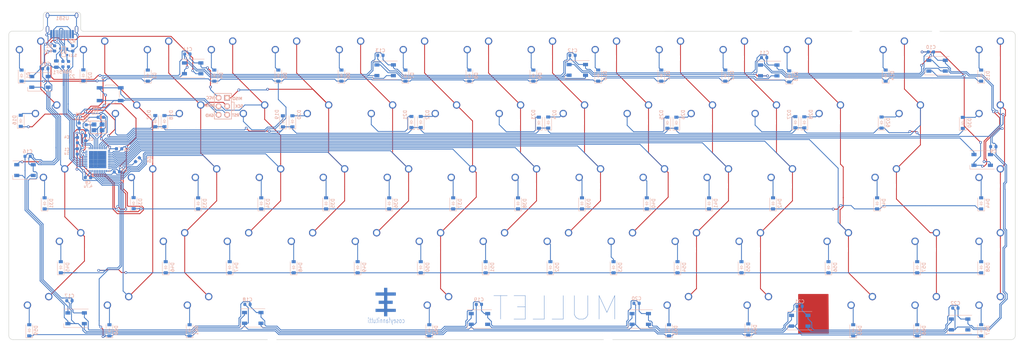
<source format=kicad_pcb>
(kicad_pcb (version 20171130) (host pcbnew "(5.0.1)-3")
  (layers (0 F.Cu signal) (31 B.Cu signal) (34 B.Paste user) (35 F.Paste user) (36 B.SilkS user) (37 F.SilkS user) (38 B.Mask user) (39 F.Mask user) (44 Edge.Cuts user))
  (net 0 "")
  (net 1 GND)
  (net 2 "Net-(C1-Pad1)")
  (net 3 "Net-(C2-Pad1)")
  (net 4 "Net-(C3-Pad1)")
  (net 5 VCC)
  (net 6 row0)
  (net 7 "Net-(D1-Pad2)")
  (net 8 "Net-(D2-Pad2)")
  (net 9 "Net-(D3-Pad2)")
  (net 10 "Net-(D4-Pad2)")
  (net 11 "Net-(D5-Pad2)")
  (net 12 "Net-(D6-Pad2)")
  (net 13 "Net-(D7-Pad2)")
  (net 14 "Net-(D8-Pad2)")
  (net 15 "Net-(D9-Pad2)")
  (net 16 "Net-(D10-Pad2)")
  (net 17 "Net-(D11-Pad2)")
  (net 18 "Net-(D12-Pad2)")
  (net 19 "Net-(D13-Pad2)")
  (net 20 "Net-(D14-Pad2)")
  (net 21 "Net-(D15-Pad2)")
  (net 22 row1)
  (net 23 "Net-(D16-Pad2)")
  (net 24 "Net-(D17-Pad2)")
  (net 25 "Net-(D18-Pad2)")
  (net 26 "Net-(D19-Pad2)")
  (net 27 "Net-(D20-Pad2)")
  (net 28 "Net-(D21-Pad2)")
  (net 29 "Net-(D22-Pad2)")
  (net 30 "Net-(D23-Pad2)")
  (net 31 "Net-(D24-Pad2)")
  (net 32 "Net-(D25-Pad2)")
  (net 33 "Net-(D26-Pad2)")
  (net 34 "Net-(D27-Pad2)")
  (net 35 "Net-(D28-Pad2)")
  (net 36 "Net-(D29-Pad2)")
  (net 37 "Net-(D30-Pad2)")
  (net 38 "Net-(D31-Pad2)")
  (net 39 row2)
  (net 40 "Net-(D32-Pad2)")
  (net 41 "Net-(D33-Pad2)")
  (net 42 "Net-(D34-Pad2)")
  (net 43 "Net-(D35-Pad2)")
  (net 44 "Net-(D36-Pad2)")
  (net 45 "Net-(D37-Pad2)")
  (net 46 "Net-(D38-Pad2)")
  (net 47 "Net-(D39-Pad2)")
  (net 48 "Net-(D40-Pad2)")
  (net 49 "Net-(D41-Pad2)")
  (net 50 "Net-(D42-Pad2)")
  (net 51 "Net-(D43-Pad2)")
  (net 52 "Net-(D44-Pad2)")
  (net 53 row3)
  (net 54 "Net-(D45-Pad2)")
  (net 55 "Net-(D46-Pad2)")
  (net 56 "Net-(D47-Pad2)")
  (net 57 "Net-(D48-Pad2)")
  (net 58 "Net-(D49-Pad2)")
  (net 59 "Net-(D50-Pad2)")
  (net 60 "Net-(D51-Pad2)")
  (net 61 "Net-(D52-Pad2)")
  (net 62 "Net-(D53-Pad2)")
  (net 63 "Net-(D54-Pad2)")
  (net 64 "Net-(D55-Pad2)")
  (net 65 "Net-(D56-Pad2)")
  (net 66 "Net-(D57-Pad2)")
  (net 67 "Net-(D58-Pad2)")
  (net 68 "Net-(D59-Pad2)")
  (net 69 row4)
  (net 70 "Net-(D60-Pad2)")
  (net 71 "Net-(D61-Pad2)")
  (net 72 "Net-(D62-Pad2)")
  (net 73 "Net-(D63-Pad2)")
  (net 74 "Net-(D64-Pad2)")
  (net 75 "Net-(D65-Pad2)")
  (net 76 "Net-(D66-Pad2)")
  (net 77 "Net-(D67-Pad2)")
  (net 78 "Net-(R4-Pad2)")
  (net 79 col0)
  (net 80 col1)
  (net 81 col2)
  (net 82 col3)
  (net 83 col4)
  (net 84 col5)
  (net 85 col6)
  (net 86 col7)
  (net 87 col8)
  (net 88 col9)
  (net 89 col10)
  (net 90 col11)
  (net 91 col12)
  (net 92 col13)
  (net 93 col14)
  (net 94 "Net-(U1-Pad1)")
  (net 95 "Net-(U1-Pad42)")
  (net 96 "Net-(LED1-Pad2)")
  (net 97 RGB)
  (net 98 "Net-(LED2-Pad2)")
  (net 99 "Net-(LED3-Pad2)")
  (net 100 "Net-(LED4-Pad2)")
  (net 101 "Net-(LED5-Pad2)")
  (net 102 "Net-(LED6-Pad2)")
  (net 103 "Net-(LED7-Pad2)")
  (net 104 reset)
  (net 105 led9din)
  (net 106 "Net-(LED10-Pad4)")
  (net 107 "Net-(LED10-Pad2)")
  (net 108 "Net-(LED11-Pad2)")
  (net 109 "Net-(LED12-Pad2)")
  (net 110 "Net-(LED13-Pad2)")
  (net 111 "Net-(LED14-Pad2)")
  (net 112 "Net-(R1-Pad2)")
  (net 113 "Net-(R2-Pad2)")
  (net 114 D-)
  (net 115 D+)
  (net 116 "Net-(USB1-Pad9)")
  (net 117 "Net-(USB1-Pad3)")
  (net 118 +5V)
  (net 119 "Net-(R5-Pad1)")
  (net 120 "Net-(R6-Pad1)")
  (net 121 "Net-(U1-Pad9)")
  (net 122 "Net-(U1-Pad11)")
  (net 123 "Net-(U1-Pad12)")
  (module LED_SMD:LED_WS2812B_PLCC4_5.0x5.0mm_P3.2mm (layer B.Cu) (at 112.072555 18.215071 180)
    (fp_text reference LED5)
    (fp_text value WS2812B)
    (pad 3 smd rect (at 2.45 -1.6 180) (size 1.5 1) (layers B.Cu B.Paste B.Mask) (net 1 GND))
    (pad 4 smd rect (at 2.45 1.6 180) (size 1.5 1) (layers B.Cu B.Paste B.Mask) (net 100 "Net-(LED4-Pad2)"))
    (pad 2 smd rect (at -2.45 -1.6 180) (size 1.5 1) (layers B.Cu B.Paste B.Mask) (net 101 "Net-(LED5-Pad2)"))
    (pad 1 smd rect (at -2.45 1.6 180) (size 1.5 1) (layers B.Cu B.Paste B.Mask) (net 118 +5V))
  )
  (module Button_Switch_Keyboard:SW_Cherry_MX1A_1.00u_PCB-NOSCREEN (layer F.Cu) (at 238.125 9.525)
    (fp_text reference SW13)
    (fp_text value KEYSW)
    (pad 1 thru_hole circle (at 0 0) (size 2.2 2.2) (drill 1.5) (layers *.Cu *.Mask) (net 91 col12))
    (pad 2 thru_hole circle (at -6.35 2.54) (size 2.2 2.2) (drill 1.5) (layers *.Cu *.Mask) (net 19 "Net-(D13-Pad2)"))
    (pad "" np_thru_hole circle (at -2.54 5.08) (size 4 4) (drill 4) (layers *.Cu *.Mask))
    (pad "" np_thru_hole circle (at -7.62 5.08) (size 1.7 1.7) (drill 1.7) (layers *.Cu *.Mask))
    (pad "" np_thru_hole circle (at 2.54 5.08) (size 1.7 1.7) (drill 1.7) (layers *.Cu *.Mask))
  )
  (module Button_Switch_Keyboard:SW_Cherry_MX1A_1.00u_PCB-NOSCREEN (layer F.Cu) (at 76.2 28.575)
    (fp_text reference SW19)
    (fp_text value KEYSW)
    (pad 1 thru_hole circle (at 0 0) (size 2.2 2.2) (drill 1.5) (layers *.Cu *.Mask) (net 82 col3))
    (pad 2 thru_hole circle (at -6.35 2.54) (size 2.2 2.2) (drill 1.5) (layers *.Cu *.Mask) (net 26 "Net-(D19-Pad2)"))
    (pad "" np_thru_hole circle (at -2.54 5.08) (size 4 4) (drill 4) (layers *.Cu *.Mask))
    (pad "" np_thru_hole circle (at -7.62 5.08) (size 1.7 1.7) (drill 1.7) (layers *.Cu *.Mask))
    (pad "" np_thru_hole circle (at 2.54 5.08) (size 1.7 1.7) (drill 1.7) (layers *.Cu *.Mask))
  )
  (module keyboard_parts2:Mx_Stab_625 (layer F.Cu) (at 128.429 90.805 180)
    (fp_text reference ST62)
    (fp_text value KEYSW hide)
    (pad "" np_thru_hole circle (at 50.038 8.255 180) (size 3.9878 3.9878) (drill 3.9878) (layers *.Cu *.Mask))
    (pad "" np_thru_hole circle (at -50.038 8.255 180) (size 3.9878 3.9878) (drill 3.9878) (layers *.Cu *.Mask))
    (pad "" np_thru_hole circle (at 50.038 -6.985 180) (size 3.048 3.048) (drill 3.048) (layers *.Cu *.Mask))
    (pad "" np_thru_hole circle (at -50.038 -6.985 180) (size 3.048 3.048) (drill 3.048) (layers *.Cu *.Mask))
  )
  (module Resistor_SMD:R_0603_1608Metric (layer B.Cu) (at 13.64818 11.705939 90)
    (fp_text reference R1 (at 0.682409 -1.679776 180) (layer B.SilkS) (effects (justify mirror)))
    (fp_text value 5.1k (at -0.787395 -1.994734 180) (layer B.SilkS) (effects (font (size 0.8 0.8)) (justify mirror)))
    (pad 1 smd roundrect (at -0.7875 0 90) (size 0.875 0.95) (layers B.Cu B.Paste B.Mask) (net 1 GND))
    (pad 2 smd roundrect (at 0.7875 0 90) (size 0.875 0.95) (layers B.Cu B.Paste B.Mask) (net 112 "Net-(R1-Pad2)"))
  )
  (module Resistor_SMD:R_0603_1608Metric (layer B.Cu) (at 19.054959 11.705939 90)
    (fp_text reference R2 (at 2.047227 -0.104986 180) (layer B.SilkS) (effects (justify mirror)))
    (fp_text value 5.1k (at -2.09972 -0.052493 180) (layer B.SilkS) (effects (font (size 0.8 0.8)) (justify mirror)))
    (pad 2 smd roundrect (at 0.7875 0 90) (size 0.875 0.95) (layers B.Cu B.Paste B.Mask) (net 113 "Net-(R2-Pad2)"))
    (pad 1 smd roundrect (at -0.7875 0 90) (size 0.875 0.95) (layers B.Cu B.Paste B.Mask) (net 1 GND))
  )
  (module Button_Switch_SMD:SW_SPST_TL3342 (layer B.Cu) (at 30.183475 25.354119)
    (fp_text reference RESET1)
    (fp_text value " " (at 0 -3.75) (layer B.SilkS) (effects (justify mirror)))
    (pad 1 smd rect (at -3.15 1.9) (size 1.7 1) (layers B.Cu B.Paste B.Mask) (net 1 GND))
    (pad 1 smd rect (at 3.15 1.9) (size 1.7 1) (layers B.Cu B.Paste B.Mask) (net 1 GND))
    (pad 2 smd rect (at -3.15 -1.9) (size 1.7 1) (layers B.Cu B.Paste B.Mask) (net 104 reset))
    (pad 2 smd rect (at 3.15 -1.9) (size 1.7 1) (layers B.Cu B.Paste B.Mask) (net 104 reset))
  )
  (module Housings_DFN_QFN:QFN-44-1EP_7x7mm_Pitch0.5mm (layer B.Cu) (at 26.467463 44.867681)
    (fp_text reference U1)
    (fp_text value ATMEGA32U4)
    (pad 1 smd rect (at -3.4 2.5) (size 0.7 0.25) (layers B.Cu B.Paste B.Mask) (net 94 "Net-(U1-Pad1)"))
    (pad 2 smd rect (at -3.4 2.000001) (size 0.7 0.25) (layers B.Cu B.Paste B.Mask) (net 118 +5V))
    (pad 3 smd rect (at -3.4 1.5) (size 0.7 0.25) (layers B.Cu B.Paste B.Mask) (net 119 "Net-(R5-Pad1)"))
    (pad 4 smd rect (at -3.4 1) (size 0.7 0.25) (layers B.Cu B.Paste B.Mask) (net 120 "Net-(R6-Pad1)"))
    (pad 5 smd rect (at -3.4 0.499999) (size 0.7 0.25) (layers B.Cu B.Paste B.Mask) (net 1 GND))
    (pad 6 smd rect (at -3.4 0) (size 0.7 0.25) (layers B.Cu B.Paste B.Mask) (net 2 "Net-(C1-Pad1)"))
    (pad 7 smd rect (at -3.4 -0.499999) (size 0.7 0.25) (layers B.Cu B.Paste B.Mask) (net 118 +5V))
    (pad 8 smd rect (at -3.4 -1) (size 0.7 0.25) (layers B.Cu B.Paste B.Mask) (net 39 row2))
    (pad 9 smd rect (at -3.4 -1.5) (size 0.7 0.25) (layers B.Cu B.Paste B.Mask) (net 121 "Net-(U1-Pad9)"))
    (pad 10 smd rect (at -3.4 -2.000001) (size 0.7 0.25) (layers B.Cu B.Paste B.Mask) (net 79 col0))
    (pad 11 smd rect (at -3.4 -2.5) (size 0.7 0.25) (layers B.Cu B.Paste B.Mask) (net 122 "Net-(U1-Pad11)"))
    (pad 12 smd rect (at -2.5 -3.4 270) (size 0.7 0.25) (layers B.Cu B.Paste B.Mask) (net 123 "Net-(U1-Pad12)"))
    (pad 13 smd rect (at -2.000001 -3.4 270) (size 0.7 0.25) (layers B.Cu B.Paste B.Mask) (net 104 reset))
    (pad 14 smd rect (at -1.5 -3.4 270) (size 0.7 0.25) (layers B.Cu B.Paste B.Mask) (net 118 +5V))
    (pad 15 smd rect (at -1 -3.4 270) (size 0.7 0.25) (layers B.Cu B.Paste B.Mask) (net 1 GND))
    (pad 16 smd rect (at -0.499999 -3.4 270) (size 0.7 0.25) (layers B.Cu B.Paste B.Mask) (net 3 "Net-(C2-Pad1)"))
    (pad 17 smd rect (at 0 -3.4 270) (size 0.7 0.25) (layers B.Cu B.Paste B.Mask) (net 4 "Net-(C3-Pad1)"))
    (pad 18 smd rect (at 0.499999 -3.4 270) (size 0.7 0.25) (layers B.Cu B.Paste B.Mask) (net 6 row0))
    (pad 19 smd rect (at 1 -3.4 270) (size 0.7 0.25) (layers B.Cu B.Paste B.Mask) (net 22 row1))
    (pad 20 smd rect (at 1.5 -3.4 270) (size 0.7 0.25) (layers B.Cu B.Paste B.Mask) (net 92 col13))
    (pad 21 smd rect (at 2.000001 -3.4 270) (size 0.7 0.25) (layers B.Cu B.Paste B.Mask) (net 93 col14))
    (pad 22 smd rect (at 2.5 -3.4 270) (size 0.7 0.25) (layers B.Cu B.Paste B.Mask) (net 97 RGB))
    (pad 23 smd rect (at 3.4 -2.5) (size 0.7 0.25) (layers B.Cu B.Paste B.Mask) (net 1 GND))
    (pad 24 smd rect (at 3.4 -2.000001) (size 0.7 0.25) (layers B.Cu B.Paste B.Mask) (net 118 +5V))
    (pad 25 smd rect (at 3.4 -1.5) (size 0.7 0.25) (layers B.Cu B.Paste B.Mask) (net 91 col12))
    (pad 26 smd rect (at 3.4 -1) (size 0.7 0.25) (layers B.Cu B.Paste B.Mask) (net 90 col11))
    (pad 27 smd rect (at 3.4 -0.499999) (size 0.7 0.25) (layers B.Cu B.Paste B.Mask) (net 89 col10))
    (pad 28 smd rect (at 3.4 0) (size 0.7 0.25) (layers B.Cu B.Paste B.Mask) (net 88 col9))
    (pad 29 smd rect (at 3.4 0.499999) (size 0.7 0.25) (layers B.Cu B.Paste B.Mask) (net 87 col8))
    (pad 30 smd rect (at 3.4 1) (size 0.7 0.25) (layers B.Cu B.Paste B.Mask) (net 86 col7))
    (pad 31 smd rect (at 3.4 1.5) (size 0.7 0.25) (layers B.Cu B.Paste B.Mask) (net 85 col6))
    (pad 32 smd rect (at 3.4 2.000001) (size 0.7 0.25) (layers B.Cu B.Paste B.Mask) (net 84 col5))
    (pad 33 smd rect (at 3.4 2.5) (size 0.7 0.25) (layers B.Cu B.Paste B.Mask) (net 78 "Net-(R4-Pad2)"))
    (pad 34 smd rect (at 2.5 3.4 270) (size 0.7 0.25) (layers B.Cu B.Paste B.Mask) (net 118 +5V))
    (pad 35 smd rect (at 2.000001 3.4 270) (size 0.7 0.25) (layers B.Cu B.Paste B.Mask) (net 1 GND))
    (pad 36 smd rect (at 1.5 3.4 270) (size 0.7 0.25) (layers B.Cu B.Paste B.Mask) (net 83 col4))
    (pad 37 smd rect (at 1 3.4 270) (size 0.7 0.25) (layers B.Cu B.Paste B.Mask) (net 82 col3))
    (pad 38 smd rect (at 0.499999 3.4 270) (size 0.7 0.25) (layers B.Cu B.Paste B.Mask) (net 81 col2))
    (pad 39 smd rect (at 0 3.4 270) (size 0.7 0.25) (layers B.Cu B.Paste B.Mask) (net 80 col1))
    (pad 40 smd rect (at -0.499999 3.4 270) (size 0.7 0.25) (layers B.Cu B.Paste B.Mask) (net 69 row4))
    (pad 41 smd rect (at -1 3.4 270) (size 0.7 0.25) (layers B.Cu B.Paste B.Mask) (net 53 row3))
    (pad 42 smd rect (at -1.5 3.4 270) (size 0.7 0.25) (layers B.Cu B.Paste B.Mask) (net 95 "Net-(U1-Pad42)"))
    (pad 43 smd rect (at -2.000001 3.4 270) (size 0.7 0.25) (layers B.Cu B.Paste B.Mask) (net 1 GND))
    (pad 44 smd rect (at -2.5 3.4 270) (size 0.7 0.25) (layers B.Cu B.Paste B.Mask) (net 118 +5V))
    (pad 45 smd rect (at 1.93125 -1.93125) (size 1.2875 1.2875) (layers B.Cu B.Paste B.Mask))
    (pad 45 smd rect (at 1.93125 -0.64375) (size 1.2875 1.2875) (layers B.Cu B.Paste B.Mask))
    (pad 45 smd rect (at 1.93125 0.64375) (size 1.2875 1.2875) (layers B.Cu B.Paste B.Mask))
    (pad 45 smd rect (at 1.93125 1.93125) (size 1.2875 1.2875) (layers B.Cu B.Paste B.Mask))
    (pad 45 smd rect (at 0.64375 -1.93125) (size 1.2875 1.2875) (layers B.Cu B.Paste B.Mask))
    (pad 45 smd rect (at 0.64375 -0.64375) (size 1.2875 1.2875) (layers B.Cu B.Paste B.Mask))
    (pad 45 smd rect (at 0.64375 0.64375) (size 1.2875 1.2875) (layers B.Cu B.Paste B.Mask))
    (pad 45 smd rect (at 0.64375 1.93125) (size 1.2875 1.2875) (layers B.Cu B.Paste B.Mask))
    (pad 45 smd rect (at -0.64375 -1.93125) (size 1.2875 1.2875) (layers B.Cu B.Paste B.Mask))
    (pad 45 smd rect (at -0.64375 -0.64375) (size 1.2875 1.2875) (layers B.Cu B.Paste B.Mask))
    (pad 45 smd rect (at -0.64375 0.64375) (size 1.2875 1.2875) (layers B.Cu B.Paste B.Mask))
    (pad 45 smd rect (at -0.64375 1.93125) (size 1.2875 1.2875) (layers B.Cu B.Paste B.Mask))
    (pad 45 smd rect (at -1.93125 -1.93125) (size 1.2875 1.2875) (layers B.Cu B.Paste B.Mask))
    (pad 45 smd rect (at -1.93125 -0.64375) (size 1.2875 1.2875) (layers B.Cu B.Paste B.Mask))
    (pad 45 smd rect (at -1.93125 0.64375) (size 1.2875 1.2875) (layers B.Cu B.Paste B.Mask))
    (pad 45 smd rect (at -1.93125 1.93125) (size 1.2875 1.2875) (layers B.Cu B.Paste B.Mask))
  )
  (module keyboard_parts:FA-238 (layer B.Cu) (at 26.581944 35.244992)
    (fp_text reference X1 hide)
    (fp_text value XTAL_GND hide)
    (pad 3 smd rect (at -1.1 0.8) (size 1.4 1.2) (drill (offset -0.1 0.05)) (layers B.Cu B.Paste B.Mask) (net 1 GND) (clearance 0.2))
    (pad 2 smd rect (at 1.1 0.8) (size 1.4 1.2) (drill (offset 0.1 0.05)) (layers B.Cu B.Paste B.Mask) (net 4 "Net-(C3-Pad1)") (clearance 0.2))
    (pad 1 smd rect (at -1.1 -0.8) (size 1.4 1.2) (drill (offset -0.1 -0.05)) (layers B.Cu B.Paste B.Mask) (net 3 "Net-(C2-Pad1)") (clearance 0.2))
    (pad 3 smd rect (at 1.1 -0.8) (size 1.4 1.2) (drill (offset 0.1 -0.05)) (layers B.Cu B.Paste B.Mask) (net 1 GND) (clearance 0.2))
  )
  (module Diode_SMD:D_SOD-123 (layer B.Cu) (at 3.81 19.812 90)
    (fp_text reference D1 (at 0 2 90) (layer B.SilkS) (effects (justify mirror)))
    (fp_text value " ")
    (pad 1 smd rect (at -1.65 0 90) (size 0.9 1.2) (layers B.Cu B.Paste B.Mask) (net 6 row0))
    (pad 2 smd rect (at 1.65 0 90) (size 0.9 1.2) (layers B.Cu B.Paste B.Mask) (net 7 "Net-(D1-Pad2)"))
  )
  (module Diode_SMD:D_SOD-123 (layer B.Cu) (at 22.204539 19.737368 90)
    (fp_text reference D2 (at 0 2 90) (layer B.SilkS) (effects (justify mirror)))
    (fp_text value " ")
    (pad 1 smd rect (at -1.65 0 90) (size 0.9 1.2) (layers B.Cu B.Paste B.Mask) (net 6 row0))
    (pad 2 smd rect (at 1.65 0 90) (size 0.9 1.2) (layers B.Cu B.Paste B.Mask) (net 8 "Net-(D2-Pad2)"))
  )
  (module Diode_SMD:D_SOD-123 (layer B.Cu) (at 41.402 19.812 90)
    (fp_text reference D3 (at 0 2 90) (layer B.SilkS) (effects (justify mirror)))
    (fp_text value " ")
    (pad 1 smd rect (at -1.65 0 90) (size 0.9 1.2) (layers B.Cu B.Paste B.Mask) (net 6 row0))
    (pad 2 smd rect (at 1.65 0 90) (size 0.9 1.2) (layers B.Cu B.Paste B.Mask) (net 9 "Net-(D3-Pad2)"))
  )
  (module Diode_SMD:D_SOD-123 (layer B.Cu) (at 61.214 19.812 90)
    (fp_text reference D4 (at 0 2 90) (layer B.SilkS) (effects (justify mirror)))
    (fp_text value " ")
    (pad 1 smd rect (at -1.65 0 90) (size 0.9 1.2) (layers B.Cu B.Paste B.Mask) (net 6 row0))
    (pad 2 smd rect (at 1.65 0 90) (size 0.9 1.2) (layers B.Cu B.Paste B.Mask) (net 10 "Net-(D4-Pad2)"))
  )
  (module Diode_SMD:D_SOD-123 (layer B.Cu) (at 80.264 19.812 90)
    (fp_text reference D5 (at 0 2 90) (layer B.SilkS) (effects (justify mirror)))
    (fp_text value " ")
    (pad 1 smd rect (at -1.65 0 90) (size 0.9 1.2) (layers B.Cu B.Paste B.Mask) (net 6 row0))
    (pad 2 smd rect (at 1.65 0 90) (size 0.9 1.2) (layers B.Cu B.Paste B.Mask) (net 11 "Net-(D5-Pad2)"))
  )
  (module Diode_SMD:D_SOD-123 (layer B.Cu) (at 99.06 19.812 90)
    (fp_text reference D6 (at 0 2 90) (layer B.SilkS) (effects (justify mirror)))
    (fp_text value " ")
    (pad 1 smd rect (at -1.65 0 90) (size 0.9 1.2) (layers B.Cu B.Paste B.Mask) (net 6 row0))
    (pad 2 smd rect (at 1.65 0 90) (size 0.9 1.2) (layers B.Cu B.Paste B.Mask) (net 12 "Net-(D6-Pad2)"))
  )
  (module Diode_SMD:D_SOD-123 (layer B.Cu) (at 118.11 19.812 90)
    (fp_text reference D7 (at 0 2 90) (layer B.SilkS) (effects (justify mirror)))
    (fp_text value " ")
    (pad 1 smd rect (at -1.65 0 90) (size 0.9 1.2) (layers B.Cu B.Paste B.Mask) (net 6 row0))
    (pad 2 smd rect (at 1.65 0 90) (size 0.9 1.2) (layers B.Cu B.Paste B.Mask) (net 13 "Net-(D7-Pad2)"))
  )
  (module Diode_SMD:D_SOD-123 (layer B.Cu) (at 137.16 19.812 90)
    (fp_text reference D8 (at 0 2 90) (layer B.SilkS) (effects (justify mirror)))
    (fp_text value " ")
    (pad 1 smd rect (at -1.65 0 90) (size 0.9 1.2) (layers B.Cu B.Paste B.Mask) (net 6 row0))
    (pad 2 smd rect (at 1.65 0 90) (size 0.9 1.2) (layers B.Cu B.Paste B.Mask) (net 14 "Net-(D8-Pad2)"))
  )
  (module Diode_SMD:D_SOD-123 (layer B.Cu) (at 156.21 19.812 90)
    (fp_text reference D9 (at 0 2 90) (layer B.SilkS) (effects (justify mirror)))
    (fp_text value " ")
    (pad 1 smd rect (at -1.65 0 90) (size 0.9 1.2) (layers B.Cu B.Paste B.Mask) (net 6 row0))
    (pad 2 smd rect (at 1.65 0 90) (size 0.9 1.2) (layers B.Cu B.Paste B.Mask) (net 15 "Net-(D9-Pad2)"))
  )
  (module Diode_SMD:D_SOD-123 (layer B.Cu) (at 175.514 19.812 90)
    (fp_text reference D10 (at 0 2 90) (layer B.SilkS) (effects (justify mirror)))
    (fp_text value " ")
    (pad 2 smd rect (at 1.65 0 90) (size 0.9 1.2) (layers B.Cu B.Paste B.Mask) (net 16 "Net-(D10-Pad2)"))
    (pad 1 smd rect (at -1.65 0 90) (size 0.9 1.2) (layers B.Cu B.Paste B.Mask) (net 6 row0))
  )
  (module Diode_SMD:D_SOD-123 (layer B.Cu) (at 194.31 19.812 90)
    (fp_text reference D11 (at 0 2 90) (layer B.SilkS) (effects (justify mirror)))
    (fp_text value " ")
    (pad 2 smd rect (at 1.65 0 90) (size 0.9 1.2) (layers B.Cu B.Paste B.Mask) (net 17 "Net-(D11-Pad2)"))
    (pad 1 smd rect (at -1.65 0 90) (size 0.9 1.2) (layers B.Cu B.Paste B.Mask) (net 6 row0))
  )
  (module Diode_SMD:D_SOD-123 (layer B.Cu) (at 213.36 19.812 90)
    (fp_text reference D12 (at 0 2 90) (layer B.SilkS) (effects (justify mirror)))
    (fp_text value " ")
    (pad 2 smd rect (at 1.65 0 90) (size 0.9 1.2) (layers B.Cu B.Paste B.Mask) (net 18 "Net-(D12-Pad2)"))
    (pad 1 smd rect (at -1.65 0 90) (size 0.9 1.2) (layers B.Cu B.Paste B.Mask) (net 6 row0))
  )
  (module Diode_SMD:D_SOD-123 (layer B.Cu) (at 232.41 20.066 90)
    (fp_text reference D13 (at 0 2 90) (layer B.SilkS) (effects (justify mirror)))
    (fp_text value " ")
    (pad 2 smd rect (at 1.65 0 90) (size 0.9 1.2) (layers B.Cu B.Paste B.Mask) (net 19 "Net-(D13-Pad2)"))
    (pad 1 smd rect (at -1.65 0 90) (size 0.9 1.2) (layers B.Cu B.Paste B.Mask) (net 6 row0))
  )
  (module Diode_SMD:D_SOD-123 (layer B.Cu) (at 261.112 19.812 90)
    (fp_text reference D14 (at 0 2 90) (layer B.SilkS) (effects (justify mirror)))
    (fp_text value " ")
    (pad 2 smd rect (at 1.65 0 90) (size 0.9 1.2) (layers B.Cu B.Paste B.Mask) (net 20 "Net-(D14-Pad2)"))
    (pad 1 smd rect (at -1.65 0 90) (size 0.9 1.2) (layers B.Cu B.Paste B.Mask) (net 6 row0))
  )
  (module Diode_SMD:D_SOD-123 (layer B.Cu) (at 289.56 19.812 90)
    (fp_text reference D15 (at 0 2 90) (layer B.SilkS) (effects (justify mirror)))
    (fp_text value " ")
    (pad 2 smd rect (at 1.65 0 90) (size 0.9 1.2) (layers B.Cu B.Paste B.Mask) (net 21 "Net-(D15-Pad2)"))
    (pad 1 smd rect (at -1.65 0 90) (size 0.9 1.2) (layers B.Cu B.Paste B.Mask) (net 6 row0))
  )
  (module Diode_SMD:D_SOD-123 (layer B.Cu) (at 3.569524 33.280562 90)
    (fp_text reference D16 (at 0.209972 -1.889748 90) (layer B.SilkS) (effects (justify mirror)))
    (fp_text value " ")
    (pad 2 smd rect (at 1.65 0 90) (size 0.9 1.2) (layers B.Cu B.Paste B.Mask) (net 23 "Net-(D16-Pad2)"))
    (pad 1 smd rect (at -1.65 0 90) (size 0.9 1.2) (layers B.Cu B.Paste B.Mask) (net 22 row1))
  )
  (module Diode_SMD:D_SOD-123 (layer B.Cu) (at 43.621683 33.385548 90)
    (fp_text reference D17 (at 1.942241 -1.889748 90) (layer B.SilkS) (effects (justify mirror)))
    (fp_text value " ")
    (pad 1 smd rect (at -1.65 0 90) (size 0.9 1.2) (layers B.Cu B.Paste B.Mask) (net 22 row1))
    (pad 2 smd rect (at 1.65 0 90) (size 0.9 1.2) (layers B.Cu B.Paste B.Mask) (net 24 "Net-(D17-Pad2)"))
  )
  (module Diode_SMD:D_SOD-123 (layer B.Cu) (at 46.351319 33.385548 90)
    (fp_text reference D18 (at 1.837255 2 90) (layer B.SilkS) (effects (justify mirror)))
    (fp_text value " ")
    (pad 2 smd rect (at 1.65 0 90) (size 0.9 1.2) (layers B.Cu B.Paste B.Mask) (net 25 "Net-(D18-Pad2)"))
    (pad 1 smd rect (at -1.65 0 90) (size 0.9 1.2) (layers B.Cu B.Paste B.Mask) (net 22 row1))
  )
  (module Diode_SMD:D_SOD-123 (layer B.Cu) (at 81.626615 33.438041 90)
    (fp_text reference D19 (at 2.047227 -1.784762 90) (layer B.SilkS) (effects (justify mirror)))
    (fp_text value " ")
    (pad 2 smd rect (at 1.65 0 90) (size 0.9 1.2) (layers B.Cu B.Paste B.Mask) (net 26 "Net-(D19-Pad2)"))
    (pad 1 smd rect (at -1.65 0 90) (size 0.9 1.2) (layers B.Cu B.Paste B.Mask) (net 22 row1))
  )
  (module Diode_SMD:D_SOD-123 (layer B.Cu) (at 84.461237 33.438041 90)
    (fp_text reference D20 (at 1.994734 2 90) (layer B.SilkS) (effects (justify mirror)))
    (fp_text value " ")
    (pad 2 smd rect (at 1.65 0 90) (size 0.9 1.2) (layers B.Cu B.Paste B.Mask) (net 27 "Net-(D20-Pad2)"))
    (pad 1 smd rect (at -1.65 0 90) (size 0.9 1.2) (layers B.Cu B.Paste B.Mask) (net 22 row1))
  )
  (module Diode_SMD:D_SOD-123 (layer B.Cu) (at 119.894012 33.648013 90)
    (fp_text reference D21 (at 2.09972 -1.889748 90) (layer B.SilkS) (effects (justify mirror)))
    (fp_text value " ")
    (pad 2 smd rect (at 1.65 0 90) (size 0.9 1.2) (layers B.Cu B.Paste B.Mask) (net 28 "Net-(D21-Pad2)"))
    (pad 1 smd rect (at -1.65 0 90) (size 0.9 1.2) (layers B.Cu B.Paste B.Mask) (net 22 row1))
  )
  (module Diode_SMD:D_SOD-123 (layer B.Cu) (at 122.676141 33.648013 90)
    (fp_text reference D22 (at 2.152213 2 90) (layer B.SilkS) (effects (justify mirror)))
    (fp_text value " ")
    (pad 2 smd rect (at 1.65 0 90) (size 0.9 1.2) (layers B.Cu B.Paste B.Mask) (net 29 "Net-(D22-Pad2)"))
    (pad 1 smd rect (at -1.65 0 90) (size 0.9 1.2) (layers B.Cu B.Paste B.Mask) (net 22 row1))
  )
  (module Diode_SMD:D_SOD-123 (layer B.Cu) (at 157.846451 33.857985 90)
    (fp_text reference D23 (at 2.467171 -1.627283 90) (layer B.SilkS) (effects (justify mirror)))
    (fp_text value " ")
    (pad 2 smd rect (at 1.65 0 90) (size 0.9 1.2) (layers B.Cu B.Paste B.Mask) (net 30 "Net-(D23-Pad2)"))
    (pad 1 smd rect (at -1.65 0 90) (size 0.9 1.2) (layers B.Cu B.Paste B.Mask) (net 22 row1))
  )
  (module Diode_SMD:D_SOD-123 (layer B.Cu) (at 160.62858 33.805492 90)
    (fp_text reference D24 (at 2.362185 1.889748 90) (layer B.SilkS) (effects (justify mirror)))
    (fp_text value " ")
    (pad 2 smd rect (at 1.65 0 90) (size 0.9 1.2) (layers B.Cu B.Paste B.Mask) (net 31 "Net-(D24-Pad2)"))
    (pad 1 smd rect (at -1.65 0 90) (size 0.9 1.2) (layers B.Cu B.Paste B.Mask) (net 22 row1))
  )
  (module Diode_SMD:D_SOD-123 (layer B.Cu) (at 196.113848 33.857985 90)
    (fp_text reference D25 (at 2.362185 -1.784762 90) (layer B.SilkS) (effects (justify mirror)))
    (fp_text value " ")
    (pad 1 smd rect (at -1.65 0 90) (size 0.9 1.2) (layers B.Cu B.Paste B.Mask) (net 22 row1))
    (pad 2 smd rect (at 1.65 0 90) (size 0.9 1.2) (layers B.Cu B.Paste B.Mask) (net 32 "Net-(D25-Pad2)"))
  )
  (module Diode_SMD:D_SOD-123 (layer B.Cu) (at 198.790991 33.857985 90)
    (fp_text reference D26 (at 2.414678 1.994734 90) (layer B.SilkS) (effects (justify mirror)))
    (fp_text value " ")
    (pad 2 smd rect (at 1.65 0 90) (size 0.9 1.2) (layers B.Cu B.Paste B.Mask) (net 33 "Net-(D26-Pad2)"))
    (pad 1 smd rect (at -1.65 0 90) (size 0.9 1.2) (layers B.Cu B.Paste B.Mask) (net 22 row1))
  )
  (module Diode_SMD:D_SOD-123 (layer B.Cu) (at 234.223766 33.700506 90)
    (fp_text reference D27 (at 2.309692 -1.837255 90) (layer B.SilkS) (effects (justify mirror)))
    (fp_text value " ")
    (pad 2 smd rect (at 1.65 0 90) (size 0.9 1.2) (layers B.Cu B.Paste B.Mask) (net 34 "Net-(D27-Pad2)"))
    (pad 1 smd rect (at -1.65 0 90) (size 0.9 1.2) (layers B.Cu B.Paste B.Mask) (net 22 row1))
  )
  (module Diode_SMD:D_SOD-123 (layer B.Cu) (at 236.900909 33.752999 90)
    (fp_text reference D28 (at 2.362185 1.942241 90) (layer B.SilkS) (effects (justify mirror)))
    (fp_text value " ")
    (pad 2 smd rect (at 1.65 0 90) (size 0.9 1.2) (layers B.Cu B.Paste B.Mask) (net 35 "Net-(D28-Pad2)"))
    (pad 1 smd rect (at -1.65 0 90) (size 0.9 1.2) (layers B.Cu B.Paste B.Mask) (net 22 row1))
  )
  (module Diode_SMD:D_SOD-123 (layer B.Cu) (at 259.892843 33.805492 90)
    (fp_text reference D29 (at 0 2 90) (layer B.SilkS) (effects (justify mirror)))
    (fp_text value " ")
    (pad 2 smd rect (at 1.65 0 90) (size 0.9 1.2) (layers B.Cu B.Paste B.Mask) (net 36 "Net-(D29-Pad2)"))
    (pad 1 smd rect (at -1.65 0 90) (size 0.9 1.2) (layers B.Cu B.Paste B.Mask) (net 22 row1))
  )
  (module Diode_SMD:D_SOD-123 (layer B.Cu) (at 284.092116 33.910478 90)
    (fp_text reference D30 (at 0 2 90) (layer B.SilkS) (effects (justify mirror)))
    (fp_text value " ")
    (pad 2 smd rect (at 1.65 0 90) (size 0.9 1.2) (layers B.Cu B.Paste B.Mask) (net 37 "Net-(D30-Pad2)"))
    (pad 1 smd rect (at -1.65 0 90) (size 0.9 1.2) (layers B.Cu B.Paste B.Mask) (net 22 row1))
  )
  (module Diode_SMD:D_SOD-123 (layer B.Cu) (at 10.668 57.912 90)
    (fp_text reference D31 (at 0 2 90) (layer B.SilkS) (effects (justify mirror)))
    (fp_text value " ")
    (pad 2 smd rect (at 1.65 0 90) (size 0.9 1.2) (layers B.Cu B.Paste B.Mask) (net 38 "Net-(D31-Pad2)"))
    (pad 1 smd rect (at -1.65 0 90) (size 0.9 1.2) (layers B.Cu B.Paste B.Mask) (net 39 row2))
  )
  (module Diode_SMD:D_SOD-123 (layer B.Cu) (at 37.165044 57.847286 90)
    (fp_text reference D32 (at 0 2 90) (layer B.SilkS) (effects (justify mirror)))
    (fp_text value " ")
    (pad 2 smd rect (at 1.65 0 90) (size 0.9 1.2) (layers B.Cu B.Paste B.Mask) (net 40 "Net-(D32-Pad2)"))
    (pad 1 smd rect (at -1.65 0 90) (size 0.9 1.2) (layers B.Cu B.Paste B.Mask) (net 39 row2))
  )
  (module Diode_SMD:D_SOD-123 (layer B.Cu) (at 56.388 57.912 90)
    (fp_text reference D33 (at 0 2 90) (layer B.SilkS) (effects (justify mirror)))
    (fp_text value " ")
    (pad 2 smd rect (at 1.65 0 90) (size 0.9 1.2) (layers B.Cu B.Paste B.Mask) (net 41 "Net-(D33-Pad2)"))
    (pad 1 smd rect (at -1.65 0 90) (size 0.9 1.2) (layers B.Cu B.Paste B.Mask) (net 39 row2))
  )
  (module Diode_SMD:D_SOD-123 (layer B.Cu) (at 75.184 57.912 90)
    (fp_text reference D34 (at 0 2 90) (layer B.SilkS) (effects (justify mirror)))
    (fp_text value " ")
    (pad 1 smd rect (at -1.65 0 90) (size 0.9 1.2) (layers B.Cu B.Paste B.Mask) (net 39 row2))
    (pad 2 smd rect (at 1.65 0 90) (size 0.9 1.2) (layers B.Cu B.Paste B.Mask) (net 42 "Net-(D34-Pad2)"))
  )
  (module Diode_SMD:D_SOD-123 (layer B.Cu) (at 94.488 57.912 90)
    (fp_text reference D35 (at 0 2 90) (layer B.SilkS) (effects (justify mirror)))
    (fp_text value " ")
    (pad 1 smd rect (at -1.65 0 90) (size 0.9 1.2) (layers B.Cu B.Paste B.Mask) (net 39 row2))
    (pad 2 smd rect (at 1.65 0 90) (size 0.9 1.2) (layers B.Cu B.Paste B.Mask) (net 43 "Net-(D35-Pad2)"))
  )
  (module Diode_SMD:D_SOD-123 (layer B.Cu) (at 113.284 57.912 90)
    (fp_text reference D36 (at 0 2 90) (layer B.SilkS) (effects (justify mirror)))
    (fp_text value " ")
    (pad 1 smd rect (at -1.65 0 90) (size 0.9 1.2) (layers B.Cu B.Paste B.Mask) (net 39 row2))
    (pad 2 smd rect (at 1.65 0 90) (size 0.9 1.2) (layers B.Cu B.Paste B.Mask) (net 44 "Net-(D36-Pad2)"))
  )
  (module Diode_SMD:D_SOD-123 (layer B.Cu) (at 132.334 57.912 90)
    (fp_text reference D37 (at 0 2 90) (layer B.SilkS) (effects (justify mirror)))
    (fp_text value " ")
    (pad 1 smd rect (at -1.65 0 90) (size 0.9 1.2) (layers B.Cu B.Paste B.Mask) (net 39 row2))
    (pad 2 smd rect (at 1.65 0 90) (size 0.9 1.2) (layers B.Cu B.Paste B.Mask) (net 45 "Net-(D37-Pad2)"))
  )
  (module Diode_SMD:D_SOD-123 (layer B.Cu) (at 151.638 57.912 90)
    (fp_text reference D38 (at 0 2 90) (layer B.SilkS) (effects (justify mirror)))
    (fp_text value " ")
    (pad 1 smd rect (at -1.65 0 90) (size 0.9 1.2) (layers B.Cu B.Paste B.Mask) (net 39 row2))
    (pad 2 smd rect (at 1.65 0 90) (size 0.9 1.2) (layers B.Cu B.Paste B.Mask) (net 46 "Net-(D38-Pad2)"))
  )
  (module Diode_SMD:D_SOD-123 (layer B.Cu) (at 170.688 57.912 90)
    (fp_text reference D39 (at 0 2 90) (layer B.SilkS) (effects (justify mirror)))
    (fp_text value " ")
    (pad 2 smd rect (at 1.65 0 90) (size 0.9 1.2) (layers B.Cu B.Paste B.Mask) (net 47 "Net-(D39-Pad2)"))
    (pad 1 smd rect (at -1.65 0 90) (size 0.9 1.2) (layers B.Cu B.Paste B.Mask) (net 39 row2))
  )
  (module Diode_SMD:D_SOD-123 (layer B.Cu) (at 189.992 57.912 90)
    (fp_text reference D40 (at 0 2 90) (layer B.SilkS) (effects (justify mirror)))
    (fp_text value " ")
    (pad 1 smd rect (at -1.65 0 90) (size 0.9 1.2) (layers B.Cu B.Paste B.Mask) (net 39 row2))
    (pad 2 smd rect (at 1.65 0 90) (size 0.9 1.2) (layers B.Cu B.Paste B.Mask) (net 48 "Net-(D40-Pad2)"))
  )
  (module Diode_SMD:D_SOD-123 (layer B.Cu) (at 208.534 57.912 90)
    (fp_text reference D41 (at 0 2 90) (layer B.SilkS) (effects (justify mirror)))
    (fp_text value " ")
    (pad 1 smd rect (at -1.65 0 90) (size 0.9 1.2) (layers B.Cu B.Paste B.Mask) (net 39 row2))
    (pad 2 smd rect (at 1.65 0 90) (size 0.9 1.2) (layers B.Cu B.Paste B.Mask) (net 49 "Net-(D41-Pad2)"))
  )
  (module Diode_SMD:D_SOD-123 (layer B.Cu) (at 227.584 57.912 90)
    (fp_text reference D42 (at 0 2 90) (layer B.SilkS) (effects (justify mirror)))
    (fp_text value " ")
    (pad 1 smd rect (at -1.65 0 90) (size 0.9 1.2) (layers B.Cu B.Paste B.Mask) (net 39 row2))
    (pad 2 smd rect (at 1.65 0 90) (size 0.9 1.2) (layers B.Cu B.Paste B.Mask) (net 50 "Net-(D42-Pad2)"))
  )
  (module Diode_SMD:D_SOD-123 (layer B.Cu) (at 258.572 57.912 90)
    (fp_text reference D43 (at 0 2 90) (layer B.SilkS) (effects (justify mirror)))
    (fp_text value " ")
    (pad 1 smd rect (at -1.65 0 90) (size 0.9 1.2) (layers B.Cu B.Paste B.Mask) (net 39 row2))
    (pad 2 smd rect (at 1.65 0 90) (size 0.9 1.2) (layers B.Cu B.Paste B.Mask) (net 51 "Net-(D43-Pad2)"))
  )
  (module Diode_SMD:D_SOD-123 (layer B.Cu) (at 289.56 57.912 90)
    (fp_text reference D44 (at 0 2 90) (layer B.SilkS) (effects (justify mirror)))
    (fp_text value " ")
    (pad 1 smd rect (at -1.65 0 90) (size 0.9 1.2) (layers B.Cu B.Paste B.Mask) (net 39 row2))
    (pad 2 smd rect (at 1.65 0 90) (size 0.9 1.2) (layers B.Cu B.Paste B.Mask) (net 52 "Net-(D44-Pad2)"))
  )
  (module Diode_SMD:D_SOD-123 (layer B.Cu) (at 15.494 76.962 90)
    (fp_text reference D45 (at 0 2 90) (layer B.SilkS) (effects (justify mirror)))
    (fp_text value " ")
    (pad 1 smd rect (at -1.65 0 90) (size 0.9 1.2) (layers B.Cu B.Paste B.Mask) (net 53 row3))
    (pad 2 smd rect (at 1.65 0 90) (size 0.9 1.2) (layers B.Cu B.Paste B.Mask) (net 54 "Net-(D45-Pad2)"))
  )
  (module Diode_SMD:D_SOD-123 (layer B.Cu) (at 46.736 76.962 90)
    (fp_text reference D46 (at 0 2 90) (layer B.SilkS) (effects (justify mirror)))
    (fp_text value " ")
    (pad 1 smd rect (at -1.65 0 90) (size 0.9 1.2) (layers B.Cu B.Paste B.Mask) (net 53 row3))
    (pad 2 smd rect (at 1.65 0 90) (size 0.9 1.2) (layers B.Cu B.Paste B.Mask) (net 55 "Net-(D46-Pad2)"))
  )
  (module Diode_SMD:D_SOD-123 (layer B.Cu) (at 65.786 76.962 90)
    (fp_text reference D47 (at 0 2 90) (layer B.SilkS) (effects (justify mirror)))
    (fp_text value " ")
    (pad 1 smd rect (at -1.65 0 90) (size 0.9 1.2) (layers B.Cu B.Paste B.Mask) (net 53 row3))
    (pad 2 smd rect (at 1.65 0 90) (size 0.9 1.2) (layers B.Cu B.Paste B.Mask) (net 56 "Net-(D47-Pad2)"))
  )
  (module Diode_SMD:D_SOD-123 (layer B.Cu) (at 84.836 76.962 90)
    (fp_text reference D48 (at 0 2 90) (layer B.SilkS) (effects (justify mirror)))
    (fp_text value " ")
    (pad 1 smd rect (at -1.65 0 90) (size 0.9 1.2) (layers B.Cu B.Paste B.Mask) (net 53 row3))
    (pad 2 smd rect (at 1.65 0 90) (size 0.9 1.2) (layers B.Cu B.Paste B.Mask) (net 57 "Net-(D48-Pad2)"))
  )
  (module Diode_SMD:D_SOD-123 (layer B.Cu) (at 103.886 76.962 90)
    (fp_text reference D49 (at 0 2 90) (layer B.SilkS) (effects (justify mirror)))
    (fp_text value " ")
    (pad 1 smd rect (at -1.65 0 90) (size 0.9 1.2) (layers B.Cu B.Paste B.Mask) (net 53 row3))
    (pad 2 smd rect (at 1.65 0 90) (size 0.9 1.2) (layers B.Cu B.Paste B.Mask) (net 58 "Net-(D49-Pad2)"))
  )
  (module Diode_SMD:D_SOD-123 (layer B.Cu) (at 122.682 76.962 90)
    (fp_text reference D50 (at 0 2 90) (layer B.SilkS) (effects (justify mirror)))
    (fp_text value " ")
    (pad 1 smd rect (at -1.65 0 90) (size 0.9 1.2) (layers B.Cu B.Paste B.Mask) (net 53 row3))
    (pad 2 smd rect (at 1.65 0 90) (size 0.9 1.2) (layers B.Cu B.Paste B.Mask) (net 59 "Net-(D50-Pad2)"))
  )
  (module Diode_SMD:D_SOD-123 (layer B.Cu) (at 141.986 76.962 90)
    (fp_text reference D51 (at 0 2 90) (layer B.SilkS) (effects (justify mirror)))
    (fp_text value " ")
    (pad 2 smd rect (at 1.65 0 90) (size 0.9 1.2) (layers B.Cu B.Paste B.Mask) (net 60 "Net-(D51-Pad2)"))
    (pad 1 smd rect (at -1.65 0 90) (size 0.9 1.2) (layers B.Cu B.Paste B.Mask) (net 53 row3))
  )
  (module Diode_SMD:D_SOD-123 (layer B.Cu) (at 161.29 76.962 90)
    (fp_text reference D52 (at 0 2 90) (layer B.SilkS) (effects (justify mirror)))
    (fp_text value " ")
    (pad 2 smd rect (at 1.65 0 90) (size 0.9 1.2) (layers B.Cu B.Paste B.Mask) (net 61 "Net-(D52-Pad2)"))
    (pad 1 smd rect (at -1.65 0 90) (size 0.9 1.2) (layers B.Cu B.Paste B.Mask) (net 53 row3))
  )
  (module Diode_SMD:D_SOD-123 (layer B.Cu) (at 180.086 76.962 90)
    (fp_text reference D53 (at 0 2 90) (layer B.SilkS) (effects (justify mirror)))
    (fp_text value " ")
    (pad 1 smd rect (at -1.65 0 90) (size 0.9 1.2) (layers B.Cu B.Paste B.Mask) (net 53 row3))
    (pad 2 smd rect (at 1.65 0 90) (size 0.9 1.2) (layers B.Cu B.Paste B.Mask) (net 62 "Net-(D53-Pad2)"))
  )
  (module Diode_SMD:D_SOD-123 (layer B.Cu) (at 199.136 76.962 90)
    (fp_text reference D54 (at 0 2 90) (layer B.SilkS) (effects (justify mirror)))
    (fp_text value " ")
    (pad 1 smd rect (at -1.65 0 90) (size 0.9 1.2) (layers B.Cu B.Paste B.Mask) (net 53 row3))
    (pad 2 smd rect (at 1.65 0 90) (size 0.9 1.2) (layers B.Cu B.Paste B.Mask) (net 63 "Net-(D54-Pad2)"))
  )
  (module Diode_SMD:D_SOD-123 (layer B.Cu) (at 218.186 76.962 90)
    (fp_text reference D55 (at 0 2 90) (layer B.SilkS) (effects (justify mirror)))
    (fp_text value " ")
    (pad 1 smd rect (at -1.65 0 90) (size 0.9 1.2) (layers B.Cu B.Paste B.Mask) (net 53 row3))
    (pad 2 smd rect (at 1.65 0 90) (size 0.9 1.2) (layers B.Cu B.Paste B.Mask) (net 64 "Net-(D55-Pad2)"))
  )
  (module Diode_SMD:D_SOD-123 (layer B.Cu) (at 244.094 76.962 90)
    (fp_text reference D56 (at 0 2 90) (layer B.SilkS) (effects (justify mirror)))
    (fp_text value " ")
    (pad 1 smd rect (at -1.65 0 90) (size 0.9 1.2) (layers B.Cu B.Paste B.Mask) (net 53 row3))
    (pad 2 smd rect (at 1.65 0 90) (size 0.9 1.2) (layers B.Cu B.Paste B.Mask) (net 65 "Net-(D56-Pad2)"))
  )
  (module Diode_SMD:D_SOD-123 (layer B.Cu) (at 270.51 76.962 90)
    (fp_text reference D57 (at 0 2 90) (layer B.SilkS) (effects (justify mirror)))
    (fp_text value " ")
    (pad 1 smd rect (at -1.65 0 90) (size 0.9 1.2) (layers B.Cu B.Paste B.Mask) (net 53 row3))
    (pad 2 smd rect (at 1.65 0 90) (size 0.9 1.2) (layers B.Cu B.Paste B.Mask) (net 66 "Net-(D57-Pad2)"))
  )
  (module Diode_SMD:D_SOD-123 (layer B.Cu) (at 289.56 76.962 90)
    (fp_text reference D58 (at 0 2 90) (layer B.SilkS) (effects (justify mirror)))
    (fp_text value " ")
    (pad 1 smd rect (at -1.65 0 90) (size 0.9 1.2) (layers B.Cu B.Paste B.Mask) (net 53 row3))
    (pad 2 smd rect (at 1.65 0 90) (size 0.9 1.2) (layers B.Cu B.Paste B.Mask) (net 67 "Net-(D58-Pad2)"))
  )
  (module Diode_SMD:D_SOD-123 (layer B.Cu) (at 6.096 95.758 90)
    (fp_text reference D59 (at 0 2 90) (layer B.SilkS) (effects (justify mirror)))
    (fp_text value " ")
    (pad 2 smd rect (at 1.65 0 90) (size 0.9 1.2) (layers B.Cu B.Paste B.Mask) (net 68 "Net-(D59-Pad2)"))
    (pad 1 smd rect (at -1.65 0 90) (size 0.9 1.2) (layers B.Cu B.Paste B.Mask) (net 69 row4))
  )
  (module Diode_SMD:D_SOD-123 (layer B.Cu) (at 29.972 95.758 90)
    (fp_text reference D60 (at 0 2 90) (layer B.SilkS) (effects (justify mirror)))
    (fp_text value " ")
    (pad 2 smd rect (at 1.65 0 90) (size 0.9 1.2) (layers B.Cu B.Paste B.Mask) (net 70 "Net-(D60-Pad2)"))
    (pad 1 smd rect (at -1.65 0 90) (size 0.9 1.2) (layers B.Cu B.Paste B.Mask) (net 69 row4))
  )
  (module Diode_SMD:D_SOD-123 (layer B.Cu) (at 53.848 95.758 90)
    (fp_text reference D61 (at 0 2 90) (layer B.SilkS) (effects (justify mirror)))
    (fp_text value " ")
    (pad 2 smd rect (at 1.65 0 90) (size 0.9 1.2) (layers B.Cu B.Paste B.Mask) (net 71 "Net-(D61-Pad2)"))
    (pad 1 smd rect (at -1.65 0 90) (size 0.9 1.2) (layers B.Cu B.Paste B.Mask) (net 69 row4))
  )
  (module Diode_SMD:D_SOD-123 (layer B.Cu) (at 125.222 95.758 90)
    (fp_text reference D62 (at 0 2 90) (layer B.SilkS) (effects (justify mirror)))
    (fp_text value " ")
    (pad 2 smd rect (at 1.65 0 90) (size 0.9 1.2) (layers B.Cu B.Paste B.Mask) (net 72 "Net-(D62-Pad2)"))
    (pad 1 smd rect (at -1.65 0 90) (size 0.9 1.2) (layers B.Cu B.Paste B.Mask) (net 69 row4))
  )
  (module Diode_SMD:D_SOD-123 (layer B.Cu) (at 196.596 95.758 90)
    (fp_text reference D63 (at 0 2 90) (layer B.SilkS) (effects (justify mirror)))
    (fp_text value " ")
    (pad 2 smd rect (at 1.65 0 90) (size 0.9 1.2) (layers B.Cu B.Paste B.Mask) (net 73 "Net-(D63-Pad2)"))
    (pad 1 smd rect (at -1.65 0 90) (size 0.9 1.2) (layers B.Cu B.Paste B.Mask) (net 69 row4))
  )
  (module Diode_SMD:D_SOD-123 (layer B.Cu) (at 220.218 95.504 90)
    (fp_text reference D64 (at 0 2 90) (layer B.SilkS) (effects (justify mirror)))
    (fp_text value " ")
    (pad 1 smd rect (at -1.65 0 90) (size 0.9 1.2) (layers B.Cu B.Paste B.Mask) (net 69 row4))
    (pad 2 smd rect (at 1.65 0 90) (size 0.9 1.2) (layers B.Cu B.Paste B.Mask) (net 74 "Net-(D64-Pad2)"))
  )
  (module Diode_SMD:D_SOD-123 (layer B.Cu) (at 251.46 95.758 90)
    (fp_text reference D65 (at 0 2 90) (layer B.SilkS) (effects (justify mirror)))
    (fp_text value " ")
    (pad 2 smd rect (at 1.65 0 90) (size 0.9 1.2) (layers B.Cu B.Paste B.Mask) (net 75 "Net-(D65-Pad2)"))
    (pad 1 smd rect (at -1.65 0 90) (size 0.9 1.2) (layers B.Cu B.Paste B.Mask) (net 69 row4))
  )
  (module Diode_SMD:D_SOD-123 (layer B.Cu) (at 270.51 95.758 90)
    (fp_text reference D66 (at 0 2 90) (layer B.SilkS) (effects (justify mirror)))
    (fp_text value " ")
    (pad 2 smd rect (at 1.65 0 90) (size 0.9 1.2) (layers B.Cu B.Paste B.Mask) (net 76 "Net-(D66-Pad2)"))
    (pad 1 smd rect (at -1.65 0 90) (size 0.9 1.2) (layers B.Cu B.Paste B.Mask) (net 69 row4))
  )
  (module Diode_SMD:D_SOD-123 (layer B.Cu) (at 289.56 95.758 90)
    (fp_text reference D67 (at 0 2 90) (layer B.SilkS) (effects (justify mirror)))
    (fp_text value " ")
    (pad 2 smd rect (at 1.65 0 90) (size 0.9 1.2) (layers B.Cu B.Paste B.Mask) (net 77 "Net-(D67-Pad2)"))
    (pad 1 smd rect (at -1.65 0 90) (size 0.9 1.2) (layers B.Cu B.Paste B.Mask) (net 69 row4))
  )
  (module keyboard_parts2:AVR_ICSP_3x2 (layer B.Cu) (at 63.754 28.956 270)
    (fp_text reference ISCP1 hide)
    (fp_text value Conn_02x03_Odd_Even hide)
    (pad 1 thru_hole rect (at -2.54 -1.27 270) (size 1.7 1.7) (drill 1.016) (layers *.Cu *.Mask B.SilkS) (net 83 col4))
    (pad 2 thru_hole circle (at -2.54 1.27 270) (size 1.7 1.7) (drill 1.016) (layers *.Cu *.Mask B.SilkS) (net 118 +5V))
    (pad 3 thru_hole circle (at 0 -1.27 270) (size 1.7 1.7) (drill 1.016) (layers *.Cu *.Mask B.SilkS) (net 81 col2))
    (pad 4 thru_hole circle (at 0 1.27 270) (size 1.7 1.7) (drill 1.016) (layers *.Cu *.Mask B.SilkS) (net 82 col3))
    (pad 5 thru_hole circle (at 2.54 -1.27 270) (size 1.7 1.7) (drill 1.016) (layers *.Cu *.Mask B.SilkS) (net 104 reset))
    (pad 6 thru_hole circle (at 2.54 1.27 270) (size 1.7 1.7) (drill 1.016) (layers *.Cu *.Mask B.SilkS) (net 1 GND))
  )
  (module Type-C:HRO-TYPE-C-31-M-12-HandSoldering (layer B.Cu) (at 15.852886 -0.734902)
    (fp_text reference USB1 (at 0.104986 3.464538) (layer B.SilkS) (effects (justify mirror)))
    (fp_text value HRO-TYPE-C-31-M-12)
    (pad 13 thru_hole oval (at 4.32 2.6) (size 1 1.6) (drill oval 0.6 1.2) (layers *.Cu F.Mask) (net 1 GND))
    (pad 13 thru_hole oval (at -4.32 2.6) (size 1 1.6) (drill oval 0.6 1.2) (layers *.Cu F.Mask) (net 1 GND))
    (pad 13 thru_hole oval (at 4.32 6.78) (size 1 2.1) (drill oval 0.6 1.7) (layers *.Cu F.Mask) (net 1 GND))
    (pad 13 thru_hole oval (at -4.32 6.78) (size 1 2.1) (drill oval 0.6 1.7) (layers *.Cu F.Mask) (net 1 GND))
    (pad "" np_thru_hole circle (at -2.89 6.25) (size 0.65 0.65) (drill 0.65) (layers *.Cu *.Mask))
    (pad "" np_thru_hole circle (at 2.89 6.25) (size 0.65 0.65) (drill 0.65) (layers *.Cu *.Mask))
    (pad 6 smd rect (at -0.25 8.195) (size 0.3 2.45) (layers B.Cu B.Paste B.Mask) (net 115 D+))
    (pad 7 smd rect (at 0.25 8.195) (size 0.3 2.45) (layers B.Cu B.Paste B.Mask) (net 114 D-))
    (pad 8 smd rect (at 0.75 8.195) (size 0.3 2.45) (layers B.Cu B.Paste B.Mask) (net 115 D+))
    (pad 5 smd rect (at -0.75 8.195) (size 0.3 2.45) (layers B.Cu B.Paste B.Mask) (net 114 D-))
    (pad 9 smd rect (at 1.25 8.195) (size 0.3 2.45) (layers B.Cu B.Paste B.Mask) (net 116 "Net-(USB1-Pad9)"))
    (pad 4 smd rect (at -1.25 8.195) (size 0.3 2.45) (layers B.Cu B.Paste B.Mask) (net 112 "Net-(R1-Pad2)"))
    (pad 10 smd rect (at 1.75 8.195) (size 0.3 2.45) (layers B.Cu B.Paste B.Mask) (net 113 "Net-(R2-Pad2)"))
    (pad 3 smd rect (at -1.75 8.195) (size 0.3 2.45) (layers B.Cu B.Paste B.Mask) (net 117 "Net-(USB1-Pad3)"))
    (pad 2 smd rect (at -2.45 8.195) (size 0.6 2.45) (layers B.Cu B.Paste B.Mask) (net 5 VCC))
    (pad 11 smd rect (at 2.45 8.195) (size 0.6 2.45) (layers B.Cu B.Paste B.Mask) (net 5 VCC))
    (pad 1 smd rect (at -3.225 8.195) (size 0.6 2.45) (layers B.Cu B.Paste B.Mask) (net 1 GND))
    (pad 12 smd rect (at 3.225 8.195) (size 0.6 2.45) (layers B.Cu B.Paste B.Mask) (net 1 GND))
  )
  (module random-keyboard-parts:SOT143B (layer B.Cu) (at 16.325323 12.703306 270)
    (fp_text reference U2 (at 0 0.052493) (layer B.SilkS) (effects (justify mirror)))
    (fp_text value PRTR5V0U2X)
    (pad 3 smd rect (at 0.95 1 270) (size 0.6 0.7) (layers B.Cu B.Paste B.Mask) (net 114 D-))
    (pad 2 smd rect (at 0.95 -1 270) (size 0.6 0.7) (layers B.Cu B.Paste B.Mask) (net 115 D+))
    (pad 4 smd rect (at -0.95 1 270) (size 0.6 0.7) (layers B.Cu B.Paste B.Mask) (net 5 VCC))
    (pad 1 smd rect (at -0.75 -1 270) (size 1 0.7) (layers B.Cu B.Paste B.Mask) (net 1 GND))
  )
  (module Resistor_SMD:R_0805_2012Metric (layer B.Cu) (at 14.17311 16.377816 90)
    (fp_text reference F1 (at -2.467171 -0.157479 180) (layer B.SilkS) (effects (justify mirror)))
    (fp_text value 500mA)
    (pad 1 smd roundrect (at -0.9375 0 90) (size 0.975 1.4) (layers B.Cu B.Paste B.Mask) (net 118 +5V))
    (pad 2 smd roundrect (at 0.9375 0 90) (size 0.975 1.4) (layers B.Cu B.Paste B.Mask) (net 5 VCC))
  )
  (module Resistor_SMD:R_0603_1608Metric (layer B.Cu) (at 16.115351 16.377816 90)
    (fp_text reference R5 (at -2.309692 -0.157479 180) (layer B.SilkS) (effects (justify mirror)))
    (fp_text value 22)
    (pad 2 smd roundrect (at 0.7875 0 90) (size 0.875 0.95) (layers B.Cu B.Paste B.Mask) (net 114 D-))
    (pad 1 smd roundrect (at -0.7875 0 90) (size 0.875 0.95) (layers B.Cu B.Paste B.Mask) (net 119 "Net-(R5-Pad1)"))
  )
  (module Resistor_SMD:R_0603_1608Metric (layer B.Cu) (at 17.795127 16.377816 90)
    (fp_text reference R6 (at -2.309692 0.052493 180) (layer B.SilkS) (effects (justify mirror)))
    (fp_text value 22 (at -3.727003 0.997367 180) (layer B.SilkS) (effects (justify mirror)))
    (pad 1 smd roundrect (at -0.7875 0 90) (size 0.875 0.95) (layers B.Cu B.Paste B.Mask) (net 120 "Net-(R6-Pad1)"))
    (pad 2 smd roundrect (at 0.7875 0 90) (size 0.875 0.95) (layers B.Cu B.Paste B.Mask) (net 115 D+))
  )
  (module "logos:TOPY 9MMEXPOSED" (layer B.Cu) (at 112.230034 87.348352)
    (fp_text reference G*** hide)
    (fp_text value LOGO hide)
  )
  (module "logos:MULLET 9MM FMASK" (layer F.Cu) (at 239.683038 90.707904)
    (fp_text reference MULLETFRONT hide)
    (fp_text value LOGO hide)
  )
  (module Capacitor_SMD:C_0603_1608Metric (layer B.Cu) (at 20.419777 42.414344 90)
    (fp_text reference C1 (at 0.577423 -3.14958 180) (layer B.SilkS) (effects (font (size 0.8 0.8)) (justify mirror)))
    (fp_text value 1u (at -0.52493 -3.202073 180) (layer B.SilkS) (effects (font (size 0.8 0.8)) (justify mirror)))
    (pad 1 smd roundrect (at -0.7875 0 90) (size 0.875 0.95) (layers B.Cu B.Paste B.Mask) (net 2 "Net-(C1-Pad1)"))
    (pad 2 smd roundrect (at 0.7875 0 90) (size 0.875 0.95) (layers B.Cu B.Paste B.Mask) (net 1 GND))
  )
  (module Capacitor_SMD:C_0603_1608Metric (layer B.Cu) (at 23.044427 35.275296 270)
    (fp_text reference C2 (at -3.307059 0.052493) (layer B.SilkS) (effects (font (size 0.8 0.8)) (justify mirror)))
    (fp_text value 22p (at -2.152213 0.104986) (layer B.SilkS) (effects (font (size 0.8 0.8)) (justify mirror)))
    (pad 2 smd roundrect (at 0.7875 0 270) (size 0.875 0.95) (layers B.Cu B.Paste B.Mask) (net 1 GND))
    (pad 1 smd roundrect (at -0.7875 0 270) (size 0.875 0.95) (layers B.Cu B.Paste B.Mask) (net 3 "Net-(C2-Pad1)"))
  )
  (module Capacitor_SMD:C_0603_1608Metric (layer B.Cu) (at 27.401346 32.230702 180)
    (fp_text reference C3 (at 1.57479 2.362185 180) (layer B.SilkS) (effects (font (size 0.8 0.8)) (justify mirror)))
    (fp_text value 22p (at 1.679776 1.312325 180) (layer B.SilkS) (effects (font (size 0.8 0.8)) (justify mirror)))
    (pad 1 smd roundrect (at -0.7875 0 180) (size 0.875 0.95) (layers B.Cu B.Paste B.Mask) (net 4 "Net-(C3-Pad1)"))
    (pad 2 smd roundrect (at 0.7875 0 180) (size 0.875 0.95) (layers B.Cu B.Paste B.Mask) (net 1 GND))
  )
  (module Capacitor_SMD:C_0603_1608Metric (layer B.Cu) (at 20.47227 39.054792 90)
    (fp_text reference C4 (at 0.892381 -3.202073 180) (layer B.SilkS) (effects (font (size 0.8 0.8)) (justify mirror)))
    (fp_text value 0.1u)
    (pad 2 smd roundrect (at 0.7875 0 90) (size 0.875 0.95) (layers B.Cu B.Paste B.Mask) (net 1 GND))
    (pad 1 smd roundrect (at -0.7875 0 90) (size 0.875 0.95) (layers B.Cu B.Paste B.Mask) (net 118 +5V))
  )
  (module Capacitor_SMD:C_0603_1608Metric (layer B.Cu) (at 22.886948 38.477369 270)
    (fp_text reference C5 (at 0.314958 -1.522297) (layer B.SilkS) (effects (font (size 0.8 0.8)) (justify mirror)))
    (fp_text value 0.1u)
    (pad 1 smd roundrect (at -0.7875 0 270) (size 0.875 0.95) (layers B.Cu B.Paste B.Mask) (net 118 +5V))
    (pad 2 smd roundrect (at 0.7875 0 270) (size 0.875 0.95) (layers B.Cu B.Paste B.Mask) (net 1 GND))
  )
  (module Capacitor_SMD:C_0603_1608Metric (layer B.Cu) (at 32.860618 41.626949 180)
    (fp_text reference C6 (at -2.257199 -0.314958 180) (layer B.SilkS) (effects (font (size 0.8 0.8)) (justify mirror)))
    (fp_text value 0.1u)
    (pad 2 smd roundrect (at 0.7875 0 180) (size 0.875 0.95) (layers B.Cu B.Paste B.Mask) (net 1 GND))
    (pad 1 smd roundrect (at -0.7875 0 180) (size 0.875 0.95) (layers B.Cu B.Paste B.Mask) (net 118 +5V))
  )
  (module Capacitor_SMD:C_0603_1608Metric (layer B.Cu) (at 32.178209 48.503532 180)
    (fp_text reference C7 (at -2.257199 0.314958 180) (layer B.SilkS) (effects (font (size 0.8 0.8)) (justify mirror)))
    (fp_text value 0.1u)
    (pad 1 smd roundrect (at -0.7875 0 180) (size 0.875 0.95) (layers B.Cu B.Paste B.Mask) (net 118 +5V))
    (pad 2 smd roundrect (at 0.7875 0 180) (size 0.875 0.95) (layers B.Cu B.Paste B.Mask) (net 1 GND))
  )
  (module Capacitor_SMD:C_0603_1608Metric (layer B.Cu) (at 23.569357 50.235801)
    (fp_text reference C8 (at 0 1.43) (layer B.SilkS) (effects (font (size 0.8 0.8)) (justify mirror)))
    (fp_text value 4.7u (at 0.052493 2.572157) (layer B.SilkS) (effects (font (size 0.8 0.8)) (justify mirror)))
    (pad 1 smd roundrect (at -0.7875 0) (size 0.875 0.95) (layers B.Cu B.Paste B.Mask) (net 118 +5V))
    (pad 2 smd roundrect (at 0.7875 0) (size 0.875 0.95) (layers B.Cu B.Paste B.Mask) (net 1 GND))
  )
  (module Capacitor_SMD:C_0603_1608Metric (layer B.Cu) (at 293.173405 40.997033)
    (fp_text reference C9 (at 0 1.43) (layer B.SilkS) (effects (justify mirror)))
    (fp_text value 0.1u)
    (pad 2 smd roundrect (at 0.7875 0) (size 0.875 0.95) (layers B.Cu B.Paste B.Mask) (net 1 GND))
    (pad 1 smd roundrect (at -0.7875 0) (size 0.875 0.95) (layers B.Cu B.Paste B.Mask) (net 118 +5V))
  )
  (module Capacitor_SMD:C_0603_1608Metric (layer B.Cu) (at 274.590883 12.755799 180)
    (fp_text reference C10 (at 0 1.43 180) (layer B.SilkS) (effects (justify mirror)))
    (fp_text value 0.1u)
    (pad 1 smd roundrect (at -0.7875 0 180) (size 0.875 0.95) (layers B.Cu B.Paste B.Mask) (net 118 +5V))
    (pad 2 smd roundrect (at 0.7875 0 180) (size 0.875 0.95) (layers B.Cu B.Paste B.Mask) (net 1 GND))
  )
  (module Capacitor_SMD:C_0603_1608Metric (layer B.Cu) (at 224.932505 14.435575 180)
    (fp_text reference C11 (at 0 1.43 180) (layer B.SilkS) (effects (justify mirror)))
    (fp_text value 0.1u)
    (pad 2 smd roundrect (at 0.7875 0 180) (size 0.875 0.95) (layers B.Cu B.Paste B.Mask) (net 1 GND))
    (pad 1 smd roundrect (at -0.7875 0 180) (size 0.875 0.95) (layers B.Cu B.Paste B.Mask) (net 118 +5V))
  )
  (module Capacitor_SMD:C_0603_1608Metric (layer B.Cu) (at 167.872614 13.753166 180)
    (fp_text reference C12 (at 0 1.43 180) (layer B.SilkS) (effects (justify mirror)))
    (fp_text value 0.1u)
    (pad 1 smd roundrect (at -0.7875 0 180) (size 0.875 0.95) (layers B.Cu B.Paste B.Mask) (net 118 +5V))
    (pad 2 smd roundrect (at 0.7875 0 180) (size 0.875 0.95) (layers B.Cu B.Paste B.Mask) (net 1 GND))
  )
  (module Capacitor_SMD:C_0603_1608Metric (layer B.Cu) (at 110.655244 13.753166 180)
    (fp_text reference C13 (at 0 1.43 180) (layer B.SilkS) (effects (justify mirror)))
    (fp_text value 0.1u)
    (pad 2 smd roundrect (at 0.7875 0 180) (size 0.875 0.95) (layers B.Cu B.Paste B.Mask) (net 1 GND))
    (pad 1 smd roundrect (at -0.7875 0 180) (size 0.875 0.95) (layers B.Cu B.Paste B.Mask) (net 118 +5V))
  )
  (module Capacitor_SMD:C_0603_1608Metric (layer B.Cu) (at 53.175409 13.385715 180)
    (fp_text reference C14 (at 0 1.43 180) (layer B.SilkS) (effects (justify mirror)))
    (fp_text value 0.1u)
    (pad 1 smd roundrect (at -0.7875 0 180) (size 0.875 0.95) (layers B.Cu B.Paste B.Mask) (net 118 +5V))
    (pad 2 smd roundrect (at 0.7875 0 180) (size 0.875 0.95) (layers B.Cu B.Paste B.Mask) (net 1 GND))
  )
  (module Capacitor_SMD:C_0603_1608Metric (layer B.Cu) (at 10.866051 17.742634 180)
    (fp_text reference C15 (at 0 1.43 180) (layer B.SilkS) (effects (justify mirror)))
    (fp_text value 0.1u)
    (pad 2 smd roundrect (at 0.7875 0 180) (size 0.875 0.95) (layers B.Cu B.Paste B.Mask) (net 1 GND))
    (pad 1 smd roundrect (at -0.7875 0 180) (size 0.875 0.95) (layers B.Cu B.Paste B.Mask) (net 118 +5V))
  )
  (module Capacitor_SMD:C_0603_1608Metric (layer B.Cu) (at 5.616751 43.884148 180)
    (fp_text reference C16 (at 0 1.43 180) (layer B.SilkS) (effects (justify mirror)))
    (fp_text value 0.1u)
    (pad 2 smd roundrect (at 0.7875 0 180) (size 0.875 0.95) (layers B.Cu B.Paste B.Mask) (net 1 GND))
    (pad 1 smd roundrect (at -0.7875 0 180) (size 0.875 0.95) (layers B.Cu B.Paste B.Mask) (net 118 +5V))
  )
  (module Capacitor_SMD:C_0603_1608Metric (layer B.Cu) (at 18.064966 86.928408 180)
    (fp_text reference C17 (at 0 1.43 180) (layer B.SilkS) (effects (justify mirror)))
    (fp_text value 0.1u)
    (pad 1 smd roundrect (at -0.7875 0 180) (size 0.875 0.95) (layers B.Cu B.Paste B.Mask) (net 118 +5V))
    (pad 2 smd roundrect (at 0.7875 0 180) (size 0.875 0.95) (layers B.Cu B.Paste B.Mask) (net 1 GND))
  )
  (module Capacitor_SMD:C_0603_1608Metric (layer B.Cu) (at 71.075522 88.030761 180)
    (fp_text reference C18 (at 0 1.43 180) (layer B.SilkS) (effects (justify mirror)))
    (fp_text value 0.1u)
    (pad 2 smd roundrect (at 0.7875 0 180) (size 0.875 0.95) (layers B.Cu B.Paste B.Mask) (net 1 GND))
    (pad 1 smd roundrect (at -0.7875 0 180) (size 0.875 0.95) (layers B.Cu B.Paste B.Mask) (net 118 +5V))
  )
  (module Capacitor_SMD:C_0603_1608Metric (layer B.Cu) (at 139.998831 88.030761 180)
    (fp_text reference C19 (at 0 1.43 180) (layer B.SilkS) (effects (justify mirror)))
    (fp_text value 0.1u)
    (pad 1 smd roundrect (at -0.7875 0 180) (size 0.875 0.95) (layers B.Cu B.Paste B.Mask) (net 118 +5V))
    (pad 2 smd roundrect (at 0.7875 0 180) (size 0.875 0.95) (layers B.Cu B.Paste B.Mask) (net 1 GND))
  )
  (module Capacitor_SMD:C_0603_1608Metric (layer B.Cu) (at 186.927573 87.715803 180)
    (fp_text reference C20 (at 0 1.43 180) (layer B.SilkS) (effects (justify mirror)))
    (fp_text value 0.1u)
    (pad 2 smd roundrect (at 0.7875 0 180) (size 0.875 0.95) (layers B.Cu B.Paste B.Mask) (net 1 GND))
    (pad 1 smd roundrect (at -0.7875 0 180) (size 0.875 0.95) (layers B.Cu B.Paste B.Mask) (net 118 +5V))
  )
  (module Capacitor_SMD:C_0603_1608Metric (layer B.Cu) (at 235.483598 88.608184 180)
    (fp_text reference C21 (at 0 1.43 180) (layer B.SilkS) (effects (justify mirror)))
    (fp_text value 0.1u)
    (pad 1 smd roundrect (at -0.7875 0 180) (size 0.875 0.95) (layers B.Cu B.Paste B.Mask) (net 118 +5V))
    (pad 2 smd roundrect (at 0.7875 0 180) (size 0.875 0.95) (layers B.Cu B.Paste B.Mask) (net 1 GND))
  )
  (module Capacitor_SMD:C_0603_1608Metric (layer B.Cu) (at 281.88741 89.133114 180)
    (fp_text reference C22 (at 0 1.43 180) (layer B.SilkS) (effects (justify mirror)))
    (fp_text value 0.1u)
    (pad 2 smd roundrect (at 0.7875 0 180) (size 0.875 0.95) (layers B.Cu B.Paste B.Mask) (net 1 GND))
    (pad 1 smd roundrect (at -0.7875 0 180) (size 0.875 0.95) (layers B.Cu B.Paste B.Mask) (net 118 +5V))
  )
  (module Resistor_SMD:R_0603_1608Metric (layer B.Cu) (at 20.944707 34.750366 90)
    (fp_text reference R3 (at 3.359552 -0.262465 180) (layer B.SilkS) (effects (font (size 0.8 0.8)) (justify mirror)))
    (fp_text value 10k (at 1.994734 -0.262465 180) (layer B.SilkS) (effects (font (size 0.8 0.8)) (justify mirror)))
    (pad 2 smd roundrect (at 0.7875 0 90) (size 0.875 0.95) (layers B.Cu B.Paste B.Mask) (net 118 +5V))
    (pad 1 smd roundrect (at -0.7875 0 90) (size 0.875 0.95) (layers B.Cu B.Paste B.Mask) (net 104 reset))
  )
  (module Resistor_SMD:R_0603_1608Metric (layer B.Cu) (at 38.31989 44.881515 225)
    (fp_text reference R4 (at -2.895216 -2.078617) (layer B.SilkS) (effects (font (size 0.8 0.8)) (justify mirror)))
    (fp_text value 10k (at -2.375562 -2.969453) (layer B.SilkS) (effects (font (size 0.8 0.8)) (justify mirror)))
    (pad 1 smd roundrect (at -0.787501 0 225) (size 0.875 0.95) (layers B.Cu B.Paste B.Mask) (net 1 GND))
    (pad 2 smd roundrect (at 0.787501 0 225) (size 0.875 0.95) (layers B.Cu B.Paste B.Mask) (net 78 "Net-(R4-Pad2)"))
  )
  (module "logos:TOPY 9MMCOPPER" (layer B.Cu) (at 112.230034 87.348352)
    (fp_text reference G*** hide)
    (fp_text value LOGO hide)
    (fp_poly (pts (xy 0.489185 2.935376) (xy 1.754482 2.93054) (xy 3.019778 2.925704) (xy 3.019778 2.022593) (xy 1.754482 2.017756) (xy 0.489185 2.01292) (xy 0.489185 0.54563) (xy 2.088445 0.54563) (xy 2.088445 -0.413926) (xy 0.489185 -0.413926) (xy 0.489185 -1.918846) (xy 1.754482 -1.923682) (xy 3.019778 -1.928519) (xy 3.024805 -2.403593) (xy 3.029831 -2.878667) (xy 0.489185 -2.878667) (xy 0.489185 -4.252148) (xy -0.489185 -4.252148) (xy -0.489185 -2.878667) (xy -3.01037 -2.878667) (xy -3.01037 -1.919111) (xy -0.489185 -1.919111) (xy -0.489185 -0.413926) (xy -2.06963 -0.413926) (xy -2.06963 0.54563) (xy -0.489185 0.54563) (xy -0.489185 2.013185) (xy -3.01037 2.013185) (xy -3.01037 2.935111) (xy -0.489673 2.935111) (xy -0.484725 3.588926) (xy -0.479778 4.242741) (xy 0.004704 4.247762) (xy 0.489185 4.252783) (xy 0.489185 2.935376)) (layer B.Cu) (width 0.01))
  )
  (module Button_Switch_Keyboard:SW_Cherry_MX1A_1.00u_PCB-NOSCREEN (layer F.Cu) (at 9.525 9.525)
    (fp_text reference SW1)
    (fp_text value KEYSW)
    (pad 1 thru_hole circle (at 0 0) (size 2.2 2.2) (drill 1.5) (layers *.Cu *.Mask) (net 79 col0))
    (pad 2 thru_hole circle (at -6.35 2.54) (size 2.2 2.2) (drill 1.5) (layers *.Cu *.Mask) (net 7 "Net-(D1-Pad2)"))
    (pad "" np_thru_hole circle (at -2.54 5.08) (size 4 4) (drill 4) (layers *.Cu *.Mask))
    (pad "" np_thru_hole circle (at -7.62 5.08) (size 1.7 1.7) (drill 1.7) (layers *.Cu *.Mask))
    (pad "" np_thru_hole circle (at 2.54 5.08) (size 1.7 1.7) (drill 1.7) (layers *.Cu *.Mask))
  )
  (module Button_Switch_Keyboard:SW_Cherry_MX1A_1.00u_PCB-NOSCREEN (layer F.Cu) (at 28.575 9.525)
    (fp_text reference SW2)
    (fp_text value KEYSW)
    (pad 1 thru_hole circle (at 0 0) (size 2.2 2.2) (drill 1.5) (layers *.Cu *.Mask) (net 80 col1))
    (pad 2 thru_hole circle (at -6.35 2.54) (size 2.2 2.2) (drill 1.5) (layers *.Cu *.Mask) (net 8 "Net-(D2-Pad2)"))
    (pad "" np_thru_hole circle (at -2.54 5.08) (size 4 4) (drill 4) (layers *.Cu *.Mask))
    (pad "" np_thru_hole circle (at -7.62 5.08) (size 1.7 1.7) (drill 1.7) (layers *.Cu *.Mask))
    (pad "" np_thru_hole circle (at 2.54 5.08) (size 1.7 1.7) (drill 1.7) (layers *.Cu *.Mask))
  )
  (module Button_Switch_Keyboard:SW_Cherry_MX1A_1.00u_PCB-NOSCREEN (layer F.Cu) (at 47.625 9.525)
    (fp_text reference SW3)
    (fp_text value KEYSW)
    (pad 1 thru_hole circle (at 0 0) (size 2.2 2.2) (drill 1.5) (layers *.Cu *.Mask) (net 81 col2))
    (pad 2 thru_hole circle (at -6.35 2.54) (size 2.2 2.2) (drill 1.5) (layers *.Cu *.Mask) (net 9 "Net-(D3-Pad2)"))
    (pad "" np_thru_hole circle (at -2.54 5.08) (size 4 4) (drill 4) (layers *.Cu *.Mask))
    (pad "" np_thru_hole circle (at -7.62 5.08) (size 1.7 1.7) (drill 1.7) (layers *.Cu *.Mask))
    (pad "" np_thru_hole circle (at 2.54 5.08) (size 1.7 1.7) (drill 1.7) (layers *.Cu *.Mask))
  )
  (module Button_Switch_Keyboard:SW_Cherry_MX1A_1.00u_PCB-NOSCREEN (layer F.Cu) (at 66.675 9.525)
    (fp_text reference SW4)
    (fp_text value KEYSW)
    (pad 1 thru_hole circle (at 0 0) (size 2.2 2.2) (drill 1.5) (layers *.Cu *.Mask) (net 82 col3))
    (pad 2 thru_hole circle (at -6.35 2.54) (size 2.2 2.2) (drill 1.5) (layers *.Cu *.Mask) (net 10 "Net-(D4-Pad2)"))
    (pad "" np_thru_hole circle (at -2.54 5.08) (size 4 4) (drill 4) (layers *.Cu *.Mask))
    (pad "" np_thru_hole circle (at -7.62 5.08) (size 1.7 1.7) (drill 1.7) (layers *.Cu *.Mask))
    (pad "" np_thru_hole circle (at 2.54 5.08) (size 1.7 1.7) (drill 1.7) (layers *.Cu *.Mask))
  )
  (module Button_Switch_Keyboard:SW_Cherry_MX1A_1.00u_PCB-NOSCREEN (layer F.Cu) (at 85.725 9.525)
    (fp_text reference SW5)
    (fp_text value KEYSW)
    (pad 1 thru_hole circle (at 0 0) (size 2.2 2.2) (drill 1.5) (layers *.Cu *.Mask) (net 83 col4))
    (pad 2 thru_hole circle (at -6.35 2.54) (size 2.2 2.2) (drill 1.5) (layers *.Cu *.Mask) (net 11 "Net-(D5-Pad2)"))
    (pad "" np_thru_hole circle (at -2.54 5.08) (size 4 4) (drill 4) (layers *.Cu *.Mask))
    (pad "" np_thru_hole circle (at -7.62 5.08) (size 1.7 1.7) (drill 1.7) (layers *.Cu *.Mask))
    (pad "" np_thru_hole circle (at 2.54 5.08) (size 1.7 1.7) (drill 1.7) (layers *.Cu *.Mask))
  )
  (module Button_Switch_Keyboard:SW_Cherry_MX1A_1.00u_PCB-NOSCREEN (layer F.Cu) (at 104.775 9.525)
    (fp_text reference SW6)
    (fp_text value KEYSW)
    (pad "" np_thru_hole circle (at 2.54 5.08) (size 1.7 1.7) (drill 1.7) (layers *.Cu *.Mask))
    (pad "" np_thru_hole circle (at -7.62 5.08) (size 1.7 1.7) (drill 1.7) (layers *.Cu *.Mask))
    (pad "" np_thru_hole circle (at -2.54 5.08) (size 4 4) (drill 4) (layers *.Cu *.Mask))
    (pad 2 thru_hole circle (at -6.35 2.54) (size 2.2 2.2) (drill 1.5) (layers *.Cu *.Mask) (net 12 "Net-(D6-Pad2)"))
    (pad 1 thru_hole circle (at 0 0) (size 2.2 2.2) (drill 1.5) (layers *.Cu *.Mask) (net 84 col5))
  )
  (module Button_Switch_Keyboard:SW_Cherry_MX1A_1.00u_PCB-NOSCREEN (layer F.Cu) (at 123.825 9.525)
    (fp_text reference SW7)
    (fp_text value KEYSW)
    (pad "" np_thru_hole circle (at 2.54 5.08) (size 1.7 1.7) (drill 1.7) (layers *.Cu *.Mask))
    (pad "" np_thru_hole circle (at -7.62 5.08) (size 1.7 1.7) (drill 1.7) (layers *.Cu *.Mask))
    (pad "" np_thru_hole circle (at -2.54 5.08) (size 4 4) (drill 4) (layers *.Cu *.Mask))
    (pad 2 thru_hole circle (at -6.35 2.54) (size 2.2 2.2) (drill 1.5) (layers *.Cu *.Mask) (net 13 "Net-(D7-Pad2)"))
    (pad 1 thru_hole circle (at 0 0) (size 2.2 2.2) (drill 1.5) (layers *.Cu *.Mask) (net 85 col6))
  )
  (module Button_Switch_Keyboard:SW_Cherry_MX1A_1.00u_PCB-NOSCREEN (layer F.Cu) (at 142.875 9.525)
    (fp_text reference SW8)
    (fp_text value KEYSW)
    (pad "" np_thru_hole circle (at 2.54 5.08) (size 1.7 1.7) (drill 1.7) (layers *.Cu *.Mask))
    (pad "" np_thru_hole circle (at -7.62 5.08) (size 1.7 1.7) (drill 1.7) (layers *.Cu *.Mask))
    (pad "" np_thru_hole circle (at -2.54 5.08) (size 4 4) (drill 4) (layers *.Cu *.Mask))
    (pad 2 thru_hole circle (at -6.35 2.54) (size 2.2 2.2) (drill 1.5) (layers *.Cu *.Mask) (net 14 "Net-(D8-Pad2)"))
    (pad 1 thru_hole circle (at 0 0) (size 2.2 2.2) (drill 1.5) (layers *.Cu *.Mask) (net 86 col7))
  )
  (module Button_Switch_Keyboard:SW_Cherry_MX1A_1.00u_PCB-NOSCREEN (layer F.Cu) (at 161.925 9.525)
    (fp_text reference SW9)
    (fp_text value KEYSW)
    (pad "" np_thru_hole circle (at 2.54 5.08) (size 1.7 1.7) (drill 1.7) (layers *.Cu *.Mask))
    (pad "" np_thru_hole circle (at -7.62 5.08) (size 1.7 1.7) (drill 1.7) (layers *.Cu *.Mask))
    (pad "" np_thru_hole circle (at -2.54 5.08) (size 4 4) (drill 4) (layers *.Cu *.Mask))
    (pad 2 thru_hole circle (at -6.35 2.54) (size 2.2 2.2) (drill 1.5) (layers *.Cu *.Mask) (net 15 "Net-(D9-Pad2)"))
    (pad 1 thru_hole circle (at 0 0) (size 2.2 2.2) (drill 1.5) (layers *.Cu *.Mask) (net 87 col8))
  )
  (module Button_Switch_Keyboard:SW_Cherry_MX1A_1.00u_PCB-NOSCREEN (layer F.Cu) (at 180.975 9.525)
    (fp_text reference SW10)
    (fp_text value KEYSW)
    (pad 1 thru_hole circle (at 0 0) (size 2.2 2.2) (drill 1.5) (layers *.Cu *.Mask) (net 88 col9))
    (pad 2 thru_hole circle (at -6.35 2.54) (size 2.2 2.2) (drill 1.5) (layers *.Cu *.Mask) (net 16 "Net-(D10-Pad2)"))
    (pad "" np_thru_hole circle (at -2.54 5.08) (size 4 4) (drill 4) (layers *.Cu *.Mask))
    (pad "" np_thru_hole circle (at -7.62 5.08) (size 1.7 1.7) (drill 1.7) (layers *.Cu *.Mask))
    (pad "" np_thru_hole circle (at 2.54 5.08) (size 1.7 1.7) (drill 1.7) (layers *.Cu *.Mask))
  )
  (module Button_Switch_Keyboard:SW_Cherry_MX1A_1.00u_PCB-NOSCREEN (layer F.Cu) (at 200.025 9.525)
    (fp_text reference SW11)
    (fp_text value KEYSW)
    (pad "" np_thru_hole circle (at 2.54 5.08) (size 1.7 1.7) (drill 1.7) (layers *.Cu *.Mask))
    (pad "" np_thru_hole circle (at -7.62 5.08) (size 1.7 1.7) (drill 1.7) (layers *.Cu *.Mask))
    (pad "" np_thru_hole circle (at -2.54 5.08) (size 4 4) (drill 4) (layers *.Cu *.Mask))
    (pad 2 thru_hole circle (at -6.35 2.54) (size 2.2 2.2) (drill 1.5) (layers *.Cu *.Mask) (net 17 "Net-(D11-Pad2)"))
    (pad 1 thru_hole circle (at 0 0) (size 2.2 2.2) (drill 1.5) (layers *.Cu *.Mask) (net 89 col10))
  )
  (module Button_Switch_Keyboard:SW_Cherry_MX1A_1.00u_PCB-NOSCREEN (layer F.Cu) (at 219.075 9.525)
    (fp_text reference SW12)
    (fp_text value KEYSW)
    (pad "" np_thru_hole circle (at 2.54 5.08) (size 1.7 1.7) (drill 1.7) (layers *.Cu *.Mask))
    (pad "" np_thru_hole circle (at -7.62 5.08) (size 1.7 1.7) (drill 1.7) (layers *.Cu *.Mask))
    (pad "" np_thru_hole circle (at -2.54 5.08) (size 4 4) (drill 4) (layers *.Cu *.Mask))
    (pad 2 thru_hole circle (at -6.35 2.54) (size 2.2 2.2) (drill 1.5) (layers *.Cu *.Mask) (net 18 "Net-(D12-Pad2)"))
    (pad 1 thru_hole circle (at 0 0) (size 2.2 2.2) (drill 1.5) (layers *.Cu *.Mask) (net 90 col11))
  )
  (module Button_Switch_Keyboard:SW_Cherry_MX1A_1.00u_PCB-NOSCREEN (layer F.Cu) (at 295.275 9.525)
    (fp_text reference SW15)
    (fp_text value KEYSW)
    (pad 1 thru_hole circle (at 0 0) (size 2.2 2.2) (drill 1.5) (layers *.Cu *.Mask) (net 93 col14))
    (pad 2 thru_hole circle (at -6.35 2.54) (size 2.2 2.2) (drill 1.5) (layers *.Cu *.Mask) (net 21 "Net-(D15-Pad2)"))
    (pad "" np_thru_hole circle (at -2.54 5.08) (size 4 4) (drill 4) (layers *.Cu *.Mask))
    (pad "" np_thru_hole circle (at -7.62 5.08) (size 1.7 1.7) (drill 1.7) (layers *.Cu *.Mask))
    (pad "" np_thru_hole circle (at 2.54 5.08) (size 1.7 1.7) (drill 1.7) (layers *.Cu *.Mask))
  )
  (module Button_Switch_Keyboard:SW_Cherry_MX1A_1.00u_PCB-NOSCREEN (layer F.Cu) (at 38.1 28.575)
    (fp_text reference SW17)
    (fp_text value KEYSW)
    (pad 1 thru_hole circle (at 0 0) (size 2.2 2.2) (drill 1.5) (layers *.Cu *.Mask) (net 80 col1))
    (pad 2 thru_hole circle (at -6.35 2.54) (size 2.2 2.2) (drill 1.5) (layers *.Cu *.Mask) (net 24 "Net-(D17-Pad2)"))
    (pad "" np_thru_hole circle (at -2.54 5.08) (size 4 4) (drill 4) (layers *.Cu *.Mask))
    (pad "" np_thru_hole circle (at -7.62 5.08) (size 1.7 1.7) (drill 1.7) (layers *.Cu *.Mask))
    (pad "" np_thru_hole circle (at 2.54 5.08) (size 1.7 1.7) (drill 1.7) (layers *.Cu *.Mask))
  )
  (module Button_Switch_Keyboard:SW_Cherry_MX1A_1.00u_PCB-NOSCREEN (layer F.Cu) (at 57.15 28.575)
    (fp_text reference SW18)
    (fp_text value KEYSW)
    (pad "" np_thru_hole circle (at 2.54 5.08) (size 1.7 1.7) (drill 1.7) (layers *.Cu *.Mask))
    (pad "" np_thru_hole circle (at -7.62 5.08) (size 1.7 1.7) (drill 1.7) (layers *.Cu *.Mask))
    (pad "" np_thru_hole circle (at -2.54 5.08) (size 4 4) (drill 4) (layers *.Cu *.Mask))
    (pad 2 thru_hole circle (at -6.35 2.54) (size 2.2 2.2) (drill 1.5) (layers *.Cu *.Mask) (net 25 "Net-(D18-Pad2)"))
    (pad 1 thru_hole circle (at 0 0) (size 2.2 2.2) (drill 1.5) (layers *.Cu *.Mask) (net 81 col2))
  )
  (module Button_Switch_Keyboard:SW_Cherry_MX1A_1.00u_PCB-NOSCREEN (layer F.Cu) (at 95.25 28.575)
    (fp_text reference SW20)
    (fp_text value KEYSW)
    (pad "" np_thru_hole circle (at 2.54 5.08) (size 1.7 1.7) (drill 1.7) (layers *.Cu *.Mask))
    (pad "" np_thru_hole circle (at -7.62 5.08) (size 1.7 1.7) (drill 1.7) (layers *.Cu *.Mask))
    (pad "" np_thru_hole circle (at -2.54 5.08) (size 4 4) (drill 4) (layers *.Cu *.Mask))
    (pad 2 thru_hole circle (at -6.35 2.54) (size 2.2 2.2) (drill 1.5) (layers *.Cu *.Mask) (net 27 "Net-(D20-Pad2)"))
    (pad 1 thru_hole circle (at 0 0) (size 2.2 2.2) (drill 1.5) (layers *.Cu *.Mask) (net 83 col4))
  )
  (module Button_Switch_Keyboard:SW_Cherry_MX1A_1.00u_PCB-NOSCREEN (layer F.Cu) (at 114.3 28.575)
    (fp_text reference SW21)
    (fp_text value KEYSW)
    (pad "" np_thru_hole circle (at 2.54 5.08) (size 1.7 1.7) (drill 1.7) (layers *.Cu *.Mask))
    (pad "" np_thru_hole circle (at -7.62 5.08) (size 1.7 1.7) (drill 1.7) (layers *.Cu *.Mask))
    (pad "" np_thru_hole circle (at -2.54 5.08) (size 4 4) (drill 4) (layers *.Cu *.Mask))
    (pad 2 thru_hole circle (at -6.35 2.54) (size 2.2 2.2) (drill 1.5) (layers *.Cu *.Mask) (net 28 "Net-(D21-Pad2)"))
    (pad 1 thru_hole circle (at 0 0) (size 2.2 2.2) (drill 1.5) (layers *.Cu *.Mask) (net 84 col5))
  )
  (module Button_Switch_Keyboard:SW_Cherry_MX1A_1.00u_PCB-NOSCREEN (layer F.Cu) (at 133.35 28.575)
    (fp_text reference SW22)
    (fp_text value KEYSW)
    (pad 1 thru_hole circle (at 0 0) (size 2.2 2.2) (drill 1.5) (layers *.Cu *.Mask) (net 85 col6))
    (pad 2 thru_hole circle (at -6.35 2.54) (size 2.2 2.2) (drill 1.5) (layers *.Cu *.Mask) (net 29 "Net-(D22-Pad2)"))
    (pad "" np_thru_hole circle (at -2.54 5.08) (size 4 4) (drill 4) (layers *.Cu *.Mask))
    (pad "" np_thru_hole circle (at -7.62 5.08) (size 1.7 1.7) (drill 1.7) (layers *.Cu *.Mask))
    (pad "" np_thru_hole circle (at 2.54 5.08) (size 1.7 1.7) (drill 1.7) (layers *.Cu *.Mask))
  )
  (module Button_Switch_Keyboard:SW_Cherry_MX1A_1.00u_PCB-NOSCREEN (layer F.Cu) (at 152.4 28.575)
    (fp_text reference SW23)
    (fp_text value KEYSW)
    (pad 1 thru_hole circle (at 0 0) (size 2.2 2.2) (drill 1.5) (layers *.Cu *.Mask) (net 86 col7))
    (pad 2 thru_hole circle (at -6.35 2.54) (size 2.2 2.2) (drill 1.5) (layers *.Cu *.Mask) (net 30 "Net-(D23-Pad2)"))
    (pad "" np_thru_hole circle (at -2.54 5.08) (size 4 4) (drill 4) (layers *.Cu *.Mask))
    (pad "" np_thru_hole circle (at -7.62 5.08) (size 1.7 1.7) (drill 1.7) (layers *.Cu *.Mask))
    (pad "" np_thru_hole circle (at 2.54 5.08) (size 1.7 1.7) (drill 1.7) (layers *.Cu *.Mask))
  )
  (module Button_Switch_Keyboard:SW_Cherry_MX1A_1.00u_PCB-NOSCREEN (layer F.Cu) (at 171.45 28.575)
    (fp_text reference SW24)
    (fp_text value KEYSW)
    (pad 1 thru_hole circle (at 0 0) (size 2.2 2.2) (drill 1.5) (layers *.Cu *.Mask) (net 87 col8))
    (pad 2 thru_hole circle (at -6.35 2.54) (size 2.2 2.2) (drill 1.5) (layers *.Cu *.Mask) (net 31 "Net-(D24-Pad2)"))
    (pad "" np_thru_hole circle (at -2.54 5.08) (size 4 4) (drill 4) (layers *.Cu *.Mask))
    (pad "" np_thru_hole circle (at -7.62 5.08) (size 1.7 1.7) (drill 1.7) (layers *.Cu *.Mask))
    (pad "" np_thru_hole circle (at 2.54 5.08) (size 1.7 1.7) (drill 1.7) (layers *.Cu *.Mask))
  )
  (module Button_Switch_Keyboard:SW_Cherry_MX1A_1.00u_PCB-NOSCREEN (layer F.Cu) (at 190.5 28.575)
    (fp_text reference SW25)
    (fp_text value KEYSW)
    (pad 1 thru_hole circle (at 0 0) (size 2.2 2.2) (drill 1.5) (layers *.Cu *.Mask) (net 88 col9))
    (pad 2 thru_hole circle (at -6.35 2.54) (size 2.2 2.2) (drill 1.5) (layers *.Cu *.Mask) (net 32 "Net-(D25-Pad2)"))
    (pad "" np_thru_hole circle (at -2.54 5.08) (size 4 4) (drill 4) (layers *.Cu *.Mask))
    (pad "" np_thru_hole circle (at -7.62 5.08) (size 1.7 1.7) (drill 1.7) (layers *.Cu *.Mask))
    (pad "" np_thru_hole circle (at 2.54 5.08) (size 1.7 1.7) (drill 1.7) (layers *.Cu *.Mask))
  )
  (module Button_Switch_Keyboard:SW_Cherry_MX1A_1.00u_PCB-NOSCREEN (layer F.Cu) (at 209.55 28.575)
    (fp_text reference SW26)
    (fp_text value KEYSW)
    (pad 1 thru_hole circle (at 0 0) (size 2.2 2.2) (drill 1.5) (layers *.Cu *.Mask) (net 89 col10))
    (pad 2 thru_hole circle (at -6.35 2.54) (size 2.2 2.2) (drill 1.5) (layers *.Cu *.Mask) (net 33 "Net-(D26-Pad2)"))
    (pad "" np_thru_hole circle (at -2.54 5.08) (size 4 4) (drill 4) (layers *.Cu *.Mask))
    (pad "" np_thru_hole circle (at -7.62 5.08) (size 1.7 1.7) (drill 1.7) (layers *.Cu *.Mask))
    (pad "" np_thru_hole circle (at 2.54 5.08) (size 1.7 1.7) (drill 1.7) (layers *.Cu *.Mask))
  )
  (module Button_Switch_Keyboard:SW_Cherry_MX1A_1.00u_PCB-NOSCREEN (layer F.Cu) (at 228.6 28.575)
    (fp_text reference SW27)
    (fp_text value KEYSW)
    (pad 1 thru_hole circle (at 0 0) (size 2.2 2.2) (drill 1.5) (layers *.Cu *.Mask) (net 90 col11))
    (pad 2 thru_hole circle (at -6.35 2.54) (size 2.2 2.2) (drill 1.5) (layers *.Cu *.Mask) (net 34 "Net-(D27-Pad2)"))
    (pad "" np_thru_hole circle (at -2.54 5.08) (size 4 4) (drill 4) (layers *.Cu *.Mask))
    (pad "" np_thru_hole circle (at -7.62 5.08) (size 1.7 1.7) (drill 1.7) (layers *.Cu *.Mask))
    (pad "" np_thru_hole circle (at 2.54 5.08) (size 1.7 1.7) (drill 1.7) (layers *.Cu *.Mask))
  )
  (module Button_Switch_Keyboard:SW_Cherry_MX1A_1.00u_PCB-NOSCREEN (layer F.Cu) (at 247.65 28.575)
    (fp_text reference SW28)
    (fp_text value KEYSW)
    (pad "" np_thru_hole circle (at 2.54 5.08) (size 1.7 1.7) (drill 1.7) (layers *.Cu *.Mask))
    (pad "" np_thru_hole circle (at -7.62 5.08) (size 1.7 1.7) (drill 1.7) (layers *.Cu *.Mask))
    (pad "" np_thru_hole circle (at -2.54 5.08) (size 4 4) (drill 4) (layers *.Cu *.Mask))
    (pad 2 thru_hole circle (at -6.35 2.54) (size 2.2 2.2) (drill 1.5) (layers *.Cu *.Mask) (net 35 "Net-(D28-Pad2)"))
    (pad 1 thru_hole circle (at 0 0) (size 2.2 2.2) (drill 1.5) (layers *.Cu *.Mask) (net 91 col12))
  )
  (module Button_Switch_Keyboard:SW_Cherry_MX1A_1.00u_PCB-NOSCREEN (layer F.Cu) (at 295.275 28.575)
    (fp_text reference SW30)
    (fp_text value KEYSW)
    (pad "" np_thru_hole circle (at 2.54 5.08) (size 1.7 1.7) (drill 1.7) (layers *.Cu *.Mask))
    (pad "" np_thru_hole circle (at -7.62 5.08) (size 1.7 1.7) (drill 1.7) (layers *.Cu *.Mask))
    (pad "" np_thru_hole circle (at -2.54 5.08) (size 4 4) (drill 4) (layers *.Cu *.Mask))
    (pad 2 thru_hole circle (at -6.35 2.54) (size 2.2 2.2) (drill 1.5) (layers *.Cu *.Mask) (net 37 "Net-(D30-Pad2)"))
    (pad 1 thru_hole circle (at 0 0) (size 2.2 2.2) (drill 1.5) (layers *.Cu *.Mask) (net 93 col14))
  )
  (module Button_Switch_Keyboard:SW_Cherry_MX1A_1.00u_PCB-NOSCREEN (layer F.Cu) (at 42.8625 47.625)
    (fp_text reference SW32)
    (fp_text value KEYSW)
    (pad "" np_thru_hole circle (at 2.54 5.08) (size 1.7 1.7) (drill 1.7) (layers *.Cu *.Mask))
    (pad "" np_thru_hole circle (at -7.62 5.08) (size 1.7 1.7) (drill 1.7) (layers *.Cu *.Mask))
    (pad "" np_thru_hole circle (at -2.54 5.08) (size 4 4) (drill 4) (layers *.Cu *.Mask))
    (pad 2 thru_hole circle (at -6.35 2.54) (size 2.2 2.2) (drill 1.5) (layers *.Cu *.Mask) (net 40 "Net-(D32-Pad2)"))
    (pad 1 thru_hole circle (at 0 0) (size 2.2 2.2) (drill 1.5) (layers *.Cu *.Mask) (net 80 col1))
  )
  (module Button_Switch_Keyboard:SW_Cherry_MX1A_1.00u_PCB-NOSCREEN (layer F.Cu) (at 61.9125 47.625)
    (fp_text reference SW33)
    (fp_text value KEYSW)
    (pad "" np_thru_hole circle (at 2.54 5.08) (size 1.7 1.7) (drill 1.7) (layers *.Cu *.Mask))
    (pad "" np_thru_hole circle (at -7.62 5.08) (size 1.7 1.7) (drill 1.7) (layers *.Cu *.Mask))
    (pad "" np_thru_hole circle (at -2.54 5.08) (size 4 4) (drill 4) (layers *.Cu *.Mask))
    (pad 2 thru_hole circle (at -6.35 2.54) (size 2.2 2.2) (drill 1.5) (layers *.Cu *.Mask) (net 41 "Net-(D33-Pad2)"))
    (pad 1 thru_hole circle (at 0 0) (size 2.2 2.2) (drill 1.5) (layers *.Cu *.Mask) (net 81 col2))
  )
  (module Button_Switch_Keyboard:SW_Cherry_MX1A_1.00u_PCB-NOSCREEN (layer F.Cu) (at 80.9625 47.625)
    (fp_text reference SW34)
    (fp_text value KEYSW)
    (pad "" np_thru_hole circle (at 2.54 5.08) (size 1.7 1.7) (drill 1.7) (layers *.Cu *.Mask))
    (pad "" np_thru_hole circle (at -7.62 5.08) (size 1.7 1.7) (drill 1.7) (layers *.Cu *.Mask))
    (pad "" np_thru_hole circle (at -2.54 5.08) (size 4 4) (drill 4) (layers *.Cu *.Mask))
    (pad 2 thru_hole circle (at -6.35 2.54) (size 2.2 2.2) (drill 1.5) (layers *.Cu *.Mask) (net 42 "Net-(D34-Pad2)"))
    (pad 1 thru_hole circle (at 0 0) (size 2.2 2.2) (drill 1.5) (layers *.Cu *.Mask) (net 82 col3))
  )
  (module Button_Switch_Keyboard:SW_Cherry_MX1A_1.00u_PCB-NOSCREEN (layer F.Cu) (at 100.012 47.625)
    (fp_text reference SW35)
    (fp_text value KEYSW)
    (pad "" np_thru_hole circle (at 2.54 5.08) (size 1.7 1.7) (drill 1.7) (layers *.Cu *.Mask))
    (pad "" np_thru_hole circle (at -7.62 5.08) (size 1.7 1.7) (drill 1.7) (layers *.Cu *.Mask))
    (pad "" np_thru_hole circle (at -2.54 5.08) (size 4 4) (drill 4) (layers *.Cu *.Mask))
    (pad 2 thru_hole circle (at -6.35 2.54) (size 2.2 2.2) (drill 1.5) (layers *.Cu *.Mask) (net 43 "Net-(D35-Pad2)"))
    (pad 1 thru_hole circle (at 0 0) (size 2.2 2.2) (drill 1.5) (layers *.Cu *.Mask) (net 83 col4))
  )
  (module Button_Switch_Keyboard:SW_Cherry_MX1A_1.00u_PCB-NOSCREEN (layer F.Cu) (at 119.062 47.625)
    (fp_text reference SW36)
    (fp_text value KEYSW)
    (pad "" np_thru_hole circle (at 2.54 5.08) (size 1.7 1.7) (drill 1.7) (layers *.Cu *.Mask))
    (pad "" np_thru_hole circle (at -7.62 5.08) (size 1.7 1.7) (drill 1.7) (layers *.Cu *.Mask))
    (pad "" np_thru_hole circle (at -2.54 5.08) (size 4 4) (drill 4) (layers *.Cu *.Mask))
    (pad 2 thru_hole circle (at -6.35 2.54) (size 2.2 2.2) (drill 1.5) (layers *.Cu *.Mask) (net 44 "Net-(D36-Pad2)"))
    (pad 1 thru_hole circle (at 0 0) (size 2.2 2.2) (drill 1.5) (layers *.Cu *.Mask) (net 84 col5))
  )
  (module Button_Switch_Keyboard:SW_Cherry_MX1A_1.00u_PCB-NOSCREEN (layer F.Cu) (at 138.112 47.625)
    (fp_text reference SW37)
    (fp_text value KEYSW)
    (pad 1 thru_hole circle (at 0 0) (size 2.2 2.2) (drill 1.5) (layers *.Cu *.Mask) (net 85 col6))
    (pad 2 thru_hole circle (at -6.35 2.54) (size 2.2 2.2) (drill 1.5) (layers *.Cu *.Mask) (net 45 "Net-(D37-Pad2)"))
    (pad "" np_thru_hole circle (at -2.54 5.08) (size 4 4) (drill 4) (layers *.Cu *.Mask))
    (pad "" np_thru_hole circle (at -7.62 5.08) (size 1.7 1.7) (drill 1.7) (layers *.Cu *.Mask))
    (pad "" np_thru_hole circle (at 2.54 5.08) (size 1.7 1.7) (drill 1.7) (layers *.Cu *.Mask))
  )
  (module Button_Switch_Keyboard:SW_Cherry_MX1A_1.00u_PCB-NOSCREEN (layer F.Cu) (at 157.162 47.625)
    (fp_text reference SW38)
    (fp_text value KEYSW)
    (pad "" np_thru_hole circle (at 2.54 5.08) (size 1.7 1.7) (drill 1.7) (layers *.Cu *.Mask))
    (pad "" np_thru_hole circle (at -7.62 5.08) (size 1.7 1.7) (drill 1.7) (layers *.Cu *.Mask))
    (pad "" np_thru_hole circle (at -2.54 5.08) (size 4 4) (drill 4) (layers *.Cu *.Mask))
    (pad 2 thru_hole circle (at -6.35 2.54) (size 2.2 2.2) (drill 1.5) (layers *.Cu *.Mask) (net 46 "Net-(D38-Pad2)"))
    (pad 1 thru_hole circle (at 0 0) (size 2.2 2.2) (drill 1.5) (layers *.Cu *.Mask) (net 86 col7))
  )
  (module Button_Switch_Keyboard:SW_Cherry_MX1A_1.00u_PCB-NOSCREEN (layer F.Cu) (at 176.212 47.625)
    (fp_text reference SW39)
    (fp_text value KEYSW)
    (pad 1 thru_hole circle (at 0 0) (size 2.2 2.2) (drill 1.5) (layers *.Cu *.Mask) (net 87 col8))
    (pad 2 thru_hole circle (at -6.35 2.54) (size 2.2 2.2) (drill 1.5) (layers *.Cu *.Mask) (net 47 "Net-(D39-Pad2)"))
    (pad "" np_thru_hole circle (at -2.54 5.08) (size 4 4) (drill 4) (layers *.Cu *.Mask))
    (pad "" np_thru_hole circle (at -7.62 5.08) (size 1.7 1.7) (drill 1.7) (layers *.Cu *.Mask))
    (pad "" np_thru_hole circle (at 2.54 5.08) (size 1.7 1.7) (drill 1.7) (layers *.Cu *.Mask))
  )
  (module Button_Switch_Keyboard:SW_Cherry_MX1A_1.00u_PCB-NOSCREEN (layer F.Cu) (at 195.262 47.625)
    (fp_text reference SW40)
    (fp_text value KEYSW)
    (pad 1 thru_hole circle (at 0 0) (size 2.2 2.2) (drill 1.5) (layers *.Cu *.Mask) (net 88 col9))
    (pad 2 thru_hole circle (at -6.35 2.54) (size 2.2 2.2) (drill 1.5) (layers *.Cu *.Mask) (net 48 "Net-(D40-Pad2)"))
    (pad "" np_thru_hole circle (at -2.54 5.08) (size 4 4) (drill 4) (layers *.Cu *.Mask))
    (pad "" np_thru_hole circle (at -7.62 5.08) (size 1.7 1.7) (drill 1.7) (layers *.Cu *.Mask))
    (pad "" np_thru_hole circle (at 2.54 5.08) (size 1.7 1.7) (drill 1.7) (layers *.Cu *.Mask))
  )
  (module Button_Switch_Keyboard:SW_Cherry_MX1A_1.00u_PCB-NOSCREEN (layer F.Cu) (at 214.312 47.625)
    (fp_text reference SW41)
    (fp_text value KEYSW)
    (pad "" np_thru_hole circle (at 2.54 5.08) (size 1.7 1.7) (drill 1.7) (layers *.Cu *.Mask))
    (pad "" np_thru_hole circle (at -7.62 5.08) (size 1.7 1.7) (drill 1.7) (layers *.Cu *.Mask))
    (pad "" np_thru_hole circle (at -2.54 5.08) (size 4 4) (drill 4) (layers *.Cu *.Mask))
    (pad 2 thru_hole circle (at -6.35 2.54) (size 2.2 2.2) (drill 1.5) (layers *.Cu *.Mask) (net 49 "Net-(D41-Pad2)"))
    (pad 1 thru_hole circle (at 0 0) (size 2.2 2.2) (drill 1.5) (layers *.Cu *.Mask) (net 89 col10))
  )
  (module Button_Switch_Keyboard:SW_Cherry_MX1A_1.00u_PCB-NOSCREEN (layer F.Cu) (at 233.362 47.625)
    (fp_text reference SW42)
    (fp_text value KEYSW)
    (pad "" np_thru_hole circle (at 2.54 5.08) (size 1.7 1.7) (drill 1.7) (layers *.Cu *.Mask))
    (pad "" np_thru_hole circle (at -7.62 5.08) (size 1.7 1.7) (drill 1.7) (layers *.Cu *.Mask))
    (pad "" np_thru_hole circle (at -2.54 5.08) (size 4 4) (drill 4) (layers *.Cu *.Mask))
    (pad 2 thru_hole circle (at -6.35 2.54) (size 2.2 2.2) (drill 1.5) (layers *.Cu *.Mask) (net 50 "Net-(D42-Pad2)"))
    (pad 1 thru_hole circle (at 0 0) (size 2.2 2.2) (drill 1.5) (layers *.Cu *.Mask) (net 90 col11))
  )
  (module Button_Switch_Keyboard:SW_Cherry_MX1A_1.00u_PCB-NOSCREEN (layer F.Cu) (at 295.275 47.625)
    (fp_text reference SW44)
    (fp_text value KEYSW)
    (pad "" np_thru_hole circle (at 2.54 5.08) (size 1.7 1.7) (drill 1.7) (layers *.Cu *.Mask))
    (pad "" np_thru_hole circle (at -7.62 5.08) (size 1.7 1.7) (drill 1.7) (layers *.Cu *.Mask))
    (pad "" np_thru_hole circle (at -2.54 5.08) (size 4 4) (drill 4) (layers *.Cu *.Mask))
    (pad 2 thru_hole circle (at -6.35 2.54) (size 2.2 2.2) (drill 1.5) (layers *.Cu *.Mask) (net 52 "Net-(D44-Pad2)"))
    (pad 1 thru_hole circle (at 0 0) (size 2.2 2.2) (drill 1.5) (layers *.Cu *.Mask) (net 93 col14))
  )
  (module Button_Switch_Keyboard:SW_Cherry_MX1A_1.00u_PCB-NOSCREEN (layer F.Cu) (at 52.3875 66.675)
    (fp_text reference SW46)
    (fp_text value KEYSW)
    (pad 1 thru_hole circle (at 0 0) (size 2.2 2.2) (drill 1.5) (layers *.Cu *.Mask) (net 81 col2))
    (pad 2 thru_hole circle (at -6.35 2.54) (size 2.2 2.2) (drill 1.5) (layers *.Cu *.Mask) (net 55 "Net-(D46-Pad2)"))
    (pad "" np_thru_hole circle (at -2.54 5.08) (size 4 4) (drill 4) (layers *.Cu *.Mask))
    (pad "" np_thru_hole circle (at -7.62 5.08) (size 1.7 1.7) (drill 1.7) (layers *.Cu *.Mask))
    (pad "" np_thru_hole circle (at 2.54 5.08) (size 1.7 1.7) (drill 1.7) (layers *.Cu *.Mask))
  )
  (module Button_Switch_Keyboard:SW_Cherry_MX1A_1.00u_PCB-NOSCREEN (layer F.Cu) (at 71.4375 66.675)
    (fp_text reference SW47)
    (fp_text value KEYSW)
    (pad "" np_thru_hole circle (at 2.54 5.08) (size 1.7 1.7) (drill 1.7) (layers *.Cu *.Mask))
    (pad "" np_thru_hole circle (at -7.62 5.08) (size 1.7 1.7) (drill 1.7) (layers *.Cu *.Mask))
    (pad "" np_thru_hole circle (at -2.54 5.08) (size 4 4) (drill 4) (layers *.Cu *.Mask))
    (pad 2 thru_hole circle (at -6.35 2.54) (size 2.2 2.2) (drill 1.5) (layers *.Cu *.Mask) (net 56 "Net-(D47-Pad2)"))
    (pad 1 thru_hole circle (at 0 0) (size 2.2 2.2) (drill 1.5) (layers *.Cu *.Mask) (net 82 col3))
  )
  (module Button_Switch_Keyboard:SW_Cherry_MX1A_1.00u_PCB-NOSCREEN (layer F.Cu) (at 90.4875 66.675)
    (fp_text reference SW48)
    (fp_text value KEYSW)
    (pad 1 thru_hole circle (at 0 0) (size 2.2 2.2) (drill 1.5) (layers *.Cu *.Mask) (net 83 col4))
    (pad 2 thru_hole circle (at -6.35 2.54) (size 2.2 2.2) (drill 1.5) (layers *.Cu *.Mask) (net 57 "Net-(D48-Pad2)"))
    (pad "" np_thru_hole circle (at -2.54 5.08) (size 4 4) (drill 4) (layers *.Cu *.Mask))
    (pad "" np_thru_hole circle (at -7.62 5.08) (size 1.7 1.7) (drill 1.7) (layers *.Cu *.Mask))
    (pad "" np_thru_hole circle (at 2.54 5.08) (size 1.7 1.7) (drill 1.7) (layers *.Cu *.Mask))
  )
  (module Button_Switch_Keyboard:SW_Cherry_MX1A_1.00u_PCB-NOSCREEN (layer F.Cu) (at 109.538 66.675)
    (fp_text reference SW49)
    (fp_text value KEYSW)
    (pad 1 thru_hole circle (at 0 0) (size 2.2 2.2) (drill 1.5) (layers *.Cu *.Mask) (net 84 col5))
    (pad 2 thru_hole circle (at -6.35 2.54) (size 2.2 2.2) (drill 1.5) (layers *.Cu *.Mask) (net 58 "Net-(D49-Pad2)"))
    (pad "" np_thru_hole circle (at -2.54 5.08) (size 4 4) (drill 4) (layers *.Cu *.Mask))
    (pad "" np_thru_hole circle (at -7.62 5.08) (size 1.7 1.7) (drill 1.7) (layers *.Cu *.Mask))
    (pad "" np_thru_hole circle (at 2.54 5.08) (size 1.7 1.7) (drill 1.7) (layers *.Cu *.Mask))
  )
  (module Button_Switch_Keyboard:SW_Cherry_MX1A_1.00u_PCB-NOSCREEN (layer F.Cu) (at 128.588 66.675)
    (fp_text reference SW50)
    (fp_text value KEYSW)
    (pad 1 thru_hole circle (at 0 0) (size 2.2 2.2) (drill 1.5) (layers *.Cu *.Mask) (net 85 col6))
    (pad 2 thru_hole circle (at -6.35 2.54) (size 2.2 2.2) (drill 1.5) (layers *.Cu *.Mask) (net 59 "Net-(D50-Pad2)"))
    (pad "" np_thru_hole circle (at -2.54 5.08) (size 4 4) (drill 4) (layers *.Cu *.Mask))
    (pad "" np_thru_hole circle (at -7.62 5.08) (size 1.7 1.7) (drill 1.7) (layers *.Cu *.Mask))
    (pad "" np_thru_hole circle (at 2.54 5.08) (size 1.7 1.7) (drill 1.7) (layers *.Cu *.Mask))
  )
  (module Button_Switch_Keyboard:SW_Cherry_MX1A_1.00u_PCB-NOSCREEN (layer F.Cu) (at 147.638 66.675)
    (fp_text reference SW51)
    (fp_text value KEYSW)
    (pad 1 thru_hole circle (at 0 0) (size 2.2 2.2) (drill 1.5) (layers *.Cu *.Mask) (net 86 col7))
    (pad 2 thru_hole circle (at -6.35 2.54) (size 2.2 2.2) (drill 1.5) (layers *.Cu *.Mask) (net 60 "Net-(D51-Pad2)"))
    (pad "" np_thru_hole circle (at -2.54 5.08) (size 4 4) (drill 4) (layers *.Cu *.Mask))
    (pad "" np_thru_hole circle (at -7.62 5.08) (size 1.7 1.7) (drill 1.7) (layers *.Cu *.Mask))
    (pad "" np_thru_hole circle (at 2.54 5.08) (size 1.7 1.7) (drill 1.7) (layers *.Cu *.Mask))
  )
  (module Button_Switch_Keyboard:SW_Cherry_MX1A_1.00u_PCB-NOSCREEN (layer F.Cu) (at 166.688 66.675)
    (fp_text reference SW52)
    (fp_text value KEYSW)
    (pad "" np_thru_hole circle (at 2.54 5.08) (size 1.7 1.7) (drill 1.7) (layers *.Cu *.Mask))
    (pad "" np_thru_hole circle (at -7.62 5.08) (size 1.7 1.7) (drill 1.7) (layers *.Cu *.Mask))
    (pad "" np_thru_hole circle (at -2.54 5.08) (size 4 4) (drill 4) (layers *.Cu *.Mask))
    (pad 2 thru_hole circle (at -6.35 2.54) (size 2.2 2.2) (drill 1.5) (layers *.Cu *.Mask) (net 61 "Net-(D52-Pad2)"))
    (pad 1 thru_hole circle (at 0 0) (size 2.2 2.2) (drill 1.5) (layers *.Cu *.Mask) (net 87 col8))
  )
  (module Button_Switch_Keyboard:SW_Cherry_MX1A_1.00u_PCB-NOSCREEN (layer F.Cu) (at 185.738 66.675)
    (fp_text reference SW53)
    (fp_text value KEYSW)
    (pad "" np_thru_hole circle (at 2.54 5.08) (size 1.7 1.7) (drill 1.7) (layers *.Cu *.Mask))
    (pad "" np_thru_hole circle (at -7.62 5.08) (size 1.7 1.7) (drill 1.7) (layers *.Cu *.Mask))
    (pad "" np_thru_hole circle (at -2.54 5.08) (size 4 4) (drill 4) (layers *.Cu *.Mask))
    (pad 2 thru_hole circle (at -6.35 2.54) (size 2.2 2.2) (drill 1.5) (layers *.Cu *.Mask) (net 62 "Net-(D53-Pad2)"))
    (pad 1 thru_hole circle (at 0 0) (size 2.2 2.2) (drill 1.5) (layers *.Cu *.Mask) (net 88 col9))
  )
  (module Button_Switch_Keyboard:SW_Cherry_MX1A_1.00u_PCB-NOSCREEN (layer F.Cu) (at 204.788 66.675)
    (fp_text reference SW54)
    (fp_text value KEYSW)
    (pad "" np_thru_hole circle (at 2.54 5.08) (size 1.7 1.7) (drill 1.7) (layers *.Cu *.Mask))
    (pad "" np_thru_hole circle (at -7.62 5.08) (size 1.7 1.7) (drill 1.7) (layers *.Cu *.Mask))
    (pad "" np_thru_hole circle (at -2.54 5.08) (size 4 4) (drill 4) (layers *.Cu *.Mask))
    (pad 2 thru_hole circle (at -6.35 2.54) (size 2.2 2.2) (drill 1.5) (layers *.Cu *.Mask) (net 63 "Net-(D54-Pad2)"))
    (pad 1 thru_hole circle (at 0 0) (size 2.2 2.2) (drill 1.5) (layers *.Cu *.Mask) (net 89 col10))
  )
  (module Button_Switch_Keyboard:SW_Cherry_MX1A_1.00u_PCB-NOSCREEN (layer F.Cu) (at 223.838 66.675)
    (fp_text reference SW55)
    (fp_text value KEYSW)
    (pad "" np_thru_hole circle (at 2.54 5.08) (size 1.7 1.7) (drill 1.7) (layers *.Cu *.Mask))
    (pad "" np_thru_hole circle (at -7.62 5.08) (size 1.7 1.7) (drill 1.7) (layers *.Cu *.Mask))
    (pad "" np_thru_hole circle (at -2.54 5.08) (size 4 4) (drill 4) (layers *.Cu *.Mask))
    (pad 2 thru_hole circle (at -6.35 2.54) (size 2.2 2.2) (drill 1.5) (layers *.Cu *.Mask) (net 64 "Net-(D55-Pad2)"))
    (pad 1 thru_hole circle (at 0 0) (size 2.2 2.2) (drill 1.5) (layers *.Cu *.Mask) (net 90 col11))
  )
  (module Button_Switch_Keyboard:SW_Cherry_MX1A_1.00u_PCB-NOSCREEN (layer F.Cu) (at 276.225 66.675)
    (fp_text reference SW57)
    (fp_text value KEYSW)
    (pad "" np_thru_hole circle (at 2.54 5.08) (size 1.7 1.7) (drill 1.7) (layers *.Cu *.Mask))
    (pad "" np_thru_hole circle (at -7.62 5.08) (size 1.7 1.7) (drill 1.7) (layers *.Cu *.Mask))
    (pad "" np_thru_hole circle (at -2.54 5.08) (size 4 4) (drill 4) (layers *.Cu *.Mask))
    (pad 2 thru_hole circle (at -6.35 2.54) (size 2.2 2.2) (drill 1.5) (layers *.Cu *.Mask) (net 66 "Net-(D57-Pad2)"))
    (pad 1 thru_hole circle (at 0 0) (size 2.2 2.2) (drill 1.5) (layers *.Cu *.Mask) (net 92 col13))
  )
  (module Button_Switch_Keyboard:SW_Cherry_MX1A_1.00u_PCB-NOSCREEN (layer F.Cu) (at 295.275 66.675)
    (fp_text reference SW58)
    (fp_text value KEYSW)
    (pad "" np_thru_hole circle (at 2.54 5.08) (size 1.7 1.7) (drill 1.7) (layers *.Cu *.Mask))
    (pad "" np_thru_hole circle (at -7.62 5.08) (size 1.7 1.7) (drill 1.7) (layers *.Cu *.Mask))
    (pad "" np_thru_hole circle (at -2.54 5.08) (size 4 4) (drill 4) (layers *.Cu *.Mask))
    (pad 2 thru_hole circle (at -6.35 2.54) (size 2.2 2.2) (drill 1.5) (layers *.Cu *.Mask) (net 67 "Net-(D58-Pad2)"))
    (pad 1 thru_hole circle (at 0 0) (size 2.2 2.2) (drill 1.5) (layers *.Cu *.Mask) (net 93 col14))
  )
  (module Button_Switch_Keyboard:SW_Cherry_MX1A_1.00u_PCB-NOSCREEN (layer F.Cu) (at 130.969 85.725)
    (fp_text reference SW62)
    (fp_text value KEYSW)
    (pad 1 thru_hole circle (at 0 0) (size 2.2 2.2) (drill 1.5) (layers *.Cu *.Mask) (net 85 col6))
    (pad 2 thru_hole circle (at -6.35 2.54) (size 2.2 2.2) (drill 1.5) (layers *.Cu *.Mask) (net 72 "Net-(D62-Pad2)"))
    (pad "" np_thru_hole circle (at -2.54 5.08) (size 4 4) (drill 4) (layers *.Cu *.Mask))
    (pad "" np_thru_hole circle (at -7.62 5.08) (size 1.7 1.7) (drill 1.7) (layers *.Cu *.Mask))
    (pad "" np_thru_hole circle (at 2.54 5.08) (size 1.7 1.7) (drill 1.7) (layers *.Cu *.Mask))
  )
  (module Button_Switch_Keyboard:SW_Cherry_MX1A_1.00u_PCB-NOSCREEN (layer F.Cu) (at 257.175 85.725)
    (fp_text reference SW65)
    (fp_text value KEYSW)
    (pad 1 thru_hole circle (at 0 0) (size 2.2 2.2) (drill 1.5) (layers *.Cu *.Mask) (net 91 col12))
    (pad 2 thru_hole circle (at -6.35 2.54) (size 2.2 2.2) (drill 1.5) (layers *.Cu *.Mask) (net 75 "Net-(D65-Pad2)"))
    (pad "" np_thru_hole circle (at -2.54 5.08) (size 4 4) (drill 4) (layers *.Cu *.Mask))
    (pad "" np_thru_hole circle (at -7.62 5.08) (size 1.7 1.7) (drill 1.7) (layers *.Cu *.Mask))
    (pad "" np_thru_hole circle (at 2.54 5.08) (size 1.7 1.7) (drill 1.7) (layers *.Cu *.Mask))
  )
  (module Button_Switch_Keyboard:SW_Cherry_MX1A_1.00u_PCB-NOSCREEN (layer F.Cu) (at 276.225 85.725)
    (fp_text reference SW66)
    (fp_text value KEYSW)
    (pad 1 thru_hole circle (at 0 0) (size 2.2 2.2) (drill 1.5) (layers *.Cu *.Mask) (net 92 col13))
    (pad 2 thru_hole circle (at -6.35 2.54) (size 2.2 2.2) (drill 1.5) (layers *.Cu *.Mask) (net 76 "Net-(D66-Pad2)"))
    (pad "" np_thru_hole circle (at -2.54 5.08) (size 4 4) (drill 4) (layers *.Cu *.Mask))
    (pad "" np_thru_hole circle (at -7.62 5.08) (size 1.7 1.7) (drill 1.7) (layers *.Cu *.Mask))
    (pad "" np_thru_hole circle (at 2.54 5.08) (size 1.7 1.7) (drill 1.7) (layers *.Cu *.Mask))
  )
  (module Button_Switch_Keyboard:SW_Cherry_MX1A_1.00u_PCB-NOSCREEN (layer F.Cu) (at 295.275 85.725)
    (fp_text reference SW67)
    (fp_text value KEYSW)
    (pad 1 thru_hole circle (at 0 0) (size 2.2 2.2) (drill 1.5) (layers *.Cu *.Mask) (net 93 col14))
    (pad 2 thru_hole circle (at -6.35 2.54) (size 2.2 2.2) (drill 1.5) (layers *.Cu *.Mask) (net 77 "Net-(D67-Pad2)"))
    (pad "" np_thru_hole circle (at -2.54 5.08) (size 4 4) (drill 4) (layers *.Cu *.Mask))
    (pad "" np_thru_hole circle (at -7.62 5.08) (size 1.7 1.7) (drill 1.7) (layers *.Cu *.Mask))
    (pad "" np_thru_hole circle (at 2.54 5.08) (size 1.7 1.7) (drill 1.7) (layers *.Cu *.Mask))
  )
  (module Button_Switch_Keyboard:SW_Cherry_MX1A_2.00u_PCBNOSCREEN (layer F.Cu) (at 266.7 9.525)
    (fp_text reference SW14)
    (fp_text value KEYSW)
    (pad 1 thru_hole circle (at 0 0) (size 2.2 2.2) (drill 1.5) (layers *.Cu *.Mask) (net 92 col13))
    (pad 2 thru_hole circle (at -6.35 2.54) (size 2.2 2.2) (drill 1.5) (layers *.Cu *.Mask) (net 20 "Net-(D14-Pad2)"))
    (pad "" np_thru_hole circle (at -2.54 5.08) (size 4 4) (drill 4) (layers *.Cu *.Mask))
    (pad "" np_thru_hole circle (at -7.62 5.08) (size 1.7 1.7) (drill 1.7) (layers *.Cu *.Mask))
    (pad "" np_thru_hole circle (at 2.54 5.08) (size 1.7 1.7) (drill 1.7) (layers *.Cu *.Mask))
    (pad "" np_thru_hole circle (at 9.36 13.32) (size 4 4) (drill 4) (layers *.Cu *.Mask))
    (pad "" np_thru_hole circle (at -14.44 13.32) (size 4 4) (drill 4) (layers *.Cu *.Mask))
    (pad "" np_thru_hole circle (at -14.44 -1.92) (size 3.05 3.05) (drill 3.05) (layers *.Cu *.Mask))
    (pad "" np_thru_hole circle (at 9.36 -1.92) (size 3.05 3.05) (drill 3.05) (layers *.Cu *.Mask))
  )
  (module Button_Switch_Keyboard:SW_Cherry_MX1A_1.50u_PCBNOSCREEN (layer F.Cu) (at 14.2875 28.575)
    (fp_text reference SW16)
    (fp_text value KEYSW)
    (pad 1 thru_hole circle (at 0 0) (size 2.2 2.2) (drill 1.5) (layers *.Cu *.Mask) (net 79 col0))
    (pad 2 thru_hole circle (at -6.35 2.54) (size 2.2 2.2) (drill 1.5) (layers *.Cu *.Mask) (net 23 "Net-(D16-Pad2)"))
    (pad "" np_thru_hole circle (at -2.54 5.08) (size 4 4) (drill 4) (layers *.Cu *.Mask))
    (pad "" np_thru_hole circle (at -7.62 5.08) (size 1.7 1.7) (drill 1.7) (layers *.Cu *.Mask))
    (pad "" np_thru_hole circle (at 2.54 5.08) (size 1.7 1.7) (drill 1.7) (layers *.Cu *.Mask))
  )
  (module Button_Switch_Keyboard:SW_Cherry_MX1A_1.50u_PCBNOSCREEN (layer F.Cu) (at 271.462 28.575)
    (fp_text reference SW29)
    (fp_text value KEYSW)
    (pad "" np_thru_hole circle (at 2.54 5.08) (size 1.7 1.7) (drill 1.7) (layers *.Cu *.Mask))
    (pad "" np_thru_hole circle (at -7.62 5.08) (size 1.7 1.7) (drill 1.7) (layers *.Cu *.Mask))
    (pad "" np_thru_hole circle (at -2.54 5.08) (size 4 4) (drill 4) (layers *.Cu *.Mask))
    (pad 2 thru_hole circle (at -6.35 2.54) (size 2.2 2.2) (drill 1.5) (layers *.Cu *.Mask) (net 36 "Net-(D29-Pad2)"))
    (pad 1 thru_hole circle (at 0 0) (size 2.2 2.2) (drill 1.5) (layers *.Cu *.Mask) (net 92 col13))
  )
  (module Button_Switch_Keyboard:SW_Cherry_MX1A_1.75u_PCBNOSCREEN (layer F.Cu) (at 16.6688 47.625)
    (fp_text reference SW31)
    (fp_text value KEYSW)
    (pad "" np_thru_hole circle (at 2.54 5.08) (size 1.7 1.7) (drill 1.7) (layers *.Cu *.Mask))
    (pad "" np_thru_hole circle (at -7.62 5.08) (size 1.7 1.7) (drill 1.7) (layers *.Cu *.Mask))
    (pad "" np_thru_hole circle (at -2.54 5.08) (size 4 4) (drill 4) (layers *.Cu *.Mask))
    (pad 2 thru_hole circle (at -6.35 2.54) (size 2.2 2.2) (drill 1.5) (layers *.Cu *.Mask) (net 38 "Net-(D31-Pad2)"))
    (pad 1 thru_hole circle (at 0 0) (size 2.2 2.2) (drill 1.5) (layers *.Cu *.Mask) (net 79 col0))
  )
  (module Button_Switch_Keyboard:SW_Cherry_MX1A_2.25u_PCBNOSCREEN (layer F.Cu) (at 264.319 47.625)
    (fp_text reference SW43)
    (fp_text value KEYSW)
    (pad 1 thru_hole circle (at 0 0) (size 2.2 2.2) (drill 1.5) (layers *.Cu *.Mask) (net 92 col13))
    (pad 2 thru_hole circle (at -6.35 2.54) (size 2.2 2.2) (drill 1.5) (layers *.Cu *.Mask) (net 51 "Net-(D43-Pad2)"))
    (pad "" np_thru_hole circle (at -2.54 5.08) (size 4 4) (drill 4) (layers *.Cu *.Mask))
    (pad "" np_thru_hole circle (at -7.62 5.08) (size 1.7 1.7) (drill 1.7) (layers *.Cu *.Mask))
    (pad "" np_thru_hole circle (at 2.54 5.08) (size 1.7 1.7) (drill 1.7) (layers *.Cu *.Mask))
    (pad "" np_thru_hole circle (at 9.36 13.32) (size 4 4) (drill 4) (layers *.Cu *.Mask))
    (pad "" np_thru_hole circle (at -14.44 13.32) (size 4 4) (drill 4) (layers *.Cu *.Mask))
    (pad "" np_thru_hole circle (at -14.44 -1.92) (size 3.05 3.05) (drill 3.05) (layers *.Cu *.Mask))
    (pad "" np_thru_hole circle (at 9.36 -1.92) (size 3.05 3.05) (drill 3.05) (layers *.Cu *.Mask))
  )
  (module Button_Switch_Keyboard:SW_Cherry_MX1A_2.25u_PCBNOSCREEN (layer F.Cu) (at 21.4312 66.675)
    (fp_text reference SW45)
    (fp_text value KEYSW)
    (pad "" np_thru_hole circle (at 9.36 -1.92) (size 3.05 3.05) (drill 3.05) (layers *.Cu *.Mask))
    (pad "" np_thru_hole circle (at -14.44 -1.92) (size 3.05 3.05) (drill 3.05) (layers *.Cu *.Mask))
    (pad "" np_thru_hole circle (at -14.44 13.32) (size 4 4) (drill 4) (layers *.Cu *.Mask))
    (pad "" np_thru_hole circle (at 9.36 13.32) (size 4 4) (drill 4) (layers *.Cu *.Mask))
    (pad "" np_thru_hole circle (at 2.54 5.08) (size 1.7 1.7) (drill 1.7) (layers *.Cu *.Mask))
    (pad "" np_thru_hole circle (at -7.62 5.08) (size 1.7 1.7) (drill 1.7) (layers *.Cu *.Mask))
    (pad "" np_thru_hole circle (at -2.54 5.08) (size 4 4) (drill 4) (layers *.Cu *.Mask))
    (pad 2 thru_hole circle (at -6.35 2.54) (size 2.2 2.2) (drill 1.5) (layers *.Cu *.Mask) (net 54 "Net-(D45-Pad2)"))
    (pad 1 thru_hole circle (at 0 0) (size 2.2 2.2) (drill 1.5) (layers *.Cu *.Mask) (net 79 col0))
  )
  (module Button_Switch_Keyboard:SW_Cherry_MX1A_1.75u_PCBNOSCREEN (layer F.Cu) (at 250.031 66.675)
    (fp_text reference SW56)
    (fp_text value KEYSW)
    (pad 1 thru_hole circle (at 0 0) (size 2.2 2.2) (drill 1.5) (layers *.Cu *.Mask) (net 91 col12))
    (pad 2 thru_hole circle (at -6.35 2.54) (size 2.2 2.2) (drill 1.5) (layers *.Cu *.Mask) (net 65 "Net-(D56-Pad2)"))
    (pad "" np_thru_hole circle (at -2.54 5.08) (size 4 4) (drill 4) (layers *.Cu *.Mask))
    (pad "" np_thru_hole circle (at -7.62 5.08) (size 1.7 1.7) (drill 1.7) (layers *.Cu *.Mask))
    (pad "" np_thru_hole circle (at 2.54 5.08) (size 1.7 1.7) (drill 1.7) (layers *.Cu *.Mask))
  )
  (module Button_Switch_Keyboard:SW_Cherry_MX1A_1.25u_PCBNOSCREEN (layer F.Cu) (at 11.9062 85.725)
    (fp_text reference SW59)
    (fp_text value KEYSW)
    (pad 1 thru_hole circle (at 0 0) (size 2.2 2.2) (drill 1.5) (layers *.Cu *.Mask) (net 79 col0))
    (pad 2 thru_hole circle (at -6.35 2.54) (size 2.2 2.2) (drill 1.5) (layers *.Cu *.Mask) (net 68 "Net-(D59-Pad2)"))
    (pad "" np_thru_hole circle (at -2.54 5.08) (size 4 4) (drill 4) (layers *.Cu *.Mask))
    (pad "" np_thru_hole circle (at -7.62 5.08) (size 1.7 1.7) (drill 1.7) (layers *.Cu *.Mask))
    (pad "" np_thru_hole circle (at 2.54 5.08) (size 1.7 1.7) (drill 1.7) (layers *.Cu *.Mask))
  )
  (module Button_Switch_Keyboard:SW_Cherry_MX1A_1.25u_PCBNOSCREEN (layer F.Cu) (at 35.7188 85.725)
    (fp_text reference SW60)
    (fp_text value KEYSW)
    (pad "" np_thru_hole circle (at 2.54 5.08) (size 1.7 1.7) (drill 1.7) (layers *.Cu *.Mask))
    (pad "" np_thru_hole circle (at -7.62 5.08) (size 1.7 1.7) (drill 1.7) (layers *.Cu *.Mask))
    (pad "" np_thru_hole circle (at -2.54 5.08) (size 4 4) (drill 4) (layers *.Cu *.Mask))
    (pad 2 thru_hole circle (at -6.35 2.54) (size 2.2 2.2) (drill 1.5) (layers *.Cu *.Mask) (net 70 "Net-(D60-Pad2)"))
    (pad 1 thru_hole circle (at 0 0) (size 2.2 2.2) (drill 1.5) (layers *.Cu *.Mask) (net 80 col1))
  )
  (module Button_Switch_Keyboard:SW_Cherry_MX1A_1.25u_PCBNOSCREEN (layer F.Cu) (at 59.5312 85.725)
    (fp_text reference SW61)
    (fp_text value KEYSW)
    (pad 1 thru_hole circle (at 0 0) (size 2.2 2.2) (drill 1.5) (layers *.Cu *.Mask) (net 81 col2))
    (pad 2 thru_hole circle (at -6.35 2.54) (size 2.2 2.2) (drill 1.5) (layers *.Cu *.Mask) (net 71 "Net-(D61-Pad2)"))
    (pad "" np_thru_hole circle (at -2.54 5.08) (size 4 4) (drill 4) (layers *.Cu *.Mask))
    (pad "" np_thru_hole circle (at -7.62 5.08) (size 1.7 1.7) (drill 1.7) (layers *.Cu *.Mask))
    (pad "" np_thru_hole circle (at 2.54 5.08) (size 1.7 1.7) (drill 1.7) (layers *.Cu *.Mask))
  )
  (module Button_Switch_Keyboard:SW_Cherry_MX1A_1.25u_PCBNOSCREEN (layer F.Cu) (at 202.406 85.725)
    (fp_text reference SW63)
    (fp_text value KEYSW)
    (pad "" np_thru_hole circle (at 2.54 5.08) (size 1.7 1.7) (drill 1.7) (layers *.Cu *.Mask))
    (pad "" np_thru_hole circle (at -7.62 5.08) (size 1.7 1.7) (drill 1.7) (layers *.Cu *.Mask))
    (pad "" np_thru_hole circle (at -2.54 5.08) (size 4 4) (drill 4) (layers *.Cu *.Mask))
    (pad 2 thru_hole circle (at -6.35 2.54) (size 2.2 2.2) (drill 1.5) (layers *.Cu *.Mask) (net 73 "Net-(D63-Pad2)"))
    (pad 1 thru_hole circle (at 0 0) (size 2.2 2.2) (drill 1.5) (layers *.Cu *.Mask) (net 89 col10))
  )
  (module Button_Switch_Keyboard:SW_Cherry_MX1A_1.25u_PCBNOSCREEN (layer F.Cu) (at 226.219 85.725)
    (fp_text reference SW64)
    (fp_text value KEYSW)
    (pad 1 thru_hole circle (at 0 0) (size 2.2 2.2) (drill 1.5) (layers *.Cu *.Mask) (net 90 col11))
    (pad 2 thru_hole circle (at -6.35 2.54) (size 2.2 2.2) (drill 1.5) (layers *.Cu *.Mask) (net 74 "Net-(D64-Pad2)"))
    (pad "" np_thru_hole circle (at -2.54 5.08) (size 4 4) (drill 4) (layers *.Cu *.Mask))
    (pad "" np_thru_hole circle (at -7.62 5.08) (size 1.7 1.7) (drill 1.7) (layers *.Cu *.Mask))
    (pad "" np_thru_hole circle (at 2.54 5.08) (size 1.7 1.7) (drill 1.7) (layers *.Cu *.Mask))
  )
  (module LED_SMD:LED_WS2812B_PLCC4_5.0x5.0mm_P3.2mm (layer B.Cu) (at 289.866346 44.958 180)
    (fp_text reference LED1)
    (fp_text value WS2812B)
    (pad 1 smd rect (at -2.45 1.6 180) (size 1.5 1) (layers B.Cu B.Paste B.Mask) (net 118 +5V))
    (pad 2 smd rect (at -2.45 -1.6 180) (size 1.5 1) (layers B.Cu B.Paste B.Mask) (net 96 "Net-(LED1-Pad2)"))
    (pad 4 smd rect (at 2.45 1.6 180) (size 1.5 1) (layers B.Cu B.Paste B.Mask) (net 97 RGB))
    (pad 3 smd rect (at 2.45 -1.6 180) (size 1.5 1) (layers B.Cu B.Paste B.Mask) (net 1 GND))
  )
  (module LED_SMD:LED_WS2812B_PLCC4_5.0x5.0mm_P3.2mm (layer B.Cu) (at 276.428138 16.850253 180)
    (fp_text reference LED2)
    (fp_text value WS2812B)
    (pad 3 smd rect (at 2.45 -1.6 180) (size 1.5 1) (layers B.Cu B.Paste B.Mask) (net 1 GND))
    (pad 4 smd rect (at 2.45 1.6 180) (size 1.5 1) (layers B.Cu B.Paste B.Mask) (net 96 "Net-(LED1-Pad2)"))
    (pad 2 smd rect (at -2.45 -1.6 180) (size 1.5 1) (layers B.Cu B.Paste B.Mask) (net 98 "Net-(LED2-Pad2)"))
    (pad 1 smd rect (at -2.45 1.6 180) (size 1.5 1) (layers B.Cu B.Paste B.Mask) (net 118 +5V))
  )
  (module LED_SMD:LED_WS2812B_PLCC4_5.0x5.0mm_P3.2mm (layer B.Cu) (at 226.297323 18.267564 180)
    (fp_text reference LED3)
    (fp_text value WS2812B)
    (pad 3 smd rect (at 2.45 -1.6 180) (size 1.5 1) (layers B.Cu B.Paste B.Mask) (net 1 GND))
    (pad 4 smd rect (at 2.45 1.6 180) (size 1.5 1) (layers B.Cu B.Paste B.Mask) (net 98 "Net-(LED2-Pad2)"))
    (pad 2 smd rect (at -2.45 -1.6 180) (size 1.5 1) (layers B.Cu B.Paste B.Mask) (net 99 "Net-(LED3-Pad2)"))
    (pad 1 smd rect (at -2.45 1.6 180) (size 1.5 1) (layers B.Cu B.Paste B.Mask) (net 118 +5V))
  )
  (module LED_SMD:LED_WS2812B_PLCC4_5.0x5.0mm_P3.2mm (layer B.Cu) (at 169.289925 18.110085 180)
    (fp_text reference LED4)
    (fp_text value WS2812B)
    (pad 1 smd rect (at -2.45 1.6 180) (size 1.5 1) (layers B.Cu B.Paste B.Mask) (net 118 +5V))
    (pad 2 smd rect (at -2.45 -1.6 180) (size 1.5 1) (layers B.Cu B.Paste B.Mask) (net 100 "Net-(LED4-Pad2)"))
    (pad 4 smd rect (at 2.45 1.6 180) (size 1.5 1) (layers B.Cu B.Paste B.Mask) (net 99 "Net-(LED3-Pad2)"))
    (pad 3 smd rect (at 2.45 -1.6 180) (size 1.5 1) (layers B.Cu B.Paste B.Mask) (net 1 GND))
  )
  (module LED_SMD:LED_WS2812B_PLCC4_5.0x5.0mm_P3.2mm (layer B.Cu) (at 54.750199 17.637648 180)
    (fp_text reference LED6)
    (fp_text value WS2812B)
    (pad 1 smd rect (at -2.45 1.6 180) (size 1.5 1) (layers B.Cu B.Paste B.Mask) (net 118 +5V))
    (pad 2 smd rect (at -2.45 -1.6 180) (size 1.5 1) (layers B.Cu B.Paste B.Mask) (net 102 "Net-(LED6-Pad2)"))
    (pad 4 smd rect (at 2.45 1.6 180) (size 1.5 1) (layers B.Cu B.Paste B.Mask) (net 101 "Net-(LED5-Pad2)"))
    (pad 3 smd rect (at 2.45 -1.6 180) (size 1.5 1) (layers B.Cu B.Paste B.Mask) (net 1 GND))
  )
  (module LED_SMD:LED_WS2812B_PLCC4_5.0x5.0mm_P3.2mm (layer B.Cu) (at 9.291261 21.679609 180)
    (fp_text reference LED7)
    (fp_text value WS2812B)
    (pad 3 smd rect (at 2.45 -1.6 180) (size 1.5 1) (layers B.Cu B.Paste B.Mask) (net 1 GND))
    (pad 4 smd rect (at 2.45 1.6 180) (size 1.5 1) (layers B.Cu B.Paste B.Mask) (net 102 "Net-(LED6-Pad2)"))
    (pad 2 smd rect (at -2.45 -1.6 180) (size 1.5 1) (layers B.Cu B.Paste B.Mask) (net 103 "Net-(LED7-Pad2)"))
    (pad 1 smd rect (at -2.45 1.6 180) (size 1.5 1) (layers B.Cu B.Paste B.Mask) (net 118 +5V))
  )
  (module LED_SMD:LED_WS2812B_PLCC4_5.0x5.0mm_P3.2mm (layer B.Cu) (at 4.829356 47.978602 180)
    (fp_text reference LED8)
    (fp_text value WS2812B)
    (pad 1 smd rect (at -2.45 1.6 180) (size 1.5 1) (layers B.Cu B.Paste B.Mask) (net 118 +5V))
    (pad 2 smd rect (at -2.45 -1.6 180) (size 1.5 1) (layers B.Cu B.Paste B.Mask) (net 105 led9din))
    (pad 4 smd rect (at 2.45 1.6 180) (size 1.5 1) (layers B.Cu B.Paste B.Mask) (net 103 "Net-(LED7-Pad2)"))
    (pad 3 smd rect (at 2.45 -1.6 180) (size 1.5 1) (layers B.Cu B.Paste B.Mask) (net 1 GND))
  )
  (module LED_SMD:LED_WS2812B_PLCC4_5.0x5.0mm_P3.2mm (layer B.Cu) (at 20.052326 92.177708 180)
    (fp_text reference LED9)
    (fp_text value WS2812B)
    (pad 3 smd rect (at 2.45 -1.6 180) (size 1.5 1) (layers B.Cu B.Paste B.Mask) (net 1 GND))
    (pad 4 smd rect (at 2.45 1.6 180) (size 1.5 1) (layers B.Cu B.Paste B.Mask) (net 105 led9din))
    (pad 2 smd rect (at -2.45 -1.6 180) (size 1.5 1) (layers B.Cu B.Paste B.Mask) (net 106 "Net-(LED10-Pad4)"))
    (pad 1 smd rect (at -2.45 1.6 180) (size 1.5 1) (layers B.Cu B.Paste B.Mask) (net 118 +5V))
  )
  (module LED_SMD:LED_WS2812B_PLCC4_5.0x5.0mm_P3.2mm (layer B.Cu) (at 72.650312 92.072722 180)
    (fp_text reference LED10)
    (fp_text value WS2812B)
    (pad 1 smd rect (at -2.45 1.6 180) (size 1.5 1) (layers B.Cu B.Paste B.Mask) (net 118 +5V))
    (pad 2 smd rect (at -2.45 -1.6 180) (size 1.5 1) (layers B.Cu B.Paste B.Mask) (net 107 "Net-(LED10-Pad2)"))
    (pad 4 smd rect (at 2.45 1.6 180) (size 1.5 1) (layers B.Cu B.Paste B.Mask) (net 106 "Net-(LED10-Pad4)"))
    (pad 3 smd rect (at 2.45 -1.6 180) (size 1.5 1) (layers B.Cu B.Paste B.Mask) (net 1 GND))
  )
  (module LED_SMD:LED_WS2812B_PLCC4_5.0x5.0mm_P3.2mm (layer B.Cu) (at 140.15631 92.38768 180)
    (fp_text reference LED11)
    (fp_text value WS2812B)
    (pad 3 smd rect (at 2.45 -1.6 180) (size 1.5 1) (layers B.Cu B.Paste B.Mask) (net 1 GND))
    (pad 4 smd rect (at 2.45 1.6 180) (size 1.5 1) (layers B.Cu B.Paste B.Mask) (net 107 "Net-(LED10-Pad2)"))
    (pad 2 smd rect (at -2.45 -1.6 180) (size 1.5 1) (layers B.Cu B.Paste B.Mask) (net 108 "Net-(LED11-Pad2)"))
    (pad 1 smd rect (at -2.45 1.6 180) (size 1.5 1) (layers B.Cu B.Paste B.Mask) (net 118 +5V))
  )
  (module LED_SMD:LED_WS2812B_PLCC4_5.0x5.0mm_P3.2mm (layer B.Cu) (at 188.029926 92.38768 180)
    (fp_text reference LED12)
    (fp_text value WS2812B)
    (pad 1 smd rect (at -2.45 1.6 180) (size 1.5 1) (layers B.Cu B.Paste B.Mask) (net 118 +5V))
    (pad 2 smd rect (at -2.45 -1.6 180) (size 1.5 1) (layers B.Cu B.Paste B.Mask) (net 109 "Net-(LED12-Pad2)"))
    (pad 4 smd rect (at 2.45 1.6 180) (size 1.5 1) (layers B.Cu B.Paste B.Mask) (net 108 "Net-(LED11-Pad2)"))
    (pad 3 smd rect (at 2.45 -1.6 180) (size 1.5 1) (layers B.Cu B.Paste B.Mask) (net 1 GND))
  )
  (module LED_SMD:LED_WS2812B_PLCC4_5.0x5.0mm_P3.2mm (layer B.Cu) (at 235.536091 92.91261 180)
    (fp_text reference LED13)
    (fp_text value WS2812B)
    (pad 3 smd rect (at 2.45 -1.6 180) (size 1.5 1) (layers B.Cu B.Paste B.Mask) (net 1 GND))
    (pad 4 smd rect (at 2.45 1.6 180) (size 1.5 1) (layers B.Cu B.Paste B.Mask) (net 109 "Net-(LED12-Pad2)"))
    (pad 2 smd rect (at -2.45 -1.6 180) (size 1.5 1) (layers B.Cu B.Paste B.Mask) (net 110 "Net-(LED13-Pad2)"))
    (pad 1 smd rect (at -2.45 1.6 180) (size 1.5 1) (layers B.Cu B.Paste B.Mask) (net 118 +5V))
  )
  (module LED_SMD:LED_WS2812B_PLCC4_5.0x5.0mm_P3.2mm (layer B.Cu) (at 283.147242 94.014963 180)
    (fp_text reference LED14)
    (fp_text value WS2812B)
    (pad 1 smd rect (at -2.45 1.6 180) (size 1.5 1) (layers B.Cu B.Paste B.Mask) (net 118 +5V))
    (pad 2 smd rect (at -2.45 -1.6 180) (size 1.5 1) (layers B.Cu B.Paste B.Mask) (net 111 "Net-(LED14-Pad2)"))
    (pad 4 smd rect (at 2.45 1.6 180) (size 1.5 1) (layers B.Cu B.Paste B.Mask) (net 110 "Net-(LED13-Pad2)"))
    (pad 3 smd rect (at 2.45 -1.6 180) (size 1.5 1) (layers B.Cu B.Paste B.Mask) (net 1 GND))
  )
  (gr_text MULLET (at 162.938272 89.185607) (layer B.Cu) (effects (font (size 7 7) (thickness 0.1)) (justify mirror)))
  (gr_text coseyfannitutti (at 112.387513 92.860117) (layer B.Cu) (effects (font (size 1.5 1) (thickness 0.075)) (justify mirror)))
  (gr_arc (start 9.238768 5.511765) (end 9.238768 6.561625) (angle -90) (layer Edge.Cuts) (width 0.15))
  (gr_arc (start 1.04986 7.611485) (end 1.04986 6.561625) (angle -90) (layer Edge.Cuts) (width 0.15))
  (gr_arc (start 20.524763 1.784762) (end 21.417144 1.784762) (angle -90) (layer Edge.Cuts) (width 0.15))
  (gr_arc (start 11.181009 1.784762) (end 11.181009 0.892381) (angle -90) (layer Edge.Cuts) (width 0.15))
  (gr_line (start 11.181009 0.892381) (end 20.524763 0.892381) (layer Edge.Cuts) (width 0.15))
  (gr_line (start 10.288628 5.511765) (end 10.288628 1.784762) (layer Edge.Cuts) (width 0.15))
  (gr_line (start 21.417144 5.77423) (end 21.417144 1.784762) (layer Edge.Cuts) (width 0.15))
  (gr_line (start 9.238768 6.561625) (end 1.04986 6.561625) (layer Edge.Cuts) (width 0.15))
  (gr_arc (start 22.257032 5.77423) (end 21.417144 5.77423) (angle -90) (layer Edge.Cuts) (width 0.15))
  (gr_text GND (at 59.789527 31.705772) (layer B.SilkS) (effects (font (size 0.8 0.8) (thickness 0.2)) (justify mirror)))
  (gr_text MOSI (at 59.69 28.702) (layer B.SilkS) (effects (font (size 0.8 0.8) (thickness 0.2)) (justify mirror)))
  (gr_text VCC (at 59.947006 26.456472) (layer B.SilkS) (effects (font (size 0.8 0.8) (thickness 0.2)) (justify mirror)))
  (gr_text RST (at 67.564 31.653279) (layer B.SilkS) (effects (font (size 0.8 0.8) (thickness 0.2)) (justify mirror)))
  (gr_text SCK (at 68.58 28.956) (layer B.SilkS) (effects (font (size 0.8 0.8) (thickness 0.2)) (justify mirror)))
  (gr_text MISO (at 68.072 26.67) (layer B.SilkS) (effects (font (size 0.8 0.8) (thickness 0.2)) (justify mirror)))
  (gr_arc (start 298.45 97.282) (end 298.45 98.552) (angle -90) (layer Edge.Cuts) (width 0.15))
  (gr_arc (start 1.27 97.282) (end 0 97.282) (angle -90) (layer Edge.Cuts) (width 0.15))
  (gr_arc (start 298.45 7.874) (end 299.72 7.874) (angle -90) (layer Edge.Cuts) (width 0.15))
  (gr_line (start 0 97.282) (end 0 7.611485) (layer Edge.Cuts) (width 0.15))
  (gr_line (start 22.257032 6.614118) (end 298.45 6.604) (layer Edge.Cuts) (width 0.15))
  (gr_line (start 299.72 7.874) (end 299.72 97.282) (layer Edge.Cuts) (width 0.15))
  (gr_line (start 298.45 98.552) (end 1.27 98.552) (layer Edge.Cuts) (width 0.15))
  (segment (start 20.905942 45.36768) (end 23.067463 45.36768) (width 0.25) (layer B.Cu) (net 1))
  (segment (start 19.054959 17.149478) (end 17.690141 18.514296) (width 0.25) (layer B.Cu) (net 1))
  (segment (start 17.690141 30.760898) (end 19.527396 32.598153) (width 0.25) (layer B.Cu) (net 1))
  (segment (start 19.527396 43.989134) (end 20.905942 45.36768) (width 0.25) (layer B.Cu) (net 1))
  (segment (start 19.844777 41.626844) (end 20.419777 41.626844) (width 0.25) (layer B.Cu) (net 1))
  (segment (start 19.527396 41.944225) (end 19.844777 41.626844) (width 0.25) (layer B.Cu) (net 1))
  (segment (start 19.527396 41.9944) (end 19.527396 41.944225) (width 0.25) (layer B.Cu) (net 1))
  (segment (start 19.527396 40.524596) (end 19.527396 41.9944) (width 0.25) (layer B.Cu) (net 1))
  (segment (start 19.527396 41.9944) (end 19.527396 43.989134) (width 0.25) (layer B.Cu) (net 1))
  (segment (start 27.546942 34.444992) (end 27.681944 34.444992) (width 0.25) (layer B.Cu) (net 1))
  (segment (start 25.481944 36.044992) (end 25.946942 36.044992) (width 0.25) (layer B.Cu) (net 1))
  (segment (start 27.681944 33.2988) (end 26.613846 32.230702) (width 0.25) (layer B.Cu) (net 1))
  (segment (start 27.681944 34.444992) (end 27.681944 33.2988) (width 0.25) (layer B.Cu) (net 1))
  (segment (start 23.619427 36.062796) (end 23.044427 36.062796) (width 0.25) (layer B.Cu) (net 1))
  (segment (start 23.831822 36.275191) (end 23.619427 36.062796) (width 0.25) (layer B.Cu) (net 1))
  (segment (start 23.831822 37.060058) (end 23.831822 36.275191) (width 0.25) (layer B.Cu) (net 1))
  (segment (start 25.467463 41.467681) (end 25.467463 38.695699) (width 0.25) (layer B.Cu) (net 1))
  (segment (start 19.842459 38.267292) (end 20.47227 38.267292) (width 0.25) (layer B.Cu) (net 1))
  (segment (start 19.527396 38.582355) (end 19.842459 38.267292) (width 0.25) (layer B.Cu) (net 1))
  (segment (start 19.527396 32.598153) (end 19.527396 38.582355) (width 0.25) (layer B.Cu) (net 1))
  (segment (start 19.527396 38.582355) (end 19.527396 40.524596) (width 0.25) (layer B.Cu) (net 1))
  (segment (start 24.041794 38.685023) (end 24.041794 37.27003) (width 0.25) (layer B.Cu) (net 1))
  (segment (start 23.461948 39.264869) (end 24.041794 38.685023) (width 0.25) (layer B.Cu) (net 1))
  (segment (start 22.886948 39.264869) (end 23.461948 39.264869) (width 0.25) (layer B.Cu) (net 1))
  (segment (start 25.467463 38.695699) (end 24.041794 37.27003) (width 0.25) (layer B.Cu) (net 1))
  (segment (start 24.041794 37.27003) (end 23.831822 37.060058) (width 0.25) (layer B.Cu) (net 1))
  (segment (start 24.057526 32.230702) (end 26.076346 32.230702) (width 0.25) (layer B.Cu) (net 1))
  (segment (start 26.076346 32.230702) (end 26.613846 32.230702) (width 0.25) (layer B.Cu) (net 1))
  (segment (start 22.152046 35.170415) (end 22.152046 34.136182) (width 0.25) (layer B.Cu) (net 1))
  (segment (start 23.044427 36.062796) (end 22.152046 35.170415) (width 0.25) (layer B.Cu) (net 1))
  (segment (start 22.152046 34.136182) (end 24.057526 32.230702) (width 0.25) (layer B.Cu) (net 1))
  (segment (start 31.535618 41.626949) (end 32.073118 41.626949) (width 0.25) (layer B.Cu) (net 1))
  (segment (start 30.233195 41.626949) (end 31.535618 41.626949) (width 0.25) (layer B.Cu) (net 1))
  (segment (start 29.867463 42.367681) (end 29.867463 41.992681) (width 0.25) (layer B.Cu) (net 1))
  (segment (start 29.867463 41.992681) (end 30.078489 41.781655) (width 0.25) (layer B.Cu) (net 1))
  (segment (start 30.078489 41.781655) (end 30.233195 41.626949) (width 0.25) (layer B.Cu) (net 1))
  (via (at 27.453839 31.075856) (size 0.8) (drill 0.4) (layers F.Cu B.Cu) (net 1))
  (segment (start 27.453839 31.390709) (end 26.613846 32.230702) (width 0.25) (layer B.Cu) (net 1))
  (segment (start 27.453839 31.075856) (end 27.453839 31.390709) (width 0.25) (layer B.Cu) (net 1))
  (via (at 30.058262 41.177201) (size 0.8) (drill 0.4) (layers F.Cu B.Cu) (net 1))
  (segment (start 29.658263 40.777202) (end 30.058262 41.177201) (width 0.25) (layer F.Cu) (net 1))
  (segment (start 27.453839 31.075856) (end 27.453839 38.572778) (width 0.25) (layer F.Cu) (net 1))
  (segment (start 30.058262 41.742886) (end 30.058262 41.177201) (width 0.25) (layer B.Cu) (net 1))
  (segment (start 30.058262 41.761428) (end 30.058262 41.742886) (width 0.25) (layer B.Cu) (net 1))
  (segment (start 30.078489 41.781655) (end 30.058262 41.761428) (width 0.25) (layer B.Cu) (net 1))
  (via (at 26.2465 37.532495) (size 0.8) (drill 0.4) (layers F.Cu B.Cu) (net 1))
  (segment (start 26.456472 37.322523) (end 26.2465 37.532495) (width 0.25) (layer B.Cu) (net 1))
  (segment (start 26.456472 35.535462) (end 26.456472 37.322523) (width 0.25) (layer B.Cu) (net 1))
  (segment (start 25.946942 36.044992) (end 26.456472 35.535462) (width 0.25) (layer B.Cu) (net 1))
  (segment (start 26.456472 35.535462) (end 27.546942 34.444992) (width 0.25) (layer B.Cu) (net 1))
  (segment (start 19.054959 12.493439) (end 17.865456 12.493439) (width 0.25) (layer B.Cu) (net 1))
  (segment (start 17.690141 28.241234) (end 17.690141 28.34622) (width 0.25) (layer B.Cu) (net 1))
  (segment (start 17.690141 18.514296) (end 17.690141 28.241234) (width 0.25) (layer B.Cu) (net 1))
  (via (at 20.314791 36.955072) (size 0.8) (drill 0.4) (layers F.Cu B.Cu) (net 1))
  (segment (start 20.47227 38.267292) (end 20.47227 37.112551) (width 0.25) (layer B.Cu) (net 1))
  (segment (start 20.47227 37.112551) (end 20.314791 36.955072) (width 0.25) (layer B.Cu) (net 1))
  (segment (start 31.600786 48.713609) (end 31.548188 48.661011) (width 0.25) (layer B.Cu) (net 1))
  (via (at 20.419777 7.663978) (size 0.8) (drill 0.4) (layers F.Cu B.Cu) (net 1))
  (segment (start 19.077886 7.460098) (end 20.215897 7.460098) (width 0.25) (layer B.Cu) (net 1))
  (segment (start 20.215897 7.460098) (end 20.419777 7.663978) (width 0.25) (layer B.Cu) (net 1))
  (via (at 11.285995 7.663978) (size 0.8) (drill 0.4) (layers F.Cu B.Cu) (net 1))
  (segment (start 12.627886 7.460098) (end 11.489875 7.460098) (width 0.25) (layer B.Cu) (net 1))
  (segment (start 11.489875 7.460098) (end 11.285995 7.663978) (width 0.25) (layer B.Cu) (net 1))
  (segment (start 20.419777 11.128621) (end 20.419777 7.663978) (width 0.25) (layer B.Cu) (net 1))
  (segment (start 19.054959 12.493439) (end 20.419777 11.128621) (width 0.25) (layer B.Cu) (net 1))
  (segment (start 13.186568 12.031827) (end 13.64818 12.493439) (width 0.25) (layer B.Cu) (net 1))
  (segment (start 11.685994 10.531253) (end 13.186568 12.031827) (width 0.25) (layer B.Cu) (net 1))
  (segment (start 11.285995 7.663978) (end 11.685994 8.063977) (width 0.25) (layer B.Cu) (net 1))
  (segment (start 11.685994 8.063977) (end 11.685994 10.531253) (width 0.25) (layer B.Cu) (net 1))
  (via (at 11.653446 12.755799) (size 0.8) (drill 0.4) (layers F.Cu B.Cu) (net 1))
  (segment (start 13.64818 12.493439) (end 11.915806 12.493439) (width 0.25) (layer B.Cu) (net 1))
  (segment (start 11.915806 12.493439) (end 11.653446 12.755799) (width 0.25) (layer B.Cu) (net 1))
  (segment (start 29.304999 32.102861) (end 29.304999 36.706512) (width 0.25) (layer B.Cu) (net 1))
  (segment (start 27.453839 31.075856) (end 28.277994 31.075856) (width 0.25) (layer B.Cu) (net 1))
  (segment (start 28.277994 31.075856) (end 29.304999 32.102861) (width 0.25) (layer B.Cu) (net 1))
  (via (at 27.558825 38.677764) (size 0.8) (drill 0.4) (layers F.Cu B.Cu) (net 1))
  (segment (start 27.558825 38.452686) (end 27.558825 38.677764) (width 0.25) (layer B.Cu) (net 1))
  (segment (start 29.304999 36.706512) (end 27.558825 38.452686) (width 0.25) (layer B.Cu) (net 1))
  (segment (start 27.453839 38.572778) (end 27.558825 38.677764) (width 0.25) (layer F.Cu) (net 1))
  (segment (start 27.558825 38.677764) (end 29.658263 40.777202) (width 0.25) (layer F.Cu) (net 1))
  (segment (start 17.865456 12.493439) (end 17.325323 11.953306) (width 0.25) (layer B.Cu) (net 1))
  (segment (start 19.054959 12.493439) (end 19.054959 17.149478) (width 0.25) (layer B.Cu) (net 1))
  (segment (start 20.419777 6.291989) (end 20.172886 6.045098) (width 0.25) (layer B.Cu) (net 1))
  (segment (start 20.419777 7.663978) (end 20.419777 6.291989) (width 0.25) (layer B.Cu) (net 1))
  (segment (start 20.172886 6.045098) (end 20.172886 1.865098) (width 0.25) (layer B.Cu) (net 1))
  (segment (start 19.422886 1.865098) (end 11.532886 1.865098) (width 0.25) (layer B.Cu) (net 1))
  (segment (start 20.172886 1.865098) (end 19.422886 1.865098) (width 0.25) (layer B.Cu) (net 1))
  (segment (start 11.532886 2.915098) (end 11.532886 6.045098) (width 0.25) (layer B.Cu) (net 1))
  (segment (start 11.532886 1.865098) (end 11.532886 2.915098) (width 0.25) (layer B.Cu) (net 1))
  (segment (start 11.532886 7.417087) (end 11.285995 7.663978) (width 0.25) (layer B.Cu) (net 1))
  (segment (start 11.532886 6.045098) (end 11.532886 7.417087) (width 0.25) (layer B.Cu) (net 1))
  (segment (start 137.70631 94.73768) (end 137.70631 93.98768) (width 0.25) (layer B.Cu) (net 1))
  (segment (start 139.211331 88.605761) (end 139.211331 88.030761) (width 0.25) (layer B.Cu) (net 1))
  (segment (start 139.211331 93.482659) (end 139.211331 88.605761) (width 0.25) (layer B.Cu) (net 1))
  (segment (start 138.70631 93.98768) (end 139.211331 93.482659) (width 0.25) (layer B.Cu) (net 1))
  (segment (start 137.70631 93.98768) (end 138.70631 93.98768) (width 0.25) (layer B.Cu) (net 1))
  (segment (start 186.601685 88.177415) (end 186.140073 87.715803) (width 0.25) (layer B.Cu) (net 1))
  (segment (start 186.654927 88.230657) (end 186.601685 88.177415) (width 0.25) (layer B.Cu) (net 1))
  (segment (start 186.654927 93.912679) (end 186.654927 88.230657) (width 0.25) (layer B.Cu) (net 1))
  (segment (start 186.579926 93.98768) (end 186.654927 93.912679) (width 0.25) (layer B.Cu) (net 1))
  (segment (start 185.579926 93.98768) (end 186.579926 93.98768) (width 0.25) (layer B.Cu) (net 1))
  (segment (start 234.696098 89.183184) (end 234.696098 88.608184) (width 0.25) (layer B.Cu) (net 1))
  (segment (start 234.696098 93.902603) (end 234.696098 89.183184) (width 0.25) (layer B.Cu) (net 1))
  (segment (start 234.086091 94.51261) (end 234.696098 93.902603) (width 0.25) (layer B.Cu) (net 1))
  (segment (start 281.561522 89.594726) (end 281.09991 89.133114) (width 0.25) (layer B.Cu) (net 1))
  (segment (start 281.772243 89.805447) (end 281.561522 89.594726) (width 0.25) (layer B.Cu) (net 1))
  (segment (start 281.772243 95.539962) (end 281.772243 89.805447) (width 0.25) (layer B.Cu) (net 1))
  (segment (start 281.697242 95.614963) (end 281.772243 95.539962) (width 0.25) (layer B.Cu) (net 1))
  (segment (start 280.697242 95.614963) (end 281.697242 95.614963) (width 0.25) (layer B.Cu) (net 1))
  (via (at 289.393909 39.737201) (size 0.8) (drill 0.4) (layers F.Cu B.Cu) (net 1))
  (segment (start 289.393909 43.830437) (end 289.393909 39.737201) (width 0.25) (layer B.Cu) (net 1))
  (segment (start 287.416346 46.558) (end 287.416346 45.808) (width 0.25) (layer B.Cu) (net 1))
  (segment (start 287.416346 45.808) (end 289.393909 43.830437) (width 0.25) (layer B.Cu) (net 1))
  (via (at 271.966233 12.755799) (size 0.8) (drill 0.4) (layers F.Cu B.Cu) (net 1))
  (segment (start 271.966233 12.755799) (end 273.803383 12.755799) (width 0.25) (layer B.Cu) (net 1))
  (segment (start 166.604743 19.684875) (end 166.472474 19.552606) (width 0.25) (layer B.Cu) (net 1))
  (segment (start 109.867744 13.753166) (end 109.867744 14.907907) (width 0.25) (layer B.Cu) (net 1))
  (segment (start 109.649838 19.842354) (end 109.622555 19.815071) (width 0.25) (layer B.Cu) (net 1))
  (segment (start 52.300199 18.487648) (end 52.300199 19.237648) (width 0.25) (layer B.Cu) (net 1))
  (segment (start 2.379356 49.578602) (end 3.379356 49.578602) (width 0.25) (layer B.Cu) (net 1))
  (segment (start 233.086091 94.51261) (end 234.086091 94.51261) (width 0.25) (layer B.Cu) (net 1))
  (segment (start 234.086091 94.51261) (end 235.058248 95.484767) (width 0.25) (layer B.Cu) (net 1))
  (segment (start 235.058248 95.484767) (end 235.188444 95.614963) (width 0.25) (layer B.Cu) (net 1))
  (segment (start 20.314791 36.955072) (end 20.314791 47.716137) (width 0.25) (layer F.Cu) (net 1))
  (segment (start 27.453839 27.674483) (end 27.033475 27.254119) (width 0.25) (layer B.Cu) (net 1))
  (segment (start 58.104455 27.116455) (end 61.634001 30.646001) (width 0.25) (layer B.Cu) (net 1))
  (segment (start 61.634001 30.646001) (end 62.484 31.496) (width 0.25) (layer B.Cu) (net 1))
  (segment (start 34.571139 27.116455) (end 58.104455 27.116455) (width 0.25) (layer B.Cu) (net 1))
  (segment (start 34.433475 27.254119) (end 34.571139 27.116455) (width 0.25) (layer B.Cu) (net 1))
  (segment (start 33.333475 27.254119) (end 34.433475 27.254119) (width 0.25) (layer B.Cu) (net 1))
  (segment (start 31.275576 27.254119) (end 33.333475 27.254119) (width 0.25) (layer B.Cu) (net 1))
  (segment (start 27.453839 31.075856) (end 31.275576 27.254119) (width 0.25) (layer B.Cu) (net 1))
  (segment (start 27.453839 31.075856) (end 23.306892 31.075856) (width 0.25) (layer B.Cu) (net 1))
  (segment (start 23.222184 30.991148) (end 22.822185 30.591149) (width 0.25) (layer B.Cu) (net 1))
  (via (at 22.822185 30.591149) (size 0.8) (drill 0.4) (layers F.Cu B.Cu) (net 1))
  (segment (start 23.306892 31.075856) (end 23.222184 30.991148) (width 0.25) (layer B.Cu) (net 1))
  (segment (start 29.586955 27.254119) (end 27.033475 27.254119) (width 0.25) (layer B.Cu) (net 1))
  (segment (start 33.333475 27.254119) (end 29.586955 27.254119) (width 0.25) (layer B.Cu) (net 1))
  (segment (start 52.387909 13.960715) (end 52.387909 13.385715) (width 0.25) (layer B.Cu) (net 1))
  (segment (start 52.387909 14.121093) (end 52.387909 13.960715) (width 0.25) (layer B.Cu) (net 1))
  (via (at 28.083755 20.514871) (size 0.8) (drill 0.4) (layers F.Cu B.Cu) (net 1))
  (segment (start 22.822185 30.591149) (end 24.489691 28.923643) (width 0.25) (layer F.Cu) (net 1))
  (segment (start 28.083755 21.080556) (end 28.083755 20.514871) (width 0.25) (layer F.Cu) (net 1))
  (segment (start 28.083755 27.611318) (end 28.083755 21.080556) (width 0.25) (layer F.Cu) (net 1))
  (segment (start 26.77143 28.923643) (end 28.083755 27.611318) (width 0.25) (layer F.Cu) (net 1))
  (segment (start 24.489691 28.923643) (end 26.77143 28.923643) (width 0.25) (layer F.Cu) (net 1))
  (via (at 53.122916 17.32269) (size 0.8) (drill 0.4) (layers F.Cu B.Cu) (net 1))
  (segment (start 52.300199 18.487648) (end 52.300199 18.145407) (width 0.25) (layer B.Cu) (net 1))
  (segment (start 52.300199 18.145407) (end 53.122916 17.32269) (width 0.25) (layer B.Cu) (net 1))
  (via (at 52.650479 14.552926) (size 0.8) (drill 0.4) (layers F.Cu B.Cu) (net 1))
  (segment (start 53.122916 17.32269) (end 53.122916 15.025363) (width 0.25) (layer F.Cu) (net 1))
  (segment (start 53.122916 15.025363) (end 52.650479 14.552926) (width 0.25) (layer F.Cu) (net 1))
  (segment (start 28.64944 20.514871) (end 28.083755 20.514871) (width 0.25) (layer B.Cu) (net 1))
  (segment (start 52.050199 19.237648) (end 51.025549 20.262298) (width 0.25) (layer B.Cu) (net 1))
  (segment (start 28.902013 20.262298) (end 28.64944 20.514871) (width 0.25) (layer B.Cu) (net 1))
  (segment (start 52.300199 19.237648) (end 52.050199 19.237648) (width 0.25) (layer B.Cu) (net 1))
  (segment (start 51.025549 20.262298) (end 28.902013 20.262298) (width 0.25) (layer B.Cu) (net 1))
  (segment (start 281.697242 95.614963) (end 281.757214 95.614963) (width 0.25) (layer B.Cu) (net 1))
  (via (at 289.918839 46.823756) (size 0.8) (drill 0.4) (layers F.Cu B.Cu) (net 1))
  (segment (start 287.416346 46.558) (end 289.653083 46.558) (width 0.25) (layer B.Cu) (net 1))
  (segment (start 289.653083 46.558) (end 289.918839 46.823756) (width 0.25) (layer B.Cu) (net 1))
  (segment (start 294.013293 40.944645) (end 293.960905 40.997033) (width 0.25) (layer B.Cu) (net 1))
  (segment (start 10.690001 13.719244) (end 10.690001 15.991792) (width 0.25) (layer F.Cu) (net 1))
  (segment (start 10.690001 15.991792) (end 11.09 16.391791) (width 0.25) (layer F.Cu) (net 1))
  (segment (start 11.653446 12.755799) (end 10.690001 13.719244) (width 0.25) (layer F.Cu) (net 1))
  (segment (start 11.09 16.731185) (end 11.09 16.391791) (width 0.25) (layer B.Cu) (net 1))
  (segment (start 10.078551 17.742634) (end 11.09 16.731185) (width 0.25) (layer B.Cu) (net 1))
  (via (at 11.09 16.391791) (size 0.8) (drill 0.4) (layers F.Cu B.Cu) (net 1))
  (segment (start 11.285995 24.566724) (end 11.285995 29.752494) (width 0.25) (layer B.Cu) (net 1))
  (segment (start 11.285995 29.752494) (end 14.072501 32.539) (width 0.25) (layer B.Cu) (net 1))
  (segment (start 6.841261 23.279609) (end 9.99888 23.279609) (width 0.25) (layer B.Cu) (net 1))
  (segment (start 14.072501 32.539) (end 14.072501 41.207005) (width 0.25) (layer B.Cu) (net 1))
  (segment (start 14.072501 41.207005) (end 14.072501 41.4126) (width 0.25) (layer B.Cu) (net 1))
  (segment (start 5.290863 43.422536) (end 4.829251 43.884148) (width 0.25) (layer B.Cu) (net 1))
  (segment (start 7.299826 43.535729) (end 6.848235 43.084138) (width 0.25) (layer B.Cu) (net 1))
  (segment (start 7.299826 44.143313) (end 7.299826 43.535729) (width 0.25) (layer B.Cu) (net 1))
  (segment (start 14.072501 44.404701) (end 13.070757 45.406445) (width 0.25) (layer B.Cu) (net 1))
  (segment (start 13.070757 45.406445) (end 10.078656 45.406445) (width 0.25) (layer B.Cu) (net 1))
  (segment (start 10.078656 45.406445) (end 9.553726 44.881515) (width 0.25) (layer B.Cu) (net 1))
  (segment (start 6.848235 43.084138) (end 5.629261 43.084138) (width 0.25) (layer B.Cu) (net 1))
  (segment (start 14.072501 41.207005) (end 14.072501 44.404701) (width 0.25) (layer B.Cu) (net 1))
  (segment (start 9.553726 44.881515) (end 8.038028 44.881515) (width 0.25) (layer B.Cu) (net 1))
  (segment (start 5.629261 43.084138) (end 5.290863 43.422536) (width 0.25) (layer B.Cu) (net 1))
  (segment (start 8.038028 44.881515) (end 7.299826 44.143313) (width 0.25) (layer B.Cu) (net 1))
  (via (at 19.632382 31.705772) (size 0.8) (drill 0.4) (layers F.Cu B.Cu) (net 1))
  (segment (start 17.690141 28.241234) (end 17.690141 29.763531) (width 0.25) (layer B.Cu) (net 1))
  (segment (start 17.690141 29.763531) (end 17.690141 30.760898) (width 0.25) (layer B.Cu) (net 1))
  (segment (start 24.467462 50.125196) (end 24.356857 50.235801) (width 0.25) (layer B.Cu) (net 1))
  (segment (start 24.467462 48.267681) (end 24.467462 50.125196) (width 0.25) (layer B.Cu) (net 1))
  (segment (start 24.356857 50.235801) (end 24.894357 50.235801) (width 0.25) (layer B.Cu) (net 1))
  (segment (start 24.894357 50.235801) (end 25.249133 50.235801) (width 0.25) (layer B.Cu) (net 1))
  (segment (start 25.249133 50.235801) (end 25.511598 50.235801) (width 0.25) (layer B.Cu) (net 1))
  (segment (start 25.511598 50.235801) (end 26.403979 51.128182) (width 0.25) (layer B.Cu) (net 1))
  (segment (start 31.548188 48.661011) (end 31.751235 48.661011) (width 0.25) (layer B.Cu) (net 1))
  (segment (start 28.467464 48.267681) (end 28.467464 48.729762) (width 0.25) (layer B.Cu) (net 1))
  (segment (start 28.467464 48.729762) (end 29.028629 49.290927) (width 0.25) (layer B.Cu) (net 1))
  (segment (start 30.603314 49.290927) (end 31.390709 48.503532) (width 0.25) (layer B.Cu) (net 1))
  (segment (start 29.028629 49.290927) (end 30.603314 49.290927) (width 0.25) (layer B.Cu) (net 1))
  (via (at 20.314791 47.716137) (size 0.8) (drill 0.4) (layers F.Cu B.Cu) (net 1))
  (via (at 34.172943 47.202078) (size 0.8) (drill 0.4) (layers F.Cu B.Cu) (net 1))
  (via (at 32.428138 58.83699) (size 0.8) (drill 0.4) (layers F.Cu B.Cu) (net 1))
  (segment (start 32.703139 58.561989) (end 32.428138 58.83699) (width 0.25) (layer B.Cu) (net 1))
  (segment (start 32.703139 52.702972) (end 32.703139 58.561989) (width 0.25) (layer B.Cu) (net 1))
  (segment (start 32.493167 52.493) (end 32.703139 52.702972) (width 0.25) (layer B.Cu) (net 1))
  (segment (start 26.403979 51.128182) (end 27.768797 52.493) (width 0.25) (layer B.Cu) (net 1))
  (segment (start 27.768797 52.493) (end 32.493167 52.493) (width 0.25) (layer B.Cu) (net 1))
  (segment (start 22.019347 48.948256) (end 20.787228 47.716137) (width 0.25) (layer B.Cu) (net 1))
  (segment (start 26.351486 51.075689) (end 22.362018 51.075689) (width 0.25) (layer B.Cu) (net 1))
  (segment (start 26.403979 51.128182) (end 26.351486 51.075689) (width 0.25) (layer B.Cu) (net 1))
  (segment (start 20.787228 47.716137) (end 20.314791 47.716137) (width 0.25) (layer B.Cu) (net 1))
  (segment (start 22.362018 51.075689) (end 22.019347 50.733018) (width 0.25) (layer B.Cu) (net 1))
  (segment (start 22.019347 50.733018) (end 22.019347 48.948256) (width 0.25) (layer B.Cu) (net 1))
  (segment (start 33.745358 48.071745) (end 34.172943 47.64416) (width 0.25) (layer B.Cu) (net 1))
  (segment (start 32.190719 49.303542) (end 33.409693 49.303542) (width 0.25) (layer B.Cu) (net 1))
  (segment (start 33.409693 49.303542) (end 33.745358 48.967877) (width 0.25) (layer B.Cu) (net 1))
  (segment (start 34.172943 47.64416) (end 34.172943 47.202078) (width 0.25) (layer B.Cu) (net 1))
  (segment (start 33.745358 48.967877) (end 33.745358 48.071745) (width 0.25) (layer B.Cu) (net 1))
  (segment (start 31.390709 48.503532) (end 32.190719 49.303542) (width 0.25) (layer B.Cu) (net 1))
  (segment (start 34.172943 47.202078) (end 34.387092 46.987929) (width 0.25) (layer B.Cu) (net 1))
  (segment (start 35.725306 46.987929) (end 33.745358 48.967877) (width 0.25) (layer B.Cu) (net 1))
  (segment (start 36.22017 46.987929) (end 35.725306 46.987929) (width 0.25) (layer B.Cu) (net 1))
  (segment (start 34.387092 46.987929) (end 36.22017 46.987929) (width 0.25) (layer B.Cu) (net 1))
  (segment (start 39.474736 44.922667) (end 38.876737 44.324668) (width 0.25) (layer B.Cu) (net 1))
  (segment (start 39.621321 45.069252) (end 39.474736 44.922667) (width 0.25) (layer B.Cu) (net 1))
  (segment (start 39.621321 45.627311) (end 39.621321 45.069252) (width 0.25) (layer B.Cu) (net 1))
  (segment (start 36.22017 46.987929) (end 38.260703 46.987929) (width 0.25) (layer B.Cu) (net 1))
  (segment (start 38.260703 46.987929) (end 39.621321 45.627311) (width 0.25) (layer B.Cu) (net 1))
  (via (at 34.827399 59.632048) (size 0.8) (drill 0.4) (layers F.Cu B.Cu) (net 1))
  (segment (start 34.827399 55.037204) (end 34.827399 59.632048) (width 0.25) (layer F.Cu) (net 1))
  (segment (start 33.457986 53.667791) (end 34.827399 55.037204) (width 0.25) (layer F.Cu) (net 1))
  (segment (start 33.457986 48.483587) (end 33.457986 53.667791) (width 0.25) (layer F.Cu) (net 1))
  (segment (start 34.225436 47.716137) (end 33.457986 48.483587) (width 0.25) (layer F.Cu) (net 1))
  (segment (start 34.172943 47.202078) (end 34.225436 47.254571) (width 0.25) (layer F.Cu) (net 1))
  (segment (start 34.225436 47.254571) (end 34.225436 47.716137) (width 0.25) (layer F.Cu) (net 1))
  (segment (start 33.223196 59.632048) (end 34.827399 59.632048) (width 0.25) (layer F.Cu) (net 1))
  (segment (start 32.428138 58.83699) (end 33.223196 59.632048) (width 0.25) (layer F.Cu) (net 1))
  (segment (start 188.083234 95.490988) (end 186.579926 93.98768) (width 0.25) (layer B.Cu) (net 1))
  (segment (start 233.086091 94.51261) (end 232.086091 94.51261) (width 0.25) (layer B.Cu) (net 1))
  (segment (start 232.086091 94.51261) (end 232.086091 94.892806) (width 0.25) (layer B.Cu) (net 1))
  (segment (start 232.086091 94.892806) (end 230.599898 96.378999) (width 0.25) (layer B.Cu) (net 1))
  (segment (start 230.599898 96.378999) (end 193.340064 96.378999) (width 0.25) (layer B.Cu) (net 1))
  (segment (start 193.340064 96.378999) (end 192.452054 95.490988) (width 0.25) (layer B.Cu) (net 1))
  (segment (start 192.452054 95.490988) (end 188.083234 95.490988) (width 0.25) (layer B.Cu) (net 1))
  (segment (start 279.78769 95.614963) (end 279.78769 95.642246) (width 0.25) (layer B.Cu) (net 1))
  (segment (start 279.78769 95.614963) (end 280.697242 95.614963) (width 0.25) (layer B.Cu) (net 1))
  (segment (start 236.20648 96.632999) (end 235.058248 95.484767) (width 0.25) (layer B.Cu) (net 1))
  (segment (start 278.796937 96.632999) (end 236.20648 96.632999) (width 0.25) (layer B.Cu) (net 1))
  (segment (start 279.78769 95.642246) (end 278.796937 96.632999) (width 0.25) (layer B.Cu) (net 1))
  (segment (start 19.632382 31.705772) (end 19.317424 31.705772) (width 0.25) (layer B.Cu) (net 1))
  (segment (start 17.690141 30.078489) (end 17.690141 29.763531) (width 0.25) (layer B.Cu) (net 1))
  (segment (start 19.317424 31.705772) (end 17.690141 30.078489) (width 0.25) (layer B.Cu) (net 1))
  (segment (start 22.127506 31.285828) (end 22.822185 30.591149) (width 0.25) (layer F.Cu) (net 1))
  (segment (start 20.618011 31.285828) (end 22.127506 31.285828) (width 0.25) (layer F.Cu) (net 1))
  (segment (start 20.198067 31.705772) (end 20.618011 31.285828) (width 0.25) (layer F.Cu) (net 1))
  (segment (start 19.632382 31.705772) (end 20.198067 31.705772) (width 0.25) (layer F.Cu) (net 1))
  (segment (start 166.865135 19.684875) (end 166.839925 19.710085) (width 0.25) (layer B.Cu) (net 1))
  (segment (start 167.085114 14.855414) (end 167.085114 13.753166) (width 0.25) (layer B.Cu) (net 1))
  (segment (start 218.738331 19.474903) (end 173.976157 19.474903) (width 0.25) (layer B.Cu) (net 1))
  (segment (start 173.976157 19.474903) (end 172.903871 18.402617) (width 0.25) (layer B.Cu) (net 1))
  (segment (start 172.903871 18.402617) (end 170.883868 18.402617) (width 0.25) (layer B.Cu) (net 1))
  (segment (start 167.336665 14.855414) (end 167.085114 14.855414) (width 0.25) (layer B.Cu) (net 1))
  (segment (start 170.883868 18.402617) (end 167.336665 14.855414) (width 0.25) (layer B.Cu) (net 1))
  (segment (start 70.200312 94.422722) (end 69.19076 95.432274) (width 0.25) (layer B.Cu) (net 1))
  (segment (start 70.200312 93.672722) (end 70.200312 94.422722) (width 0.25) (layer B.Cu) (net 1))
  (segment (start 69.19076 95.432274) (end 55.964032 95.432274) (width 0.25) (layer B.Cu) (net 1))
  (segment (start 55.964032 95.432274) (end 54.819078 96.577228) (width 0.25) (layer B.Cu) (net 1))
  (segment (start 54.819078 96.577228) (end 53.910311 96.577228) (width 0.25) (layer B.Cu) (net 1))
  (segment (start 53.910311 96.577228) (end 32.376443 96.577228) (width 0.25) (layer B.Cu) (net 1))
  (via (at 225.929872 19.894847) (size 0.8) (drill 0.4) (layers F.Cu B.Cu) (net 1))
  (segment (start 223.874606 19.894847) (end 223.847323 19.867564) (width 0.25) (layer B.Cu) (net 1))
  (segment (start 225.929872 19.894847) (end 223.874606 19.894847) (width 0.25) (layer B.Cu) (net 1))
  (via (at 222.202869 19.159945) (size 0.8) (drill 0.4) (layers F.Cu B.Cu) (net 1))
  (segment (start 218.738331 19.474903) (end 221.887911 19.474903) (width 0.25) (layer B.Cu) (net 1))
  (segment (start 221.887911 19.474903) (end 222.202869 19.159945) (width 0.25) (layer B.Cu) (net 1))
  (segment (start 222.937771 19.894847) (end 225.929872 19.894847) (width 0.25) (layer F.Cu) (net 1))
  (segment (start 222.202869 19.159945) (end 222.937771 19.894847) (width 0.25) (layer F.Cu) (net 1))
  (segment (start 223.683393 14.897187) (end 224.145005 14.435575) (width 0.25) (layer B.Cu) (net 1))
  (segment (start 223.683393 14.903786) (end 223.683393 14.897187) (width 0.25) (layer B.Cu) (net 1))
  (segment (start 222.772322 15.814857) (end 223.683393 14.903786) (width 0.25) (layer B.Cu) (net 1))
  (segment (start 222.772322 18.747971) (end 222.772322 15.814857) (width 0.25) (layer B.Cu) (net 1))
  (segment (start 222.202869 19.159945) (end 222.360348 19.159945) (width 0.25) (layer B.Cu) (net 1))
  (segment (start 222.360348 19.159945) (end 222.772322 18.747971) (width 0.25) (layer B.Cu) (net 1))
  (segment (start 109.867744 14.907907) (end 110.707737 15.7479) (width 0.25) (layer B.Cu) (net 1))
  (segment (start 108.654724 15.7479) (end 110.707737 15.7479) (width 0.25) (layer B.Cu) (net 1))
  (segment (start 108.450538 15.952086) (end 108.654724 15.7479) (width 0.25) (layer B.Cu) (net 1))
  (segment (start 108.450538 17.585155) (end 108.450538 15.952086) (width 0.25) (layer B.Cu) (net 1))
  (segment (start 293.960905 43.30662) (end 293.960905 40.997033) (width 0.25) (layer B.Cu) (net 1))
  (segment (start 297.150012 46.495937) (end 293.9608 43.306725) (width 0.25) (layer B.Cu) (net 1))
  (segment (start 297.150012 51.630986) (end 297.150012 46.495937) (width 0.25) (layer B.Cu) (net 1))
  (segment (start 296.637943 52.143055) (end 297.150012 51.630986) (width 0.25) (layer B.Cu) (net 1))
  (segment (start 296.637943 53.700339) (end 296.637943 52.143055) (width 0.25) (layer B.Cu) (net 1))
  (segment (start 287.290397 95.539962) (end 292.077451 95.539962) (width 0.25) (layer B.Cu) (net 1))
  (segment (start 286.540397 94.789962) (end 287.290397 95.539962) (width 0.25) (layer B.Cu) (net 1))
  (segment (start 282.522243 94.789962) (end 286.540397 94.789962) (width 0.25) (layer B.Cu) (net 1))
  (segment (start 292.077451 95.539962) (end 295.53559 92.081823) (width 0.25) (layer B.Cu) (net 1))
  (segment (start 281.772243 95.539962) (end 282.522243 94.789962) (width 0.25) (layer B.Cu) (net 1))
  (segment (start 293.9608 43.306725) (end 293.960905 43.30662) (width 0.25) (layer B.Cu) (net 1))
  (segment (start 297.150012 70.680986) (end 297.150012 65.865854) (width 0.25) (layer B.Cu) (net 1))
  (segment (start 297.320352 86.455971) (end 297.320352 84.933674) (width 0.25) (layer B.Cu) (net 1))
  (segment (start 295.53559 92.081823) (end 295.53559 88.240733) (width 0.25) (layer B.Cu) (net 1))
  (segment (start 297.320352 84.933674) (end 296.532957 84.146279) (width 0.25) (layer B.Cu) (net 1))
  (segment (start 296.700001 65.415843) (end 296.700001 53.762397) (width 0.25) (layer B.Cu) (net 1))
  (segment (start 295.53559 88.240733) (end 297.320352 86.455971) (width 0.25) (layer B.Cu) (net 1))
  (segment (start 296.532957 84.146279) (end 296.532957 71.298041) (width 0.25) (layer B.Cu) (net 1))
  (segment (start 297.150012 65.865854) (end 296.700001 65.415843) (width 0.25) (layer B.Cu) (net 1))
  (segment (start 296.532957 71.298041) (end 297.150012 70.680986) (width 0.25) (layer B.Cu) (net 1))
  (segment (start 296.700001 53.762397) (end 296.637943 53.700339) (width 0.25) (layer B.Cu) (net 1))
  (segment (start 52.387909 14.290356) (end 52.387909 13.385715) (width 0.25) (layer B.Cu) (net 1))
  (segment (start 108.450538 17.585155) (end 108.450538 18.320057) (width 0.25) (layer B.Cu) (net 1))
  (segment (start 108.450538 18.320057) (end 106.823255 19.94734) (width 0.25) (layer B.Cu) (net 1))
  (segment (start 106.823255 19.94734) (end 60.261964 19.94734) (width 0.25) (layer B.Cu) (net 1))
  (segment (start 60.261964 19.94734) (end 58.26723 17.952606) (width 0.25) (layer B.Cu) (net 1))
  (segment (start 58.26723 17.952606) (end 56.050159 17.952606) (width 0.25) (layer B.Cu) (net 1))
  (segment (start 56.050159 17.952606) (end 52.387909 14.290356) (width 0.25) (layer B.Cu) (net 1))
  (segment (start 289.393909 39.737201) (end 284.519617 34.862909) (width 0.25) (layer F.Cu) (net 1))
  (segment (start 283.764135 19.999833) (end 283.953932 19.810036) (width 0.25) (layer B.Cu) (net 1))
  (segment (start 273.978138 18.450253) (end 274.978138 18.450253) (width 0.25) (layer B.Cu) (net 1))
  (segment (start 274.978138 18.450253) (end 276.527718 19.999833) (width 0.25) (layer B.Cu) (net 1))
  (segment (start 271.966233 12.755799) (end 277.46538 12.755799) (width 0.25) (layer F.Cu) (net 1))
  (segment (start 284.519617 20.375721) (end 284.519617 19.810036) (width 0.25) (layer F.Cu) (net 1))
  (segment (start 276.527718 19.999833) (end 283.764135 19.999833) (width 0.25) (layer B.Cu) (net 1))
  (segment (start 284.119618 19.410037) (end 284.519617 19.810036) (width 0.25) (layer F.Cu) (net 1))
  (via (at 284.519617 19.810036) (size 0.8) (drill 0.4) (layers F.Cu B.Cu) (net 1))
  (segment (start 284.519617 34.862909) (end 284.519617 20.375721) (width 0.25) (layer F.Cu) (net 1))
  (segment (start 283.953932 19.810036) (end 284.519617 19.810036) (width 0.25) (layer B.Cu) (net 1))
  (segment (start 277.46538 12.755799) (end 284.119618 19.410037) (width 0.25) (layer F.Cu) (net 1))
  (segment (start 225.037491 16.220337) (end 227.347183 18.530029) (width 0.25) (layer B.Cu) (net 1))
  (segment (start 224.145005 14.435575) (end 225.037491 15.328061) (width 0.25) (layer B.Cu) (net 1))
  (segment (start 225.037491 15.328061) (end 225.037491 16.220337) (width 0.25) (layer B.Cu) (net 1))
  (segment (start 227.347183 18.530029) (end 230.181805 18.530029) (width 0.25) (layer B.Cu) (net 1))
  (segment (start 230.181805 18.530029) (end 231.465209 19.813433) (width 0.25) (layer B.Cu) (net 1))
  (segment (start 231.465209 19.813433) (end 231.465209 19.819928) (width 0.25) (layer B.Cu) (net 1))
  (segment (start 272.543656 14.015526) (end 273.803383 12.755799) (width 0.25) (layer B.Cu) (net 1))
  (segment (start 231.465209 19.819928) (end 234.338188 19.819928) (width 0.25) (layer B.Cu) (net 1))
  (segment (start 234.338188 19.819928) (end 234.538139 19.619977) (width 0.25) (layer B.Cu) (net 1))
  (segment (start 272.333684 18.694003) (end 272.333684 17.742634) (width 0.25) (layer B.Cu) (net 1))
  (segment (start 272.543656 17.532662) (end 272.543656 14.015526) (width 0.25) (layer B.Cu) (net 1))
  (segment (start 271.40771 19.619977) (end 272.333684 18.694003) (width 0.25) (layer B.Cu) (net 1))
  (segment (start 234.538139 19.619977) (end 271.40771 19.619977) (width 0.25) (layer B.Cu) (net 1))
  (segment (start 272.333684 17.742634) (end 272.543656 17.532662) (width 0.25) (layer B.Cu) (net 1))
  (segment (start 23.306892 96.577228) (end 22.77207 96.577228) (width 0.25) (layer B.Cu) (net 1))
  (segment (start 17.602326 93.777708) (end 18.425043 93.777708) (width 0.25) (layer B.Cu) (net 1))
  (segment (start 71.200312 93.672722) (end 70.200312 93.672722) (width 0.25) (layer B.Cu) (net 1))
  (segment (start 71.337987 93.535047) (end 71.200312 93.672722) (width 0.25) (layer B.Cu) (net 1))
  (segment (start 70.288022 88.030761) (end 71.337987 89.080726) (width 0.25) (layer B.Cu) (net 1))
  (segment (start 71.337987 89.080726) (end 71.337987 93.535047) (width 0.25) (layer B.Cu) (net 1))
  (segment (start 18.677327 89.916822) (end 18.057592 89.297087) (width 0.25) (layer B.Cu) (net 1))
  (segment (start 18.057592 87.708534) (end 17.739078 87.39002) (width 0.25) (layer B.Cu) (net 1))
  (segment (start 17.739078 87.39002) (end 17.277466 86.928408) (width 0.25) (layer B.Cu) (net 1))
  (segment (start 18.057592 89.297087) (end 18.057592 87.708534) (width 0.25) (layer B.Cu) (net 1))
  (segment (start 18.602326 93.777708) (end 18.677327 93.702707) (width 0.25) (layer B.Cu) (net 1))
  (segment (start 18.425043 93.777708) (end 18.602326 93.777708) (width 0.25) (layer B.Cu) (net 1))
  (segment (start 9.336113 81.054541) (end 16.527325 88.245753) (width 0.25) (layer B.Cu) (net 1))
  (segment (start 4.854566 50.39328) (end 4.854566 59.985205) (width 0.25) (layer B.Cu) (net 1))
  (segment (start 4.854566 59.985205) (end 9.336113 64.466752) (width 0.25) (layer B.Cu) (net 1))
  (segment (start 16.527325 88.245753) (end 16.527325 91.952707) (width 0.25) (layer B.Cu) (net 1))
  (segment (start 9.336113 64.466752) (end 9.336113 81.054541) (width 0.25) (layer B.Cu) (net 1))
  (segment (start 3.379356 49.578602) (end 4.039888 49.578602) (width 0.25) (layer B.Cu) (net 1))
  (segment (start 17.602326 93.027708) (end 17.602326 93.777708) (width 0.25) (layer B.Cu) (net 1))
  (segment (start 16.527325 91.952707) (end 17.602326 93.027708) (width 0.25) (layer B.Cu) (net 1))
  (segment (start 4.039888 49.578602) (end 4.854566 50.39328) (width 0.25) (layer B.Cu) (net 1))
  (segment (start 19.752397 93.777708) (end 18.677327 92.702638) (width 0.25) (layer B.Cu) (net 1))
  (segment (start 20.314791 93.777708) (end 19.752397 93.777708) (width 0.25) (layer B.Cu) (net 1))
  (segment (start 18.677327 92.702638) (end 18.677327 89.916822) (width 0.25) (layer B.Cu) (net 1))
  (segment (start 20.314791 93.777708) (end 18.425043 93.777708) (width 0.25) (layer B.Cu) (net 1))
  (segment (start 4.854566 48.154022) (end 4.829251 48.128707) (width 0.25) (layer B.Cu) (net 1))
  (segment (start 4.854566 50.39328) (end 4.854566 48.154022) (width 0.25) (layer B.Cu) (net 1))
  (segment (start 4.854566 48.154022) (end 4.854566 44.751319) (width 0.25) (layer B.Cu) (net 1))
  (segment (start 4.829251 44.726004) (end 4.829251 43.884148) (width 0.25) (layer B.Cu) (net 1))
  (segment (start 4.854566 44.751319) (end 4.829251 44.726004) (width 0.25) (layer B.Cu) (net 1))
  (segment (start 9.99888 23.279609) (end 10.393614 23.674343) (width 0.25) (layer B.Cu) (net 1))
  (segment (start 11.285995 21.364651) (end 10.078551 20.157207) (width 0.25) (layer B.Cu) (net 1))
  (segment (start 11.02353 22.152046) (end 11.285995 21.889581) (width 0.25) (layer B.Cu) (net 1))
  (segment (start 11.285995 21.889581) (end 11.285995 21.364651) (width 0.25) (layer B.Cu) (net 1))
  (segment (start 10.078551 20.157207) (end 10.078551 17.742634) (width 0.25) (layer B.Cu) (net 1))
  (segment (start 293.960905 40.422033) (end 293.538538 39.999666) (width 0.25) (layer B.Cu) (net 1))
  (segment (start 293.960905 40.997033) (end 293.960905 40.422033) (width 0.25) (layer B.Cu) (net 1))
  (segment (start 293.538538 39.999666) (end 293.120912 39.999666) (width 0.25) (layer B.Cu) (net 1))
  (segment (start 293.120912 39.999666) (end 292.858447 39.737201) (width 0.25) (layer B.Cu) (net 1))
  (segment (start 292.858447 39.737201) (end 292.858447 38.116412) (width 0.25) (layer B.Cu) (net 1))
  (via (at 295.798055 35.590254) (size 0.8) (drill 0.4) (layers F.Cu B.Cu) (net 1))
  (segment (start 292.858447 38.116412) (end 295.384605 35.590254) (width 0.25) (layer B.Cu) (net 1))
  (segment (start 295.384605 35.590254) (end 295.798055 35.590254) (width 0.25) (layer B.Cu) (net 1))
  (segment (start 290.484524 46.823756) (end 291.178671 46.129609) (width 0.25) (layer F.Cu) (net 1))
  (segment (start 289.918839 46.823756) (end 290.484524 46.823756) (width 0.25) (layer F.Cu) (net 1))
  (segment (start 291.178671 46.129609) (end 291.178671 44.881515) (width 0.25) (layer F.Cu) (net 1))
  (segment (start 291.178671 44.881515) (end 290.916206 44.61905) (width 0.25) (layer F.Cu) (net 1))
  (segment (start 290.916206 44.61905) (end 290.916206 39.527229) (width 0.25) (layer F.Cu) (net 1))
  (segment (start 294.853181 35.590254) (end 295.798055 35.590254) (width 0.25) (layer F.Cu) (net 1))
  (segment (start 290.916206 39.527229) (end 294.853181 35.590254) (width 0.25) (layer F.Cu) (net 1))
  (segment (start 20.707452 93.777708) (end 20.314791 93.777708) (width 0.25) (layer B.Cu) (net 1))
  (segment (start 22.04706 95.117316) (end 20.707452 93.777708) (width 0.25) (layer B.Cu) (net 1))
  (segment (start 22.04706 95.842326) (end 22.04706 95.117316) (width 0.25) (layer B.Cu) (net 1))
  (segment (start 22.781962 96.577228) (end 22.04706 95.842326) (width 0.25) (layer B.Cu) (net 1))
  (segment (start 23.306892 96.577228) (end 22.781962 96.577228) (width 0.25) (layer B.Cu) (net 1))
  (segment (start 32.54566 96.577228) (end 27.82129 96.577228) (width 0.25) (layer B.Cu) (net 1))
  (segment (start 27.82129 96.577228) (end 28.093501 96.577228) (width 0.25) (layer B.Cu) (net 1))
  (segment (start 23.306892 96.577228) (end 27.82129 96.577228) (width 0.25) (layer B.Cu) (net 1))
  (segment (start 53.910311 96.577228) (end 32.54566 96.577228) (width 0.25) (layer B.Cu) (net 1))
  (segment (start 32.54566 96.577228) (end 32.34862 96.577228) (width 0.25) (layer B.Cu) (net 1))
  (segment (start 10.656079 22.519497) (end 11.02353 22.152046) (width 0.25) (layer B.Cu) (net 1))
  (segment (start 10.656079 23.936808) (end 10.656079 22.519497) (width 0.25) (layer B.Cu) (net 1))
  (segment (start 10.393614 23.674343) (end 10.656079 23.936808) (width 0.25) (layer B.Cu) (net 1))
  (segment (start 10.656079 23.936808) (end 11.285995 24.566724) (width 0.25) (layer B.Cu) (net 1))
  (segment (start 138.459618 95.490988) (end 184.826618 95.490988) (width 0.25) (layer B.Cu) (net 1))
  (segment (start 137.70631 94.73768) (end 138.459618 95.490988) (width 0.25) (layer B.Cu) (net 1))
  (segment (start 185.579926 94.73768) (end 185.579926 93.98768) (width 0.25) (layer B.Cu) (net 1))
  (segment (start 184.826618 95.490988) (end 185.579926 94.73768) (width 0.25) (layer B.Cu) (net 1))
  (segment (start 80.576755 96.58712) (end 79.474402 95.484767) (width 0.25) (layer B.Cu) (net 1))
  (segment (start 130.228912 95.490988) (end 129.13278 96.58712) (width 0.25) (layer B.Cu) (net 1))
  (segment (start 79.474402 95.484767) (end 71.262357 95.484767) (width 0.25) (layer B.Cu) (net 1))
  (segment (start 71.262357 95.484767) (end 70.200312 94.422722) (width 0.25) (layer B.Cu) (net 1))
  (segment (start 129.13278 96.58712) (end 80.576755 96.58712) (width 0.25) (layer B.Cu) (net 1))
  (segment (start 136.953002 95.490988) (end 130.228912 95.490988) (width 0.25) (layer B.Cu) (net 1))
  (segment (start 137.70631 94.73768) (end 136.953002 95.490988) (width 0.25) (layer B.Cu) (net 1))
  (segment (start 166.255444 15.685084) (end 167.085114 14.855414) (width 0.25) (layer B.Cu) (net 1))
  (segment (start 165.829924 15.685084) (end 166.255444 15.685084) (width 0.25) (layer B.Cu) (net 1))
  (segment (start 165.720401 15.794607) (end 165.829924 15.685084) (width 0.25) (layer B.Cu) (net 1))
  (segment (start 113.38488 18.425043) (end 115.537093 18.425043) (width 0.25) (layer B.Cu) (net 1))
  (segment (start 110.707737 15.7479) (end 113.38488 18.425043) (width 0.25) (layer B.Cu) (net 1))
  (segment (start 117.314214 20.202164) (end 164.730675 20.202164) (width 0.25) (layer B.Cu) (net 1))
  (segment (start 164.730675 20.202164) (end 165.720401 19.212438) (width 0.25) (layer B.Cu) (net 1))
  (segment (start 115.537093 18.425043) (end 117.314214 20.202164) (width 0.25) (layer B.Cu) (net 1))
  (segment (start 165.720401 19.212438) (end 165.720401 15.794607) (width 0.25) (layer B.Cu) (net 1))
  (segment (start 165.347846 20.202164) (end 164.730675 20.202164) (width 0.25) (layer B.Cu) (net 1))
  (segment (start 165.839925 19.710085) (end 165.347846 20.202164) (width 0.25) (layer B.Cu) (net 1))
  (segment (start 166.839925 19.710085) (end 165.839925 19.710085) (width 0.25) (layer B.Cu) (net 1))
  (segment (start 106.955524 19.815071) (end 109.622555 19.815071) (width 0.25) (layer B.Cu) (net 1))
  (segment (start 106.823255 19.94734) (end 106.955524 19.815071) (width 0.25) (layer B.Cu) (net 1))
  (segment (start 21.088352 44.867681) (end 23.067463 44.867681) (width 0.25) (layer B.Cu) (net 2))
  (segment (start 20.419777 43.201844) (end 20.419777 44.199106) (width 0.25) (layer B.Cu) (net 2))
  (segment (start 20.419777 44.199106) (end 21.088352 44.867681) (width 0.25) (layer B.Cu) (net 2))
  (segment (start 25.43914 34.487796) (end 25.481944 34.444992) (width 0.25) (layer B.Cu) (net 3))
  (segment (start 24.409245 34.487796) (end 24.409245 34.540394) (width 0.25) (layer B.Cu) (net 3))
  (segment (start 23.044427 34.487796) (end 24.409245 34.487796) (width 0.25) (layer B.Cu) (net 3))
  (segment (start 24.409245 34.487796) (end 25.43914 34.487796) (width 0.25) (layer B.Cu) (net 3))
  (segment (start 24.356943 34.592696) (end 24.356943 36.850277) (width 0.25) (layer B.Cu) (net 3))
  (segment (start 24.409245 34.540394) (end 24.356943 34.592696) (width 0.25) (layer B.Cu) (net 3))
  (segment (start 25.967464 38.460798) (end 25.967464 41.467681) (width 0.25) (layer B.Cu) (net 3))
  (segment (start 24.356943 36.850277) (end 25.967464 38.460798) (width 0.25) (layer B.Cu) (net 3))
  (segment (start 28.016946 36.044992) (end 27.681944 36.044992) (width 0.25) (layer B.Cu) (net 4))
  (segment (start 28.806945 35.254993) (end 28.016946 36.044992) (width 0.25) (layer B.Cu) (net 4))
  (segment (start 28.806945 32.311301) (end 28.806945 35.254993) (width 0.25) (layer B.Cu) (net 4))
  (segment (start 28.726346 32.230702) (end 28.806945 32.311301) (width 0.25) (layer B.Cu) (net 4))
  (segment (start 28.188846 32.230702) (end 28.726346 32.230702) (width 0.25) (layer B.Cu) (net 4))
  (segment (start 27.681944 37.315381) (end 26.467463 38.529862) (width 0.25) (layer B.Cu) (net 4))
  (segment (start 27.681944 36.044992) (end 27.681944 37.315381) (width 0.25) (layer B.Cu) (net 4))
  (segment (start 26.467463 38.529862) (end 26.467463 41.467681) (width 0.25) (layer B.Cu) (net 4))
  (segment (start 15.325323 12.303306) (end 15.325323 11.753306) (width 0.25) (layer B.Cu) (net 5))
  (segment (start 15.325323 12.418304) (end 15.325323 12.303306) (width 0.25) (layer B.Cu) (net 5))
  (segment (start 14.17311 13.570517) (end 15.325323 12.418304) (width 0.25) (layer B.Cu) (net 5))
  (segment (start 14.17311 15.440316) (end 14.17311 13.570517) (width 0.25) (layer B.Cu) (net 5))
  (segment (start 13.402886 6.072017) (end 13.402886 7.460098) (width 0.25) (layer B.Cu) (net 5))
  (segment (start 14.278096 5.196807) (end 13.402886 6.072017) (width 0.25) (layer B.Cu) (net 5))
  (segment (start 17.480169 5.196807) (end 14.278096 5.196807) (width 0.25) (layer B.Cu) (net 5))
  (segment (start 18.302886 7.460098) (end 18.302886 6.019524) (width 0.25) (layer B.Cu) (net 5))
  (segment (start 18.302886 6.019524) (end 17.480169 5.196807) (width 0.25) (layer B.Cu) (net 5))
  (segment (start 13.402886 9.606219) (end 13.402886 7.460098) (width 0.25) (layer B.Cu) (net 5))
  (segment (start 13.871849 10.075182) (end 13.402886 9.606219) (width 0.25) (layer B.Cu) (net 5))
  (segment (start 14.694566 10.075182) (end 13.871849 10.075182) (width 0.25) (layer B.Cu) (net 5))
  (segment (start 15.325323 10.705939) (end 14.694566 10.075182) (width 0.25) (layer B.Cu) (net 5))
  (segment (start 15.325323 11.753306) (end 15.325323 10.705939) (width 0.25) (layer B.Cu) (net 5))
  (segment (start 60.364 21.462) (end 61.214 21.462) (width 0.25) (layer B.Cu) (net 6))
  (segment (start 41.402 21.462) (end 42.252 21.462) (width 0.25) (layer B.Cu) (net 6))
  (segment (start 59.436351 20.762) (end 60.136351 21.462) (width 0.25) (layer B.Cu) (net 6))
  (segment (start 42.952 20.762) (end 59.436351 20.762) (width 0.25) (layer B.Cu) (net 6))
  (segment (start 42.252 21.462) (end 42.952 20.762) (width 0.25) (layer B.Cu) (net 6))
  (segment (start 60.136351 21.462) (end 60.364 21.462) (width 0.25) (layer B.Cu) (net 6))
  (segment (start 41.184391 21.679609) (end 41.402 21.462) (width 0.25) (layer B.Cu) (net 6))
  (segment (start 260.962 21.462) (end 261.112 21.462) (width 0.25) (layer B.Cu) (net 6))
  (segment (start 234.910939 20.519999) (end 260.019999 20.519999) (width 0.25) (layer B.Cu) (net 6))
  (segment (start 260.019999 20.519999) (end 260.962 21.462) (width 0.25) (layer B.Cu) (net 6))
  (segment (start 22.549273 21.732102) (end 22.204539 21.387368) (width 0.25) (layer B.Cu) (net 6))
  (segment (start 28.766164 21.259665) (end 29.291094 20.734735) (width 0.25) (layer B.Cu) (net 6))
  (segment (start 29.291094 20.734735) (end 39.527229 20.734735) (width 0.25) (layer B.Cu) (net 6))
  (segment (start 40.254494 21.462) (end 41.402 21.462) (width 0.25) (layer B.Cu) (net 6))
  (segment (start 39.527229 20.734735) (end 40.254494 21.462) (width 0.25) (layer B.Cu) (net 6))
  (segment (start 28.638461 21.387368) (end 28.766164 21.259665) (width 0.25) (layer B.Cu) (net 6))
  (segment (start 27.22115 21.387368) (end 28.638461 21.387368) (width 0.25) (layer B.Cu) (net 6))
  (segment (start 25.774063 21.387368) (end 26.066304 21.387368) (width 0.25) (layer B.Cu) (net 6))
  (segment (start 25.774063 21.387368) (end 22.204539 21.387368) (width 0.25) (layer B.Cu) (net 6))
  (segment (start 26.298993 21.387368) (end 25.774063 21.387368) (width 0.25) (layer B.Cu) (net 6))
  (segment (start 27.22115 21.387368) (end 26.298993 21.387368) (width 0.25) (layer B.Cu) (net 6))
  (via (at 26.298993 21.387368) (size 0.8) (drill 0.4) (layers F.Cu B.Cu) (net 6))
  (segment (start 232.41 21.716) (end 232.87505 21.716) (width 0.25) (layer B.Cu) (net 6))
  (segment (start 233.856315 20.734735) (end 234.696203 20.734735) (width 0.25) (layer B.Cu) (net 6))
  (segment (start 232.87505 21.716) (end 233.856315 20.734735) (width 0.25) (layer B.Cu) (net 6))
  (segment (start 234.696203 20.734735) (end 234.910939 20.519999) (width 0.25) (layer B.Cu) (net 6))
  (segment (start 214.381412 21.462) (end 213.36 21.462) (width 0.25) (layer B.Cu) (net 6))
  (segment (start 232.41 21.716) (end 231.56 21.716) (width 0.25) (layer B.Cu) (net 6))
  (segment (start 231.56 21.716) (end 230.998679 21.154679) (width 0.25) (layer B.Cu) (net 6))
  (segment (start 230.998679 21.154679) (end 222.412841 21.154679) (width 0.25) (layer B.Cu) (net 6))
  (segment (start 221.782925 20.524763) (end 215.318649 20.524763) (width 0.25) (layer B.Cu) (net 6))
  (segment (start 222.412841 21.154679) (end 221.782925 20.524763) (width 0.25) (layer B.Cu) (net 6))
  (segment (start 215.318649 20.524763) (end 214.381412 21.462) (width 0.25) (layer B.Cu) (net 6))
  (segment (start 195.16 21.462) (end 194.31 21.462) (width 0.25) (layer B.Cu) (net 6))
  (segment (start 195.588918 21.462) (end 195.16 21.462) (width 0.25) (layer B.Cu) (net 6))
  (segment (start 196.526155 20.524763) (end 195.588918 21.462) (width 0.25) (layer B.Cu) (net 6))
  (segment (start 211.494297 20.524763) (end 196.526155 20.524763) (width 0.25) (layer B.Cu) (net 6))
  (segment (start 212.431534 21.462) (end 211.494297 20.524763) (width 0.25) (layer B.Cu) (net 6))
  (segment (start 213.36 21.462) (end 212.431534 21.462) (width 0.25) (layer B.Cu) (net 6))
  (segment (start 176.691438 21.462) (end 175.514 21.462) (width 0.25) (layer B.Cu) (net 6))
  (segment (start 177.628675 20.524763) (end 176.691438 21.462) (width 0.25) (layer B.Cu) (net 6))
  (segment (start 192.12438 20.524763) (end 177.628675 20.524763) (width 0.25) (layer B.Cu) (net 6))
  (segment (start 193.061617 21.462) (end 192.12438 20.524763) (width 0.25) (layer B.Cu) (net 6))
  (segment (start 194.31 21.462) (end 193.061617 21.462) (width 0.25) (layer B.Cu) (net 6))
  (segment (start 157.06 21.462) (end 156.21 21.462) (width 0.25) (layer B.Cu) (net 6))
  (segment (start 157.321521 21.462) (end 157.06 21.462) (width 0.25) (layer B.Cu) (net 6))
  (segment (start 157.681335 21.102186) (end 157.321521 21.462) (width 0.25) (layer B.Cu) (net 6))
  (segment (start 174.014295 21.102186) (end 157.681335 21.102186) (width 0.25) (layer B.Cu) (net 6))
  (segment (start 174.374109 21.462) (end 174.014295 21.102186) (width 0.25) (layer B.Cu) (net 6))
  (segment (start 175.514 21.462) (end 174.374109 21.462) (width 0.25) (layer B.Cu) (net 6))
  (segment (start 138.01 21.462) (end 137.16 21.462) (width 0.25) (layer B.Cu) (net 6))
  (segment (start 138.319055 21.462) (end 138.01 21.462) (width 0.25) (layer B.Cu) (net 6))
  (segment (start 138.678869 21.102186) (end 138.319055 21.462) (width 0.25) (layer B.Cu) (net 6))
  (segment (start 154.539392 21.102186) (end 138.678869 21.102186) (width 0.25) (layer B.Cu) (net 6))
  (segment (start 154.899206 21.462) (end 154.539392 21.102186) (width 0.25) (layer B.Cu) (net 6))
  (segment (start 156.21 21.462) (end 154.899206 21.462) (width 0.25) (layer B.Cu) (net 6))
  (segment (start 118.96 21.462) (end 118.11 21.462) (width 0.25) (layer B.Cu) (net 6))
  (segment (start 119.526561 21.462) (end 118.96 21.462) (width 0.25) (layer B.Cu) (net 6))
  (segment (start 119.886375 21.102186) (end 119.526561 21.462) (width 0.25) (layer B.Cu) (net 6))
  (segment (start 135.379447 21.102186) (end 119.886375 21.102186) (width 0.25) (layer B.Cu) (net 6))
  (segment (start 135.739261 21.462) (end 135.379447 21.102186) (width 0.25) (layer B.Cu) (net 6))
  (segment (start 137.16 21.462) (end 135.739261 21.462) (width 0.25) (layer B.Cu) (net 6))
  (segment (start 81.416643 21.462) (end 80.264 21.462) (width 0.25) (layer B.Cu) (net 6))
  (segment (start 81.986429 20.892214) (end 81.416643 21.462) (width 0.25) (layer B.Cu) (net 6))
  (segment (start 97.059557 20.892214) (end 81.986429 20.892214) (width 0.25) (layer B.Cu) (net 6))
  (segment (start 97.629343 21.462) (end 97.059557 20.892214) (width 0.25) (layer B.Cu) (net 6))
  (segment (start 99.06 21.462) (end 97.629343 21.462) (width 0.25) (layer B.Cu) (net 6))
  (segment (start 62.064 21.462) (end 61.214 21.462) (width 0.25) (layer B.Cu) (net 6))
  (segment (start 62.519163 21.462) (end 62.064 21.462) (width 0.25) (layer B.Cu) (net 6))
  (segment (start 63.088949 20.892214) (end 62.519163 21.462) (width 0.25) (layer B.Cu) (net 6))
  (segment (start 78.424542 20.892214) (end 63.088949 20.892214) (width 0.25) (layer B.Cu) (net 6))
  (segment (start 78.994328 21.462) (end 78.424542 20.892214) (width 0.25) (layer B.Cu) (net 6))
  (segment (start 80.264 21.462) (end 78.994328 21.462) (width 0.25) (layer B.Cu) (net 6))
  (segment (start 262.204001 20.519999) (end 261.262 21.462) (width 0.25) (layer B.Cu) (net 6))
  (segment (start 289.56 21.462) (end 288.71 21.462) (width 0.25) (layer B.Cu) (net 6))
  (segment (start 284.882656 20.519999) (end 284.867618 20.535037) (width 0.25) (layer B.Cu) (net 6))
  (segment (start 284.867618 20.535037) (end 284.171616 20.535037) (width 0.25) (layer B.Cu) (net 6))
  (segment (start 287.767999 20.519999) (end 284.882656 20.519999) (width 0.25) (layer B.Cu) (net 6))
  (segment (start 288.71 21.462) (end 287.767999 20.519999) (width 0.25) (layer B.Cu) (net 6))
  (segment (start 284.156578 20.519999) (end 262.204001 20.519999) (width 0.25) (layer B.Cu) (net 6))
  (segment (start 261.262 21.462) (end 261.112 21.462) (width 0.25) (layer B.Cu) (net 6))
  (segment (start 284.171616 20.535037) (end 284.156578 20.519999) (width 0.25) (layer B.Cu) (net 6))
  (segment (start 3.81 21.462) (end 10.357873 21.462) (width 0.25) (layer B.Cu) (net 6))
  (via (at 10.378253 21.48238) (size 0.8) (drill 0.4) (layers F.Cu B.Cu) (net 6))
  (segment (start 10.357873 21.462) (end 10.378253 21.48238) (width 0.25) (layer B.Cu) (net 6))
  (segment (start 80.264 22.162) (end 80.264 21.462) (width 0.25) (layer B.Cu) (net 6))
  (segment (start 80.264 26.931112) (end 80.264 22.162) (width 0.25) (layer B.Cu) (net 6))
  (segment (start 82.551616 32.498042) (end 82.551616 29.218728) (width 0.25) (layer B.Cu) (net 6))
  (segment (start 79.406911 35.642747) (end 82.551616 32.498042) (width 0.25) (layer B.Cu) (net 6))
  (segment (start 77.171204 35.642747) (end 79.406911 35.642747) (width 0.25) (layer B.Cu) (net 6))
  (segment (start 26.967462 41.467681) (end 26.967462 40.381057) (width 0.25) (layer B.Cu) (net 6))
  (segment (start 26.967462 40.381057) (end 28.87115 38.477369) (width 0.25) (layer B.Cu) (net 6))
  (segment (start 28.87115 38.477369) (end 35.451455 38.477369) (width 0.25) (layer B.Cu) (net 6))
  (segment (start 35.451455 38.477369) (end 37.393696 36.535128) (width 0.25) (layer B.Cu) (net 6))
  (segment (start 82.551616 29.218728) (end 80.264 26.931112) (width 0.25) (layer B.Cu) (net 6))
  (segment (start 37.393696 36.535128) (end 76.278823 36.535128) (width 0.25) (layer B.Cu) (net 6))
  (segment (start 76.278823 36.535128) (end 77.171204 35.642747) (width 0.25) (layer B.Cu) (net 6))
  (segment (start 26.203981 21.48238) (end 26.298993 21.387368) (width 0.25) (layer F.Cu) (net 6))
  (segment (start 10.378253 21.48238) (end 26.203981 21.48238) (width 0.25) (layer F.Cu) (net 6))
  (segment (start 100.314123 21.462) (end 99.06 21.462) (width 0.25) (layer B.Cu) (net 6))
  (segment (start 118.11 21.462) (end 117.26 21.462) (width 0.25) (layer B.Cu) (net 6))
  (segment (start 117.26 21.462) (end 116.900186 21.102186) (width 0.25) (layer B.Cu) (net 6))
  (segment (start 116.900186 21.102186) (end 108.19571 21.102186) (width 0.25) (layer B.Cu) (net 6))
  (segment (start 108.19571 21.102186) (end 107.985738 20.892214) (width 0.25) (layer B.Cu) (net 6))
  (segment (start 107.985738 20.892214) (end 100.883909 20.892214) (width 0.25) (layer B.Cu) (net 6))
  (segment (start 100.883909 20.892214) (end 100.314123 21.462) (width 0.25) (layer B.Cu) (net 6))
  (segment (start 3.175 17.527) (end 3.81 18.162) (width 0.25) (layer B.Cu) (net 7))
  (segment (start 3.175 12.065) (end 3.175 17.527) (width 0.25) (layer B.Cu) (net 7))
  (segment (start 22.204539 12.085461) (end 22.225 12.065) (width 0.25) (layer B.Cu) (net 8))
  (segment (start 22.204539 18.087368) (end 22.204539 12.085461) (width 0.25) (layer B.Cu) (net 8))
  (segment (start 41.275 18.035) (end 41.402 18.162) (width 0.25) (layer B.Cu) (net 9))
  (segment (start 41.275 12.065) (end 41.275 18.035) (width 0.25) (layer B.Cu) (net 9))
  (segment (start 61.064 18.162) (end 61.214 18.162) (width 0.25) (layer B.Cu) (net 10))
  (segment (start 60.325 17.423) (end 61.064 18.162) (width 0.25) (layer B.Cu) (net 10))
  (segment (start 60.325 12.065) (end 60.325 17.423) (width 0.25) (layer B.Cu) (net 10))
  (segment (start 80.114 18.162) (end 80.264 18.162) (width 0.25) (layer B.Cu) (net 11))
  (segment (start 79.375 17.423) (end 80.114 18.162) (width 0.25) (layer B.Cu) (net 11))
  (segment (start 79.375 12.065) (end 79.375 17.423) (width 0.25) (layer B.Cu) (net 11))
  (segment (start 98.425 17.527) (end 99.06 18.162) (width 0.25) (layer B.Cu) (net 12))
  (segment (start 98.425 12.065) (end 98.425 17.527) (width 0.25) (layer B.Cu) (net 12))
  (segment (start 117.475 17.527) (end 118.11 18.162) (width 0.25) (layer B.Cu) (net 13))
  (segment (start 117.475 12.065) (end 117.475 17.527) (width 0.25) (layer B.Cu) (net 13))
  (segment (start 136.525 17.527) (end 137.16 18.162) (width 0.25) (layer B.Cu) (net 14))
  (segment (start 136.525 12.065) (end 136.525 17.527) (width 0.25) (layer B.Cu) (net 14))
  (segment (start 155.575 17.527) (end 156.21 18.162) (width 0.25) (layer B.Cu) (net 15))
  (segment (start 155.575 12.065) (end 155.575 17.527) (width 0.25) (layer B.Cu) (net 15))
  (segment (start 175.364 18.162) (end 175.514 18.162) (width 0.25) (layer B.Cu) (net 16))
  (segment (start 174.625 17.423) (end 175.364 18.162) (width 0.25) (layer B.Cu) (net 16))
  (segment (start 174.625 12.065) (end 174.625 17.423) (width 0.25) (layer B.Cu) (net 16))
  (segment (start 193.675 17.527) (end 194.31 18.162) (width 0.25) (layer B.Cu) (net 17))
  (segment (start 193.675 12.065) (end 193.675 17.527) (width 0.25) (layer B.Cu) (net 17))
  (segment (start 212.725 17.527) (end 213.36 18.162) (width 0.25) (layer B.Cu) (net 18))
  (segment (start 212.725 12.065) (end 212.725 17.527) (width 0.25) (layer B.Cu) (net 18))
  (segment (start 231.775 17.781) (end 232.41 18.416) (width 0.25) (layer B.Cu) (net 19))
  (segment (start 231.775 12.065) (end 231.775 17.781) (width 0.25) (layer B.Cu) (net 19))
  (segment (start 260.35 17.4) (end 261.112 18.162) (width 0.25) (layer B.Cu) (net 20))
  (segment (start 260.35 12.065) (end 260.35 17.4) (width 0.25) (layer B.Cu) (net 20))
  (segment (start 288.925 17.527) (end 289.56 18.162) (width 0.25) (layer B.Cu) (net 21))
  (segment (start 288.925 12.065) (end 288.925 17.527) (width 0.25) (layer B.Cu) (net 21))
  (segment (start 46.351319 35.735548) (end 46.625969 36.010198) (width 0.25) (layer B.Cu) (net 22))
  (segment (start 46.351319 35.035548) (end 46.351319 35.735548) (width 0.25) (layer B.Cu) (net 22))
  (via (at 70.708071 35.485268) (size 0.8) (drill 0.4) (layers F.Cu B.Cu) (net 22))
  (segment (start 46.625969 36.010198) (end 70.183141 36.010198) (width 0.25) (layer B.Cu) (net 22))
  (segment (start 70.183141 36.010198) (end 70.708071 35.485268) (width 0.25) (layer B.Cu) (net 22))
  (segment (start 81.626615 35.788041) (end 81.626615 35.088041) (width 0.25) (layer B.Cu) (net 22))
  (segment (start 81.299472 36.115184) (end 81.626615 35.788041) (width 0.25) (layer B.Cu) (net 22))
  (segment (start 82.476615 35.088041) (end 84.461237 35.088041) (width 0.25) (layer B.Cu) (net 22))
  (segment (start 81.626615 35.088041) (end 82.476615 35.088041) (width 0.25) (layer B.Cu) (net 22))
  (segment (start 84.461237 35.788041) (end 84.461237 35.088041) (width 0.25) (layer B.Cu) (net 22))
  (segment (start 85.680761 37.007565) (end 84.461237 35.788041) (width 0.25) (layer B.Cu) (net 22))
  (segment (start 118.88446 37.007565) (end 85.680761 37.007565) (width 0.25) (layer B.Cu) (net 22))
  (segment (start 119.894012 35.998013) (end 118.88446 37.007565) (width 0.25) (layer B.Cu) (net 22))
  (segment (start 119.894012 35.298013) (end 119.894012 35.998013) (width 0.25) (layer B.Cu) (net 22))
  (segment (start 120.744012 35.298013) (end 122.676141 35.298013) (width 0.25) (layer B.Cu) (net 22))
  (segment (start 119.894012 35.298013) (end 120.744012 35.298013) (width 0.25) (layer B.Cu) (net 22))
  (via (at 270.443936 36.850086) (size 0.8) (drill 0.4) (layers F.Cu B.Cu) (net 22))
  (segment (start 260.027605 35.590254) (end 259.892843 35.455492) (width 0.25) (layer B.Cu) (net 22))
  (segment (start 259.042843 35.455492) (end 257.543263 36.955072) (width 0.25) (layer B.Cu) (net 22))
  (segment (start 259.892843 35.455492) (end 259.042843 35.455492) (width 0.25) (layer B.Cu) (net 22))
  (segment (start 257.543263 36.955072) (end 237.635811 36.955072) (width 0.25) (layer B.Cu) (net 22))
  (segment (start 236.900909 36.22017) (end 236.900909 35.402999) (width 0.25) (layer B.Cu) (net 22))
  (segment (start 237.635811 36.955072) (end 236.900909 36.22017) (width 0.25) (layer B.Cu) (net 22))
  (segment (start 234.276259 35.402999) (end 234.223766 35.350506) (width 0.25) (layer B.Cu) (net 22))
  (segment (start 236.900909 35.402999) (end 234.276259 35.402999) (width 0.25) (layer B.Cu) (net 22))
  (segment (start 198.790991 36.207985) (end 198.790991 35.507985) (width 0.25) (layer B.Cu) (net 22))
  (segment (start 199.590571 37.007565) (end 198.790991 36.207985) (width 0.25) (layer B.Cu) (net 22))
  (segment (start 233.266707 37.007565) (end 199.590571 37.007565) (width 0.25) (layer B.Cu) (net 22))
  (segment (start 234.223766 36.050506) (end 233.266707 37.007565) (width 0.25) (layer B.Cu) (net 22))
  (segment (start 234.223766 35.350506) (end 234.223766 36.050506) (width 0.25) (layer B.Cu) (net 22))
  (segment (start 197.940991 35.507985) (end 196.113848 35.507985) (width 0.25) (layer B.Cu) (net 22))
  (segment (start 198.790991 35.507985) (end 197.940991 35.507985) (width 0.25) (layer B.Cu) (net 22))
  (segment (start 196.113848 36.207985) (end 195.314268 37.007565) (width 0.25) (layer B.Cu) (net 22))
  (segment (start 196.113848 35.507985) (end 196.113848 36.207985) (width 0.25) (layer B.Cu) (net 22))
  (segment (start 195.314268 37.007565) (end 161.310989 37.007565) (width 0.25) (layer B.Cu) (net 22))
  (segment (start 160.62858 36.325156) (end 160.62858 35.455492) (width 0.25) (layer B.Cu) (net 22))
  (segment (start 161.310989 37.007565) (end 160.62858 36.325156) (width 0.25) (layer B.Cu) (net 22))
  (segment (start 157.898944 35.455492) (end 157.846451 35.507985) (width 0.25) (layer B.Cu) (net 22))
  (segment (start 160.62858 35.455492) (end 157.898944 35.455492) (width 0.25) (layer B.Cu) (net 22))
  (segment (start 122.676141 35.998013) (end 122.676141 35.298013) (width 0.25) (layer B.Cu) (net 22))
  (segment (start 123.685693 37.007565) (end 122.676141 35.998013) (width 0.25) (layer B.Cu) (net 22))
  (segment (start 157.046871 37.007565) (end 123.685693 37.007565) (width 0.25) (layer B.Cu) (net 22))
  (segment (start 157.846451 35.507985) (end 157.846451 36.207985) (width 0.25) (layer B.Cu) (net 22))
  (segment (start 157.846451 36.207985) (end 157.046871 37.007565) (width 0.25) (layer B.Cu) (net 22))
  (via (at 5.826723 35.065324) (size 0.8) (drill 0.4) (layers F.Cu B.Cu) (net 22))
  (segment (start 3.704286 35.065324) (end 3.569524 34.930562) (width 0.25) (layer B.Cu) (net 22))
  (segment (start 5.826723 35.065324) (end 3.704286 35.065324) (width 0.25) (layer B.Cu) (net 22))
  (segment (start 44.471683 35.035548) (end 46.351319 35.035548) (width 0.25) (layer B.Cu) (net 22))
  (segment (start 43.621683 35.035548) (end 44.471683 35.035548) (width 0.25) (layer B.Cu) (net 22))
  (segment (start 6.996178 35.065324) (end 5.826723 35.065324) (width 0.25) (layer F.Cu) (net 22))
  (segment (start 17.427676 31.285828) (end 10.775674 31.285828) (width 0.25) (layer F.Cu) (net 22))
  (segment (start 19.054959 32.913111) (end 17.427676 31.285828) (width 0.25) (layer F.Cu) (net 22))
  (segment (start 22.309525 32.913111) (end 19.054959 32.913111) (width 0.25) (layer F.Cu) (net 22))
  (segment (start 10.775674 31.285828) (end 6.996178 35.065324) (width 0.25) (layer F.Cu) (net 22))
  (segment (start 25.091654 30.130982) (end 22.309525 32.913111) (width 0.25) (layer F.Cu) (net 22))
  (segment (start 27.663811 30.130982) (end 27.558825 30.130982) (width 0.25) (layer F.Cu) (net 22))
  (segment (start 27.558825 30.130982) (end 25.091654 30.130982) (width 0.25) (layer F.Cu) (net 22))
  (segment (start 80.407091 37.007565) (end 80.932021 36.482635) (width 0.25) (layer B.Cu) (net 22))
  (via (at 29.711038 37.742467) (size 0.8) (drill 0.4) (layers F.Cu B.Cu) (net 22))
  (segment (start 31.655001 35.798504) (end 29.711038 37.742467) (width 0.25) (layer F.Cu) (net 22))
  (segment (start 31.655001 33.090999) (end 31.655001 35.798504) (width 0.25) (layer F.Cu) (net 22))
  (segment (start 27.558825 30.130982) (end 28.694984 30.130982) (width 0.25) (layer F.Cu) (net 22))
  (segment (start 28.694984 30.130982) (end 31.655001 33.090999) (width 0.25) (layer F.Cu) (net 22))
  (segment (start 284.092116 36.260478) (end 282.884777 37.467817) (width 0.25) (layer B.Cu) (net 22))
  (segment (start 284.092116 35.560478) (end 284.092116 36.260478) (width 0.25) (layer B.Cu) (net 22))
  (segment (start 270.843935 37.250085) (end 270.443936 36.850086) (width 0.25) (layer B.Cu) (net 22))
  (segment (start 271.061667 37.467817) (end 270.843935 37.250085) (width 0.25) (layer B.Cu) (net 22))
  (segment (start 282.884777 37.467817) (end 271.061667 37.467817) (width 0.25) (layer B.Cu) (net 22))
  (segment (start 260.742843 35.455492) (end 262.137437 36.850086) (width 0.25) (layer B.Cu) (net 22))
  (segment (start 259.892843 35.455492) (end 260.742843 35.455492) (width 0.25) (layer B.Cu) (net 22))
  (via (at 268.344216 36.482635) (size 0.8) (drill 0.4) (layers F.Cu B.Cu) (net 22))
  (segment (start 262.137437 36.850086) (end 267.976765 36.850086) (width 0.25) (layer B.Cu) (net 22))
  (segment (start 267.976765 36.850086) (end 268.344216 36.482635) (width 0.25) (layer B.Cu) (net 22))
  (segment (start 270.076485 36.482635) (end 270.443936 36.850086) (width 0.25) (layer F.Cu) (net 22))
  (segment (start 268.344216 36.482635) (end 270.076485 36.482635) (width 0.25) (layer F.Cu) (net 22))
  (segment (start 79.421909 37.007565) (end 78.360306 37.007565) (width 0.25) (layer B.Cu) (net 22))
  (segment (start 79.421909 37.007565) (end 80.407091 37.007565) (width 0.25) (layer B.Cu) (net 22))
  (via (at 77.563019 36.367757) (size 0.8) (drill 0.4) (layers F.Cu B.Cu) (net 22))
  (segment (start 70.708071 35.485268) (end 71.59056 36.367757) (width 0.25) (layer F.Cu) (net 22))
  (segment (start 71.59056 36.367757) (end 76.997334 36.367757) (width 0.25) (layer F.Cu) (net 22))
  (segment (start 76.997334 36.367757) (end 77.563019 36.367757) (width 0.25) (layer F.Cu) (net 22))
  (segment (start 81.046899 36.367757) (end 81.141993 36.272663) (width 0.25) (layer B.Cu) (net 22))
  (segment (start 77.563019 36.367757) (end 81.046899 36.367757) (width 0.25) (layer B.Cu) (net 22))
  (segment (start 80.932021 36.482635) (end 81.141993 36.272663) (width 0.25) (layer B.Cu) (net 22))
  (segment (start 81.141993 36.272663) (end 81.299472 36.115184) (width 0.25) (layer B.Cu) (net 22))
  (segment (start 37.55767 37.007565) (end 79.421909 37.007565) (width 0.25) (layer B.Cu) (net 22))
  (segment (start 35.637855 38.92738) (end 37.55767 37.007565) (width 0.25) (layer B.Cu) (net 22))
  (segment (start 29.103548 38.92738) (end 35.637855 38.92738) (width 0.25) (layer B.Cu) (net 22))
  (segment (start 27.467463 40.563465) (end 29.103548 38.92738) (width 0.25) (layer B.Cu) (net 22))
  (segment (start 27.467463 41.467681) (end 27.467463 40.563465) (width 0.25) (layer B.Cu) (net 22))
  (segment (start 43.471683 35.035548) (end 43.621683 35.035548) (width 0.25) (layer B.Cu) (net 22))
  (segment (start 29.763531 37.742467) (end 30.025996 38.004932) (width 0.25) (layer B.Cu) (net 22))
  (segment (start 29.711038 37.742467) (end 29.763531 37.742467) (width 0.25) (layer B.Cu) (net 22))
  (segment (start 30.025996 38.004932) (end 35.287481 38.004932) (width 0.25) (layer B.Cu) (net 22))
  (segment (start 35.287481 38.004932) (end 37.282214 36.010198) (width 0.25) (layer B.Cu) (net 22))
  (segment (start 37.282214 36.010198) (end 42.497033 36.010198) (width 0.25) (layer B.Cu) (net 22))
  (segment (start 42.497033 36.010198) (end 43.471683 35.035548) (width 0.25) (layer B.Cu) (net 22))
  (segment (start 4.085086 31.115) (end 3.569524 31.630562) (width 0.25) (layer B.Cu) (net 23))
  (segment (start 7.9375 31.115) (end 4.085086 31.115) (width 0.25) (layer B.Cu) (net 23))
  (segment (start 31.75 36.211905) (end 31.75 31.115) (width 0.25) (layer B.Cu) (net 24))
  (segment (start 31.75 36.946807) (end 31.75 36.211905) (width 0.25) (layer B.Cu) (net 24))
  (segment (start 35.485268 37.170734) (end 35.479578 37.170734) (width 0.25) (layer B.Cu) (net 24))
  (segment (start 43.621683 32.435548) (end 42.624316 33.432915) (width 0.25) (layer B.Cu) (net 24))
  (segment (start 43.621683 31.735548) (end 43.621683 32.435548) (width 0.25) (layer B.Cu) (net 24))
  (segment (start 42.624316 33.432915) (end 42.624316 35.117817) (width 0.25) (layer B.Cu) (net 24))
  (segment (start 42.624316 35.117817) (end 42.204372 35.537761) (width 0.25) (layer B.Cu) (net 24))
  (segment (start 42.204372 35.537761) (end 37.118241 35.537761) (width 0.25) (layer B.Cu) (net 24))
  (segment (start 32.335688 37.532495) (end 31.75 36.946807) (width 0.25) (layer B.Cu) (net 24))
  (segment (start 35.479578 37.170734) (end 35.117817 37.532495) (width 0.25) (layer B.Cu) (net 24))
  (segment (start 37.118241 35.537761) (end 35.485268 37.170734) (width 0.25) (layer B.Cu) (net 24))
  (segment (start 35.117817 37.532495) (end 32.335688 37.532495) (width 0.25) (layer B.Cu) (net 24))
  (segment (start 50.179452 31.735548) (end 50.8 31.115) (width 0.25) (layer B.Cu) (net 25))
  (segment (start 46.351319 31.735548) (end 50.179452 31.735548) (width 0.25) (layer B.Cu) (net 25))
  (segment (start 81.626615 32.755632) (end 81.626615 31.788041) (width 0.25) (layer B.Cu) (net 26))
  (segment (start 69.85 33.472351) (end 72.35765 35.980001) (width 0.25) (layer B.Cu) (net 26))
  (segment (start 72.35765 35.980001) (end 76.19754 35.980001) (width 0.25) (layer B.Cu) (net 26))
  (segment (start 76.19754 35.980001) (end 77.007231 35.17031) (width 0.25) (layer B.Cu) (net 26))
  (segment (start 69.85 31.115) (end 69.85 33.472351) (width 0.25) (layer B.Cu) (net 26))
  (segment (start 77.007231 35.17031) (end 79.211937 35.17031) (width 0.25) (layer B.Cu) (net 26))
  (segment (start 79.211937 35.17031) (end 81.626615 32.755632) (width 0.25) (layer B.Cu) (net 26))
  (segment (start 88.226959 31.788041) (end 88.9 31.115) (width 0.25) (layer B.Cu) (net 27))
  (segment (start 84.461237 31.788041) (end 88.226959 31.788041) (width 0.25) (layer B.Cu) (net 27))
  (segment (start 119.044012 31.998013) (end 119.894012 31.998013) (width 0.25) (layer B.Cu) (net 28))
  (segment (start 107.95 31.115) (end 107.95 34.435408) (width 0.25) (layer B.Cu) (net 28))
  (segment (start 109.997227 36.482635) (end 118.004264 36.482635) (width 0.25) (layer B.Cu) (net 28))
  (segment (start 118.004264 36.482635) (end 118.791659 35.69524) (width 0.25) (layer B.Cu) (net 28))
  (segment (start 118.791659 35.69524) (end 118.791659 32.250366) (width 0.25) (layer B.Cu) (net 28))
  (segment (start 107.95 34.435408) (end 109.997227 36.482635) (width 0.25) (layer B.Cu) (net 28))
  (segment (start 118.791659 32.250366) (end 119.044012 31.998013) (width 0.25) (layer B.Cu) (net 28))
  (segment (start 126.116987 31.998013) (end 127 31.115) (width 0.25) (layer B.Cu) (net 29))
  (segment (start 122.676141 31.998013) (end 126.116987 31.998013) (width 0.25) (layer B.Cu) (net 29))
  (segment (start 146.05 31.115) (end 146.05 34.449882) (width 0.25) (layer B.Cu) (net 30))
  (segment (start 146.05 34.449882) (end 148.135246 36.535128) (width 0.25) (layer B.Cu) (net 30))
  (segment (start 156.996451 32.207985) (end 157.846451 32.207985) (width 0.25) (layer B.Cu) (net 30))
  (segment (start 148.135246 36.535128) (end 156.376647 36.535128) (width 0.25) (layer B.Cu) (net 30))
  (segment (start 156.376647 36.535128) (end 156.849084 36.062691) (width 0.25) (layer B.Cu) (net 30))
  (segment (start 156.849084 36.062691) (end 156.849084 32.355352) (width 0.25) (layer B.Cu) (net 30))
  (segment (start 156.849084 32.355352) (end 156.996451 32.207985) (width 0.25) (layer B.Cu) (net 30))
  (segment (start 164.059508 32.155492) (end 165.1 31.115) (width 0.25) (layer B.Cu) (net 31))
  (segment (start 160.62858 32.155492) (end 164.059508 32.155492) (width 0.25) (layer B.Cu) (net 31))
  (segment (start 195.483932 32.207985) (end 196.113848 32.207985) (width 0.25) (layer B.Cu) (net 32))
  (segment (start 184.15 31.115) (end 184.15 34.649936) (width 0.25) (layer B.Cu) (net 32))
  (segment (start 184.15 34.649936) (end 186.035192 36.535128) (width 0.25) (layer B.Cu) (net 32))
  (segment (start 186.035192 36.535128) (end 194.74903 36.535128) (width 0.25) (layer B.Cu) (net 32))
  (segment (start 194.74903 36.535128) (end 195.063988 36.22017) (width 0.25) (layer B.Cu) (net 32))
  (segment (start 195.063988 36.22017) (end 195.063988 32.627929) (width 0.25) (layer B.Cu) (net 32))
  (segment (start 195.063988 32.627929) (end 195.483932 32.207985) (width 0.25) (layer B.Cu) (net 32))
  (segment (start 202.107015 32.207985) (end 203.2 31.115) (width 0.25) (layer B.Cu) (net 33))
  (segment (start 198.790991 32.207985) (end 202.107015 32.207985) (width 0.25) (layer B.Cu) (net 33))
  (segment (start 233.373766 32.050506) (end 234.223766 32.050506) (width 0.25) (layer B.Cu) (net 34))
  (segment (start 222.25 31.115) (end 222.25 34.587525) (width 0.25) (layer B.Cu) (net 34))
  (segment (start 222.25 34.587525) (end 224.197603 36.535128) (width 0.25) (layer B.Cu) (net 34))
  (segment (start 224.197603 36.535128) (end 232.648976 36.535128) (width 0.25) (layer B.Cu) (net 34))
  (segment (start 232.648976 36.535128) (end 233.173906 36.010198) (width 0.25) (layer B.Cu) (net 34))
  (segment (start 233.173906 36.010198) (end 233.173906 32.250366) (width 0.25) (layer B.Cu) (net 34))
  (segment (start 233.173906 32.250366) (end 233.373766 32.050506) (width 0.25) (layer B.Cu) (net 34))
  (segment (start 240.312001 32.102999) (end 241.3 31.115) (width 0.25) (layer B.Cu) (net 35))
  (segment (start 236.900909 32.102999) (end 240.312001 32.102999) (width 0.25) (layer B.Cu) (net 35))
  (segment (start 264.071508 32.155492) (end 265.112 31.115) (width 0.25) (layer B.Cu) (net 36))
  (segment (start 259.892843 32.155492) (end 264.071508 32.155492) (width 0.25) (layer B.Cu) (net 36))
  (segment (start 287.779522 32.260478) (end 288.925 31.115) (width 0.25) (layer B.Cu) (net 37))
  (segment (start 284.092116 32.260478) (end 287.779522 32.260478) (width 0.25) (layer B.Cu) (net 37))
  (segment (start 10.668 50.5142) (end 10.3188 50.165) (width 0.25) (layer B.Cu) (net 38))
  (segment (start 10.668 56.262) (end 10.668 50.5142) (width 0.25) (layer B.Cu) (net 38))
  (via (at 21.944803 43.464204) (size 0.8) (drill 0.4) (layers F.Cu B.Cu) (net 39))
  (segment (start 22.34828 43.867681) (end 21.944803 43.464204) (width 0.25) (layer B.Cu) (net 39))
  (segment (start 23.067463 43.867681) (end 22.34828 43.867681) (width 0.25) (layer B.Cu) (net 39))
  (segment (start 57.238 59.562) (end 75.184 59.562) (width 0.25) (layer B.Cu) (net 39))
  (segment (start 56.388 59.562) (end 57.238 59.562) (width 0.25) (layer B.Cu) (net 39))
  (segment (start 76.034 59.562) (end 94.488 59.562) (width 0.25) (layer B.Cu) (net 39))
  (segment (start 75.184 59.562) (end 76.034 59.562) (width 0.25) (layer B.Cu) (net 39))
  (segment (start 94.488 59.562) (end 113.284 59.562) (width 0.25) (layer B.Cu) (net 39))
  (segment (start 114.134 59.562) (end 132.334 59.562) (width 0.25) (layer B.Cu) (net 39))
  (segment (start 113.284 59.562) (end 114.134 59.562) (width 0.25) (layer B.Cu) (net 39))
  (segment (start 133.184 59.562) (end 151.638 59.562) (width 0.25) (layer B.Cu) (net 39))
  (segment (start 132.334 59.562) (end 133.184 59.562) (width 0.25) (layer B.Cu) (net 39))
  (segment (start 152.488 59.562) (end 170.688 59.562) (width 0.25) (layer B.Cu) (net 39))
  (segment (start 151.638 59.562) (end 152.488 59.562) (width 0.25) (layer B.Cu) (net 39))
  (segment (start 171.538 59.562) (end 189.992 59.562) (width 0.25) (layer B.Cu) (net 39))
  (segment (start 170.688 59.562) (end 171.538 59.562) (width 0.25) (layer B.Cu) (net 39))
  (segment (start 190.842 59.562) (end 208.534 59.562) (width 0.25) (layer B.Cu) (net 39))
  (segment (start 189.992 59.562) (end 190.842 59.562) (width 0.25) (layer B.Cu) (net 39))
  (segment (start 209.384 59.562) (end 227.584 59.562) (width 0.25) (layer B.Cu) (net 39))
  (segment (start 208.534 59.562) (end 209.384 59.562) (width 0.25) (layer B.Cu) (net 39))
  (segment (start 288.71 59.562) (end 289.56 59.562) (width 0.25) (layer B.Cu) (net 39))
  (segment (start 287.767999 58.619999) (end 288.71 59.562) (width 0.25) (layer B.Cu) (net 39))
  (segment (start 260.364001 58.619999) (end 287.767999 58.619999) (width 0.25) (layer B.Cu) (net 39))
  (segment (start 259.422 59.562) (end 260.364001 58.619999) (width 0.25) (layer B.Cu) (net 39))
  (segment (start 258.572 59.562) (end 259.422 59.562) (width 0.25) (layer B.Cu) (net 39))
  (via (at 245.509761 59.632048) (size 0.8) (drill 0.4) (layers F.Cu B.Cu) (net 39))
  (segment (start 227.584 59.562) (end 245.439713 59.562) (width 0.25) (layer B.Cu) (net 39))
  (segment (start 245.439713 59.562) (end 245.509761 59.632048) (width 0.25) (layer B.Cu) (net 39))
  (segment (start 37.165044 59.497286) (end 38.808758 59.497286) (width 0.25) (layer B.Cu) (net 39))
  (segment (start 56.388 59.562) (end 40.20077 59.562) (width 0.25) (layer B.Cu) (net 39))
  (via (at 39.36975 59.527062) (size 0.8) (drill 0.4) (layers F.Cu B.Cu) (net 39))
  (segment (start 39.339974 59.497286) (end 39.36975 59.527062) (width 0.25) (layer B.Cu) (net 39))
  (segment (start 38.808758 59.497286) (end 39.339974 59.497286) (width 0.25) (layer B.Cu) (net 39))
  (segment (start 40.165832 59.527062) (end 39.36975 59.527062) (width 0.25) (layer B.Cu) (net 39))
  (segment (start 40.20077 59.562) (end 40.165832 59.527062) (width 0.25) (layer B.Cu) (net 39))
  (segment (start 31.948567 59.562) (end 32.203398 59.816831) (width 0.25) (layer B.Cu) (net 39))
  (segment (start 32.603397 60.21683) (end 32.203398 59.816831) (width 0.25) (layer F.Cu) (net 39))
  (segment (start 32.766365 60.379798) (end 32.603397 60.21683) (width 0.25) (layer F.Cu) (net 39))
  (segment (start 38.517014 60.379798) (end 32.766365 60.379798) (width 0.25) (layer F.Cu) (net 39))
  (segment (start 10.668 59.562) (end 31.948567 59.562) (width 0.25) (layer B.Cu) (net 39))
  (segment (start 39.36975 59.527062) (end 38.517014 60.379798) (width 0.25) (layer F.Cu) (net 39))
  (via (at 32.203398 59.816831) (size 0.8) (drill 0.4) (layers F.Cu B.Cu) (net 39))
  (segment (start 21.944803 46.56402) (end 21.944803 43.464204) (width 0.25) (layer F.Cu) (net 39))
  (segment (start 24.619217 49.238434) (end 21.944803 46.56402) (width 0.25) (layer F.Cu) (net 39))
  (segment (start 28.818657 49.238434) (end 24.619217 49.238434) (width 0.25) (layer F.Cu) (net 39))
  (segment (start 31.443307 51.863084) (end 28.818657 49.238434) (width 0.25) (layer F.Cu) (net 39))
  (segment (start 32.203398 59.816831) (end 31.443307 59.05674) (width 0.25) (layer F.Cu) (net 39))
  (segment (start 31.443307 59.05674) (end 31.443307 51.863084) (width 0.25) (layer F.Cu) (net 39))
  (via (at 247.766952 58.547434) (size 0.8) (drill 0.4) (layers F.Cu B.Cu) (net 39))
  (segment (start 246.682338 59.632048) (end 247.366953 58.947433) (width 0.25) (layer F.Cu) (net 39))
  (segment (start 247.366953 58.947433) (end 247.766952 58.547434) (width 0.25) (layer F.Cu) (net 39))
  (segment (start 245.509761 59.632048) (end 246.682338 59.632048) (width 0.25) (layer F.Cu) (net 39))
  (segment (start 248.332637 58.547434) (end 247.766952 58.547434) (width 0.25) (layer B.Cu) (net 39))
  (segment (start 250.811554 58.547434) (end 248.332637 58.547434) (width 0.25) (layer B.Cu) (net 39))
  (segment (start 251.82612 59.562) (end 250.811554 58.547434) (width 0.25) (layer B.Cu) (net 39))
  (segment (start 258.572 59.562) (end 251.82612 59.562) (width 0.25) (layer B.Cu) (net 39))
  (segment (start 37.165044 50.817544) (end 36.5125 50.165) (width 0.25) (layer B.Cu) (net 40))
  (segment (start 37.165044 56.197286) (end 37.165044 50.817544) (width 0.25) (layer B.Cu) (net 40))
  (segment (start 56.388 50.9905) (end 55.5625 50.165) (width 0.25) (layer B.Cu) (net 41))
  (segment (start 56.388 56.262) (end 56.388 50.9905) (width 0.25) (layer B.Cu) (net 41))
  (segment (start 75.184 50.7365) (end 74.6125 50.165) (width 0.25) (layer B.Cu) (net 42))
  (segment (start 75.184 56.262) (end 75.184 50.7365) (width 0.25) (layer B.Cu) (net 42))
  (segment (start 94.488 50.991) (end 93.662 50.165) (width 0.25) (layer B.Cu) (net 43))
  (segment (start 94.488 56.262) (end 94.488 50.991) (width 0.25) (layer B.Cu) (net 43))
  (segment (start 113.284 50.737) (end 112.712 50.165) (width 0.25) (layer B.Cu) (net 44))
  (segment (start 113.284 56.262) (end 113.284 50.737) (width 0.25) (layer B.Cu) (net 44))
  (segment (start 132.334 50.737) (end 131.762 50.165) (width 0.25) (layer B.Cu) (net 45))
  (segment (start 132.334 56.262) (end 132.334 50.737) (width 0.25) (layer B.Cu) (net 45))
  (segment (start 151.638 50.991) (end 150.812 50.165) (width 0.25) (layer B.Cu) (net 46))
  (segment (start 151.638 56.262) (end 151.638 50.991) (width 0.25) (layer B.Cu) (net 46))
  (segment (start 170.688 50.991) (end 169.862 50.165) (width 0.25) (layer B.Cu) (net 47))
  (segment (start 170.688 56.262) (end 170.688 50.991) (width 0.25) (layer B.Cu) (net 47))
  (segment (start 189.992 51.245) (end 188.912 50.165) (width 0.25) (layer B.Cu) (net 48))
  (segment (start 189.992 56.262) (end 189.992 51.245) (width 0.25) (layer B.Cu) (net 48))
  (segment (start 208.534 50.737) (end 207.962 50.165) (width 0.25) (layer B.Cu) (net 49))
  (segment (start 208.534 56.262) (end 208.534 50.737) (width 0.25) (layer B.Cu) (net 49))
  (segment (start 227.584 50.737) (end 227.012 50.165) (width 0.25) (layer B.Cu) (net 50))
  (segment (start 227.584 56.262) (end 227.584 50.737) (width 0.25) (layer B.Cu) (net 50))
  (segment (start 258.572 50.768) (end 257.969 50.165) (width 0.25) (layer B.Cu) (net 51))
  (segment (start 258.572 56.262) (end 258.572 50.768) (width 0.25) (layer B.Cu) (net 51))
  (segment (start 289.56 50.8) (end 288.925 50.165) (width 0.25) (layer B.Cu) (net 52))
  (segment (start 289.56 56.262) (end 289.56 50.8) (width 0.25) (layer B.Cu) (net 52))
  (segment (start 269.66 78.612) (end 244.094 78.612) (width 0.25) (layer B.Cu) (net 53))
  (segment (start 270.51 78.612) (end 269.66 78.612) (width 0.25) (layer B.Cu) (net 53))
  (segment (start 243.244 78.612) (end 218.186 78.612) (width 0.25) (layer B.Cu) (net 53))
  (segment (start 244.094 78.612) (end 243.244 78.612) (width 0.25) (layer B.Cu) (net 53))
  (segment (start 217.336 78.612) (end 199.136 78.612) (width 0.25) (layer B.Cu) (net 53))
  (segment (start 218.186 78.612) (end 217.336 78.612) (width 0.25) (layer B.Cu) (net 53))
  (segment (start 198.286 78.612) (end 180.086 78.612) (width 0.25) (layer B.Cu) (net 53))
  (segment (start 199.136 78.612) (end 198.286 78.612) (width 0.25) (layer B.Cu) (net 53))
  (segment (start 179.236 78.612) (end 161.29 78.612) (width 0.25) (layer B.Cu) (net 53))
  (segment (start 180.086 78.612) (end 179.236 78.612) (width 0.25) (layer B.Cu) (net 53))
  (segment (start 160.44 78.612) (end 141.986 78.612) (width 0.25) (layer B.Cu) (net 53))
  (segment (start 161.29 78.612) (end 160.44 78.612) (width 0.25) (layer B.Cu) (net 53))
  (segment (start 141.986 78.612) (end 122.682 78.612) (width 0.25) (layer B.Cu) (net 53))
  (segment (start 121.832 78.612) (end 103.886 78.612) (width 0.25) (layer B.Cu) (net 53))
  (segment (start 122.682 78.612) (end 121.832 78.612) (width 0.25) (layer B.Cu) (net 53))
  (segment (start 103.036 78.612) (end 84.836 78.612) (width 0.25) (layer B.Cu) (net 53))
  (segment (start 103.886 78.612) (end 103.036 78.612) (width 0.25) (layer B.Cu) (net 53))
  (segment (start 84.836 78.612) (end 65.786 78.612) (width 0.25) (layer B.Cu) (net 53))
  (segment (start 64.936 78.612) (end 46.736 78.612) (width 0.25) (layer B.Cu) (net 53))
  (segment (start 65.786 78.612) (end 64.936 78.612) (width 0.25) (layer B.Cu) (net 53))
  (segment (start 46.736 78.612) (end 46.586 78.612) (width 0.25) (layer B.Cu) (net 53))
  (segment (start 20.337305 78.612) (end 15.494 78.612) (width 0.25) (layer B.Cu) (net 53))
  (segment (start 289.56 78.612) (end 288.71 78.612) (width 0.25) (layer B.Cu) (net 53))
  (segment (start 288.71 78.612) (end 270.51 78.612) (width 0.25) (layer B.Cu) (net 53))
  (segment (start 27.633832 78.612) (end 16.344 78.612) (width 0.25) (layer B.Cu) (net 53))
  (segment (start 16.344 78.612) (end 15.494 78.612) (width 0.25) (layer B.Cu) (net 53))
  (via (at 26.77143 77.899612) (size 0.8) (drill 0.4) (layers F.Cu B.Cu) (net 53))
  (segment (start 28.34622 77.899612) (end 26.77143 77.899612) (width 0.25) (layer B.Cu) (net 53))
  (via (at 34.855352 78.529528) (size 0.8) (drill 0.4) (layers F.Cu B.Cu) (net 53))
  (segment (start 34.937824 78.612) (end 34.855352 78.529528) (width 0.25) (layer B.Cu) (net 53))
  (segment (start 46.736 78.612) (end 34.937824 78.612) (width 0.25) (layer B.Cu) (net 53))
  (segment (start 28.923643 77.899612) (end 26.77143 77.899612) (width 0.25) (layer F.Cu) (net 53))
  (segment (start 29.153256 77.669999) (end 28.923643 77.899612) (width 0.25) (layer F.Cu) (net 53))
  (segment (start 32.683498 77.669999) (end 29.153256 77.669999) (width 0.25) (layer F.Cu) (net 53))
  (segment (start 34.855352 78.529528) (end 33.543027 78.529528) (width 0.25) (layer F.Cu) (net 53))
  (segment (start 33.543027 78.529528) (end 32.683498 77.669999) (width 0.25) (layer F.Cu) (net 53))
  (segment (start 25.467463 48.267681) (end 25.467463 49.555256) (width 0.25) (layer B.Cu) (net 53))
  (segment (start 25.467463 49.555256) (end 27.915813 52.003606) (width 0.25) (layer B.Cu) (net 53))
  (segment (start 27.915813 52.003606) (end 32.692676 52.003606) (width 0.25) (layer B.Cu) (net 53))
  (segment (start 32.692676 52.003606) (end 33.153148 52.464078) (width 0.25) (layer B.Cu) (net 53))
  (segment (start 33.153148 52.464078) (end 33.153148 76.399743) (width 0.25) (layer B.Cu) (net 53))
  (segment (start 33.153148 76.399743) (end 32.388181 77.16471) (width 0.25) (layer B.Cu) (net 53))
  (segment (start 30.130982 77.16471) (end 29.501066 77.16471) (width 0.25) (layer B.Cu) (net 53))
  (segment (start 32.388181 77.16471) (end 30.130982 77.16471) (width 0.25) (layer B.Cu) (net 53))
  (segment (start 28.053776 78.612) (end 27.633832 78.612) (width 0.25) (layer B.Cu) (net 53))
  (segment (start 28.34622 77.899612) (end 28.766164 77.899612) (width 0.25) (layer B.Cu) (net 53))
  (segment (start 29.501066 77.16471) (end 28.766164 77.899612) (width 0.25) (layer B.Cu) (net 53))
  (segment (start 28.766164 77.899612) (end 28.053776 78.612) (width 0.25) (layer B.Cu) (net 53))
  (segment (start 15.494 69.6278) (end 15.0812 69.215) (width 0.25) (layer B.Cu) (net 54))
  (segment (start 15.494 75.312) (end 15.494 69.6278) (width 0.25) (layer B.Cu) (net 54))
  (segment (start 46.736 69.9135) (end 46.0375 69.215) (width 0.25) (layer B.Cu) (net 55))
  (segment (start 46.736 75.312) (end 46.736 69.9135) (width 0.25) (layer B.Cu) (net 55))
  (segment (start 65.786 69.9135) (end 65.0875 69.215) (width 0.25) (layer B.Cu) (net 56))
  (segment (start 65.786 75.312) (end 65.786 69.9135) (width 0.25) (layer B.Cu) (net 56))
  (segment (start 84.836 69.9135) (end 84.1375 69.215) (width 0.25) (layer B.Cu) (net 57))
  (segment (start 84.836 75.312) (end 84.836 69.9135) (width 0.25) (layer B.Cu) (net 57))
  (segment (start 103.886 69.913) (end 103.188 69.215) (width 0.25) (layer B.Cu) (net 58))
  (segment (start 103.886 75.312) (end 103.886 69.913) (width 0.25) (layer B.Cu) (net 58))
  (segment (start 122.682 69.659) (end 122.238 69.215) (width 0.25) (layer B.Cu) (net 59))
  (segment (start 122.682 75.312) (end 122.682 69.659) (width 0.25) (layer B.Cu) (net 59))
  (segment (start 141.986 69.913) (end 141.288 69.215) (width 0.25) (layer B.Cu) (net 60))
  (segment (start 141.986 75.312) (end 141.986 69.913) (width 0.25) (layer B.Cu) (net 60))
  (segment (start 161.29 70.167) (end 160.338 69.215) (width 0.25) (layer B.Cu) (net 61))
  (segment (start 161.29 75.312) (end 161.29 70.167) (width 0.25) (layer B.Cu) (net 61))
  (segment (start 179.388 70.770634) (end 179.388 69.215) (width 0.25) (layer B.Cu) (net 62))
  (segment (start 179.388 73.914) (end 179.388 70.770634) (width 0.25) (layer B.Cu) (net 62))
  (segment (start 180.086 74.612) (end 179.388 73.914) (width 0.25) (layer B.Cu) (net 62))
  (segment (start 180.086 75.312) (end 180.086 74.612) (width 0.25) (layer B.Cu) (net 62))
  (segment (start 199.136 69.913) (end 198.438 69.215) (width 0.25) (layer B.Cu) (net 63))
  (segment (start 199.136 75.312) (end 199.136 69.913) (width 0.25) (layer B.Cu) (net 63))
  (segment (start 218.186 69.913) (end 217.488 69.215) (width 0.25) (layer B.Cu) (net 64))
  (segment (start 218.186 75.312) (end 218.186 69.913) (width 0.25) (layer B.Cu) (net 64))
  (segment (start 244.094 69.628) (end 243.681 69.215) (width 0.25) (layer B.Cu) (net 65))
  (segment (start 244.094 75.312) (end 244.094 69.628) (width 0.25) (layer B.Cu) (net 65))
  (segment (start 270.51 69.85) (end 269.875 69.215) (width 0.25) (layer B.Cu) (net 66))
  (segment (start 270.51 75.312) (end 270.51 69.85) (width 0.25) (layer B.Cu) (net 66))
  (segment (start 289.56 69.85) (end 288.925 69.215) (width 0.25) (layer B.Cu) (net 67))
  (segment (start 289.56 75.312) (end 289.56 69.85) (width 0.25) (layer B.Cu) (net 67))
  (segment (start 6.096 88.8048) (end 5.5562 88.265) (width 0.25) (layer B.Cu) (net 68))
  (segment (start 6.096 94.108) (end 6.096 88.8048) (width 0.25) (layer B.Cu) (net 68))
  (segment (start 56.165001 95.940999) (end 79.278521 95.940999) (width 0.25) (layer B.Cu) (net 69))
  (segment (start 54.698 97.408) (end 56.165001 95.940999) (width 0.25) (layer B.Cu) (net 69))
  (segment (start 53.848 97.408) (end 54.698 97.408) (width 0.25) (layer B.Cu) (net 69))
  (segment (start 218.780281 97.154) (end 220.218 97.154) (width 0.25) (layer B.Cu) (net 69))
  (segment (start 218.475866 96.849585) (end 218.780281 97.154) (width 0.25) (layer B.Cu) (net 69))
  (segment (start 198.108582 96.849585) (end 218.475866 96.849585) (width 0.25) (layer B.Cu) (net 69))
  (segment (start 196.596 97.408) (end 197.550167 97.408) (width 0.25) (layer B.Cu) (net 69))
  (segment (start 197.550167 97.408) (end 198.108582 96.849585) (width 0.25) (layer B.Cu) (net 69))
  (segment (start 251.206 97.154) (end 251.46 97.408) (width 0.25) (layer B.Cu) (net 69))
  (segment (start 236.061021 97.154) (end 251.206 97.154) (width 0.25) (layer B.Cu) (net 69))
  (segment (start 235.756606 96.849585) (end 236.061021 97.154) (width 0.25) (layer B.Cu) (net 69))
  (segment (start 221.782925 96.849585) (end 235.756606 96.849585) (width 0.25) (layer B.Cu) (net 69))
  (segment (start 221.47851 97.154) (end 221.782925 96.849585) (width 0.25) (layer B.Cu) (net 69))
  (segment (start 220.218 97.154) (end 221.47851 97.154) (width 0.25) (layer B.Cu) (net 69))
  (segment (start 252.31 97.408) (end 251.46 97.408) (width 0.25) (layer B.Cu) (net 69))
  (segment (start 252.60595 97.11205) (end 252.31 97.408) (width 0.25) (layer B.Cu) (net 69))
  (segment (start 269.341583 97.11205) (end 252.60595 97.11205) (width 0.25) (layer B.Cu) (net 69))
  (segment (start 270.51 97.408) (end 269.637533 97.408) (width 0.25) (layer B.Cu) (net 69))
  (segment (start 269.637533 97.408) (end 269.341583 97.11205) (width 0.25) (layer B.Cu) (net 69))
  (segment (start 271.36 97.408) (end 270.51 97.408) (width 0.25) (layer B.Cu) (net 69))
  (segment (start 271.65595 97.11205) (end 271.36 97.408) (width 0.25) (layer B.Cu) (net 69))
  (segment (start 288.763993 97.11205) (end 271.65595 97.11205) (width 0.25) (layer B.Cu) (net 69))
  (segment (start 289.56 97.408) (end 289.059943 97.408) (width 0.25) (layer B.Cu) (net 69))
  (segment (start 289.059943 97.408) (end 288.763993 97.11205) (width 0.25) (layer B.Cu) (net 69))
  (segment (start 124.372 97.408) (end 124.023557 97.059557) (width 0.25) (layer B.Cu) (net 69))
  (segment (start 125.222 97.408) (end 124.372 97.408) (width 0.25) (layer B.Cu) (net 69))
  (segment (start 80.397079 97.059557) (end 80.134614 96.797092) (width 0.25) (layer B.Cu) (net 69))
  (segment (start 124.023557 97.059557) (end 80.397079 97.059557) (width 0.25) (layer B.Cu) (net 69))
  (segment (start 79.278521 95.940999) (end 80.134614 96.797092) (width 0.25) (layer B.Cu) (net 69))
  (segment (start 26.923799 80.421399) (end 26.923799 92.884358) (width 0.25) (layer B.Cu) (net 69))
  (segment (start 33.603158 76.632142) (end 32.598153 77.637147) (width 0.25) (layer B.Cu) (net 69))
  (segment (start 32.598153 77.637147) (end 29.708051 77.637147) (width 0.25) (layer B.Cu) (net 69))
  (segment (start 33.603158 54.721278) (end 33.603158 76.632142) (width 0.25) (layer B.Cu) (net 69))
  (segment (start 33.603159 52.277678) (end 33.603158 54.721278) (width 0.25) (layer B.Cu) (net 69))
  (segment (start 32.879076 51.553595) (end 33.603159 52.277678) (width 0.25) (layer B.Cu) (net 69))
  (segment (start 28.102213 51.553595) (end 32.879076 51.553595) (width 0.25) (layer B.Cu) (net 69))
  (segment (start 25.967464 49.418846) (end 28.102213 51.553595) (width 0.25) (layer B.Cu) (net 69))
  (segment (start 29.708051 77.637147) (end 26.923799 80.421399) (width 0.25) (layer B.Cu) (net 69))
  (segment (start 25.967464 48.267681) (end 25.967464 49.418846) (width 0.25) (layer B.Cu) (net 69))
  (segment (start 30.822 97.408) (end 29.972 97.408) (width 0.25) (layer B.Cu) (net 69))
  (segment (start 31.170443 97.059557) (end 30.822 97.408) (width 0.25) (layer B.Cu) (net 69))
  (segment (start 52.493 97.059557) (end 31.170443 97.059557) (width 0.25) (layer B.Cu) (net 69))
  (segment (start 53.848 97.408) (end 52.841443 97.408) (width 0.25) (layer B.Cu) (net 69))
  (segment (start 52.841443 97.408) (end 52.493 97.059557) (width 0.25) (layer B.Cu) (net 69))
  (segment (start 28.5752 97.059557) (end 28.923643 97.408) (width 0.25) (layer B.Cu) (net 69))
  (segment (start 7.487491 97.059557) (end 28.5752 97.059557) (width 0.25) (layer B.Cu) (net 69))
  (segment (start 7.139048 97.408) (end 7.487491 97.059557) (width 0.25) (layer B.Cu) (net 69))
  (segment (start 6.096 97.408) (end 7.139048 97.408) (width 0.25) (layer B.Cu) (net 69))
  (via (at 27.401346 94.802358) (size 0.8) (drill 0.4) (layers F.Cu B.Cu) (net 69))
  (segment (start 26.923799 92.884358) (end 26.923799 94.324811) (width 0.25) (layer B.Cu) (net 69))
  (segment (start 26.923799 94.324811) (end 27.401346 94.802358) (width 0.25) (layer B.Cu) (net 69))
  (via (at 28.083755 97.63698) (size 0.8) (drill 0.4) (layers F.Cu B.Cu) (net 69))
  (segment (start 27.401346 94.802358) (end 28.083755 95.484767) (width 0.25) (layer F.Cu) (net 69))
  (segment (start 28.083755 95.484767) (end 28.083755 97.63698) (width 0.25) (layer F.Cu) (net 69))
  (segment (start 28.87842 97.408) (end 29.081122 97.408) (width 0.25) (layer B.Cu) (net 69))
  (segment (start 28.64944 97.63698) (end 28.87842 97.408) (width 0.25) (layer B.Cu) (net 69))
  (segment (start 28.083755 97.63698) (end 28.64944 97.63698) (width 0.25) (layer B.Cu) (net 69))
  (segment (start 28.923643 97.408) (end 29.081122 97.408) (width 0.25) (layer B.Cu) (net 69))
  (segment (start 29.081122 97.408) (end 29.972 97.408) (width 0.25) (layer B.Cu) (net 69))
  (segment (start 126.420443 97.059557) (end 126.072 97.408) (width 0.25) (layer B.Cu) (net 69))
  (segment (start 130.46131 95.940999) (end 129.342752 97.059557) (width 0.25) (layer B.Cu) (net 69))
  (segment (start 192.265654 95.940999) (end 130.46131 95.940999) (width 0.25) (layer B.Cu) (net 69))
  (segment (start 193.17424 96.849585) (end 192.265654 95.940999) (width 0.25) (layer B.Cu) (net 69))
  (segment (start 195.116481 96.849585) (end 193.17424 96.849585) (width 0.25) (layer B.Cu) (net 69))
  (segment (start 196.596 97.408) (end 195.674896 97.408) (width 0.25) (layer B.Cu) (net 69))
  (segment (start 129.342752 97.059557) (end 126.420443 97.059557) (width 0.25) (layer B.Cu) (net 69))
  (segment (start 195.674896 97.408) (end 195.116481 96.849585) (width 0.25) (layer B.Cu) (net 69))
  (segment (start 126.072 97.408) (end 125.222 97.408) (width 0.25) (layer B.Cu) (net 69))
  (segment (start 29.972 88.8682) (end 29.3688 88.265) (width 0.25) (layer B.Cu) (net 70))
  (segment (start 29.972 94.108) (end 29.972 88.8682) (width 0.25) (layer B.Cu) (net 70))
  (segment (start 53.848 88.9318) (end 53.1812 88.265) (width 0.25) (layer B.Cu) (net 71))
  (segment (start 53.848 94.108) (end 53.848 88.9318) (width 0.25) (layer B.Cu) (net 71))
  (segment (start 125.222 88.868) (end 124.619 88.265) (width 0.25) (layer B.Cu) (net 72))
  (segment (start 125.222 94.108) (end 125.222 88.868) (width 0.25) (layer B.Cu) (net 72))
  (segment (start 196.596 88.805) (end 196.056 88.265) (width 0.25) (layer B.Cu) (net 73))
  (segment (start 196.596 94.108) (end 196.596 88.805) (width 0.25) (layer B.Cu) (net 73))
  (segment (start 220.218 88.614) (end 219.869 88.265) (width 0.25) (layer B.Cu) (net 74))
  (segment (start 220.218 93.854) (end 220.218 88.614) (width 0.25) (layer B.Cu) (net 74))
  (segment (start 251.46 88.9) (end 250.825 88.265) (width 0.25) (layer B.Cu) (net 75))
  (segment (start 251.46 94.108) (end 251.46 88.9) (width 0.25) (layer B.Cu) (net 75))
  (segment (start 270.51 88.9) (end 269.875 88.265) (width 0.25) (layer B.Cu) (net 76))
  (segment (start 270.51 94.108) (end 270.51 88.9) (width 0.25) (layer B.Cu) (net 76))
  (segment (start 289.56 88.9) (end 288.925 88.265) (width 0.25) (layer B.Cu) (net 77))
  (segment (start 289.56 94.108) (end 289.56 88.9) (width 0.25) (layer B.Cu) (net 77))
  (segment (start 36.724347 46.477058) (end 37.763043 45.438362) (width 0.25) (layer B.Cu) (net 78))
  (segment (start 32.880199 46.477058) (end 36.724347 46.477058) (width 0.25) (layer B.Cu) (net 78))
  (segment (start 32.103746 47.253511) (end 32.880199 46.477058) (width 0.25) (layer B.Cu) (net 78))
  (segment (start 30.760325 47.253511) (end 32.103746 47.253511) (width 0.25) (layer B.Cu) (net 78))
  (segment (start 29.867463 47.367681) (end 30.646155 47.367681) (width 0.25) (layer B.Cu) (net 78))
  (segment (start 30.646155 47.367681) (end 30.760325 47.253511) (width 0.25) (layer B.Cu) (net 78))
  (via (at 21.994567 42.414344) (size 0.8) (drill 0.4) (layers F.Cu B.Cu) (net 79))
  (segment (start 23.067463 42.86768) (end 22.447903 42.86768) (width 0.25) (layer B.Cu) (net 79))
  (segment (start 22.447903 42.86768) (end 21.994567 42.414344) (width 0.25) (layer B.Cu) (net 79))
  (segment (start 16.6688 61.9126) (end 21.4312 66.675) (width 0.25) (layer F.Cu) (net 79))
  (segment (start 16.6688 47.625) (end 16.6688 61.9126) (width 0.25) (layer F.Cu) (net 79))
  (segment (start 9.658712 23.946212) (end 14.2875 28.575) (width 0.25) (layer F.Cu) (net 79))
  (segment (start 9.525 23.8125) (end 9.658712 23.946212) (width 0.25) (layer F.Cu) (net 79))
  (segment (start 9.525 9.525) (end 9.525 23.8125) (width 0.25) (layer F.Cu) (net 79))
  (segment (start 22.257032 35.957705) (end 20.157312 35.957705) (width 0.25) (layer F.Cu) (net 79))
  (segment (start 22.781962 41.626949) (end 22.781962 36.482635) (width 0.25) (layer F.Cu) (net 79))
  (segment (start 21.994567 42.414344) (end 22.781962 41.626949) (width 0.25) (layer F.Cu) (net 79))
  (segment (start 22.781962 36.482635) (end 22.257032 35.957705) (width 0.25) (layer F.Cu) (net 79))
  (segment (start 20.157312 35.957705) (end 20.157312 36.010198) (width 0.25) (layer F.Cu) (net 79))
  (segment (start 20.157312 36.010198) (end 19.42241 36.7451) (width 0.25) (layer F.Cu) (net 79))
  (segment (start 19.42241 44.87139) (end 16.6688 47.625) (width 0.25) (layer F.Cu) (net 79))
  (segment (start 19.42241 36.7451) (end 19.42241 44.87139) (width 0.25) (layer F.Cu) (net 79))
  (segment (start 13.209428 28.575) (end 14.2875 28.575) (width 0.25) (layer B.Cu) (net 79))
  (segment (start 12.913278 28.87115) (end 13.209428 28.575) (width 0.25) (layer B.Cu) (net 79))
  (segment (start 12.913278 29.448573) (end 12.913278 28.87115) (width 0.25) (layer B.Cu) (net 79))
  (segment (start 15.432942 31.968237) (end 12.913278 29.448573) (width 0.25) (layer B.Cu) (net 79))
  (segment (start 16.6688 47.625) (end 15.432942 46.389142) (width 0.25) (layer B.Cu) (net 79))
  (segment (start 15.432942 46.389142) (end 15.432942 31.968237) (width 0.25) (layer B.Cu) (net 79))
  (segment (start 14.662193 82.969007) (end 13.006199 84.625001) (width 0.25) (layer F.Cu) (net 79))
  (segment (start 13.006199 84.625001) (end 11.9062 85.725) (width 0.25) (layer F.Cu) (net 79))
  (segment (start 22.531199 75.112275) (end 14.674468 82.969007) (width 0.25) (layer F.Cu) (net 79))
  (segment (start 22.531199 67.774999) (end 22.531199 75.112275) (width 0.25) (layer F.Cu) (net 79))
  (segment (start 21.4312 66.675) (end 22.531199 67.774999) (width 0.25) (layer F.Cu) (net 79))
  (segment (start 14.674468 82.969007) (end 14.662193 82.969007) (width 0.25) (layer F.Cu) (net 79))
  (segment (start 28.575 19.05) (end 38.1 28.575) (width 0.25) (layer F.Cu) (net 80))
  (segment (start 28.575 9.525) (end 28.575 19.05) (width 0.25) (layer F.Cu) (net 80))
  (segment (start 42.8625 33.3375) (end 42.8625 47.625) (width 0.25) (layer F.Cu) (net 80))
  (segment (start 38.1 28.575) (end 42.8625 33.3375) (width 0.25) (layer F.Cu) (net 80))
  (segment (start 34.053169 52.051773) (end 34.053169 84.059369) (width 0.25) (layer B.Cu) (net 80))
  (segment (start 26.467463 49.282434) (end 28.288613 51.103584) (width 0.25) (layer B.Cu) (net 80))
  (segment (start 26.467463 48.267681) (end 26.467463 49.282434) (width 0.25) (layer B.Cu) (net 80))
  (segment (start 28.288613 51.103584) (end 33.10498 51.103584) (width 0.25) (layer B.Cu) (net 80))
  (segment (start 33.10498 51.103584) (end 34.053169 52.051773) (width 0.25) (layer B.Cu) (net 80))
  (segment (start 34.053169 84.059369) (end 35.7188 85.725) (width 0.25) (layer B.Cu) (net 80))
  (segment (start 41.444468 79.999332) (end 35.7188 85.725) (width 0.25) (layer F.Cu) (net 80))
  (segment (start 42.8625 78.5813) (end 41.444468 79.999332) (width 0.25) (layer F.Cu) (net 80))
  (segment (start 42.8625 47.625) (end 42.8625 78.5813) (width 0.25) (layer F.Cu) (net 80))
  (segment (start 61.9125 47.625) (end 61.9125 46.68953) (width 0.25) (layer B.Cu) (net 81))
  (segment (start 61.9125 47.625) (end 61.9125 47.266953) (width 0.25) (layer B.Cu) (net 81))
  (segment (start 47.625 19.05) (end 57.15 28.575) (width 0.25) (layer F.Cu) (net 81))
  (segment (start 47.625 9.525) (end 47.625 19.05) (width 0.25) (layer F.Cu) (net 81))
  (segment (start 57.15 42.8625) (end 61.9125 47.625) (width 0.25) (layer F.Cu) (net 81))
  (segment (start 57.15 28.575) (end 57.15 42.8625) (width 0.25) (layer F.Cu) (net 81))
  (segment (start 61.9125 57.15) (end 52.3875 66.675) (width 0.25) (layer F.Cu) (net 81))
  (segment (start 61.9125 47.625) (end 61.9125 57.15) (width 0.25) (layer F.Cu) (net 81))
  (segment (start 52.3875 78.5813) (end 59.5312 85.725) (width 0.25) (layer F.Cu) (net 81))
  (segment (start 52.3875 66.675) (end 52.3875 78.5813) (width 0.25) (layer F.Cu) (net 81))
  (segment (start 58.705634 28.575) (end 57.15 28.575) (width 0.25) (layer F.Cu) (net 81))
  (segment (start 59.499635 27.780999) (end 58.705634 28.575) (width 0.25) (layer F.Cu) (net 81))
  (segment (start 63.848999 27.780999) (end 59.499635 27.780999) (width 0.25) (layer F.Cu) (net 81))
  (segment (start 65.024 28.956) (end 63.848999 27.780999) (width 0.25) (layer F.Cu) (net 81))
  (segment (start 28.475015 50.653575) (end 26.967462 49.146022) (width 0.25) (layer B.Cu) (net 81))
  (segment (start 33.991121 50.653575) (end 28.475015 50.653575) (width 0.25) (layer B.Cu) (net 81))
  (segment (start 36.298643 48.346053) (end 33.991121 50.653575) (width 0.25) (layer B.Cu) (net 81))
  (segment (start 61.9125 47.625) (end 57.909183 43.621683) (width 0.25) (layer B.Cu) (net 81))
  (segment (start 57.909183 43.621683) (end 41.154512 43.621683) (width 0.25) (layer B.Cu) (net 81))
  (segment (start 41.154512 43.621683) (end 40.971353 43.804842) (width 0.25) (layer B.Cu) (net 81))
  (segment (start 26.967462 49.146022) (end 26.967462 48.267681) (width 0.25) (layer B.Cu) (net 81))
  (segment (start 40.971353 43.804842) (end 40.971353 46.216778) (width 0.25) (layer B.Cu) (net 81))
  (segment (start 40.971353 46.216778) (end 38.842078 48.346053) (width 0.25) (layer B.Cu) (net 81))
  (segment (start 38.842078 48.346053) (end 36.298643 48.346053) (width 0.25) (layer B.Cu) (net 81))
  (segment (start 66.675 19.05) (end 76.2 28.575) (width 0.25) (layer F.Cu) (net 82))
  (segment (start 66.675 9.525) (end 66.675 19.05) (width 0.25) (layer F.Cu) (net 82))
  (segment (start 80.9625 46.069366) (end 80.9625 47.625) (width 0.25) (layer F.Cu) (net 82))
  (segment (start 80.9625 37.616502) (end 80.9625 46.069366) (width 0.25) (layer F.Cu) (net 82))
  (segment (start 76.2 32.854002) (end 80.9625 37.616502) (width 0.25) (layer F.Cu) (net 82))
  (segment (start 76.2 28.575) (end 76.2 32.854002) (width 0.25) (layer F.Cu) (net 82))
  (segment (start 80.9625 57.15) (end 71.4375 66.675) (width 0.25) (layer F.Cu) (net 82))
  (segment (start 80.9625 47.625) (end 80.9625 57.15) (width 0.25) (layer F.Cu) (net 82))
  (segment (start 40.521342 43.362472) (end 40.734568 43.149246) (width 0.25) (layer B.Cu) (net 82))
  (segment (start 76.486746 43.149246) (end 79.862501 46.525001) (width 0.25) (layer B.Cu) (net 82))
  (segment (start 40.734568 43.149246) (end 76.486746 43.149246) (width 0.25) (layer B.Cu) (net 82))
  (segment (start 79.862501 46.525001) (end 80.9625 47.625) (width 0.25) (layer B.Cu) (net 82))
  (segment (start 40.521342 44.825782) (end 40.521342 44.671543) (width 0.25) (layer B.Cu) (net 82))
  (segment (start 40.521342 44.671543) (end 40.521342 43.362472) (width 0.25) (layer B.Cu) (net 82))
  (segment (start 27.467463 48.867681) (end 27.467463 48.267681) (width 0.25) (layer B.Cu) (net 82))
  (segment (start 28.661415 50.203564) (end 27.467463 49.009612) (width 0.25) (layer B.Cu) (net 82))
  (segment (start 40.521342 44.671543) (end 40.521341 44.671544) (width 0.25) (layer B.Cu) (net 82))
  (segment (start 40.521341 44.671544) (end 40.521341 46.030378) (width 0.25) (layer B.Cu) (net 82))
  (segment (start 40.521341 46.030378) (end 38.655677 47.896042) (width 0.25) (layer B.Cu) (net 82))
  (segment (start 38.655677 47.896042) (end 36.090014 47.896042) (width 0.25) (layer B.Cu) (net 82))
  (segment (start 27.467463 49.009612) (end 27.467463 48.867681) (width 0.25) (layer B.Cu) (net 82))
  (segment (start 36.090014 47.896042) (end 33.782492 50.203564) (width 0.25) (layer B.Cu) (net 82))
  (segment (start 33.782492 50.203564) (end 28.661415 50.203564) (width 0.25) (layer B.Cu) (net 82))
  (segment (start 74.644366 28.575) (end 76.2 28.575) (width 0.25) (layer B.Cu) (net 82))
  (segment (start 70.280998 28.575) (end 74.644366 28.575) (width 0.25) (layer B.Cu) (net 82))
  (segment (start 68.724997 30.131001) (end 70.280998 28.575) (width 0.25) (layer B.Cu) (net 82))
  (segment (start 64.459999 30.131001) (end 68.724997 30.131001) (width 0.25) (layer B.Cu) (net 82))
  (segment (start 63.284998 28.956) (end 64.459999 30.131001) (width 0.25) (layer B.Cu) (net 82))
  (segment (start 62.484 28.956) (end 63.284998 28.956) (width 0.25) (layer B.Cu) (net 82))
  (segment (start 85.725 19.05) (end 95.25 28.575) (width 0.25) (layer F.Cu) (net 83))
  (segment (start 85.725 9.525) (end 85.725 19.05) (width 0.25) (layer F.Cu) (net 83))
  (segment (start 95.25 42.863) (end 100.012 47.625) (width 0.25) (layer F.Cu) (net 83))
  (segment (start 95.25 28.575) (end 95.25 42.863) (width 0.25) (layer F.Cu) (net 83))
  (segment (start 100.012 57.1505) (end 90.4875 66.675) (width 0.25) (layer F.Cu) (net 83))
  (segment (start 100.012 47.625) (end 100.012 57.1505) (width 0.25) (layer F.Cu) (net 83))
  (via (at 68.503365 24.094287) (size 0.8) (drill 0.4) (layers F.Cu B.Cu) (net 83))
  (segment (start 65.024 26.416) (end 66.181652 26.416) (width 0.25) (layer F.Cu) (net 83))
  (segment (start 66.181652 26.416) (end 68.503365 24.094287) (width 0.25) (layer F.Cu) (net 83))
  (via (at 77.059724 23.884315) (size 0.8) (drill 0.4) (layers F.Cu B.Cu) (net 83))
  (segment (start 68.503365 24.094287) (end 76.849752 24.094287) (width 0.25) (layer B.Cu) (net 83))
  (segment (start 76.849752 24.094287) (end 77.059724 23.884315) (width 0.25) (layer B.Cu) (net 83))
  (segment (start 90.559315 23.884315) (end 95.25 28.575) (width 0.25) (layer F.Cu) (net 83))
  (segment (start 77.059724 23.884315) (end 90.559315 23.884315) (width 0.25) (layer F.Cu) (net 83))
  (segment (start 27.967463 48.867681) (end 27.967463 48.267681) (width 0.25) (layer B.Cu) (net 83))
  (segment (start 28.853335 49.753553) (end 27.967463 48.867681) (width 0.25) (layer B.Cu) (net 83))
  (segment (start 35.911706 47.43794) (end 33.596093 49.753553) (width 0.25) (layer B.Cu) (net 83))
  (segment (start 100.012 47.625) (end 95.063809 42.676809) (width 0.25) (layer B.Cu) (net 83))
  (segment (start 95.063809 42.676809) (end 40.570594 42.676809) (width 0.25) (layer B.Cu) (net 83))
  (segment (start 40.570594 42.676809) (end 40.071331 43.176072) (width 0.25) (layer B.Cu) (net 83))
  (segment (start 40.071331 43.176072) (end 40.07133 45.843979) (width 0.25) (layer B.Cu) (net 83))
  (segment (start 40.07133 45.843979) (end 38.477369 47.43794) (width 0.25) (layer B.Cu) (net 83))
  (segment (start 33.596093 49.753553) (end 28.853335 49.753553) (width 0.25) (layer B.Cu) (net 83))
  (segment (start 38.477369 47.43794) (end 35.911706 47.43794) (width 0.25) (layer B.Cu) (net 83))
  (segment (start 104.775 19.05) (end 114.3 28.575) (width 0.25) (layer F.Cu) (net 84))
  (segment (start 104.775 9.525) (end 104.775 19.05) (width 0.25) (layer F.Cu) (net 84))
  (segment (start 114.3 42.863) (end 119.062 47.625) (width 0.25) (layer F.Cu) (net 84))
  (segment (start 114.3 28.575) (end 114.3 42.863) (width 0.25) (layer F.Cu) (net 84))
  (segment (start 119.062 57.151) (end 109.538 66.675) (width 0.25) (layer F.Cu) (net 84))
  (segment (start 119.062 47.625) (end 119.062 57.151) (width 0.25) (layer F.Cu) (net 84))
  (segment (start 113.641372 42.204372) (end 117.962001 46.525001) (width 0.25) (layer B.Cu) (net 84))
  (segment (start 117.962001 46.525001) (end 119.062 47.625) (width 0.25) (layer B.Cu) (net 84))
  (segment (start 30.509743 46.867682) (end 30.573925 46.8035) (width 0.25) (layer B.Cu) (net 84))
  (segment (start 31.917346 46.8035) (end 32.693799 46.027047) (width 0.25) (layer B.Cu) (net 84))
  (segment (start 39.409617 42.204372) (end 113.641372 42.204372) (width 0.25) (layer B.Cu) (net 84))
  (segment (start 32.693799 46.027047) (end 35.586942 46.027047) (width 0.25) (layer B.Cu) (net 84))
  (segment (start 30.573925 46.8035) (end 31.917346 46.8035) (width 0.25) (layer B.Cu) (net 84))
  (segment (start 29.867463 46.867682) (end 30.509743 46.867682) (width 0.25) (layer B.Cu) (net 84))
  (segment (start 35.586942 46.027047) (end 39.409617 42.204372) (width 0.25) (layer B.Cu) (net 84))
  (segment (start 123.825 19.05) (end 133.35 28.575) (width 0.25) (layer F.Cu) (net 85))
  (segment (start 123.825 9.525) (end 123.825 19.05) (width 0.25) (layer F.Cu) (net 85))
  (segment (start 138.112 33.337) (end 138.112 47.625) (width 0.25) (layer F.Cu) (net 85))
  (segment (start 133.35 28.575) (end 138.112 33.337) (width 0.25) (layer F.Cu) (net 85))
  (segment (start 129.687999 65.575001) (end 128.588 66.675) (width 0.25) (layer F.Cu) (net 85))
  (segment (start 139.211999 56.051001) (end 129.687999 65.575001) (width 0.25) (layer F.Cu) (net 85))
  (segment (start 139.211999 48.724999) (end 139.211999 56.051001) (width 0.25) (layer F.Cu) (net 85))
  (segment (start 138.112 47.625) (end 139.211999 48.724999) (width 0.25) (layer F.Cu) (net 85))
  (segment (start 128.588 83.344) (end 130.969 85.725) (width 0.25) (layer F.Cu) (net 85))
  (segment (start 128.588 66.675) (end 128.588 83.344) (width 0.25) (layer F.Cu) (net 85))
  (segment (start 29.867463 46.367681) (end 29.881655 46.353489) (width 0.25) (layer B.Cu) (net 85))
  (segment (start 35.400542 45.577036) (end 39.245643 41.731935) (width 0.25) (layer B.Cu) (net 85))
  (segment (start 132.218935 41.731935) (end 137.012001 46.525001) (width 0.25) (layer B.Cu) (net 85))
  (segment (start 39.245643 41.731935) (end 132.218935 41.731935) (width 0.25) (layer B.Cu) (net 85))
  (segment (start 31.730946 46.353489) (end 32.507399 45.577036) (width 0.25) (layer B.Cu) (net 85))
  (segment (start 29.881655 46.353489) (end 31.730946 46.353489) (width 0.25) (layer B.Cu) (net 85))
  (segment (start 32.507399 45.577036) (end 35.400542 45.577036) (width 0.25) (layer B.Cu) (net 85))
  (segment (start 137.012001 46.525001) (end 138.112 47.625) (width 0.25) (layer B.Cu) (net 85))
  (segment (start 142.875 19.05) (end 152.4 28.575) (width 0.25) (layer F.Cu) (net 86))
  (segment (start 142.875 9.525) (end 142.875 19.05) (width 0.25) (layer F.Cu) (net 86))
  (segment (start 152.4 42.863) (end 157.162 47.625) (width 0.25) (layer F.Cu) (net 86))
  (segment (start 152.4 28.575) (end 152.4 42.863) (width 0.25) (layer F.Cu) (net 86))
  (segment (start 157.162 57.151) (end 147.638 66.675) (width 0.25) (layer F.Cu) (net 86))
  (segment (start 157.162 47.625) (end 157.162 57.151) (width 0.25) (layer F.Cu) (net 86))
  (segment (start 32.320999 45.127025) (end 35.214142 45.127025) (width 0.25) (layer B.Cu) (net 86))
  (segment (start 39.081669 41.259498) (end 150.796498 41.259498) (width 0.25) (layer B.Cu) (net 86))
  (segment (start 150.796498 41.259498) (end 156.062001 46.525001) (width 0.25) (layer B.Cu) (net 86))
  (segment (start 156.062001 46.525001) (end 157.162 47.625) (width 0.25) (layer B.Cu) (net 86))
  (segment (start 35.214142 45.127025) (end 39.081669 41.259498) (width 0.25) (layer B.Cu) (net 86))
  (segment (start 31.580343 45.867681) (end 32.320999 45.127025) (width 0.25) (layer B.Cu) (net 86))
  (segment (start 29.867463 45.867681) (end 31.580343 45.867681) (width 0.25) (layer B.Cu) (net 86))
  (segment (start 161.925 19.05) (end 171.45 28.575) (width 0.25) (layer F.Cu) (net 87))
  (segment (start 161.925 9.525) (end 161.925 19.05) (width 0.25) (layer F.Cu) (net 87))
  (segment (start 171.45 42.863) (end 176.212 47.625) (width 0.25) (layer F.Cu) (net 87))
  (segment (start 171.45 28.575) (end 171.45 42.863) (width 0.25) (layer F.Cu) (net 87))
  (segment (start 176.212 57.151) (end 166.688 66.675) (width 0.25) (layer F.Cu) (net 87))
  (segment (start 176.212 47.625) (end 176.212 57.151) (width 0.25) (layer F.Cu) (net 87))
  (segment (start 32.134599 44.677014) (end 35.027742 44.677014) (width 0.25) (layer B.Cu) (net 87))
  (segment (start 38.917695 40.787061) (end 169.374061 40.787061) (width 0.25) (layer B.Cu) (net 87))
  (segment (start 169.374061 40.787061) (end 175.112001 46.525001) (width 0.25) (layer B.Cu) (net 87))
  (segment (start 31.443933 45.36768) (end 32.134599 44.677014) (width 0.25) (layer B.Cu) (net 87))
  (segment (start 29.867463 45.36768) (end 31.443933 45.36768) (width 0.25) (layer B.Cu) (net 87))
  (segment (start 35.027742 44.677014) (end 38.917695 40.787061) (width 0.25) (layer B.Cu) (net 87))
  (segment (start 175.112001 46.525001) (end 176.212 47.625) (width 0.25) (layer B.Cu) (net 87))
  (segment (start 180.975 19.05) (end 190.5 28.575) (width 0.25) (layer F.Cu) (net 88))
  (segment (start 180.975 9.525) (end 180.975 19.05) (width 0.25) (layer F.Cu) (net 88))
  (segment (start 190.5 42.863) (end 195.262 47.625) (width 0.25) (layer F.Cu) (net 88))
  (segment (start 190.5 28.575) (end 190.5 42.863) (width 0.25) (layer F.Cu) (net 88))
  (segment (start 186.837999 65.575001) (end 185.738 66.675) (width 0.25) (layer F.Cu) (net 88))
  (segment (start 196.361999 56.051001) (end 186.837999 65.575001) (width 0.25) (layer F.Cu) (net 88))
  (segment (start 196.361999 48.724999) (end 196.361999 56.051001) (width 0.25) (layer F.Cu) (net 88))
  (segment (start 195.262 47.625) (end 196.361999 48.724999) (width 0.25) (layer F.Cu) (net 88))
  (segment (start 34.841342 44.227003) (end 38.753721 40.314624) (width 0.25) (layer B.Cu) (net 88))
  (segment (start 187.951624 40.314624) (end 194.162001 46.525001) (width 0.25) (layer B.Cu) (net 88))
  (segment (start 194.162001 46.525001) (end 195.262 47.625) (width 0.25) (layer B.Cu) (net 88))
  (segment (start 38.753721 40.314624) (end 187.951624 40.314624) (width 0.25) (layer B.Cu) (net 88))
  (segment (start 31.948199 44.227003) (end 34.841342 44.227003) (width 0.25) (layer B.Cu) (net 88))
  (segment (start 31.307521 44.867681) (end 31.948199 44.227003) (width 0.25) (layer B.Cu) (net 88))
  (segment (start 29.867463 44.867681) (end 31.307521 44.867681) (width 0.25) (layer B.Cu) (net 88))
  (segment (start 200.025 19.05) (end 209.55 28.575) (width 0.25) (layer F.Cu) (net 89))
  (segment (start 200.025 9.525) (end 200.025 19.05) (width 0.25) (layer F.Cu) (net 89))
  (segment (start 213.212001 46.525001) (end 214.312 47.625) (width 0.25) (layer F.Cu) (net 89))
  (segment (start 209.55 42.863) (end 213.212001 46.525001) (width 0.25) (layer F.Cu) (net 89))
  (segment (start 209.55 28.575) (end 209.55 42.863) (width 0.25) (layer F.Cu) (net 89))
  (segment (start 214.312 57.151) (end 204.788 66.675) (width 0.25) (layer F.Cu) (net 89))
  (segment (start 214.312 47.625) (end 214.312 57.151) (width 0.25) (layer F.Cu) (net 89))
  (segment (start 204.788 83.343) (end 202.406 85.725) (width 0.25) (layer F.Cu) (net 89))
  (segment (start 204.788 66.675) (end 204.788 83.343) (width 0.25) (layer F.Cu) (net 89))
  (segment (start 38.589747 39.842187) (end 206.529187 39.842187) (width 0.25) (layer B.Cu) (net 89))
  (segment (start 29.867463 44.367682) (end 31.171109 44.367682) (width 0.25) (layer B.Cu) (net 89))
  (segment (start 213.212001 46.525001) (end 214.312 47.625) (width 0.25) (layer B.Cu) (net 89))
  (segment (start 206.529187 39.842187) (end 213.212001 46.525001) (width 0.25) (layer B.Cu) (net 89))
  (segment (start 34.654942 43.776992) (end 38.589747 39.842187) (width 0.25) (layer B.Cu) (net 89))
  (segment (start 31.761799 43.776992) (end 34.654942 43.776992) (width 0.25) (layer B.Cu) (net 89))
  (segment (start 31.171109 44.367682) (end 31.761799 43.776992) (width 0.25) (layer B.Cu) (net 89))
  (segment (start 219.075 19.05) (end 228.6 28.575) (width 0.25) (layer F.Cu) (net 90))
  (segment (start 219.075 9.525) (end 219.075 19.05) (width 0.25) (layer F.Cu) (net 90))
  (segment (start 228.6 42.863) (end 233.362 47.625) (width 0.25) (layer F.Cu) (net 90))
  (segment (start 228.6 28.575) (end 228.6 42.863) (width 0.25) (layer F.Cu) (net 90))
  (segment (start 233.362 57.151) (end 223.838 66.675) (width 0.25) (layer F.Cu) (net 90))
  (segment (start 233.362 47.625) (end 233.362 57.151) (width 0.25) (layer F.Cu) (net 90))
  (segment (start 223.838 83.344) (end 226.219 85.725) (width 0.25) (layer F.Cu) (net 90))
  (segment (start 223.838 66.675) (end 223.838 83.344) (width 0.25) (layer F.Cu) (net 90))
  (segment (start 31.034699 43.867681) (end 31.575399 43.326981) (width 0.25) (layer B.Cu) (net 90))
  (segment (start 31.575399 43.326981) (end 34.468542 43.326981) (width 0.25) (layer B.Cu) (net 90))
  (segment (start 29.867463 43.867681) (end 31.034699 43.867681) (width 0.25) (layer B.Cu) (net 90))
  (segment (start 232.262001 46.525001) (end 233.362 47.625) (width 0.25) (layer B.Cu) (net 90))
  (segment (start 225.10675 39.36975) (end 232.262001 46.525001) (width 0.25) (layer B.Cu) (net 90))
  (segment (start 38.425773 39.36975) (end 225.10675 39.36975) (width 0.25) (layer B.Cu) (net 90))
  (segment (start 34.468542 43.326981) (end 38.425773 39.36975) (width 0.25) (layer B.Cu) (net 90))
  (segment (start 250.031 78.581) (end 257.175 85.725) (width 0.25) (layer F.Cu) (net 91))
  (segment (start 250.031 66.675) (end 250.031 78.581) (width 0.25) (layer F.Cu) (net 91))
  (segment (start 238.125 19.05) (end 247.65 28.575) (width 0.25) (layer F.Cu) (net 91))
  (segment (start 238.125 9.525) (end 238.125 19.05) (width 0.25) (layer F.Cu) (net 91))
  (segment (start 248.491962 47.055964) (end 248.491962 56.220003) (width 0.25) (layer F.Cu) (net 91))
  (segment (start 247.65 46.214002) (end 248.491962 47.055964) (width 0.25) (layer F.Cu) (net 91))
  (segment (start 247.65 28.575) (end 247.65 46.214002) (width 0.25) (layer F.Cu) (net 91))
  (segment (start 248.491962 56.134466) (end 248.491962 56.220003) (width 0.25) (layer F.Cu) (net 91))
  (segment (start 31.388999 42.87697) (end 34.282142 42.87697) (width 0.25) (layer B.Cu) (net 91))
  (segment (start 248.931001 65.575001) (end 250.031 66.675) (width 0.25) (layer B.Cu) (net 91))
  (segment (start 246.979565 63.623565) (end 248.931001 65.575001) (width 0.25) (layer B.Cu) (net 91))
  (segment (start 246.979565 47.453672) (end 246.979565 63.623565) (width 0.25) (layer B.Cu) (net 91))
  (segment (start 38.284226 38.874886) (end 238.400779 38.874886) (width 0.25) (layer B.Cu) (net 91))
  (segment (start 34.282142 42.87697) (end 38.284226 38.874886) (width 0.25) (layer B.Cu) (net 91))
  (segment (start 29.867463 43.367681) (end 30.898288 43.367681) (width 0.25) (layer B.Cu) (net 91))
  (segment (start 30.898288 43.367681) (end 31.388999 42.87697) (width 0.25) (layer B.Cu) (net 91))
  (segment (start 238.400779 38.874886) (end 246.979565 47.453672) (width 0.25) (layer B.Cu) (net 91))
  (segment (start 248.931001 65.575001) (end 250.031 66.675) (width 0.25) (layer F.Cu) (net 91))
  (segment (start 247.553999 59.828999) (end 247.553999 64.197999) (width 0.25) (layer F.Cu) (net 91))
  (segment (start 248.491962 56.220003) (end 248.491962 58.891036) (width 0.25) (layer F.Cu) (net 91))
  (segment (start 247.553999 64.197999) (end 248.931001 65.575001) (width 0.25) (layer F.Cu) (net 91))
  (segment (start 248.491962 58.891036) (end 247.553999 59.828999) (width 0.25) (layer F.Cu) (net 91))
  (segment (start 27.967463 41.467681) (end 27.967463 40.771268) (width 0.25) (layer B.Cu) (net 92))
  (segment (start 266.7 23.813) (end 271.462 28.575) (width 0.25) (layer F.Cu) (net 92))
  (segment (start 266.7 9.525) (end 266.7 23.813) (width 0.25) (layer F.Cu) (net 92))
  (segment (start 271.462 40.482) (end 264.319 47.625) (width 0.25) (layer F.Cu) (net 92))
  (segment (start 271.462 28.575) (end 271.462 40.482) (width 0.25) (layer F.Cu) (net 92))
  (segment (start 264.319 47.625) (end 264.319 56.604199) (width 0.25) (layer F.Cu) (net 92))
  (segment (start 274.389801 66.675) (end 276.225 66.675) (width 0.25) (layer F.Cu) (net 92))
  (segment (start 264.319 56.604199) (end 274.389801 66.675) (width 0.25) (layer F.Cu) (net 92))
  (segment (start 276.225 66.675) (end 276.225 84.191938) (width 0.25) (layer F.Cu) (net 92))
  (segment (start 276.225 84.191938) (end 276.225 85.725) (width 0.25) (layer F.Cu) (net 92))
  (segment (start 27.967463 40.771268) (end 29.316488 39.422243) (width 0.25) (layer B.Cu) (net 92))
  (segment (start 268.538 37.480002) (end 271.462 34.556002) (width 0.25) (layer B.Cu) (net 92))
  (segment (start 271.462 30.130634) (end 271.462 28.575) (width 0.25) (layer B.Cu) (net 92))
  (segment (start 37.768445 37.480002) (end 268.538 37.480002) (width 0.25) (layer B.Cu) (net 92))
  (segment (start 271.462 34.556002) (end 271.462 30.130634) (width 0.25) (layer B.Cu) (net 92))
  (segment (start 35.826204 39.422243) (end 36.298641 38.949806) (width 0.25) (layer B.Cu) (net 92))
  (segment (start 35.275296 39.422243) (end 35.826204 39.422243) (width 0.25) (layer B.Cu) (net 92))
  (segment (start 36.298641 38.949806) (end 37.768445 37.480002) (width 0.25) (layer B.Cu) (net 92))
  (segment (start 36.193655 39.054792) (end 36.298641 38.949806) (width 0.25) (layer B.Cu) (net 92))
  (segment (start 29.316488 39.422243) (end 35.275296 39.422243) (width 0.25) (layer B.Cu) (net 92))
  (segment (start 35.275296 39.422243) (end 35.69524 39.422243) (width 0.25) (layer B.Cu) (net 92))
  (segment (start 295.275 11.080634) (end 295.275 28.575) (width 0.25) (layer F.Cu) (net 93))
  (segment (start 295.275 9.525) (end 295.275 11.080634) (width 0.25) (layer F.Cu) (net 93))
  (segment (start 295.275 49.180634) (end 295.275 66.675) (width 0.25) (layer F.Cu) (net 93))
  (segment (start 295.275 47.625) (end 295.275 49.180634) (width 0.25) (layer F.Cu) (net 93))
  (segment (start 295.275 68.230634) (end 295.275 85.725) (width 0.25) (layer F.Cu) (net 93))
  (segment (start 295.275 66.675) (end 295.275 68.230634) (width 0.25) (layer F.Cu) (net 93))
  (segment (start 296.523057 46.376943) (end 296.374999 46.525001) (width 0.25) (layer F.Cu) (net 93))
  (segment (start 296.374999 46.525001) (end 295.275 47.625) (width 0.25) (layer F.Cu) (net 93))
  (segment (start 296.523057 32.001279) (end 296.523057 46.376943) (width 0.25) (layer F.Cu) (net 93))
  (segment (start 296.785521 30.085521) (end 296.785521 31.738815) (width 0.25) (layer F.Cu) (net 93))
  (segment (start 296.785521 31.738815) (end 296.523057 32.001279) (width 0.25) (layer F.Cu) (net 93))
  (segment (start 295.275 28.575) (end 296.785521 30.085521) (width 0.25) (layer F.Cu) (net 93))
  (segment (start 295.161645 34.540394) (end 295.238724 34.463315) (width 0.25) (layer B.Cu) (net 93))
  (segment (start 295.275 34.427039) (end 295.161645 34.540394) (width 0.25) (layer B.Cu) (net 93))
  (segment (start 295.275 28.575) (end 295.275 34.427039) (width 0.25) (layer B.Cu) (net 93))
  (segment (start 28.467464 41.467681) (end 28.467464 40.907678) (width 0.25) (layer B.Cu) (net 93))
  (segment (start 37.93242 37.952439) (end 291.7496 37.952439) (width 0.25) (layer B.Cu) (net 93))
  (segment (start 29.502888 39.872254) (end 36.012605 39.872254) (width 0.25) (layer B.Cu) (net 93))
  (segment (start 291.7496 37.952439) (end 295.161645 34.540394) (width 0.25) (layer B.Cu) (net 93))
  (segment (start 36.012605 39.872254) (end 37.93242 37.952439) (width 0.25) (layer B.Cu) (net 93))
  (segment (start 28.467464 40.907678) (end 29.502888 39.872254) (width 0.25) (layer B.Cu) (net 93))
  (via (at 290.443769 45.458938) (size 0.8) (drill 0.4) (layers F.Cu B.Cu) (net 96))
  (segment (start 292.316346 45.808) (end 292.316346 46.558) (width 0.25) (layer B.Cu) (net 96))
  (segment (start 291.967284 45.458938) (end 292.316346 45.808) (width 0.25) (layer B.Cu) (net 96))
  (segment (start 290.443769 45.458938) (end 291.967284 45.458938) (width 0.25) (layer B.Cu) (net 96))
  (segment (start 290.443769 45.458938) (end 290.443769 39.346606) (width 0.25) (layer F.Cu) (net 96))
  (segment (start 290.443769 39.346606) (end 295.063153 34.727222) (width 0.25) (layer F.Cu) (net 96))
  (segment (start 295.063153 34.727222) (end 295.063153 32.400583) (width 0.25) (layer F.Cu) (net 96))
  (segment (start 295.063153 32.400583) (end 293.625322 30.962752) (width 0.25) (layer F.Cu) (net 96))
  (segment (start 293.625322 30.962752) (end 293.225323 30.562753) (width 0.25) (layer F.Cu) (net 96))
  (via (at 293.225323 30.562753) (size 0.8) (drill 0.4) (layers F.Cu B.Cu) (net 96))
  (segment (start 285.894549 19.977407) (end 285.002168 19.085026) (width 0.25) (layer B.Cu) (net 96))
  (segment (start 293.225323 30.562753) (end 292.723394 30.060824) (width 0.25) (layer B.Cu) (net 96))
  (segment (start 292.723394 22.990392) (end 289.710409 19.977407) (width 0.25) (layer B.Cu) (net 96))
  (segment (start 274.978138 15.250253) (end 273.978138 15.250253) (width 0.25) (layer B.Cu) (net 96))
  (segment (start 279.967597 18.611444) (end 279.967597 17.82405) (width 0.25) (layer B.Cu) (net 96))
  (segment (start 280.441178 19.085026) (end 279.967597 18.611444) (width 0.25) (layer B.Cu) (net 96))
  (segment (start 285.002168 19.085026) (end 280.441178 19.085026) (width 0.25) (layer B.Cu) (net 96))
  (segment (start 279.967597 17.82405) (end 279.571223 17.427676) (width 0.25) (layer B.Cu) (net 96))
  (segment (start 289.710409 19.977407) (end 285.894549 19.977407) (width 0.25) (layer B.Cu) (net 96))
  (segment (start 292.723394 30.060824) (end 292.723394 22.990392) (width 0.25) (layer B.Cu) (net 96))
  (segment (start 277.155561 17.427676) (end 274.978138 15.250253) (width 0.25) (layer B.Cu) (net 96))
  (segment (start 279.571223 17.427676) (end 277.155561 17.427676) (width 0.25) (layer B.Cu) (net 96))
  (segment (start 28.967463 41.242681) (end 28.967463 41.467681) (width 0.25) (layer B.Cu) (net 97))
  (segment (start 287.416346 43.358) (end 287.416346 42.608) (width 0.25) (layer B.Cu) (net 97))
  (segment (start 287.416346 42.608) (end 283.233222 38.424876) (width 0.25) (layer B.Cu) (net 97))
  (segment (start 283.233222 38.424876) (end 38.096393 38.424876) (width 0.25) (layer B.Cu) (net 97))
  (segment (start 38.096393 38.424876) (end 36.179642 40.341627) (width 0.25) (layer B.Cu) (net 97))
  (segment (start 36.179642 40.341627) (end 29.868517 40.341627) (width 0.25) (layer B.Cu) (net 97))
  (segment (start 29.868517 40.341627) (end 28.967463 41.242681) (width 0.25) (layer B.Cu) (net 97))
  (segment (start 271.59411 20.069988) (end 272.783695 18.880403) (width 0.25) (layer B.Cu) (net 98))
  (segment (start 272.783695 17.929034) (end 273.087476 17.625252) (width 0.25) (layer B.Cu) (net 98))
  (segment (start 231.278809 20.269939) (end 234.524588 20.269939) (width 0.25) (layer B.Cu) (net 98))
  (segment (start 277.878138 18.450253) (end 278.878138 18.450253) (width 0.25) (layer B.Cu) (net 98))
  (segment (start 234.524588 20.269939) (end 234.724539 20.069988) (width 0.25) (layer B.Cu) (net 98))
  (segment (start 272.783695 18.880403) (end 272.783695 17.929034) (width 0.25) (layer B.Cu) (net 98))
  (segment (start 234.724539 20.069988) (end 271.59411 20.069988) (width 0.25) (layer B.Cu) (net 98))
  (segment (start 273.087476 17.625252) (end 276.716726 17.625252) (width 0.25) (layer B.Cu) (net 98))
  (segment (start 230.011336 19.002466) (end 231.278809 20.269939) (width 0.25) (layer B.Cu) (net 98))
  (segment (start 224.847323 16.667564) (end 227.182225 19.002466) (width 0.25) (layer B.Cu) (net 98))
  (segment (start 276.716726 17.625252) (end 277.541727 18.450253) (width 0.25) (layer B.Cu) (net 98))
  (segment (start 223.847323 16.667564) (end 224.847323 16.667564) (width 0.25) (layer B.Cu) (net 98))
  (segment (start 277.541727 18.450253) (end 277.878138 18.450253) (width 0.25) (layer B.Cu) (net 98))
  (segment (start 227.182225 19.002466) (end 230.011336 19.002466) (width 0.25) (layer B.Cu) (net 98))
  (segment (start 227.007015 19.867564) (end 227.747323 19.867564) (width 0.25) (layer B.Cu) (net 99))
  (segment (start 226.182014 20.692565) (end 227.007015 19.867564) (width 0.25) (layer B.Cu) (net 99))
  (segment (start 222.727799 20.692565) (end 226.182014 20.692565) (width 0.25) (layer B.Cu) (net 99))
  (segment (start 168.354925 16.510085) (end 170.729924 18.885084) (width 0.25) (layer B.Cu) (net 99))
  (segment (start 166.839925 16.510085) (end 168.354925 16.510085) (width 0.25) (layer B.Cu) (net 99))
  (segment (start 227.747323 19.867564) (end 228.747323 19.867564) (width 0.25) (layer B.Cu) (net 99))
  (segment (start 173.894744 20.0299) (end 222.065134 20.0299) (width 0.25) (layer B.Cu) (net 99))
  (segment (start 170.729924 18.885084) (end 172.749928 18.885084) (width 0.25) (layer B.Cu) (net 99))
  (segment (start 172.749928 18.885084) (end 173.894744 20.0299) (width 0.25) (layer B.Cu) (net 99))
  (segment (start 222.065134 20.0299) (end 222.727799 20.692565) (width 0.25) (layer B.Cu) (net 99))
  (segment (start 171.739925 20.460085) (end 171.739925 19.710085) (width 0.25) (layer B.Cu) (net 100))
  (segment (start 110.622555 16.615071) (end 112.944485 18.937001) (width 0.25) (layer B.Cu) (net 100))
  (segment (start 109.622555 16.615071) (end 110.622555 16.615071) (width 0.25) (layer B.Cu) (net 100))
  (segment (start 112.944485 18.937001) (end 115.412641 18.937001) (width 0.25) (layer B.Cu) (net 100))
  (segment (start 115.412641 18.937001) (end 117.127815 20.652175) (width 0.25) (layer B.Cu) (net 100))
  (segment (start 117.127815 20.652175) (end 171.547835 20.652175) (width 0.25) (layer B.Cu) (net 100))
  (segment (start 171.547835 20.652175) (end 171.739925 20.460085) (width 0.25) (layer B.Cu) (net 100))
  (segment (start 52.300199 16.037648) (end 53.498791 16.037648) (width 0.25) (layer B.Cu) (net 101))
  (segment (start 53.498791 16.037648) (end 55.87379 18.412647) (width 0.25) (layer B.Cu) (net 101))
  (segment (start 55.87379 18.412647) (end 58.09086 18.412647) (width 0.25) (layer B.Cu) (net 101))
  (segment (start 58.09086 18.412647) (end 60.075564 20.397351) (width 0.25) (layer B.Cu) (net 101))
  (segment (start 60.075564 20.397351) (end 108.369833 20.397351) (width 0.25) (layer B.Cu) (net 101))
  (segment (start 108.369833 20.397351) (end 108.612554 20.640072) (width 0.25) (layer B.Cu) (net 101))
  (segment (start 112.477612 19.815071) (end 114.522555 19.815071) (width 0.25) (layer B.Cu) (net 101))
  (segment (start 111.652611 20.640072) (end 112.477612 19.815071) (width 0.25) (layer B.Cu) (net 101))
  (segment (start 108.612554 20.640072) (end 111.652611 20.640072) (width 0.25) (layer B.Cu) (net 101))
  (via (at 10.960984 10.434922) (size 0.8) (drill 0.4) (layers F.Cu B.Cu) (net 102))
  (via (at 54.779286 18.343463) (size 0.8) (drill 0.4) (layers F.Cu B.Cu) (net 102))
  (segment (start 14.768094 8.53633) (end 15.313053 9.081289) (width 0.25) (layer F.Cu) (net 102))
  (segment (start 48.309001 8.099999) (end 54.779286 14.570284) (width 0.25) (layer F.Cu) (net 102))
  (segment (start 54.779286 14.570284) (end 54.779286 17.777778) (width 0.25) (layer F.Cu) (net 102))
  (segment (start 20.029184 9.081289) (end 21.010474 8.099999) (width 0.25) (layer F.Cu) (net 102))
  (segment (start 55.673471 19.237648) (end 55.179285 18.743462) (width 0.25) (layer B.Cu) (net 102))
  (segment (start 55.179285 18.743462) (end 54.779286 18.343463) (width 0.25) (layer B.Cu) (net 102))
  (segment (start 10.960984 10.434922) (end 12.859576 8.53633) (width 0.25) (layer F.Cu) (net 102))
  (segment (start 12.859576 8.53633) (end 14.768094 8.53633) (width 0.25) (layer F.Cu) (net 102))
  (segment (start 21.010474 8.099999) (end 48.309001 8.099999) (width 0.25) (layer F.Cu) (net 102))
  (segment (start 15.313053 9.081289) (end 20.029184 9.081289) (width 0.25) (layer F.Cu) (net 102))
  (segment (start 57.200199 19.237648) (end 55.673471 19.237648) (width 0.25) (layer B.Cu) (net 102))
  (segment (start 54.779286 17.777778) (end 54.779286 18.343463) (width 0.25) (layer F.Cu) (net 102))
  (segment (start 10.560985 10.834921) (end 10.960984 10.434922) (width 0.25) (layer B.Cu) (net 102))
  (segment (start 10.560985 15.7479) (end 10.560985 10.834921) (width 0.25) (layer B.Cu) (net 102))
  (segment (start 9.291261 17.017624) (end 10.560985 15.7479) (width 0.25) (layer B.Cu) (net 102))
  (segment (start 9.291261 17.879609) (end 9.291261 17.017624) (width 0.25) (layer B.Cu) (net 102))
  (segment (start 7.091261 20.079609) (end 9.291261 17.879609) (width 0.25) (layer B.Cu) (net 102))
  (segment (start 6.841261 20.079609) (end 7.091261 20.079609) (width 0.25) (layer B.Cu) (net 102))
  (via (at 3.989468 45.511431) (size 0.8) (drill 0.4) (layers F.Cu B.Cu) (net 103))
  (segment (start 3.246527 45.511431) (end 2.379356 46.378602) (width 0.25) (layer B.Cu) (net 103))
  (segment (start 3.989468 45.511431) (end 3.246527 45.511431) (width 0.25) (layer B.Cu) (net 103))
  (via (at 9.277285 45.630393) (size 0.8) (drill 0.4) (layers F.Cu B.Cu) (net 103))
  (segment (start 9.525774 45.878882) (end 9.277285 45.630393) (width 0.25) (layer B.Cu) (net 103))
  (segment (start 14.522513 32.352601) (end 14.522513 44.689591) (width 0.25) (layer B.Cu) (net 103))
  (segment (start 3.989468 45.511431) (end 9.158323 45.511431) (width 0.25) (layer F.Cu) (net 103))
  (segment (start 11.741261 29.571349) (end 14.522513 32.352601) (width 0.25) (layer B.Cu) (net 103))
  (segment (start 11.741261 23.279609) (end 11.741261 29.571349) (width 0.25) (layer B.Cu) (net 103))
  (segment (start 13.333222 45.878882) (end 9.525774 45.878882) (width 0.25) (layer B.Cu) (net 103))
  (segment (start 9.158323 45.511431) (end 9.277285 45.630393) (width 0.25) (layer F.Cu) (net 103))
  (segment (start 14.522513 44.689591) (end 13.333222 45.878882) (width 0.25) (layer B.Cu) (net 103))
  (segment (start 24.467462 41.467681) (end 24.417464 41.417683) (width 0.25) (layer B.Cu) (net 104))
  (segment (start 24.417464 41.417683) (end 24.417464 40.85768) (width 0.25) (layer B.Cu) (net 104))
  (segment (start 24.417464 40.85768) (end 24.08438 40.524596) (width 0.25) (layer B.Cu) (net 104))
  (segment (start 24.08438 40.524596) (end 22.152046 40.524596) (width 0.25) (layer B.Cu) (net 104))
  (segment (start 21.039792 36.170451) (end 20.944707 36.075366) (width 0.25) (layer B.Cu) (net 104))
  (segment (start 20.944707 36.075366) (end 20.944707 35.537866) (width 0.25) (layer B.Cu) (net 104))
  (segment (start 21.039792 36.997664) (end 21.039792 36.170451) (width 0.25) (layer B.Cu) (net 104))
  (segment (start 21.574623 37.532495) (end 21.039792 36.997664) (width 0.25) (layer B.Cu) (net 104))
  (segment (start 21.574623 39.947173) (end 21.574623 37.532495) (width 0.25) (layer B.Cu) (net 104))
  (segment (start 22.152046 40.524596) (end 21.574623 39.947173) (width 0.25) (layer B.Cu) (net 104))
  (segment (start 28.133475 23.454119) (end 33.333475 23.454119) (width 0.25) (layer B.Cu) (net 104))
  (segment (start 27.033475 23.454119) (end 28.133475 23.454119) (width 0.25) (layer B.Cu) (net 104))
  (segment (start 20.144697 34.737856) (end 20.944707 35.537866) (width 0.25) (layer B.Cu) (net 104))
  (segment (start 20.144697 32.243317) (end 20.144697 34.737856) (width 0.25) (layer B.Cu) (net 104))
  (via (at 28.398713 28.661178) (size 0.8) (drill 0.4) (layers F.Cu B.Cu) (net 104))
  (segment (start 22.57199 29.816024) (end 27.243867 29.816024) (width 0.25) (layer B.Cu) (net 104))
  (segment (start 27.243867 29.816024) (end 28.398713 28.661178) (width 0.25) (layer B.Cu) (net 104))
  (segment (start 22.57199 29.816024) (end 20.144697 32.243317) (width 0.25) (layer B.Cu) (net 104))
  (via (at 28.818657 25.616584) (size 0.8) (drill 0.4) (layers F.Cu B.Cu) (net 104))
  (segment (start 28.398713 28.661178) (end 28.818657 28.241234) (width 0.25) (layer F.Cu) (net 104))
  (segment (start 28.818657 28.241234) (end 28.818657 25.616584) (width 0.25) (layer F.Cu) (net 104))
  (segment (start 27.033475 23.831402) (end 27.033475 23.454119) (width 0.25) (layer B.Cu) (net 104))
  (segment (start 28.818657 25.616584) (end 27.033475 23.831402) (width 0.25) (layer B.Cu) (net 104))
  (segment (start 33.333475 24.777116) (end 33.333475 23.454119) (width 0.25) (layer B.Cu) (net 104))
  (segment (start 63.659001 30.131001) (end 61.78428 30.131001) (width 0.25) (layer B.Cu) (net 104))
  (segment (start 65.024 31.496) (end 63.659001 30.131001) (width 0.25) (layer B.Cu) (net 104))
  (segment (start 61.78428 30.131001) (end 58.319723 26.666444) (width 0.25) (layer B.Cu) (net 104))
  (segment (start 58.319723 26.666444) (end 34.697873 26.666444) (width 0.25) (layer B.Cu) (net 104))
  (segment (start 34.697873 26.666444) (end 33.333475 25.302046) (width 0.25) (layer B.Cu) (net 104))
  (segment (start 33.333475 25.302046) (end 33.333475 24.777116) (width 0.25) (layer B.Cu) (net 104))
  (segment (start 17.602326 88.684343) (end 17.602326 89.827708) (width 0.25) (layer B.Cu) (net 105))
  (segment (start 5.354286 50.503672) (end 5.354286 59.848515) (width 0.25) (layer B.Cu) (net 105))
  (segment (start 17.602326 89.827708) (end 17.602326 90.577708) (width 0.25) (layer B.Cu) (net 105))
  (segment (start 9.786124 80.868141) (end 17.602326 88.684343) (width 0.25) (layer B.Cu) (net 105))
  (segment (start 9.786124 64.280353) (end 9.786124 80.868141) (width 0.25) (layer B.Cu) (net 105))
  (segment (start 5.354286 59.848515) (end 9.786124 64.280353) (width 0.25) (layer B.Cu) (net 105))
  (segment (start 6.279356 49.578602) (end 5.354286 50.503672) (width 0.25) (layer B.Cu) (net 105))
  (segment (start 7.279356 49.578602) (end 6.279356 49.578602) (width 0.25) (layer B.Cu) (net 105))
  (segment (start 70.200312 91.222722) (end 69.028295 92.394739) (width 0.25) (layer B.Cu) (net 106))
  (segment (start 70.200312 90.472722) (end 70.200312 91.222722) (width 0.25) (layer B.Cu) (net 106))
  (segment (start 69.028295 92.394739) (end 69.028295 94.539893) (width 0.25) (layer B.Cu) (net 106))
  (segment (start 69.028295 94.539893) (end 68.608351 94.959837) (width 0.25) (layer B.Cu) (net 106))
  (segment (start 68.608351 94.959837) (end 55.800059 94.959837) (width 0.25) (layer B.Cu) (net 106))
  (segment (start 55.800059 94.959837) (end 54.645213 96.114683) (width 0.25) (layer B.Cu) (net 106))
  (segment (start 22.502326 93.777708) (end 22.502326 95.520089) (width 0.25) (layer B.Cu) (net 106))
  (segment (start 22.502326 95.520089) (end 23.09692 96.114683) (width 0.25) (layer B.Cu) (net 106))
  (segment (start 23.09692 96.114683) (end 27.617812 96.114683) (width 0.25) (layer B.Cu) (net 106))
  (segment (start 54.645213 96.114683) (end 31.128349 96.114683) (width 0.25) (layer B.Cu) (net 106))
  (segment (start 31.128349 96.114683) (end 27.617812 96.114683) (width 0.25) (layer B.Cu) (net 106))
  (segment (start 137.70631 91.53768) (end 137.70631 90.78768) (width 0.25) (layer B.Cu) (net 107))
  (segment (start 137.70631 92.152678) (end 137.70631 91.53768) (width 0.25) (layer B.Cu) (net 107))
  (segment (start 136.534293 93.324695) (end 137.70631 92.152678) (width 0.25) (layer B.Cu) (net 107))
  (segment (start 129.996514 95.040977) (end 136.085702 95.040977) (width 0.25) (layer B.Cu) (net 107))
  (segment (start 75.100312 93.672722) (end 75.100312 94.422722) (width 0.25) (layer B.Cu) (net 107))
  (segment (start 75.100312 94.422722) (end 75.68992 95.01233) (width 0.25) (layer B.Cu) (net 107))
  (segment (start 136.534293 94.592386) (end 136.534293 93.324695) (width 0.25) (layer B.Cu) (net 107))
  (segment (start 75.68992 95.01233) (end 79.684374 95.01233) (width 0.25) (layer B.Cu) (net 107))
  (segment (start 79.684374 95.01233) (end 80.786727 96.114683) (width 0.25) (layer B.Cu) (net 107))
  (segment (start 136.085702 95.040977) (end 136.534293 94.592386) (width 0.25) (layer B.Cu) (net 107))
  (segment (start 80.786727 96.114683) (end 128.922808 96.114683) (width 0.25) (layer B.Cu) (net 107))
  (segment (start 128.922808 96.114683) (end 129.996514 95.040977) (width 0.25) (layer B.Cu) (net 107))
  (segment (start 142.85631 93.98768) (end 142.60631 93.98768) (width 0.25) (layer B.Cu) (net 108))
  (segment (start 185.579926 90.78768) (end 185.579926 92.152678) (width 0.25) (layer B.Cu) (net 108))
  (segment (start 185.579926 92.152678) (end 184.460402 93.272202) (width 0.25) (layer B.Cu) (net 108))
  (segment (start 184.460402 93.272202) (end 184.460402 94.749865) (width 0.25) (layer B.Cu) (net 108))
  (segment (start 184.460402 94.749865) (end 184.197937 95.01233) (width 0.25) (layer B.Cu) (net 108))
  (segment (start 184.197937 95.01233) (end 143.88096 95.01233) (width 0.25) (layer B.Cu) (net 108))
  (segment (start 143.88096 95.01233) (end 142.85631 93.98768) (width 0.25) (layer B.Cu) (net 108))
  (segment (start 190.479926 94.73768) (end 190.479926 93.98768) (width 0.25) (layer B.Cu) (net 109))
  (segment (start 190.754576 95.01233) (end 190.479926 94.73768) (width 0.25) (layer B.Cu) (net 109))
  (segment (start 192.852788 95.01233) (end 190.754576 95.01233) (width 0.25) (layer B.Cu) (net 109))
  (segment (start 233.086091 91.31261) (end 233.086091 92.639468) (width 0.25) (layer B.Cu) (net 109))
  (segment (start 231.261732 94.463827) (end 231.261732 95.041251) (width 0.25) (layer B.Cu) (net 109))
  (segment (start 231.261732 95.041251) (end 230.398272 95.904711) (width 0.25) (layer B.Cu) (net 109))
  (segment (start 230.398272 95.904711) (end 193.745169 95.904711) (width 0.25) (layer B.Cu) (net 109))
  (segment (start 233.086091 92.639468) (end 231.261732 94.463827) (width 0.25) (layer B.Cu) (net 109))
  (segment (start 193.745169 95.904711) (end 192.852788 95.01233) (width 0.25) (layer B.Cu) (net 109))
  (segment (start 237.986091 95.26261) (end 237.986091 94.51261) (width 0.25) (layer B.Cu) (net 110))
  (segment (start 280.697242 92.414963) (end 280.697242 93.164963) (width 0.25) (layer B.Cu) (net 110))
  (segment (start 279.450306 94.411899) (end 279.450306 95.303716) (width 0.25) (layer B.Cu) (net 110))
  (segment (start 279.450306 95.303716) (end 278.586846 96.167176) (width 0.25) (layer B.Cu) (net 110))
  (segment (start 280.697242 93.164963) (end 279.450306 94.411899) (width 0.25) (layer B.Cu) (net 110))
  (segment (start 278.586846 96.167176) (end 238.890657 96.167176) (width 0.25) (layer B.Cu) (net 110))
  (segment (start 238.890657 96.167176) (end 237.986091 95.26261) (width 0.25) (layer B.Cu) (net 110))
  (via (at 14.324583 9.280811) (size 0.8) (drill 0.4) (layers F.Cu B.Cu) (net 112))
  (segment (start 14.602886 9.002508) (end 14.324583 9.280811) (width 0.25) (layer B.Cu) (net 112))
  (segment (start 14.602886 7.460098) (end 14.602886 9.002508) (width 0.25) (layer B.Cu) (net 112))
  (via (at 12.545827 10.341121) (size 0.8) (drill 0.4) (layers F.Cu B.Cu) (net 112))
  (segment (start 13.070862 10.341121) (end 13.64818 10.918439) (width 0.25) (layer B.Cu) (net 112))
  (segment (start 12.545827 10.341121) (end 13.070862 10.341121) (width 0.25) (layer B.Cu) (net 112))
  (segment (start 12.545827 9.775436) (end 12.545827 10.341121) (width 0.25) (layer F.Cu) (net 112))
  (segment (start 13.040452 9.280811) (end 12.545827 9.775436) (width 0.25) (layer F.Cu) (net 112))
  (segment (start 14.324583 9.280811) (end 13.040452 9.280811) (width 0.25) (layer F.Cu) (net 112))
  (segment (start 17.602886 9.466366) (end 19.054959 10.918439) (width 0.25) (layer B.Cu) (net 113))
  (segment (start 17.602886 7.460098) (end 17.602886 9.466366) (width 0.25) (layer B.Cu) (net 113))
  (segment (start 15.325323 14.203306) (end 16.115351 14.993334) (width 0.25) (layer B.Cu) (net 114))
  (segment (start 15.325323 13.653306) (end 15.325323 14.203306) (width 0.25) (layer B.Cu) (net 114))
  (segment (start 16.115351 14.993334) (end 16.115351 15.590316) (width 0.25) (layer B.Cu) (net 114))
  (segment (start 15.102886 5.985098) (end 15.102886 7.460098) (width 0.25) (layer B.Cu) (net 114))
  (segment (start 15.352886 5.735098) (end 15.102886 5.985098) (width 0.25) (layer B.Cu) (net 114))
  (segment (start 15.852886 5.735098) (end 15.352886 5.735098) (width 0.25) (layer B.Cu) (net 114))
  (segment (start 16.102886 7.460098) (end 16.102886 5.985098) (width 0.25) (layer B.Cu) (net 114))
  (segment (start 16.102886 5.985098) (end 15.852886 5.735098) (width 0.25) (layer B.Cu) (net 114))
  (segment (start 15.102886 9.739996) (end 16.152875 10.789985) (width 0.25) (layer B.Cu) (net 114))
  (segment (start 16.152875 10.789985) (end 16.152875 12.275754) (width 0.25) (layer B.Cu) (net 114))
  (segment (start 15.102886 7.460098) (end 15.102886 9.739996) (width 0.25) (layer B.Cu) (net 114))
  (segment (start 15.325323 13.103306) (end 15.325323 13.653306) (width 0.25) (layer B.Cu) (net 114))
  (segment (start 16.152875 12.275754) (end 15.325323 13.103306) (width 0.25) (layer B.Cu) (net 114))
  (segment (start 17.325323 15.120512) (end 17.795127 15.590316) (width 0.25) (layer B.Cu) (net 115))
  (segment (start 17.325323 13.653306) (end 17.325323 15.120512) (width 0.25) (layer B.Cu) (net 115))
  (segment (start 17.275323 13.653306) (end 17.325323 13.653306) (width 0.25) (layer B.Cu) (net 115))
  (segment (start 16.640281 13.018264) (end 17.275323 13.653306) (width 0.25) (layer B.Cu) (net 115))
  (segment (start 16.602886 12.980869) (end 16.640281 13.018264) (width 0.25) (layer B.Cu) (net 115))
  (segment (start 15.602886 9.603586) (end 16.602886 10.603586) (width 0.25) (layer B.Cu) (net 115))
  (segment (start 16.602886 10.603586) (end 16.602886 12.980869) (width 0.25) (layer B.Cu) (net 115))
  (segment (start 15.602886 7.460098) (end 15.602886 9.603586) (width 0.25) (layer B.Cu) (net 115))
  (segment (start 16.602886 7.460098) (end 16.602886 10.603586) (width 0.25) (layer B.Cu) (net 115))
  (segment (start 18.110085 44.573052) (end 20.404715 46.867682) (width 0.25) (layer B.Cu) (net 118))
  (segment (start 22.467463 46.867682) (end 23.067463 46.867682) (width 0.25) (layer B.Cu) (net 118))
  (segment (start 20.47227 39.842292) (end 21.312158 40.68218) (width 0.25) (layer B.Cu) (net 118))
  (segment (start 22.04706 39.668975) (end 22.04706 38.529757) (width 0.25) (layer B.Cu) (net 118))
  (segment (start 22.04706 38.529757) (end 22.425336 38.151481) (width 0.25) (layer B.Cu) (net 118))
  (segment (start 22.430244 40.052159) (end 22.04706 39.668975) (width 0.25) (layer B.Cu) (net 118))
  (segment (start 24.248354 40.052159) (end 22.430244 40.052159) (width 0.25) (layer B.Cu) (net 118))
  (segment (start 24.967463 40.771268) (end 24.248354 40.052159) (width 0.25) (layer B.Cu) (net 118))
  (segment (start 24.967463 41.467681) (end 24.967463 40.771268) (width 0.25) (layer B.Cu) (net 118))
  (segment (start 22.425336 38.151481) (end 22.886948 37.689869) (width 0.25) (layer B.Cu) (net 118))
  (via (at 21.851064 36.783617) (size 0.8) (drill 0.4) (layers F.Cu B.Cu) (net 118))
  (segment (start 22.886948 37.689869) (end 21.980696 36.783617) (width 0.25) (layer B.Cu) (net 118))
  (segment (start 21.980696 36.783617) (end 21.851064 36.783617) (width 0.25) (layer B.Cu) (net 118))
  (via (at 22.04706 41.259498) (size 0.8) (drill 0.4) (layers F.Cu B.Cu) (net 118))
  (segment (start 21.851064 36.783617) (end 21.851064 41.063502) (width 0.25) (layer F.Cu) (net 118))
  (segment (start 21.851064 41.063502) (end 22.04706 41.259498) (width 0.25) (layer F.Cu) (net 118))
  (segment (start 21.647061 41.659497) (end 21.312158 41.9944) (width 0.25) (layer B.Cu) (net 118))
  (segment (start 22.04706 41.259498) (end 21.647061 41.659497) (width 0.25) (layer B.Cu) (net 118))
  (segment (start 21.312158 40.68218) (end 21.312158 41.9944) (width 0.25) (layer B.Cu) (net 118))
  (segment (start 11.741261 17.830344) (end 11.653551 17.742634) (width 0.25) (layer B.Cu) (net 118))
  (segment (start 11.741261 20.079609) (end 11.741261 17.830344) (width 0.25) (layer B.Cu) (net 118))
  (segment (start 21.219787 42.086771) (end 21.219787 43.814921) (width 0.25) (layer B.Cu) (net 118))
  (segment (start 21.772548 44.367682) (end 22.467463 44.367682) (width 0.25) (layer B.Cu) (net 118))
  (segment (start 22.467463 44.367682) (end 23.067463 44.367682) (width 0.25) (layer B.Cu) (net 118))
  (segment (start 21.312158 41.9944) (end 21.219787 42.086771) (width 0.25) (layer B.Cu) (net 118))
  (segment (start 21.219787 43.814921) (end 21.772548 44.367682) (width 0.25) (layer B.Cu) (net 118))
  (via (at 21.364651 32.073223) (size 0.8) (drill 0.4) (layers F.Cu B.Cu) (net 118))
  (segment (start 20.964652 32.473222) (end 20.964652 33.155631) (width 0.25) (layer B.Cu) (net 118))
  (segment (start 21.364651 32.073223) (end 20.964652 32.473222) (width 0.25) (layer B.Cu) (net 118))
  (segment (start 20.944707 33.175576) (end 20.944707 33.962866) (width 0.25) (layer B.Cu) (net 118))
  (segment (start 20.964652 33.155631) (end 20.944707 33.175576) (width 0.25) (layer B.Cu) (net 118))
  (segment (start 292.316346 41.066592) (end 292.385905 40.997033) (width 0.25) (layer B.Cu) (net 118))
  (segment (start 292.316346 43.358) (end 292.316346 41.066592) (width 0.25) (layer B.Cu) (net 118))
  (segment (start 16.242763 22.781962) (end 16.242763 21.649542) (width 0.25) (layer B.Cu) (net 118))
  (segment (start 6.404251 43.884148) (end 7.279356 44.759253) (width 0.25) (layer B.Cu) (net 118))
  (segment (start 74.100312 90.472722) (end 75.100312 90.472722) (width 0.25) (layer B.Cu) (net 118))
  (segment (start 73.729983 90.472722) (end 74.100312 90.472722) (width 0.25) (layer B.Cu) (net 118))
  (segment (start 71.863022 88.605761) (end 73.729983 90.472722) (width 0.25) (layer B.Cu) (net 118))
  (segment (start 71.863022 88.030761) (end 71.863022 88.605761) (width 0.25) (layer B.Cu) (net 118))
  (segment (start 190.479926 90.480656) (end 190.479926 90.78768) (width 0.25) (layer B.Cu) (net 118))
  (segment (start 237.736091 91.31261) (end 237.986091 91.31261) (width 0.25) (layer B.Cu) (net 118))
  (segment (start 236.271098 89.847617) (end 237.736091 91.31261) (width 0.25) (layer B.Cu) (net 118))
  (segment (start 236.271098 88.608184) (end 236.271098 89.847617) (width 0.25) (layer B.Cu) (net 118))
  (via (at 60.051992 23.201906) (size 0.8) (drill 0.4) (layers F.Cu B.Cu) (net 118))
  (segment (start 62.484 26.416) (end 60.051992 23.983992) (width 0.25) (layer B.Cu) (net 118))
  (segment (start 60.051992 23.983992) (end 60.051992 23.201906) (width 0.25) (layer B.Cu) (net 118))
  (via (at 59.159611 17.480169) (size 0.8) (drill 0.4) (layers F.Cu B.Cu) (net 118))
  (segment (start 60.051992 23.201906) (end 60.051992 18.37255) (width 0.25) (layer F.Cu) (net 118))
  (segment (start 60.051992 18.37255) (end 59.159611 17.480169) (width 0.25) (layer F.Cu) (net 118))
  (segment (start 20.404715 46.867682) (end 20.491655 46.867682) (width 0.25) (layer B.Cu) (net 118))
  (segment (start 18.110085 37.689974) (end 18.110085 44.573052) (width 0.25) (layer B.Cu) (net 118))
  (segment (start 18.110085 37.689974) (end 18.110085 39.947173) (width 0.25) (layer B.Cu) (net 118))
  (segment (start 11.741261 19.747165) (end 11.741261 20.079609) (width 0.25) (layer B.Cu) (net 118))
  (segment (start 53.962909 13.385715) (end 53.070528 12.493334) (width 0.25) (layer B.Cu) (net 118))
  (segment (start 48.241067 19.789861) (end 27.138881 19.789861) (width 0.25) (layer B.Cu) (net 118))
  (via (at 27.138881 19.789861) (size 0.8) (drill 0.4) (layers F.Cu B.Cu) (net 118))
  (segment (start 51.625399 14.877446) (end 50.91821 15.584635) (width 0.25) (layer B.Cu) (net 118))
  (segment (start 51.758098 12.493334) (end 51.625399 12.626033) (width 0.25) (layer B.Cu) (net 118))
  (segment (start 51.625399 12.626033) (end 51.625399 14.877446) (width 0.25) (layer B.Cu) (net 118))
  (segment (start 53.070528 12.493334) (end 51.758098 12.493334) (width 0.25) (layer B.Cu) (net 118))
  (segment (start 50.91821 15.584635) (end 50.91821 19.369917) (width 0.25) (layer B.Cu) (net 118))
  (segment (start 50.498266 19.789861) (end 48.241067 19.789861) (width 0.25) (layer B.Cu) (net 118))
  (segment (start 50.91821 19.369917) (end 50.498266 19.789861) (width 0.25) (layer B.Cu) (net 118))
  (via (at 12.178376 16.430309) (size 0.8) (drill 0.4) (layers F.Cu B.Cu) (net 118))
  (segment (start 11.653551 17.742634) (end 11.653551 16.955134) (width 0.25) (layer B.Cu) (net 118))
  (segment (start 11.653551 16.955134) (end 12.178376 16.430309) (width 0.25) (layer B.Cu) (net 118))
  (segment (start 12.578375 16.830308) (end 12.578375 20.137367) (width 0.25) (layer F.Cu) (net 118))
  (segment (start 12.178376 16.430309) (end 12.578375 16.830308) (width 0.25) (layer F.Cu) (net 118))
  (segment (start 26.573196 19.789861) (end 25.41835 20.944707) (width 0.25) (layer F.Cu) (net 118))
  (segment (start 27.138881 19.789861) (end 26.573196 19.789861) (width 0.25) (layer F.Cu) (net 118))
  (segment (start 13.385715 20.944707) (end 13.12325 20.682242) (width 0.25) (layer F.Cu) (net 118))
  (segment (start 25.41835 20.944707) (end 13.385715 20.944707) (width 0.25) (layer F.Cu) (net 118))
  (segment (start 12.578375 20.137367) (end 13.12325 20.682242) (width 0.25) (layer F.Cu) (net 118))
  (via (at 274.53839 13.910645) (size 0.8) (drill 0.4) (layers F.Cu B.Cu) (net 118))
  (via (at 271.808754 16.745267) (size 0.8) (drill 0.4) (layers F.Cu B.Cu) (net 118))
  (segment (start 274.53839 13.910645) (end 271.808754 16.640281) (width 0.25) (layer F.Cu) (net 118))
  (segment (start 271.808754 16.640281) (end 271.808754 16.745267) (width 0.25) (layer F.Cu) (net 118))
  (via (at 294.223265 30.498433) (size 0.8) (drill 0.4) (layers F.Cu B.Cu) (net 118))
  (via (at 296.06052 31.390814) (size 0.8) (drill 0.4) (layers F.Cu B.Cu) (net 118))
  (segment (start 295.115646 31.390814) (end 294.223265 30.498433) (width 0.25) (layer F.Cu) (net 118))
  (segment (start 296.06052 31.390814) (end 295.115646 31.390814) (width 0.25) (layer F.Cu) (net 118))
  (segment (start 296.06052 33.910478) (end 296.06052 31.390814) (width 0.25) (layer B.Cu) (net 118))
  (segment (start 296.06052 34.277929) (end 296.06052 33.910478) (width 0.25) (layer B.Cu) (net 118))
  (segment (start 292.385905 37.952544) (end 296.06052 34.277929) (width 0.25) (layer B.Cu) (net 118))
  (segment (start 292.385905 40.997033) (end 292.385905 37.952544) (width 0.25) (layer B.Cu) (net 118))
  (segment (start 16.242763 22.781962) (end 16.242763 31.314749) (width 0.25) (layer B.Cu) (net 118))
  (segment (start 18.110085 33.182071) (end 18.110085 37.689974) (width 0.25) (layer B.Cu) (net 118))
  (segment (start 16.242763 31.314749) (end 18.110085 33.182071) (width 0.25) (layer B.Cu) (net 118))
  (segment (start 6.279356 46.378602) (end 7.279356 46.378602) (width 0.25) (layer B.Cu) (net 118))
  (segment (start 5.942639 46.041885) (end 6.279356 46.378602) (width 0.25) (layer B.Cu) (net 118))
  (segment (start 5.942639 44.34576) (end 5.942639 46.041885) (width 0.25) (layer B.Cu) (net 118))
  (segment (start 6.404251 43.884148) (end 5.942639 44.34576) (width 0.25) (layer B.Cu) (net 118))
  (segment (start 11.741261 20.079609) (end 11.991261 20.079609) (width 0.25) (layer B.Cu) (net 118))
  (segment (start 23.967463 49.050195) (end 22.781857 50.235801) (width 0.25) (layer B.Cu) (net 118))
  (segment (start 23.967463 48.267681) (end 23.967463 49.050195) (width 0.25) (layer B.Cu) (net 118))
  (segment (start 32.504097 48.04192) (end 32.965709 48.503532) (width 0.25) (layer B.Cu) (net 118))
  (segment (start 32.165699 47.703522) (end 32.504097 48.04192) (width 0.25) (layer B.Cu) (net 118))
  (segment (start 30.946725 47.703522) (end 32.165699 47.703522) (width 0.25) (layer B.Cu) (net 118))
  (segment (start 30.382566 48.267681) (end 30.946725 47.703522) (width 0.25) (layer B.Cu) (net 118))
  (segment (start 28.967463 48.267681) (end 30.382566 48.267681) (width 0.25) (layer B.Cu) (net 118))
  (segment (start 35.004068 47.469449) (end 35.004068 47.987365) (width 0.25) (layer F.Cu) (net 118))
  (segment (start 34.067499 48.923934) (end 34.067499 51.285661) (width 0.25) (layer F.Cu) (net 118))
  (segment (start 35.004068 47.987365) (end 34.067499 48.923934) (width 0.25) (layer F.Cu) (net 118))
  (segment (start 34.067499 51.285661) (end 34.067499 51.151782) (width 0.25) (layer F.Cu) (net 118))
  (via (at 35.062736 41.066637) (size 0.8) (drill 0.4) (layers F.Cu B.Cu) (net 118))
  (segment (start 28.746714 29.386179) (end 29.944152 28.188741) (width 0.25) (layer F.Cu) (net 118))
  (segment (start 34.497051 41.066637) (end 35.062736 41.066637) (width 0.25) (layer B.Cu) (net 118))
  (segment (start 33.648118 41.626949) (end 34.20843 41.066637) (width 0.25) (layer B.Cu) (net 118))
  (segment (start 35.062736 41.632322) (end 35.062736 41.066637) (width 0.25) (layer F.Cu) (net 118))
  (segment (start 29.944152 28.188741) (end 33.534743 28.188741) (width 0.25) (layer F.Cu) (net 118))
  (segment (start 22.413115 32.073223) (end 25.100159 29.386179) (width 0.25) (layer F.Cu) (net 118))
  (segment (start 37.885001 32.538999) (end 37.885001 38.244372) (width 0.25) (layer F.Cu) (net 118))
  (segment (start 25.100159 29.386179) (end 28.746714 29.386179) (width 0.25) (layer F.Cu) (net 118))
  (segment (start 34.20843 41.066637) (end 34.497051 41.066637) (width 0.25) (layer B.Cu) (net 118))
  (segment (start 33.534743 28.188741) (end 37.885001 32.538999) (width 0.25) (layer F.Cu) (net 118))
  (segment (start 21.364651 32.073223) (end 22.413115 32.073223) (width 0.25) (layer F.Cu) (net 118))
  (segment (start 35.462735 40.666638) (end 35.062736 41.066637) (width 0.25) (layer F.Cu) (net 118))
  (segment (start 37.885001 38.244372) (end 35.462735 40.666638) (width 0.25) (layer F.Cu) (net 118))
  (segment (start 20.404715 46.867682) (end 20.9972 46.867682) (width 0.25) (layer B.Cu) (net 118))
  (segment (start 20.9972 46.867682) (end 22.467463 46.867682) (width 0.25) (layer B.Cu) (net 118))
  (segment (start 35.004068 41.69099) (end 35.062736 41.632322) (width 0.25) (layer F.Cu) (net 118))
  (segment (start 35.004068 43.621683) (end 35.004068 41.69099) (width 0.25) (layer F.Cu) (net 118))
  (segment (start 32.965709 47.452029) (end 33.172932 47.244806) (width 0.25) (layer B.Cu) (net 118))
  (segment (start 33.172932 47.257329) (end 33.172932 47.244806) (width 0.25) (layer B.Cu) (net 118))
  (segment (start 33.186506 42.088561) (end 33.648118 41.626949) (width 0.25) (layer B.Cu) (net 118))
  (segment (start 33.123188 47.307073) (end 33.172932 47.257329) (width 0.25) (layer B.Cu) (net 118))
  (segment (start 32.965709 48.503532) (end 32.965709 47.452029) (width 0.25) (layer B.Cu) (net 118))
  (segment (start 32.848108 42.426959) (end 33.186506 42.088561) (width 0.25) (layer B.Cu) (net 118))
  (segment (start 31.202599 42.426959) (end 32.848108 42.426959) (width 0.25) (layer B.Cu) (net 118))
  (segment (start 30.761878 42.86768) (end 31.202599 42.426959) (width 0.25) (layer B.Cu) (net 118))
  (segment (start 29.867463 42.86768) (end 30.761878 42.86768) (width 0.25) (layer B.Cu) (net 118))
  (via (at 33.172932 47.244806) (size 0.8) (drill 0.4) (layers F.Cu B.Cu) (net 118))
  (via (at 22.303345 48.206934) (size 0.8) (drill 0.4) (layers F.Cu B.Cu) (net 118))
  (segment (start 21.903346 47.806935) (end 22.303345 48.206934) (width 0.25) (layer F.Cu) (net 118))
  (segment (start 21.219796 47.123385) (end 21.903346 47.806935) (width 0.25) (layer F.Cu) (net 118))
  (segment (start 22.781857 50.235801) (end 22.781857 48.685446) (width 0.25) (layer B.Cu) (net 118))
  (segment (start 22.703344 48.606933) (end 22.303345 48.206934) (width 0.25) (layer B.Cu) (net 118))
  (segment (start 21.903346 47.806935) (end 22.303345 48.206934) (width 0.25) (layer B.Cu) (net 118))
  (segment (start 22.781857 48.685446) (end 22.703344 48.606933) (width 0.25) (layer B.Cu) (net 118))
  (segment (start 21.219796 42.086762) (end 21.219796 47.123385) (width 0.25) (layer F.Cu) (net 118))
  (segment (start 22.04706 41.259498) (end 21.219796 42.086762) (width 0.25) (layer F.Cu) (net 118))
  (segment (start 20.9972 46.900789) (end 21.903346 47.806935) (width 0.25) (layer B.Cu) (net 118))
  (segment (start 20.9972 46.867682) (end 20.9972 46.900789) (width 0.25) (layer B.Cu) (net 118))
  (segment (start 13.063383 17.315316) (end 12.178376 16.430309) (width 0.25) (layer B.Cu) (net 118))
  (segment (start 14.17311 17.315316) (end 13.063383 17.315316) (width 0.25) (layer B.Cu) (net 118))
  (segment (start 28.661178 49.763364) (end 23.859775 49.763364) (width 0.25) (layer F.Cu) (net 118))
  (segment (start 30.993296 52.095482) (end 28.661178 49.763364) (width 0.25) (layer F.Cu) (net 118))
  (segment (start 30.993296 59.632048) (end 30.993296 52.095482) (width 0.25) (layer F.Cu) (net 118))
  (segment (start 32.338902 60.977654) (end 30.993296 59.632048) (width 0.25) (layer F.Cu) (net 118))
  (segment (start 40.104652 59.894513) (end 39.021511 60.977654) (width 0.25) (layer F.Cu) (net 118))
  (segment (start 39.021511 60.977654) (end 32.338902 60.977654) (width 0.25) (layer F.Cu) (net 118))
  (segment (start 40.104652 59.212104) (end 40.104652 59.894513) (width 0.25) (layer F.Cu) (net 118))
  (segment (start 39.684708 58.79216) (end 40.104652 59.212104) (width 0.25) (layer F.Cu) (net 118))
  (segment (start 35.537761 58.79216) (end 39.684708 58.79216) (width 0.25) (layer F.Cu) (net 118))
  (segment (start 22.703344 48.606933) (end 22.303345 48.206934) (width 0.25) (layer F.Cu) (net 118))
  (segment (start 35.327789 58.582188) (end 35.537761 58.79216) (width 0.25) (layer F.Cu) (net 118))
  (segment (start 23.859775 49.763364) (end 22.703344 48.606933) (width 0.25) (layer F.Cu) (net 118))
  (segment (start 34.067499 51.285661) (end 34.067499 53.489909) (width 0.25) (layer F.Cu) (net 118))
  (segment (start 34.067499 53.489909) (end 35.327789 54.750199) (width 0.25) (layer F.Cu) (net 118))
  (segment (start 35.327789 54.750199) (end 35.327789 58.582188) (width 0.25) (layer F.Cu) (net 118))
  (segment (start 35.004068 44.847985) (end 35.004068 44.566557) (width 0.25) (layer F.Cu) (net 118))
  (segment (start 33.172932 46.679121) (end 35.004068 44.847985) (width 0.25) (layer F.Cu) (net 118))
  (segment (start 33.172932 47.244806) (end 33.172932 46.679121) (width 0.25) (layer F.Cu) (net 118))
  (segment (start 35.004068 47.469449) (end 35.004068 44.566557) (width 0.25) (layer F.Cu) (net 118))
  (segment (start 35.004068 44.566557) (end 35.004068 43.621683) (width 0.25) (layer F.Cu) (net 118))
  (segment (start 111.442744 13.753166) (end 111.442744 15.065596) (width 0.25) (layer B.Cu) (net 118))
  (segment (start 112.992219 16.615071) (end 114.522555 16.615071) (width 0.25) (layer B.Cu) (net 118))
  (segment (start 111.442744 15.065596) (end 112.992219 16.615071) (width 0.25) (layer B.Cu) (net 118))
  (segment (start 53.962909 13.385715) (end 53.962909 14.698145) (width 0.25) (layer B.Cu) (net 118))
  (segment (start 55.302412 16.037648) (end 57.200199 16.037648) (width 0.25) (layer B.Cu) (net 118))
  (segment (start 53.962909 14.698145) (end 55.302412 16.037648) (width 0.25) (layer B.Cu) (net 118))
  (segment (start 285.597242 92.414963) (end 283.489483 92.414963) (width 0.25) (layer B.Cu) (net 118))
  (segment (start 283.489483 92.414963) (end 282.674805 91.600285) (width 0.25) (layer B.Cu) (net 118))
  (segment (start 282.67491 91.60018) (end 282.67491 89.133114) (width 0.25) (layer B.Cu) (net 118))
  (segment (start 282.674805 91.600285) (end 282.67491 91.60018) (width 0.25) (layer B.Cu) (net 118))
  (segment (start 175.116648 19.002466) (end 174.719464 19.002466) (width 0.25) (layer B.Cu) (net 118))
  (segment (start 171.739925 16.510085) (end 171.489925 16.510085) (width 0.25) (layer B.Cu) (net 118))
  (segment (start 168.733006 13.753166) (end 168.660114 13.753166) (width 0.25) (layer B.Cu) (net 118))
  (segment (start 171.739925 17.567984) (end 171.739925 16.510085) (width 0.25) (layer B.Cu) (net 118))
  (segment (start 172.124547 17.952606) (end 171.739925 17.567984) (width 0.25) (layer B.Cu) (net 118))
  (segment (start 173.09027 17.952606) (end 172.124547 17.952606) (width 0.25) (layer B.Cu) (net 118))
  (segment (start 175.116648 19.002466) (end 174.14013 19.002466) (width 0.25) (layer B.Cu) (net 118))
  (segment (start 174.14013 19.002466) (end 173.09027 17.952606) (width 0.25) (layer B.Cu) (net 118))
  (segment (start 168.660114 14.328166) (end 168.660009 14.328271) (width 0.25) (layer B.Cu) (net 118))
  (segment (start 168.660114 13.753166) (end 168.660114 14.328166) (width 0.25) (layer B.Cu) (net 118))
  (segment (start 168.660009 14.328271) (end 168.660009 15.485435) (width 0.25) (layer B.Cu) (net 118))
  (segment (start 169.684659 16.510085) (end 171.739925 16.510085) (width 0.25) (layer B.Cu) (net 118))
  (segment (start 168.660009 15.485435) (end 169.684659 16.510085) (width 0.25) (layer B.Cu) (net 118))
  (segment (start 285.597242 93.78782) (end 285.597242 92.414963) (width 0.25) (layer B.Cu) (net 118))
  (segment (start 286.716766 94.329921) (end 286.139343 94.329921) (width 0.25) (layer B.Cu) (net 118))
  (segment (start 287.451668 95.064823) (end 286.716766 94.329921) (width 0.25) (layer B.Cu) (net 118))
  (segment (start 291.916179 95.064823) (end 287.451668 95.064823) (width 0.25) (layer B.Cu) (net 118))
  (segment (start 296.187934 65.540187) (end 296.700001 66.052254) (width 0.25) (layer B.Cu) (net 118))
  (segment (start 286.139343 94.329921) (end 285.597242 93.78782) (width 0.25) (layer B.Cu) (net 118))
  (segment (start 296.187934 51.956653) (end 296.187934 65.540187) (width 0.25) (layer B.Cu) (net 118))
  (segment (start 296.700001 51.444586) (end 296.187934 51.956653) (width 0.25) (layer B.Cu) (net 118))
  (segment (start 296.700001 46.741655) (end 296.700001 51.444586) (width 0.25) (layer B.Cu) (net 118))
  (segment (start 292.316346 43.358) (end 293.316346 43.358) (width 0.25) (layer B.Cu) (net 118))
  (segment (start 296.082946 84.332679) (end 296.712864 84.962596) (width 0.25) (layer B.Cu) (net 118))
  (segment (start 293.316346 43.358) (end 296.700001 46.741655) (width 0.25) (layer B.Cu) (net 118))
  (segment (start 295.085579 91.892817) (end 294.750801 92.227595) (width 0.25) (layer B.Cu) (net 118))
  (segment (start 296.700001 70.494587) (end 296.082946 71.111641) (width 0.25) (layer B.Cu) (net 118))
  (segment (start 296.082946 71.111641) (end 296.082946 84.332679) (width 0.25) (layer B.Cu) (net 118))
  (segment (start 296.700001 66.052254) (end 296.700001 70.494587) (width 0.25) (layer B.Cu) (net 118))
  (segment (start 296.712864 84.962596) (end 296.712864 86.396138) (width 0.25) (layer B.Cu) (net 118))
  (segment (start 296.712864 86.396138) (end 295.085579 88.023423) (width 0.25) (layer B.Cu) (net 118))
  (segment (start 295.085579 88.023423) (end 295.085579 91.892817) (width 0.25) (layer B.Cu) (net 118))
  (segment (start 294.750801 92.227595) (end 294.750801 92.230201) (width 0.25) (layer B.Cu) (net 118))
  (segment (start 294.750801 92.230201) (end 291.916179 95.064823) (width 0.25) (layer B.Cu) (net 118))
  (segment (start 225.720005 14.435575) (end 225.720005 16.167949) (width 0.25) (layer B.Cu) (net 118))
  (segment (start 226.21962 16.667564) (end 228.747323 16.667564) (width 0.25) (layer B.Cu) (net 118))
  (segment (start 225.720005 16.167949) (end 226.21962 16.667564) (width 0.25) (layer B.Cu) (net 118))
  (segment (start 217.950936 19.002466) (end 175.116648 19.002466) (width 0.25) (layer B.Cu) (net 118))
  (segment (start 221.310488 19.002466) (end 217.950936 19.002466) (width 0.25) (layer B.Cu) (net 118))
  (segment (start 222.307855 18.005099) (end 221.310488 19.002466) (width 0.25) (layer B.Cu) (net 118))
  (segment (start 222.307855 15.642914) (end 222.307855 18.005099) (width 0.25) (layer B.Cu) (net 118))
  (segment (start 225.720005 13.860575) (end 225.494995 13.635565) (width 0.25) (layer B.Cu) (net 118))
  (segment (start 225.720005 14.435575) (end 225.720005 13.860575) (width 0.25) (layer B.Cu) (net 118))
  (segment (start 223.701021 13.635565) (end 222.790001 14.546585) (width 0.25) (layer B.Cu) (net 118))
  (segment (start 225.494995 13.635565) (end 223.701021 13.635565) (width 0.25) (layer B.Cu) (net 118))
  (segment (start 222.790001 14.546585) (end 222.790001 15.160768) (width 0.25) (layer B.Cu) (net 118))
  (segment (start 222.790001 15.160768) (end 222.307855 15.642914) (width 0.25) (layer B.Cu) (net 118))
  (segment (start 54.435241 95.642246) (end 32.125716 95.642246) (width 0.25) (layer B.Cu) (net 118))
  (segment (start 55.590087 94.4874) (end 54.435241 95.642246) (width 0.25) (layer B.Cu) (net 118))
  (segment (start 68.345886 94.4874) (end 55.590087 94.4874) (width 0.25) (layer B.Cu) (net 118))
  (segment (start 68.555858 94.277428) (end 68.345886 94.4874) (width 0.25) (layer B.Cu) (net 118))
  (segment (start 68.555858 92.125215) (end 68.555858 94.277428) (width 0.25) (layer B.Cu) (net 118))
  (segment (start 71.863022 88.030761) (end 71.863022 87.455761) (width 0.25) (layer B.Cu) (net 118))
  (segment (start 71.863022 87.455761) (end 71.638012 87.230751) (width 0.25) (layer B.Cu) (net 118))
  (segment (start 71.638012 87.230751) (end 69.828305 87.230751) (width 0.25) (layer B.Cu) (net 118))
  (segment (start 69.828305 87.230751) (end 69.080788 87.978268) (width 0.25) (layer B.Cu) (net 118))
  (segment (start 69.080788 87.978268) (end 69.080788 91.600285) (width 0.25) (layer B.Cu) (net 118))
  (segment (start 69.080788 91.600285) (end 68.555858 92.125215) (width 0.25) (layer B.Cu) (net 118))
  (segment (start 59.159611 18.045854) (end 59.159611 17.480169) (width 0.25) (layer B.Cu) (net 118))
  (segment (start 60.58866 19.474903) (end 59.159611 18.045854) (width 0.25) (layer B.Cu) (net 118))
  (segment (start 106.613283 19.474903) (end 60.58866 19.474903) (width 0.25) (layer B.Cu) (net 118))
  (segment (start 107.978101 18.110085) (end 106.613283 19.474903) (width 0.25) (layer B.Cu) (net 118))
  (segment (start 107.978101 15.7479) (end 107.978101 18.110085) (width 0.25) (layer B.Cu) (net 118))
  (segment (start 108.450538 15.275463) (end 107.978101 15.7479) (width 0.25) (layer B.Cu) (net 118))
  (segment (start 110.642734 12.953156) (end 109.408027 12.953156) (width 0.25) (layer B.Cu) (net 118))
  (segment (start 109.408027 12.953156) (end 109.080454 13.280729) (width 0.25) (layer B.Cu) (net 118))
  (segment (start 111.442744 13.753166) (end 110.642734 12.953156) (width 0.25) (layer B.Cu) (net 118))
  (segment (start 109.080454 13.280729) (end 109.080454 14.908012) (width 0.25) (layer B.Cu) (net 118))
  (segment (start 109.080454 14.908012) (end 108.713003 15.275463) (width 0.25) (layer B.Cu) (net 118))
  (segment (start 108.713003 15.275463) (end 108.450538 15.275463) (width 0.25) (layer B.Cu) (net 118))
  (segment (start 278.878138 15.800393) (end 278.878138 15.250253) (width 0.25) (layer B.Cu) (net 118))
  (segment (start 278.878138 16.098181) (end 278.878138 15.800393) (width 0.25) (layer B.Cu) (net 118))
  (segment (start 280.417607 17.63765) (end 278.878138 16.098181) (width 0.25) (layer B.Cu) (net 118))
  (segment (start 280.417607 18.425044) (end 280.417607 17.63765) (width 0.25) (layer B.Cu) (net 118))
  (segment (start 280.627578 18.635015) (end 280.417607 18.425044) (width 0.25) (layer B.Cu) (net 118))
  (segment (start 294.223265 30.498433) (end 293.173405 29.448573) (width 0.25) (layer B.Cu) (net 118))
  (segment (start 293.173405 29.448573) (end 293.173405 22.781962) (width 0.25) (layer B.Cu) (net 118))
  (segment (start 289.918839 19.527396) (end 286.08685 19.527396) (width 0.25) (layer B.Cu) (net 118))
  (segment (start 286.08685 19.527396) (end 285.194469 18.635015) (width 0.25) (layer B.Cu) (net 118))
  (segment (start 293.173405 22.781962) (end 289.918839 19.527396) (width 0.25) (layer B.Cu) (net 118))
  (segment (start 285.194469 18.635015) (end 280.627578 18.635015) (width 0.25) (layer B.Cu) (net 118))
  (segment (start 275.378383 13.963243) (end 275.378383 12.755799) (width 0.25) (layer B.Cu) (net 118))
  (segment (start 278.878138 15.250253) (end 276.665393 15.250253) (width 0.25) (layer B.Cu) (net 118))
  (segment (start 276.665393 15.250253) (end 275.378383 13.963243) (width 0.25) (layer B.Cu) (net 118))
  (segment (start 274.840883 12.755799) (end 274.695869 12.900813) (width 0.25) (layer B.Cu) (net 118))
  (segment (start 275.378383 12.755799) (end 274.840883 12.755799) (width 0.25) (layer B.Cu) (net 118))
  (segment (start 274.695869 13.187481) (end 274.695869 12.900813) (width 0.25) (layer B.Cu) (net 118))
  (segment (start 274.53839 13.34496) (end 274.695869 13.187481) (width 0.25) (layer B.Cu) (net 118))
  (segment (start 274.53839 13.910645) (end 274.53839 13.34496) (width 0.25) (layer B.Cu) (net 118))
  (segment (start 271.22131 19.169966) (end 271.808754 18.582522) (width 0.25) (layer B.Cu) (net 118))
  (segment (start 234.351739 19.169966) (end 271.22131 19.169966) (width 0.25) (layer B.Cu) (net 118))
  (segment (start 228.747323 17.567984) (end 229.236931 18.057592) (width 0.25) (layer B.Cu) (net 118))
  (segment (start 228.747323 16.667564) (end 228.747323 17.567984) (width 0.25) (layer B.Cu) (net 118))
  (segment (start 229.236931 18.057592) (end 230.391777 18.057592) (width 0.25) (layer B.Cu) (net 118))
  (segment (start 271.808754 18.582522) (end 271.808754 16.745267) (width 0.25) (layer B.Cu) (net 118))
  (segment (start 230.391777 18.057592) (end 231.704102 19.369917) (width 0.25) (layer B.Cu) (net 118))
  (segment (start 231.704102 19.369917) (end 234.151788 19.369917) (width 0.25) (layer B.Cu) (net 118))
  (segment (start 234.151788 19.369917) (end 234.351739 19.169966) (width 0.25) (layer B.Cu) (net 118))
  (segment (start 59.159611 17.480169) (end 57.584821 17.480169) (width 0.25) (layer B.Cu) (net 118))
  (segment (start 57.200199 17.095547) (end 57.200199 16.037648) (width 0.25) (layer B.Cu) (net 118))
  (segment (start 57.584821 17.480169) (end 57.200199 17.095547) (width 0.25) (layer B.Cu) (net 118))
  (segment (start 187.715073 90.078093) (end 187.715073 87.715803) (width 0.25) (layer B.Cu) (net 118))
  (segment (start 190.479926 90.78768) (end 188.42466 90.78768) (width 0.25) (layer B.Cu) (net 118))
  (segment (start 188.42466 90.78768) (end 187.715073 90.078093) (width 0.25) (layer B.Cu) (net 118))
  (segment (start 190.479926 92.003058) (end 190.479926 90.78768) (width 0.25) (layer B.Cu) (net 118))
  (segment (start 190.479926 92.73796) (end 190.479926 92.003058) (width 0.25) (layer B.Cu) (net 118))
  (segment (start 233.767062 89.537325) (end 232.858948 90.445439) (width 0.25) (layer B.Cu) (net 118))
  (segment (start 232.01109 93.078059) (end 230.811721 94.277428) (width 0.25) (layer B.Cu) (net 118))
  (segment (start 233.767062 88.293226) (end 233.767062 89.537325) (width 0.25) (layer B.Cu) (net 118))
  (segment (start 234.252114 87.808174) (end 233.767062 88.293226) (width 0.25) (layer B.Cu) (net 118))
  (segment (start 236.046088 87.808174) (end 234.252114 87.808174) (width 0.25) (layer B.Cu) (net 118))
  (segment (start 236.271098 88.033184) (end 236.046088 87.808174) (width 0.25) (layer B.Cu) (net 118))
  (segment (start 232.858948 90.445439) (end 232.11826 90.445439) (width 0.25) (layer B.Cu) (net 118))
  (segment (start 232.11826 90.445439) (end 232.01109 90.552609) (width 0.25) (layer B.Cu) (net 118))
  (segment (start 230.811721 94.277428) (end 230.811721 94.854851) (width 0.25) (layer B.Cu) (net 118))
  (segment (start 232.01109 90.552609) (end 232.01109 93.078059) (width 0.25) (layer B.Cu) (net 118))
  (segment (start 230.811721 94.854851) (end 230.234298 95.432274) (width 0.25) (layer B.Cu) (net 118))
  (segment (start 190.759562 93.017596) (end 190.479926 92.73796) (width 0.25) (layer B.Cu) (net 118))
  (segment (start 230.234298 95.432274) (end 193.909142 95.432274) (width 0.25) (layer B.Cu) (net 118))
  (segment (start 236.271098 88.608184) (end 236.271098 88.033184) (width 0.25) (layer B.Cu) (net 118))
  (segment (start 193.016761 94.539893) (end 191.861915 94.539893) (width 0.25) (layer B.Cu) (net 118))
  (segment (start 193.909142 95.432274) (end 193.016761 94.539893) (width 0.25) (layer B.Cu) (net 118))
  (segment (start 191.861915 94.539893) (end 191.59945 94.277428) (width 0.25) (layer B.Cu) (net 118))
  (segment (start 191.59945 93.385047) (end 191.231999 93.017596) (width 0.25) (layer B.Cu) (net 118))
  (segment (start 191.59945 94.277428) (end 191.59945 93.385047) (width 0.25) (layer B.Cu) (net 118))
  (segment (start 191.231999 93.017596) (end 190.759562 93.017596) (width 0.25) (layer B.Cu) (net 118))
  (segment (start 237.986091 92.318016) (end 237.986091 91.31261) (width 0.25) (layer B.Cu) (net 118))
  (segment (start 278.422872 95.694739) (end 239.788024 95.694739) (width 0.25) (layer B.Cu) (net 118))
  (segment (start 279.000295 95.117316) (end 278.422872 95.694739) (width 0.25) (layer B.Cu) (net 118))
  (segment (start 279.000295 94.172442) (end 279.000295 95.117316) (width 0.25) (layer B.Cu) (net 118))
  (segment (start 279.577718 93.595019) (end 279.000295 94.172442) (width 0.25) (layer B.Cu) (net 118))
  (segment (start 279.577718 91.699485) (end 279.577718 93.595019) (width 0.25) (layer B.Cu) (net 118))
  (segment (start 282.67491 89.133114) (end 282.67491 88.558114) (width 0.25) (layer B.Cu) (net 118))
  (segment (start 239.105615 95.01233) (end 239.105615 93.43754) (width 0.25) (layer B.Cu) (net 118))
  (segment (start 282.67491 88.558114) (end 282.4499 88.333104) (width 0.25) (layer B.Cu) (net 118))
  (segment (start 239.788024 95.694739) (end 239.105615 95.01233) (width 0.25) (layer B.Cu) (net 118))
  (segment (start 282.4499 88.333104) (end 280.5877 88.333104) (width 0.25) (layer B.Cu) (net 118))
  (segment (start 280.5877 88.333104) (end 279.940001 88.980803) (width 0.25) (layer B.Cu) (net 118))
  (segment (start 239.105615 93.43754) (end 237.986091 92.318016) (width 0.25) (layer B.Cu) (net 118))
  (segment (start 279.940001 88.980803) (end 279.940001 91.337202) (width 0.25) (layer B.Cu) (net 118))
  (segment (start 279.940001 91.337202) (end 279.577718 91.699485) (width 0.25) (layer B.Cu) (net 118))
  (segment (start 141.60631 90.78768) (end 142.60631 90.78768) (width 0.25) (layer B.Cu) (net 118))
  (segment (start 140.786331 89.967701) (end 141.60631 90.78768) (width 0.25) (layer B.Cu) (net 118))
  (segment (start 140.786331 88.030761) (end 140.786331 89.967701) (width 0.25) (layer B.Cu) (net 118))
  (segment (start 18.852466 87.177848) (end 18.852466 86.928408) (width 0.25) (layer B.Cu) (net 118))
  (segment (start 22.502326 90.577708) (end 22.252326 90.577708) (width 0.25) (layer B.Cu) (net 118))
  (segment (start 19.3972 90.577708) (end 22.502326 90.577708) (width 0.25) (layer B.Cu) (net 118))
  (segment (start 18.852466 87.503408) (end 18.530029 87.825845) (width 0.25) (layer B.Cu) (net 118))
  (segment (start 18.852466 86.928408) (end 18.852466 87.503408) (width 0.25) (layer B.Cu) (net 118))
  (segment (start 18.530029 87.825845) (end 18.530029 89.133114) (width 0.25) (layer B.Cu) (net 118))
  (segment (start 18.530029 89.133114) (end 19.127337 89.730422) (width 0.25) (layer B.Cu) (net 118))
  (segment (start 19.127337 89.730422) (end 19.127337 90.307845) (width 0.25) (layer B.Cu) (net 118))
  (segment (start 19.127337 90.307845) (end 19.3972 90.577708) (width 0.25) (layer B.Cu) (net 118))
  (segment (start 18.852466 86.353408) (end 18.627456 86.128398) (width 0.25) (layer B.Cu) (net 118))
  (segment (start 18.852466 86.928408) (end 18.852466 86.353408) (width 0.25) (layer B.Cu) (net 118))
  (segment (start 18.627456 86.128398) (end 16.220337 86.128398) (width 0.25) (layer B.Cu) (net 118))
  (segment (start 16.220337 86.128398) (end 15.865501 86.128398) (width 0.25) (layer B.Cu) (net 118))
  (segment (start 15.682792 86.128398) (end 16.220337 86.128398) (width 0.25) (layer B.Cu) (net 118))
  (segment (start 10.236135 80.681741) (end 15.682792 86.128398) (width 0.25) (layer B.Cu) (net 118))
  (segment (start 5.826723 59.684541) (end 10.236135 64.093953) (width 0.25) (layer B.Cu) (net 118))
  (segment (start 5.826723 51.075689) (end 5.826723 59.684541) (width 0.25) (layer B.Cu) (net 118))
  (segment (start 7.279356 46.378602) (end 7.279356 47.7436) (width 0.25) (layer B.Cu) (net 118))
  (segment (start 10.236135 64.093953) (end 10.236135 80.681741) (width 0.25) (layer B.Cu) (net 118))
  (segment (start 8.39888 48.863124) (end 8.39888 50.29408) (width 0.25) (layer B.Cu) (net 118))
  (segment (start 8.39888 50.29408) (end 8.089708 50.603252) (width 0.25) (layer B.Cu) (net 118))
  (segment (start 8.089708 50.603252) (end 6.29916 50.603252) (width 0.25) (layer B.Cu) (net 118))
  (segment (start 6.29916 50.603252) (end 5.826723 51.075689) (width 0.25) (layer B.Cu) (net 118))
  (segment (start 8.031429 48.495673) (end 7.49864 48.495673) (width 0.25) (layer B.Cu) (net 118))
  (segment (start 8.031429 48.495673) (end 8.39888 48.863124) (width 0.25) (layer B.Cu) (net 118))
  (segment (start 7.279356 48.276389) (end 7.279356 47.7436) (width 0.25) (layer B.Cu) (net 118))
  (segment (start 7.49864 48.495673) (end 7.279356 48.276389) (width 0.25) (layer B.Cu) (net 118))
  (segment (start 23.674343 95.064823) (end 23.674343 95.432274) (width 0.25) (layer B.Cu) (net 118))
  (segment (start 23.674343 95.432274) (end 23.884315 95.642246) (width 0.25) (layer B.Cu) (net 118))
  (segment (start 23.884315 95.642246) (end 27.453839 95.642246) (width 0.25) (layer B.Cu) (net 118))
  (segment (start 23.674343 93.114723) (end 23.674343 95.064823) (width 0.25) (layer B.Cu) (net 118))
  (segment (start 22.502326 90.577708) (end 22.502326 91.942706) (width 0.25) (layer B.Cu) (net 118))
  (segment (start 22.502326 91.942706) (end 23.674343 93.114723) (width 0.25) (layer B.Cu) (net 118))
  (segment (start 32.125716 95.642246) (end 27.453839 95.642246) (width 0.25) (layer B.Cu) (net 118))
  (segment (start 8.875497 46.355394) (end 6.404251 43.884148) (width 0.25) (layer B.Cu) (net 118))
  (segment (start 9.629361 46.351319) (end 9.625286 46.355394) (width 0.25) (layer B.Cu) (net 118))
  (segment (start 14.972523 32.166201) (end 14.972523 44.92199) (width 0.25) (layer B.Cu) (net 118))
  (segment (start 14.972523 44.92199) (end 13.543194 46.351319) (width 0.25) (layer B.Cu) (net 118))
  (segment (start 11.741261 20.079609) (end 11.741261 21.549482) (width 0.25) (layer B.Cu) (net 118))
  (segment (start 9.625286 46.355394) (end 8.875497 46.355394) (width 0.25) (layer B.Cu) (net 118))
  (segment (start 11.741261 21.549482) (end 12.816262 22.624483) (width 0.25) (layer B.Cu) (net 118))
  (segment (start 12.816262 24.03961) (end 12.230869 24.625003) (width 0.25) (layer B.Cu) (net 118))
  (segment (start 12.816262 22.624483) (end 12.816262 24.03961) (width 0.25) (layer B.Cu) (net 118))
  (segment (start 12.230869 24.625003) (end 12.230869 29.424547) (width 0.25) (layer B.Cu) (net 118))
  (segment (start 13.543194 46.351319) (end 9.629361 46.351319) (width 0.25) (layer B.Cu) (net 118))
  (segment (start 12.230869 29.424547) (end 14.972523 32.166201) (width 0.25) (layer B.Cu) (net 118))
  (segment (start 186.915063 86.915793) (end 185.510262 86.915793) (width 0.25) (layer B.Cu) (net 118))
  (segment (start 185.30029 89.133114) (end 184.460402 89.973002) (width 0.25) (layer B.Cu) (net 118))
  (segment (start 184.460402 89.973002) (end 184.460402 92.597652) (width 0.25) (layer B.Cu) (net 118))
  (segment (start 185.30029 87.125765) (end 185.30029 89.133114) (width 0.25) (layer B.Cu) (net 118))
  (segment (start 142.60631 92.003058) (end 142.60631 91.53768) (width 0.25) (layer B.Cu) (net 118))
  (segment (start 183.987965 93.070089) (end 183.987965 94.382414) (width 0.25) (layer B.Cu) (net 118))
  (segment (start 143.725834 94.119949) (end 143.725834 93.122582) (width 0.25) (layer B.Cu) (net 118))
  (segment (start 183.830486 94.539893) (end 144.145778 94.539893) (width 0.25) (layer B.Cu) (net 118))
  (segment (start 185.510262 86.915793) (end 185.30029 87.125765) (width 0.25) (layer B.Cu) (net 118))
  (segment (start 142.60631 91.53768) (end 142.60631 90.78768) (width 0.25) (layer B.Cu) (net 118))
  (segment (start 143.725834 93.122582) (end 142.60631 92.003058) (width 0.25) (layer B.Cu) (net 118))
  (segment (start 183.987965 94.382414) (end 183.830486 94.539893) (width 0.25) (layer B.Cu) (net 118))
  (segment (start 184.460402 92.597652) (end 183.987965 93.070089) (width 0.25) (layer B.Cu) (net 118))
  (segment (start 144.145778 94.539893) (end 143.725834 94.119949) (width 0.25) (layer B.Cu) (net 118))
  (segment (start 187.715073 87.715803) (end 186.915063 86.915793) (width 0.25) (layer B.Cu) (net 118))
  (segment (start 138.662361 87.230751) (end 139.986321 87.230751) (width 0.25) (layer B.Cu) (net 118))
  (segment (start 138.334788 87.558324) (end 138.662361 87.230751) (width 0.25) (layer B.Cu) (net 118))
  (segment (start 138.334788 89.432339) (end 138.334788 87.558324) (width 0.25) (layer B.Cu) (net 118))
  (segment (start 79.894346 94.539893) (end 80.996699 95.642246) (width 0.25) (layer B.Cu) (net 118))
  (segment (start 136.738479 89.920509) (end 137.846618 89.920509) (width 0.25) (layer B.Cu) (net 118))
  (segment (start 76.63978 94.539893) (end 79.894346 94.539893) (width 0.25) (layer B.Cu) (net 118))
  (segment (start 76.219836 92.957244) (end 76.219836 94.119949) (width 0.25) (layer B.Cu) (net 118))
  (segment (start 75.100312 90.472722) (end 75.100312 91.83772) (width 0.25) (layer B.Cu) (net 118))
  (segment (start 75.100312 91.83772) (end 76.219836 92.957244) (width 0.25) (layer B.Cu) (net 118))
  (segment (start 76.219836 94.119949) (end 76.63978 94.539893) (width 0.25) (layer B.Cu) (net 118))
  (segment (start 128.712836 95.642246) (end 129.764116 94.590966) (width 0.25) (layer B.Cu) (net 118))
  (segment (start 129.764116 94.590966) (end 135.800811 94.590966) (width 0.25) (layer B.Cu) (net 118))
  (segment (start 136.061856 93.017596) (end 136.534293 92.545159) (width 0.25) (layer B.Cu) (net 118))
  (segment (start 135.800811 94.590966) (end 136.061856 94.329921) (width 0.25) (layer B.Cu) (net 118))
  (segment (start 139.986321 87.230751) (end 140.786331 88.030761) (width 0.25) (layer B.Cu) (net 118))
  (segment (start 136.061856 94.329921) (end 136.061856 93.017596) (width 0.25) (layer B.Cu) (net 118))
  (segment (start 136.534293 90.124695) (end 136.738479 89.920509) (width 0.25) (layer B.Cu) (net 118))
  (segment (start 136.534293 92.545159) (end 136.534293 90.124695) (width 0.25) (layer B.Cu) (net 118))
  (segment (start 80.996699 95.642246) (end 128.712836 95.642246) (width 0.25) (layer B.Cu) (net 118))
  (segment (start 137.846618 89.920509) (end 138.334788 89.432339) (width 0.25) (layer B.Cu) (net 118))
  (segment (start 16.242763 18.584969) (end 16.242763 18.792494) (width 0.25) (layer B.Cu) (net 118))
  (segment (start 14.97311 17.315316) (end 16.242763 18.584969) (width 0.25) (layer B.Cu) (net 118))
  (segment (start 14.17311 17.315316) (end 14.97311 17.315316) (width 0.25) (layer B.Cu) (net 118))
  (segment (start 16.242763 22.781962) (end 16.242763 18.792494) (width 0.25) (layer B.Cu) (net 118))
  (segment (start 115.012163 17.900113) (end 114.522555 17.410505) (width 0.25) (layer B.Cu) (net 118))
  (segment (start 115.694572 17.900113) (end 115.012163 17.900113) (width 0.25) (layer B.Cu) (net 118))
  (segment (start 117.531827 19.737368) (end 115.694572 17.900113) (width 0.25) (layer B.Cu) (net 118))
  (segment (start 114.522555 17.410505) (end 114.522555 16.615071) (width 0.25) (layer B.Cu) (net 118))
  (segment (start 164.460569 19.737368) (end 117.531827 19.737368) (width 0.25) (layer B.Cu) (net 118))
  (segment (start 165.247964 15.630633) (end 165.247964 18.949973) (width 0.25) (layer B.Cu) (net 118))
  (segment (start 168.660114 13.753166) (end 167.860104 12.953156) (width 0.25) (layer B.Cu) (net 118))
  (segment (start 167.860104 12.953156) (end 166.64113 12.953156) (width 0.25) (layer B.Cu) (net 118))
  (segment (start 165.247964 18.949973) (end 164.460569 19.737368) (width 0.25) (layer B.Cu) (net 118))
  (segment (start 166.64113 12.953156) (end 166.297824 13.296462) (width 0.25) (layer B.Cu) (net 118))
  (segment (start 166.297824 13.296462) (end 166.297824 14.960505) (width 0.25) (layer B.Cu) (net 118))
  (segment (start 165.643524 15.235073) (end 165.247964 15.630633) (width 0.25) (layer B.Cu) (net 118))
  (segment (start 166.297824 14.960505) (end 166.023256 15.235073) (width 0.25) (layer B.Cu) (net 118))
  (segment (start 166.023256 15.235073) (end 165.643524 15.235073) (width 0.25) (layer B.Cu) (net 118))
  (segment (start 16.115351 17.702816) (end 16.692774 18.280239) (width 0.25) (layer B.Cu) (net 119))
  (segment (start 16.692774 18.280239) (end 16.692774 31.128349) (width 0.25) (layer B.Cu) (net 119))
  (segment (start 16.692774 31.128349) (end 18.582522 33.018097) (width 0.25) (layer B.Cu) (net 119))
  (segment (start 16.115351 17.165316) (end 16.115351 17.702816) (width 0.25) (layer B.Cu) (net 119))
  (segment (start 18.582522 33.018097) (end 18.582522 44.409078) (width 0.25) (layer B.Cu) (net 119))
  (segment (start 20.541125 46.367681) (end 23.067463 46.367681) (width 0.25) (layer B.Cu) (net 119))
  (segment (start 18.582522 44.409078) (end 20.541125 46.367681) (width 0.25) (layer B.Cu) (net 119))
  (segment (start 20.723534 45.867681) (end 23.067463 45.867681) (width 0.25) (layer B.Cu) (net 120))
  (segment (start 17.795127 17.702816) (end 17.165211 18.332732) (width 0.25) (layer B.Cu) (net 120))
  (segment (start 17.795127 17.165316) (end 17.795127 17.702816) (width 0.25) (layer B.Cu) (net 120))
  (segment (start 17.165211 18.332732) (end 17.165211 30.918377) (width 0.25) (layer B.Cu) (net 120))
  (segment (start 17.165211 30.918377) (end 19.054959 32.808125) (width 0.25) (layer B.Cu) (net 120))
  (segment (start 19.054959 32.808125) (end 19.054959 44.199106) (width 0.25) (layer B.Cu) (net 120))
  (segment (start 19.054959 44.199106) (end 20.723534 45.867681) (width 0.25) (layer B.Cu) (net 120))
  (zone (net 0) (net_name "") (layer F.Cu) (connect_pads (clearance 0.508)) (min_thickness 0.254) (fill yes (arc_segments 16) (thermal_gap 0.508) (thermal_bridge_width 0.508))
    (polygon (pts (xy 244.195988 96.849585) (xy 235.062206 96.849585) (xy 235.062206 84.933674) (xy 244.091002 84.933674)))
  )
)
</source>
